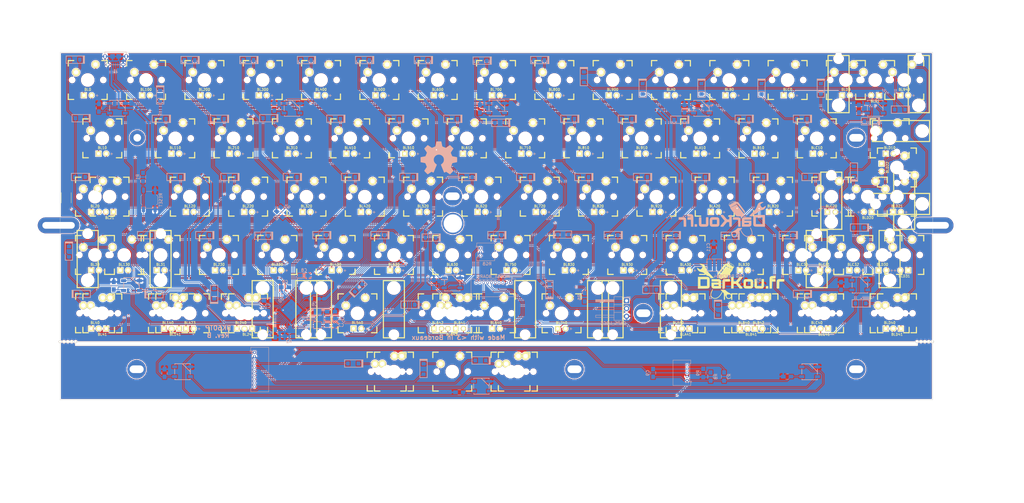
<source format=kicad_pcb>
(kicad_pcb (version 4) (host pcbnew 4.0.7+dfsg1-1)
  (title_block (title DK60TP) (date 2017-10-07) (rev B) (company DarKou))
  (layers (0 F.Cu signal) (31 B.Cu signal) (34 B.Paste user) (35 F.Paste user) (36 B.SilkS user) (37 F.SilkS user) (38 B.Mask user) (39 F.Mask user) (44 Edge.Cuts user))
  (net 0 "")
  (net 1 LED_CATH)
  (net 2 LED_AN)
  (net 3 XTAL1)
  (net 4 GND)
  (net 5 XTAL2)
  (net 6 VCC)
  (net 7 "Net-(C8-Pad1)")
  (net 8 "Net-(C9-Pad1)")
  (net 9 Col0)
  (net 10 "Net-(DK0-Pad1)")
  (net 11 "Net-(DK1-Pad1)")
  (net 12 "Net-(DK2-Pad1)")
  (net 13 "Net-(DK3-Pad1)")
  (net 14 "Net-(DK4-Pad1)")
  (net 15 Col6)
  (net 16 "Net-(DK6-Pad1)")
  (net 17 Col1)
  (net 18 "Net-(DK10-Pad1)")
  (net 19 "Net-(DK11-Pad1)")
  (net 20 "Net-(DK12-Pad1)")
  (net 21 "Net-(DK13-Pad1)")
  (net 22 "Net-(DK14-Pad1)")
  (net 23 Col2)
  (net 24 "Net-(DK20-Pad1)")
  (net 25 "Net-(DK21-Pad1)")
  (net 26 "Net-(DK22-Pad1)")
  (net 27 "Net-(DK23-Pad1)")
  (net 28 "Net-(DK24-Pad1)")
  (net 29 Col3)
  (net 30 "Net-(DK30-Pad1)")
  (net 31 "Net-(DK31-Pad1)")
  (net 32 "Net-(DK32-Pad1)")
  (net 33 "Net-(DK33-Pad1)")
  (net 34 /TRACKPOINT/Col3)
  (net 35 "Net-(DK34-Pad1)")
  (net 36 Col4)
  (net 37 "Net-(DK40-Pad1)")
  (net 38 "Net-(DK41-Pad1)")
  (net 39 "Net-(DK42-Pad1)")
  (net 40 "Net-(DK43-Pad1)")
  (net 41 /TRACKPOINT/Col4)
  (net 42 "Net-(DK44-Pad1)")
  (net 43 Col5)
  (net 44 "Net-(DK50-Pad1)")
  (net 45 "Net-(DK51-Pad1)")
  (net 46 "Net-(DK52-Pad1)")
  (net 47 "Net-(DK53-Pad1)")
  (net 48 "Net-(DK54-Pad1)")
  (net 49 "Net-(DK61-Pad1)")
  (net 50 "Net-(DK62-Pad1)")
  (net 51 "Net-(DK63-Pad1)")
  (net 52 "Net-(DK64-Pad1)")
  (net 53 Col7)
  (net 54 "Net-(DK70-Pad1)")
  (net 55 "Net-(DK71-Pad1)")
  (net 56 "Net-(DK72-Pad1)")
  (net 57 "Net-(DK73-Pad1)")
  (net 58 Col8)
  (net 59 "Net-(DK80-Pad1)")
  (net 60 "Net-(DK81-Pad1)")
  (net 61 "Net-(DK82-Pad1)")
  (net 62 "Net-(DK83-Pad1)")
  (net 63 Col9)
  (net 64 "Net-(DK90-Pad1)")
  (net 65 "Net-(DK91-Pad1)")
  (net 66 "Net-(DK92-Pad1)")
  (net 67 "Net-(DK93-Pad1)")
  (net 68 "Net-(DK94-Pad1)")
  (net 69 ColA)
  (net 70 "Net-(DKA0-Pad1)")
  (net 71 "Net-(DKA1-Pad1)")
  (net 72 "Net-(DKA2-Pad1)")
  (net 73 "Net-(DKA3-Pad1)")
  (net 74 "Net-(DKA4-Pad1)")
  (net 75 ColB)
  (net 76 "Net-(DKB0-Pad1)")
  (net 77 "Net-(DKB1-Pad1)")
  (net 78 "Net-(DKB2-Pad1)")
  (net 79 "Net-(DKB3-Pad1)")
  (net 80 "Net-(DKB4-Pad1)")
  (net 81 ColC)
  (net 82 "Net-(DKC1-Pad1)")
  (net 83 "Net-(DKC2-Pad1)")
  (net 84 "Net-(DKC3-Pad1)")
  (net 85 "Net-(DKC4-Pad1)")
  (net 86 ColD)
  (net 87 "Net-(DKD0-Pad1)")
  (net 88 "Net-(DKD1-Pad1)")
  (net 89 "Net-(DKD2-Pad1)")
  (net 90 "Net-(DKD3-Pad1)")
  (net 91 "Net-(DKD4-Pad1)")
  (net 92 "Net-(J1-Pad2)")
  (net 93 "Net-(J1-Pad3)")
  (net 94 DOUT)
  (net 95 Row0)
  (net 96 Row4)
  (net 97 Row1)
  (net 98 Row2)
  (net 99 Row3)
  (net 100 /TRACKPOINT/Row4)
  (net 101 "Net-(KC0-Pad1)")
  (net 102 "Net-(L1-Pad1)")
  (net 103 "Net-(J3-Pad2)")
  (net 104 D5)
  (net 105 D2)
  (net 106 /TRACKPOINT/D5)
  (net 107 /TRACKPOINT/D2)
  (net 108 /TRACKPOINT/RGB)
  (net 109 RESET)
  (net 110 "Net-(R2-Pad2)")
  (net 111 "Net-(R3-Pad1)")
  (net 112 CAPS_LED)
  (net 113 "Net-(J3-Pad1)")
  (net 114 RGB)
  (net 115 "Net-(RGB0-Pad2)")
  (net 116 "Net-(RGB1-Pad2)")
  (net 117 "Net-(RGB2-Pad2)")
  (net 118 "Net-(RGB3-Pad2)")
  (net 119 "Net-(RGB4-Pad2)")
  (net 120 "Net-(RGB5-Pad2)")
  (net 121 "Net-(RGB6-Pad2)")
  (net 122 "Net-(RGB8-Pad2)")
  (net 123 "Net-(RGB10-Pad4)")
  (net 124 BACKLIT)
  (net 125 "Net-(R4-Pad1)")
  (net 126 "Net-(DK74-Pad1)")
  (net 127 /TRACKPOINT/Col8)
  (net 128 "Net-(DK84-Pad1)")
  (module Footprint:Mx_100 (layer F.Cu) (at 192.00125 125.18125)
    (fp_text reference K643 hide)
    (fp_text value K46 hide)
    (pad HOLE np_thru_hole circle (at 0 0) (size 3.9878 3.9878) (drill 3.9878) (layers *.Cu))
    (pad HOLE np_thru_hole circle (at -5.08 0) (size 1.7018 1.7018) (drill 1.7018) (layers *.Cu))
    (pad HOLE np_thru_hole circle (at 5.08 0) (size 1.7018 1.7018) (drill 1.7018) (layers *.Cu))
    (pad 1 thru_hole circle (at -3.81 -2.54 330.95) (size 2.5 2.5) (drill 1.5) (layers *.Cu *.Mask F.SilkS) (net 96 Row4))
    (pad 2 thru_hole circle (at 2.54 -5.08 356.1) (size 2.5 2.5) (drill 1.5) (layers *.Cu *.Mask F.SilkS) (net 52 "Net-(DK64-Pad1)"))
  )
  (module Footprint:Mx_100 (layer F.Cu) (at 211.0425 144.23125)
    (fp_text reference K840 hide)
    (fp_text value RMB hide)
    (pad HOLE np_thru_hole circle (at 0 0) (size 3.9878 3.9878) (drill 3.9878) (layers *.Cu))
    (pad HOLE np_thru_hole circle (at -5.08 0) (size 1.7018 1.7018) (drill 1.7018) (layers *.Cu))
    (pad HOLE np_thru_hole circle (at 5.08 0) (size 1.7018 1.7018) (drill 1.7018) (layers *.Cu))
    (pad 1 thru_hole circle (at -3.81 -2.54 330.95) (size 2.5 2.5) (drill 1.5) (layers *.Cu *.Mask F.SilkS) (net 128 "Net-(DK84-Pad1)"))
    (pad 2 thru_hole circle (at 2.54 -5.08 356.1) (size 2.5 2.5) (drill 1.5) (layers *.Cu *.Mask F.SilkS) (net 100 /TRACKPOINT/Row4))
  )
  (module Footprint:Mx_100 (layer F.Cu) (at 339.65625 106.13125)
    (fp_text reference KD30 hide)
    (fp_text value K3D hide)
    (pad HOLE np_thru_hole circle (at 0 0) (size 3.9878 3.9878) (drill 3.9878) (layers *.Cu))
    (pad HOLE np_thru_hole circle (at -5.08 0) (size 1.7018 1.7018) (drill 1.7018) (layers *.Cu))
    (pad HOLE np_thru_hole circle (at 5.08 0) (size 1.7018 1.7018) (drill 1.7018) (layers *.Cu))
    (pad 1 thru_hole circle (at -3.81 -2.54 330.95) (size 2.5 2.5) (drill 1.5) (layers *.Cu *.Mask F.SilkS) (net 99 Row3))
    (pad 2 thru_hole circle (at 2.54 -5.08 356.1) (size 2.5 2.5) (drill 1.5) (layers *.Cu *.Mask F.SilkS) (net 90 "Net-(DKD3-Pad1)"))
  )
  (module Footprint:Mx_100 (layer F.Cu) (at 320.58 48.98125)
    (fp_text reference KD0 hide)
    (fp_text value K0D hide)
    (pad HOLE np_thru_hole circle (at 0 0) (size 3.9878 3.9878) (drill 3.9878) (layers *.Cu))
    (pad HOLE np_thru_hole circle (at -5.08 0) (size 1.7018 1.7018) (drill 1.7018) (layers *.Cu))
    (pad HOLE np_thru_hole circle (at 5.08 0) (size 1.7018 1.7018) (drill 1.7018) (layers *.Cu))
    (pad 1 thru_hole circle (at -3.81 -2.54 330.95) (size 2.5 2.5) (drill 1.5) (layers *.Cu *.Mask F.SilkS) (net 87 "Net-(DKD0-Pad1)"))
    (pad 2 thru_hole circle (at 2.54 -5.08 356.1) (size 2.5 2.5) (drill 1.5) (layers *.Cu *.Mask F.SilkS) (net 95 Row0))
  )
  (module Footprint:Mx_100 (layer F.Cu) (at 311.08125 125.18125)
    (fp_text reference KC40 hide)
    (fp_text value K4C hide)
    (pad HOLE np_thru_hole circle (at 0 0) (size 3.9878 3.9878) (drill 3.9878) (layers *.Cu))
    (pad HOLE np_thru_hole circle (at -5.08 0) (size 1.7018 1.7018) (drill 1.7018) (layers *.Cu))
    (pad HOLE np_thru_hole circle (at 5.08 0) (size 1.7018 1.7018) (drill 1.7018) (layers *.Cu))
    (pad 1 thru_hole circle (at -3.81 -2.54 330.95) (size 2.5 2.5) (drill 1.5) (layers *.Cu *.Mask F.SilkS) (net 85 "Net-(DKC4-Pad1)"))
    (pad 2 thru_hole circle (at 2.54 -5.08 356.1) (size 2.5 2.5) (drill 1.5) (layers *.Cu *.Mask F.SilkS) (net 96 Row4))
  )
  (module Footprint:Mx_100 (layer F.Cu) (at 306.31875 106.13125)
    (fp_text reference KC31 hide)
    (fp_text value K3C hide)
    (pad HOLE np_thru_hole circle (at 0 0) (size 3.9878 3.9878) (drill 3.9878) (layers *.Cu))
    (pad HOLE np_thru_hole circle (at -5.08 0) (size 1.7018 1.7018) (drill 1.7018) (layers *.Cu))
    (pad HOLE np_thru_hole circle (at 5.08 0) (size 1.7018 1.7018) (drill 1.7018) (layers *.Cu))
    (pad 1 thru_hole circle (at -3.81 -2.54 330.95) (size 2.5 2.5) (drill 1.5) (layers *.Cu *.Mask F.SilkS) (net 84 "Net-(DKC3-Pad1)"))
    (pad 2 thru_hole circle (at 2.54 -5.08 356.1) (size 2.5 2.5) (drill 1.5) (layers *.Cu *.Mask F.SilkS) (net 99 Row3))
  )
  (module Footprint:Mx_100 (layer F.Cu) (at 315.84375 87.08125)
    (fp_text reference KC20 hide)
    (fp_text value K2C hide)
    (pad HOLE np_thru_hole circle (at 0 0) (size 3.9878 3.9878) (drill 3.9878) (layers *.Cu))
    (pad HOLE np_thru_hole circle (at -5.08 0) (size 1.7018 1.7018) (drill 1.7018) (layers *.Cu))
    (pad HOLE np_thru_hole circle (at 5.08 0) (size 1.7018 1.7018) (drill 1.7018) (layers *.Cu))
    (pad 1 thru_hole circle (at -3.81 -2.54 330.95) (size 2.5 2.5) (drill 1.5) (layers *.Cu *.Mask F.SilkS) (net 83 "Net-(DKC2-Pad1)"))
    (pad 2 thru_hole circle (at 2.54 -5.08 356.1) (size 2.5 2.5) (drill 1.5) (layers *.Cu *.Mask F.SilkS) (net 98 Row2))
  )
  (module Footprint:Mx_100 (layer F.Cu) (at 311.08125 68.03125)
    (fp_text reference KC10 hide)
    (fp_text value K1C hide)
    (pad HOLE np_thru_hole circle (at 0 0) (size 3.9878 3.9878) (drill 3.9878) (layers *.Cu))
    (pad HOLE np_thru_hole circle (at -5.08 0) (size 1.7018 1.7018) (drill 1.7018) (layers *.Cu))
    (pad HOLE np_thru_hole circle (at 5.08 0) (size 1.7018 1.7018) (drill 1.7018) (layers *.Cu))
    (pad 1 thru_hole circle (at -3.81 -2.54 330.95) (size 2.5 2.5) (drill 1.5) (layers *.Cu *.Mask F.SilkS) (net 82 "Net-(DKC1-Pad1)"))
    (pad 2 thru_hole circle (at 2.54 -5.08 356.1) (size 2.5 2.5) (drill 1.5) (layers *.Cu *.Mask F.SilkS) (net 97 Row1))
  )
  (module Footprint:Mx_100 (layer F.Cu) (at 301.55625 48.98125)
    (fp_text reference KC0 hide)
    (fp_text value K0C hide)
    (pad HOLE np_thru_hole circle (at 0 0) (size 3.9878 3.9878) (drill 3.9878) (layers *.Cu))
    (pad HOLE np_thru_hole circle (at -5.08 0) (size 1.7018 1.7018) (drill 1.7018) (layers *.Cu))
    (pad HOLE np_thru_hole circle (at 5.08 0) (size 1.7018 1.7018) (drill 1.7018) (layers *.Cu))
    (pad 1 thru_hole circle (at -3.81 -2.54 330.95) (size 2.5 2.5) (drill 1.5) (layers *.Cu *.Mask F.SilkS) (net 101 "Net-(KC0-Pad1)"))
    (pad 2 thru_hole circle (at 2.54 -5.08 356.1) (size 2.5 2.5) (drill 1.5) (layers *.Cu *.Mask F.SilkS) (net 95 Row0))
  )
  (module Footprint:Mx_100 (layer F.Cu) (at 292.03125 125.18125)
    (fp_text reference KB40 hide)
    (fp_text value K4B hide)
    (pad HOLE np_thru_hole circle (at 0 0) (size 3.9878 3.9878) (drill 3.9878) (layers *.Cu))
    (pad HOLE np_thru_hole circle (at -5.08 0) (size 1.7018 1.7018) (drill 1.7018) (layers *.Cu))
    (pad HOLE np_thru_hole circle (at 5.08 0) (size 1.7018 1.7018) (drill 1.7018) (layers *.Cu))
    (pad 1 thru_hole circle (at -3.81 -2.54 330.95) (size 2.5 2.5) (drill 1.5) (layers *.Cu *.Mask F.SilkS) (net 80 "Net-(DKB4-Pad1)"))
    (pad 2 thru_hole circle (at 2.54 -5.08 356.1) (size 2.5 2.5) (drill 1.5) (layers *.Cu *.Mask F.SilkS) (net 96 Row4))
  )
  (module Footprint:Mx_100 (layer F.Cu) (at 287.26875 106.13125)
    (fp_text reference KB30 hide)
    (fp_text value K3B hide)
    (pad HOLE np_thru_hole circle (at 0 0) (size 3.9878 3.9878) (drill 3.9878) (layers *.Cu))
    (pad HOLE np_thru_hole circle (at -5.08 0) (size 1.7018 1.7018) (drill 1.7018) (layers *.Cu))
    (pad HOLE np_thru_hole circle (at 5.08 0) (size 1.7018 1.7018) (drill 1.7018) (layers *.Cu))
    (pad 1 thru_hole circle (at -3.81 -2.54 330.95) (size 2.5 2.5) (drill 1.5) (layers *.Cu *.Mask F.SilkS) (net 79 "Net-(DKB3-Pad1)"))
    (pad 2 thru_hole circle (at 2.54 -5.08 356.1) (size 2.5 2.5) (drill 1.5) (layers *.Cu *.Mask F.SilkS) (net 99 Row3))
  )
  (module Footprint:Mx_100 (layer F.Cu) (at 296.79375 87.08125)
    (fp_text reference KB20 hide)
    (fp_text value K2B hide)
    (pad HOLE np_thru_hole circle (at 0 0) (size 3.9878 3.9878) (drill 3.9878) (layers *.Cu))
    (pad HOLE np_thru_hole circle (at -5.08 0) (size 1.7018 1.7018) (drill 1.7018) (layers *.Cu))
    (pad HOLE np_thru_hole circle (at 5.08 0) (size 1.7018 1.7018) (drill 1.7018) (layers *.Cu))
    (pad 1 thru_hole circle (at -3.81 -2.54 330.95) (size 2.5 2.5) (drill 1.5) (layers *.Cu *.Mask F.SilkS) (net 78 "Net-(DKB2-Pad1)"))
    (pad 2 thru_hole circle (at 2.54 -5.08 356.1) (size 2.5 2.5) (drill 1.5) (layers *.Cu *.Mask F.SilkS) (net 98 Row2))
  )
  (module Footprint:Mx_100 (layer F.Cu) (at 292.03125 68.03125)
    (fp_text reference KB10 hide)
    (fp_text value K1B hide)
    (pad HOLE np_thru_hole circle (at 0 0) (size 3.9878 3.9878) (drill 3.9878) (layers *.Cu))
    (pad HOLE np_thru_hole circle (at -5.08 0) (size 1.7018 1.7018) (drill 1.7018) (layers *.Cu))
    (pad HOLE np_thru_hole circle (at 5.08 0) (size 1.7018 1.7018) (drill 1.7018) (layers *.Cu))
    (pad 1 thru_hole circle (at -3.81 -2.54 330.95) (size 2.5 2.5) (drill 1.5) (layers *.Cu *.Mask F.SilkS) (net 77 "Net-(DKB1-Pad1)"))
    (pad 2 thru_hole circle (at 2.54 -5.08 356.1) (size 2.5 2.5) (drill 1.5) (layers *.Cu *.Mask F.SilkS) (net 97 Row1))
  )
  (module Footprint:Mx_100 (layer F.Cu) (at 282.50625 48.98125)
    (fp_text reference KB0 hide)
    (fp_text value K0B hide)
    (pad HOLE np_thru_hole circle (at 0 0) (size 3.9878 3.9878) (drill 3.9878) (layers *.Cu))
    (pad HOLE np_thru_hole circle (at -5.08 0) (size 1.7018 1.7018) (drill 1.7018) (layers *.Cu))
    (pad HOLE np_thru_hole circle (at 5.08 0) (size 1.7018 1.7018) (drill 1.7018) (layers *.Cu))
    (pad 1 thru_hole circle (at -3.81 -2.54 330.95) (size 2.5 2.5) (drill 1.5) (layers *.Cu *.Mask F.SilkS) (net 76 "Net-(DKB0-Pad1)"))
    (pad 2 thru_hole circle (at 2.54 -5.08 356.1) (size 2.5 2.5) (drill 1.5) (layers *.Cu *.Mask F.SilkS) (net 95 Row0))
  )
  (module Footprint:Mx_100 (layer F.Cu) (at 268.21875 106.13125)
    (fp_text reference KA30 hide)
    (fp_text value K3A hide)
    (pad HOLE np_thru_hole circle (at 0 0) (size 3.9878 3.9878) (drill 3.9878) (layers *.Cu))
    (pad HOLE np_thru_hole circle (at -5.08 0) (size 1.7018 1.7018) (drill 1.7018) (layers *.Cu))
    (pad HOLE np_thru_hole circle (at 5.08 0) (size 1.7018 1.7018) (drill 1.7018) (layers *.Cu))
    (pad 1 thru_hole circle (at -3.81 -2.54 330.95) (size 2.5 2.5) (drill 1.5) (layers *.Cu *.Mask F.SilkS) (net 73 "Net-(DKA3-Pad1)"))
    (pad 2 thru_hole circle (at 2.54 -5.08 356.1) (size 2.5 2.5) (drill 1.5) (layers *.Cu *.Mask F.SilkS) (net 99 Row3))
  )
  (module Footprint:Mx_100 (layer F.Cu) (at 277.74375 87.08125)
    (fp_text reference KA20 hide)
    (fp_text value K2A hide)
    (pad HOLE np_thru_hole circle (at 0 0) (size 3.9878 3.9878) (drill 3.9878) (layers *.Cu))
    (pad HOLE np_thru_hole circle (at -5.08 0) (size 1.7018 1.7018) (drill 1.7018) (layers *.Cu))
    (pad HOLE np_thru_hole circle (at 5.08 0) (size 1.7018 1.7018) (drill 1.7018) (layers *.Cu))
    (pad 1 thru_hole circle (at -3.81 -2.54 330.95) (size 2.5 2.5) (drill 1.5) (layers *.Cu *.Mask F.SilkS) (net 72 "Net-(DKA2-Pad1)"))
    (pad 2 thru_hole circle (at 2.54 -5.08 356.1) (size 2.5 2.5) (drill 1.5) (layers *.Cu *.Mask F.SilkS) (net 98 Row2))
  )
  (module Footprint:Mx_100 (layer F.Cu) (at 272.98125 68.03125)
    (fp_text reference KA10 hide)
    (fp_text value K1A hide)
    (pad HOLE np_thru_hole circle (at 0 0) (size 3.9878 3.9878) (drill 3.9878) (layers *.Cu))
    (pad HOLE np_thru_hole circle (at -5.08 0) (size 1.7018 1.7018) (drill 1.7018) (layers *.Cu))
    (pad HOLE np_thru_hole circle (at 5.08 0) (size 1.7018 1.7018) (drill 1.7018) (layers *.Cu))
    (pad 1 thru_hole circle (at -3.81 -2.54 330.95) (size 2.5 2.5) (drill 1.5) (layers *.Cu *.Mask F.SilkS) (net 71 "Net-(DKA1-Pad1)"))
    (pad 2 thru_hole circle (at 2.54 -5.08 356.1) (size 2.5 2.5) (drill 1.5) (layers *.Cu *.Mask F.SilkS) (net 97 Row1))
  )
  (module Footprint:Mx_100 (layer F.Cu) (at 263.45625 48.98125)
    (fp_text reference KA0 hide)
    (fp_text value K0A hide)
    (pad HOLE np_thru_hole circle (at 0 0) (size 3.9878 3.9878) (drill 3.9878) (layers *.Cu))
    (pad HOLE np_thru_hole circle (at -5.08 0) (size 1.7018 1.7018) (drill 1.7018) (layers *.Cu))
    (pad HOLE np_thru_hole circle (at 5.08 0) (size 1.7018 1.7018) (drill 1.7018) (layers *.Cu))
    (pad 1 thru_hole circle (at -3.81 -2.54 330.95) (size 2.5 2.5) (drill 1.5) (layers *.Cu *.Mask F.SilkS) (net 70 "Net-(DKA0-Pad1)"))
    (pad 2 thru_hole circle (at 2.54 -5.08 356.1) (size 2.5 2.5) (drill 1.5) (layers *.Cu *.Mask F.SilkS) (net 95 Row0))
  )
  (module Footprint:Mx_100 (layer F.Cu) (at 339.65625 48.98125)
    (fp_text reference K940 hide)
    (fp_text value K49 hide)
    (pad HOLE np_thru_hole circle (at 0 0) (size 3.9878 3.9878) (drill 3.9878) (layers *.Cu))
    (pad HOLE np_thru_hole circle (at -5.08 0) (size 1.7018 1.7018) (drill 1.7018) (layers *.Cu))
    (pad HOLE np_thru_hole circle (at 5.08 0) (size 1.7018 1.7018) (drill 1.7018) (layers *.Cu))
    (pad 1 thru_hole circle (at -3.81 -2.54 330.95) (size 2.5 2.5) (drill 1.5) (layers *.Cu *.Mask F.SilkS) (net 68 "Net-(DK94-Pad1)"))
    (pad 2 thru_hole circle (at 2.54 -5.08 356.1) (size 2.5 2.5) (drill 1.5) (layers *.Cu *.Mask F.SilkS) (net 96 Row4))
  )
  (module Footprint:Mx_100 (layer F.Cu) (at 249.16875 106.13125)
    (fp_text reference K930 hide)
    (fp_text value K39 hide)
    (pad HOLE np_thru_hole circle (at 0 0) (size 3.9878 3.9878) (drill 3.9878) (layers *.Cu))
    (pad HOLE np_thru_hole circle (at -5.08 0) (size 1.7018 1.7018) (drill 1.7018) (layers *.Cu))
    (pad HOLE np_thru_hole circle (at 5.08 0) (size 1.7018 1.7018) (drill 1.7018) (layers *.Cu))
    (pad 1 thru_hole circle (at -3.81 -2.54 330.95) (size 2.5 2.5) (drill 1.5) (layers *.Cu *.Mask F.SilkS) (net 67 "Net-(DK93-Pad1)"))
    (pad 2 thru_hole circle (at 2.54 -5.08 356.1) (size 2.5 2.5) (drill 1.5) (layers *.Cu *.Mask F.SilkS) (net 99 Row3))
  )
  (module Footprint:Mx_100 (layer F.Cu) (at 258.69375 87.08125)
    (fp_text reference K920 hide)
    (fp_text value K29 hide)
    (pad HOLE np_thru_hole circle (at 0 0) (size 3.9878 3.9878) (drill 3.9878) (layers *.Cu))
    (pad HOLE np_thru_hole circle (at -5.08 0) (size 1.7018 1.7018) (drill 1.7018) (layers *.Cu))
    (pad HOLE np_thru_hole circle (at 5.08 0) (size 1.7018 1.7018) (drill 1.7018) (layers *.Cu))
    (pad 1 thru_hole circle (at -3.81 -2.54 330.95) (size 2.5 2.5) (drill 1.5) (layers *.Cu *.Mask F.SilkS) (net 66 "Net-(DK92-Pad1)"))
    (pad 2 thru_hole circle (at 2.54 -5.08 356.1) (size 2.5 2.5) (drill 1.5) (layers *.Cu *.Mask F.SilkS) (net 98 Row2))
  )
  (module Footprint:Mx_100 (layer F.Cu) (at 253.93125 68.03125)
    (fp_text reference K910 hide)
    (fp_text value K19 hide)
    (pad HOLE np_thru_hole circle (at 0 0) (size 3.9878 3.9878) (drill 3.9878) (layers *.Cu))
    (pad HOLE np_thru_hole circle (at -5.08 0) (size 1.7018 1.7018) (drill 1.7018) (layers *.Cu))
    (pad HOLE np_thru_hole circle (at 5.08 0) (size 1.7018 1.7018) (drill 1.7018) (layers *.Cu))
    (pad 1 thru_hole circle (at -3.81 -2.54 330.95) (size 2.5 2.5) (drill 1.5) (layers *.Cu *.Mask F.SilkS) (net 65 "Net-(DK91-Pad1)"))
    (pad 2 thru_hole circle (at 2.54 -5.08 356.1) (size 2.5 2.5) (drill 1.5) (layers *.Cu *.Mask F.SilkS) (net 97 Row1))
  )
  (module Footprint:Mx_100 (layer F.Cu) (at 244.40625 48.98125)
    (fp_text reference K900 hide)
    (fp_text value K09 hide)
    (pad HOLE np_thru_hole circle (at 0 0) (size 3.9878 3.9878) (drill 3.9878) (layers *.Cu))
    (pad HOLE np_thru_hole circle (at -5.08 0) (size 1.7018 1.7018) (drill 1.7018) (layers *.Cu))
    (pad HOLE np_thru_hole circle (at 5.08 0) (size 1.7018 1.7018) (drill 1.7018) (layers *.Cu))
    (pad 1 thru_hole circle (at -3.81 -2.54 330.95) (size 2.5 2.5) (drill 1.5) (layers *.Cu *.Mask F.SilkS) (net 64 "Net-(DK90-Pad1)"))
    (pad 2 thru_hole circle (at 2.54 -5.08 356.1) (size 2.5 2.5) (drill 1.5) (layers *.Cu *.Mask F.SilkS) (net 95 Row0))
  )
  (module Footprint:Mx_100 (layer F.Cu) (at 230.11875 106.13125)
    (fp_text reference K830 hide)
    (fp_text value K38 hide)
    (pad HOLE np_thru_hole circle (at 0 0) (size 3.9878 3.9878) (drill 3.9878) (layers *.Cu))
    (pad HOLE np_thru_hole circle (at -5.08 0) (size 1.7018 1.7018) (drill 1.7018) (layers *.Cu))
    (pad HOLE np_thru_hole circle (at 5.08 0) (size 1.7018 1.7018) (drill 1.7018) (layers *.Cu))
    (pad 1 thru_hole circle (at -3.81 -2.54 330.95) (size 2.5 2.5) (drill 1.5) (layers *.Cu *.Mask F.SilkS) (net 62 "Net-(DK83-Pad1)"))
    (pad 2 thru_hole circle (at 2.54 -5.08 356.1) (size 2.5 2.5) (drill 1.5) (layers *.Cu *.Mask F.SilkS) (net 99 Row3))
  )
  (module Footprint:Mx_100 (layer F.Cu) (at 239.64375 87.08125)
    (fp_text reference K820 hide)
    (fp_text value K28 hide)
    (pad HOLE np_thru_hole circle (at 0 0) (size 3.9878 3.9878) (drill 3.9878) (layers *.Cu))
    (pad HOLE np_thru_hole circle (at -5.08 0) (size 1.7018 1.7018) (drill 1.7018) (layers *.Cu))
    (pad HOLE np_thru_hole circle (at 5.08 0) (size 1.7018 1.7018) (drill 1.7018) (layers *.Cu))
    (pad 1 thru_hole circle (at -3.81 -2.54 330.95) (size 2.5 2.5) (drill 1.5) (layers *.Cu *.Mask F.SilkS) (net 61 "Net-(DK82-Pad1)"))
    (pad 2 thru_hole circle (at 2.54 -5.08 356.1) (size 2.5 2.5) (drill 1.5) (layers *.Cu *.Mask F.SilkS) (net 98 Row2))
  )
  (module Footprint:Mx_100 (layer F.Cu) (at 234.88125 68.03125)
    (fp_text reference K810 hide)
    (fp_text value K18 hide)
    (pad HOLE np_thru_hole circle (at 0 0) (size 3.9878 3.9878) (drill 3.9878) (layers *.Cu))
    (pad HOLE np_thru_hole circle (at -5.08 0) (size 1.7018 1.7018) (drill 1.7018) (layers *.Cu))
    (pad HOLE np_thru_hole circle (at 5.08 0) (size 1.7018 1.7018) (drill 1.7018) (layers *.Cu))
    (pad 1 thru_hole circle (at -3.81 -2.54 330.95) (size 2.5 2.5) (drill 1.5) (layers *.Cu *.Mask F.SilkS) (net 60 "Net-(DK81-Pad1)"))
    (pad 2 thru_hole circle (at 2.54 -5.08 356.1) (size 2.5 2.5) (drill 1.5) (layers *.Cu *.Mask F.SilkS) (net 97 Row1))
  )
  (module Footprint:Mx_100 (layer F.Cu) (at 225.35625 48.98125)
    (fp_text reference K800 hide)
    (fp_text value K08 hide)
    (pad HOLE np_thru_hole circle (at 0 0) (size 3.9878 3.9878) (drill 3.9878) (layers *.Cu))
    (pad HOLE np_thru_hole circle (at -5.08 0) (size 1.7018 1.7018) (drill 1.7018) (layers *.Cu))
    (pad HOLE np_thru_hole circle (at 5.08 0) (size 1.7018 1.7018) (drill 1.7018) (layers *.Cu))
    (pad 1 thru_hole circle (at -3.81 -2.54 330.95) (size 2.5 2.5) (drill 1.5) (layers *.Cu *.Mask F.SilkS) (net 59 "Net-(DK80-Pad1)"))
    (pad 2 thru_hole circle (at 2.54 -5.08 356.1) (size 2.5 2.5) (drill 1.5) (layers *.Cu *.Mask F.SilkS) (net 95 Row0))
  )
  (module Footprint:Mx_100 (layer F.Cu) (at 211.06875 106.13125)
    (fp_text reference K730 hide)
    (fp_text value K37 hide)
    (pad HOLE np_thru_hole circle (at 0 0) (size 3.9878 3.9878) (drill 3.9878) (layers *.Cu))
    (pad HOLE np_thru_hole circle (at -5.08 0) (size 1.7018 1.7018) (drill 1.7018) (layers *.Cu))
    (pad HOLE np_thru_hole circle (at 5.08 0) (size 1.7018 1.7018) (drill 1.7018) (layers *.Cu))
    (pad 1 thru_hole circle (at -3.81 -2.54 330.95) (size 2.5 2.5) (drill 1.5) (layers *.Cu *.Mask F.SilkS) (net 57 "Net-(DK73-Pad1)"))
    (pad 2 thru_hole circle (at 2.54 -5.08 356.1) (size 2.5 2.5) (drill 1.5) (layers *.Cu *.Mask F.SilkS) (net 99 Row3))
  )
  (module Footprint:Mx_100 (layer F.Cu) (at 220.59375 87.08125)
    (fp_text reference K720 hide)
    (fp_text value K27 hide)
    (pad HOLE np_thru_hole circle (at 0 0) (size 3.9878 3.9878) (drill 3.9878) (layers *.Cu))
    (pad HOLE np_thru_hole circle (at -5.08 0) (size 1.7018 1.7018) (drill 1.7018) (layers *.Cu))
    (pad HOLE np_thru_hole circle (at 5.08 0) (size 1.7018 1.7018) (drill 1.7018) (layers *.Cu))
    (pad 1 thru_hole circle (at -3.81 -2.54 330.95) (size 2.5 2.5) (drill 1.5) (layers *.Cu *.Mask F.SilkS) (net 56 "Net-(DK72-Pad1)"))
    (pad 2 thru_hole circle (at 2.54 -5.08 356.1) (size 2.5 2.5) (drill 1.5) (layers *.Cu *.Mask F.SilkS) (net 98 Row2))
  )
  (module Footprint:Mx_100 (layer F.Cu) (at 215.83125 68.03125)
    (fp_text reference K710 hide)
    (fp_text value K17 hide)
    (pad HOLE np_thru_hole circle (at 0 0) (size 3.9878 3.9878) (drill 3.9878) (layers *.Cu))
    (pad HOLE np_thru_hole circle (at -5.08 0) (size 1.7018 1.7018) (drill 1.7018) (layers *.Cu))
    (pad HOLE np_thru_hole circle (at 5.08 0) (size 1.7018 1.7018) (drill 1.7018) (layers *.Cu))
    (pad 1 thru_hole circle (at -3.81 -2.54 330.95) (size 2.5 2.5) (drill 1.5) (layers *.Cu *.Mask F.SilkS) (net 55 "Net-(DK71-Pad1)"))
    (pad 2 thru_hole circle (at 2.54 -5.08 356.1) (size 2.5 2.5) (drill 1.5) (layers *.Cu *.Mask F.SilkS) (net 97 Row1))
  )
  (module Footprint:Mx_100 (layer F.Cu) (at 206.30625 48.98125)
    (fp_text reference K700 hide)
    (fp_text value K07 hide)
    (pad HOLE np_thru_hole circle (at 0 0) (size 3.9878 3.9878) (drill 3.9878) (layers *.Cu))
    (pad HOLE np_thru_hole circle (at -5.08 0) (size 1.7018 1.7018) (drill 1.7018) (layers *.Cu))
    (pad HOLE np_thru_hole circle (at 5.08 0) (size 1.7018 1.7018) (drill 1.7018) (layers *.Cu))
    (pad 1 thru_hole circle (at -3.81 -2.54 330.95) (size 2.5 2.5) (drill 1.5) (layers *.Cu *.Mask F.SilkS) (net 54 "Net-(DK70-Pad1)"))
    (pad 2 thru_hole circle (at 2.54 -5.08 356.1) (size 2.5 2.5) (drill 1.5) (layers *.Cu *.Mask F.SilkS) (net 95 Row0))
  )
  (module Footprint:Mx_100 (layer F.Cu) (at 192.01875 106.13125)
    (fp_text reference K630 hide)
    (fp_text value K36 hide)
    (pad HOLE np_thru_hole circle (at 0 0) (size 3.9878 3.9878) (drill 3.9878) (layers *.Cu))
    (pad HOLE np_thru_hole circle (at -5.08 0) (size 1.7018 1.7018) (drill 1.7018) (layers *.Cu))
    (pad HOLE np_thru_hole circle (at 5.08 0) (size 1.7018 1.7018) (drill 1.7018) (layers *.Cu))
    (pad 1 thru_hole circle (at -3.81 -2.54 330.95) (size 2.5 2.5) (drill 1.5) (layers *.Cu *.Mask F.SilkS) (net 51 "Net-(DK63-Pad1)"))
    (pad 2 thru_hole circle (at 2.54 -5.08 356.1) (size 2.5 2.5) (drill 1.5) (layers *.Cu *.Mask F.SilkS) (net 99 Row3))
  )
  (module Footprint:Mx_100 (layer F.Cu) (at 201.54375 87.08125)
    (fp_text reference K620 hide)
    (fp_text value K26 hide)
    (pad HOLE np_thru_hole circle (at 0 0) (size 3.9878 3.9878) (drill 3.9878) (layers *.Cu))
    (pad HOLE np_thru_hole circle (at -5.08 0) (size 1.7018 1.7018) (drill 1.7018) (layers *.Cu))
    (pad HOLE np_thru_hole circle (at 5.08 0) (size 1.7018 1.7018) (drill 1.7018) (layers *.Cu))
    (pad 1 thru_hole circle (at -3.81 -2.54 330.95) (size 2.5 2.5) (drill 1.5) (layers *.Cu *.Mask F.SilkS) (net 50 "Net-(DK62-Pad1)"))
    (pad 2 thru_hole circle (at 2.54 -5.08 356.1) (size 2.5 2.5) (drill 1.5) (layers *.Cu *.Mask F.SilkS) (net 98 Row2))
  )
  (module Footprint:Mx_100 (layer F.Cu) (at 196.78125 68.03125)
    (fp_text reference K610 hide)
    (fp_text value K16 hide)
    (pad HOLE np_thru_hole circle (at 0 0) (size 3.9878 3.9878) (drill 3.9878) (layers *.Cu))
    (pad HOLE np_thru_hole circle (at -5.08 0) (size 1.7018 1.7018) (drill 1.7018) (layers *.Cu))
    (pad HOLE np_thru_hole circle (at 5.08 0) (size 1.7018 1.7018) (drill 1.7018) (layers *.Cu))
    (pad 1 thru_hole circle (at -3.81 -2.54 330.95) (size 2.5 2.5) (drill 1.5) (layers *.Cu *.Mask F.SilkS) (net 49 "Net-(DK61-Pad1)"))
    (pad 2 thru_hole circle (at 2.54 -5.08 356.1) (size 2.5 2.5) (drill 1.5) (layers *.Cu *.Mask F.SilkS) (net 97 Row1))
  )
  (module Footprint:Mx_100 (layer F.Cu) (at 187.25625 48.98125)
    (fp_text reference K600 hide)
    (fp_text value K06 hide)
    (pad HOLE np_thru_hole circle (at 0 0) (size 3.9878 3.9878) (drill 3.9878) (layers *.Cu))
    (pad HOLE np_thru_hole circle (at -5.08 0) (size 1.7018 1.7018) (drill 1.7018) (layers *.Cu))
    (pad HOLE np_thru_hole circle (at 5.08 0) (size 1.7018 1.7018) (drill 1.7018) (layers *.Cu))
    (pad 1 thru_hole circle (at -3.81 -2.54 330.95) (size 2.5 2.5) (drill 1.5) (layers *.Cu *.Mask F.SilkS) (net 16 "Net-(DK6-Pad1)"))
    (pad 2 thru_hole circle (at 2.54 -5.08 356.1) (size 2.5 2.5) (drill 1.5) (layers *.Cu *.Mask F.SilkS) (net 95 Row0))
  )
  (module Footprint:Mx_100 (layer F.Cu) (at 172.96875 106.13125)
    (fp_text reference K530 hide)
    (fp_text value K35 hide)
    (pad HOLE np_thru_hole circle (at 0 0) (size 3.9878 3.9878) (drill 3.9878) (layers *.Cu))
    (pad HOLE np_thru_hole circle (at -5.08 0) (size 1.7018 1.7018) (drill 1.7018) (layers *.Cu))
    (pad HOLE np_thru_hole circle (at 5.08 0) (size 1.7018 1.7018) (drill 1.7018) (layers *.Cu))
    (pad 1 thru_hole circle (at -3.81 -2.54 330.95) (size 2.5 2.5) (drill 1.5) (layers *.Cu *.Mask F.SilkS) (net 47 "Net-(DK53-Pad1)"))
    (pad 2 thru_hole circle (at 2.54 -5.08 356.1) (size 2.5 2.5) (drill 1.5) (layers *.Cu *.Mask F.SilkS) (net 99 Row3))
  )
  (module Footprint:Mx_100 (layer F.Cu) (at 182.49375 87.08125)
    (fp_text reference K520 hide)
    (fp_text value K25 hide)
    (pad HOLE np_thru_hole circle (at 0 0) (size 3.9878 3.9878) (drill 3.9878) (layers *.Cu))
    (pad HOLE np_thru_hole circle (at -5.08 0) (size 1.7018 1.7018) (drill 1.7018) (layers *.Cu))
    (pad HOLE np_thru_hole circle (at 5.08 0) (size 1.7018 1.7018) (drill 1.7018) (layers *.Cu))
    (pad 1 thru_hole circle (at -3.81 -2.54 330.95) (size 2.5 2.5) (drill 1.5) (layers *.Cu *.Mask F.SilkS) (net 46 "Net-(DK52-Pad1)"))
    (pad 2 thru_hole circle (at 2.54 -5.08 356.1) (size 2.5 2.5) (drill 1.5) (layers *.Cu *.Mask F.SilkS) (net 98 Row2))
  )
  (module Footprint:Mx_100 (layer F.Cu) (at 177.73125 68.03125)
    (fp_text reference K510 hide)
    (fp_text value K15 hide)
    (pad HOLE np_thru_hole circle (at 0 0) (size 3.9878 3.9878) (drill 3.9878) (layers *.Cu))
    (pad HOLE np_thru_hole circle (at -5.08 0) (size 1.7018 1.7018) (drill 1.7018) (layers *.Cu))
    (pad HOLE np_thru_hole circle (at 5.08 0) (size 1.7018 1.7018) (drill 1.7018) (layers *.Cu))
    (pad 1 thru_hole circle (at -3.81 -2.54 330.95) (size 2.5 2.5) (drill 1.5) (layers *.Cu *.Mask F.SilkS) (net 45 "Net-(DK51-Pad1)"))
    (pad 2 thru_hole circle (at 2.54 -5.08 356.1) (size 2.5 2.5) (drill 1.5) (layers *.Cu *.Mask F.SilkS) (net 97 Row1))
  )
  (module Footprint:Mx_100 (layer F.Cu) (at 168.20625 48.98125)
    (fp_text reference K500 hide)
    (fp_text value K05 hide)
    (pad HOLE np_thru_hole circle (at 0 0) (size 3.9878 3.9878) (drill 3.9878) (layers *.Cu))
    (pad HOLE np_thru_hole circle (at -5.08 0) (size 1.7018 1.7018) (drill 1.7018) (layers *.Cu))
    (pad HOLE np_thru_hole circle (at 5.08 0) (size 1.7018 1.7018) (drill 1.7018) (layers *.Cu))
    (pad 1 thru_hole circle (at -3.81 -2.54 330.95) (size 2.5 2.5) (drill 1.5) (layers *.Cu *.Mask F.SilkS) (net 44 "Net-(DK50-Pad1)"))
    (pad 2 thru_hole circle (at 2.54 -5.08 356.1) (size 2.5 2.5) (drill 1.5) (layers *.Cu *.Mask F.SilkS) (net 95 Row0))
  )
  (module Footprint:Mx_100 (layer F.Cu) (at 192.01875 144.23125)
    (fp_text reference K440 hide)
    (fp_text value MMB hide)
    (pad HOLE np_thru_hole circle (at 0 0) (size 3.9878 3.9878) (drill 3.9878) (layers *.Cu))
    (pad HOLE np_thru_hole circle (at -5.08 0) (size 1.7018 1.7018) (drill 1.7018) (layers *.Cu))
    (pad HOLE np_thru_hole circle (at 5.08 0) (size 1.7018 1.7018) (drill 1.7018) (layers *.Cu))
    (pad 1 thru_hole circle (at -3.81 -2.54 330.95) (size 2.5 2.5) (drill 1.5) (layers *.Cu *.Mask F.SilkS) (net 42 "Net-(DK44-Pad1)"))
    (pad 2 thru_hole circle (at 2.54 -5.08 356.1) (size 2.5 2.5) (drill 1.5) (layers *.Cu *.Mask F.SilkS) (net 100 /TRACKPOINT/Row4))
  )
  (module Footprint:Mx_100 (layer F.Cu) (at 153.91875 106.13125)
    (fp_text reference K430 hide)
    (fp_text value K34 hide)
    (pad HOLE np_thru_hole circle (at 0 0) (size 3.9878 3.9878) (drill 3.9878) (layers *.Cu))
    (pad HOLE np_thru_hole circle (at -5.08 0) (size 1.7018 1.7018) (drill 1.7018) (layers *.Cu))
    (pad HOLE np_thru_hole circle (at 5.08 0) (size 1.7018 1.7018) (drill 1.7018) (layers *.Cu))
    (pad 1 thru_hole circle (at -3.81 -2.54 330.95) (size 2.5 2.5) (drill 1.5) (layers *.Cu *.Mask F.SilkS) (net 40 "Net-(DK43-Pad1)"))
    (pad 2 thru_hole circle (at 2.54 -5.08 356.1) (size 2.5 2.5) (drill 1.5) (layers *.Cu *.Mask F.SilkS) (net 99 Row3))
  )
  (module Footprint:Mx_100 (layer F.Cu) (at 163.44375 87.08125)
    (fp_text reference K420 hide)
    (fp_text value K24 hide)
    (pad HOLE np_thru_hole circle (at 0 0) (size 3.9878 3.9878) (drill 3.9878) (layers *.Cu))
    (pad HOLE np_thru_hole circle (at -5.08 0) (size 1.7018 1.7018) (drill 1.7018) (layers *.Cu))
    (pad HOLE np_thru_hole circle (at 5.08 0) (size 1.7018 1.7018) (drill 1.7018) (layers *.Cu))
    (pad 1 thru_hole circle (at -3.81 -2.54 330.95) (size 2.5 2.5) (drill 1.5) (layers *.Cu *.Mask F.SilkS) (net 39 "Net-(DK42-Pad1)"))
    (pad 2 thru_hole circle (at 2.54 -5.08 356.1) (size 2.5 2.5) (drill 1.5) (layers *.Cu *.Mask F.SilkS) (net 98 Row2))
  )
  (module Footprint:Mx_100 (layer F.Cu) (at 158.68125 68.03125)
    (fp_text reference K410 hide)
    (fp_text value K14 hide)
    (pad HOLE np_thru_hole circle (at 0 0) (size 3.9878 3.9878) (drill 3.9878) (layers *.Cu))
    (pad HOLE np_thru_hole circle (at -5.08 0) (size 1.7018 1.7018) (drill 1.7018) (layers *.Cu))
    (pad HOLE np_thru_hole circle (at 5.08 0) (size 1.7018 1.7018) (drill 1.7018) (layers *.Cu))
    (pad 1 thru_hole circle (at -3.81 -2.54 330.95) (size 2.5 2.5) (drill 1.5) (layers *.Cu *.Mask F.SilkS) (net 38 "Net-(DK41-Pad1)"))
    (pad 2 thru_hole circle (at 2.54 -5.08 356.1) (size 2.5 2.5) (drill 1.5) (layers *.Cu *.Mask F.SilkS) (net 97 Row1))
  )
  (module Footprint:Mx_100 (layer F.Cu) (at 149.15625 48.98125)
    (fp_text reference K400 hide)
    (fp_text value K04 hide)
    (pad HOLE np_thru_hole circle (at 0 0) (size 3.9878 3.9878) (drill 3.9878) (layers *.Cu))
    (pad HOLE np_thru_hole circle (at -5.08 0) (size 1.7018 1.7018) (drill 1.7018) (layers *.Cu))
    (pad HOLE np_thru_hole circle (at 5.08 0) (size 1.7018 1.7018) (drill 1.7018) (layers *.Cu))
    (pad 1 thru_hole circle (at -3.81 -2.54 330.95) (size 2.5 2.5) (drill 1.5) (layers *.Cu *.Mask F.SilkS) (net 37 "Net-(DK40-Pad1)"))
    (pad 2 thru_hole circle (at 2.54 -5.08 356.1) (size 2.5 2.5) (drill 1.5) (layers *.Cu *.Mask F.SilkS) (net 95 Row0))
  )
  (module Footprint:Mx_100 (layer F.Cu) (at 172.96875 144.23125)
    (fp_text reference K340 hide)
    (fp_text value LMB hide)
    (pad HOLE np_thru_hole circle (at 0 0) (size 3.9878 3.9878) (drill 3.9878) (layers *.Cu))
    (pad HOLE np_thru_hole circle (at -5.08 0) (size 1.7018 1.7018) (drill 1.7018) (layers *.Cu))
    (pad HOLE np_thru_hole circle (at 5.08 0) (size 1.7018 1.7018) (drill 1.7018) (layers *.Cu))
    (pad 1 thru_hole circle (at -3.81 -2.54 330.95) (size 2.5 2.5) (drill 1.5) (layers *.Cu *.Mask F.SilkS) (net 35 "Net-(DK34-Pad1)"))
    (pad 2 thru_hole circle (at 2.54 -5.08 356.1) (size 2.5 2.5) (drill 1.5) (layers *.Cu *.Mask F.SilkS) (net 100 /TRACKPOINT/Row4))
  )
  (module Footprint:Mx_100 (layer F.Cu) (at 134.86875 106.13125)
    (fp_text reference K330 hide)
    (fp_text value K33 hide)
    (pad HOLE np_thru_hole circle (at 0 0) (size 3.9878 3.9878) (drill 3.9878) (layers *.Cu))
    (pad HOLE np_thru_hole circle (at -5.08 0) (size 1.7018 1.7018) (drill 1.7018) (layers *.Cu))
    (pad HOLE np_thru_hole circle (at 5.08 0) (size 1.7018 1.7018) (drill 1.7018) (layers *.Cu))
    (pad 1 thru_hole circle (at -3.81 -2.54 330.95) (size 2.5 2.5) (drill 1.5) (layers *.Cu *.Mask F.SilkS) (net 33 "Net-(DK33-Pad1)"))
    (pad 2 thru_hole circle (at 2.54 -5.08 356.1) (size 2.5 2.5) (drill 1.5) (layers *.Cu *.Mask F.SilkS) (net 99 Row3))
  )
  (module Footprint:Mx_100 (layer F.Cu) (at 144.39375 87.08125)
    (fp_text reference K320 hide)
    (fp_text value K23 hide)
    (pad HOLE np_thru_hole circle (at 0 0) (size 3.9878 3.9878) (drill 3.9878) (layers *.Cu))
    (pad HOLE np_thru_hole circle (at -5.08 0) (size 1.7018 1.7018) (drill 1.7018) (layers *.Cu))
    (pad HOLE np_thru_hole circle (at 5.08 0) (size 1.7018 1.7018) (drill 1.7018) (layers *.Cu))
    (pad 1 thru_hole circle (at -3.81 -2.54 330.95) (size 2.5 2.5) (drill 1.5) (layers *.Cu *.Mask F.SilkS) (net 32 "Net-(DK32-Pad1)"))
    (pad 2 thru_hole circle (at 2.54 -5.08 356.1) (size 2.5 2.5) (drill 1.5) (layers *.Cu *.Mask F.SilkS) (net 98 Row2))
  )
  (module Footprint:Mx_100 (layer F.Cu) (at 139.63125 68.03125)
    (fp_text reference K310 hide)
    (fp_text value K13 hide)
    (pad HOLE np_thru_hole circle (at 0 0) (size 3.9878 3.9878) (drill 3.9878) (layers *.Cu))
    (pad HOLE np_thru_hole circle (at -5.08 0) (size 1.7018 1.7018) (drill 1.7018) (layers *.Cu))
    (pad HOLE np_thru_hole circle (at 5.08 0) (size 1.7018 1.7018) (drill 1.7018) (layers *.Cu))
    (pad 1 thru_hole circle (at -3.81 -2.54 330.95) (size 2.5 2.5) (drill 1.5) (layers *.Cu *.Mask F.SilkS) (net 31 "Net-(DK31-Pad1)"))
    (pad 2 thru_hole circle (at 2.54 -5.08 356.1) (size 2.5 2.5) (drill 1.5) (layers *.Cu *.Mask F.SilkS) (net 97 Row1))
  )
  (module Footprint:Mx_100 (layer F.Cu) (at 130.10625 48.98125)
    (fp_text reference K300 hide)
    (fp_text value K03 hide)
    (pad HOLE np_thru_hole circle (at 0 0) (size 3.9878 3.9878) (drill 3.9878) (layers *.Cu))
    (pad HOLE np_thru_hole circle (at -5.08 0) (size 1.7018 1.7018) (drill 1.7018) (layers *.Cu))
    (pad HOLE np_thru_hole circle (at 5.08 0) (size 1.7018 1.7018) (drill 1.7018) (layers *.Cu))
    (pad 1 thru_hole circle (at -3.81 -2.54 330.95) (size 2.5 2.5) (drill 1.5) (layers *.Cu *.Mask F.SilkS) (net 30 "Net-(DK30-Pad1)"))
    (pad 2 thru_hole circle (at 2.54 -5.08 356.1) (size 2.5 2.5) (drill 1.5) (layers *.Cu *.Mask F.SilkS) (net 95 Row0))
  )
  (module Footprint:Mx_100 (layer F.Cu) (at 115.81875 106.13125)
    (fp_text reference K230 hide)
    (fp_text value K32 hide)
    (pad HOLE np_thru_hole circle (at 0 0) (size 3.9878 3.9878) (drill 3.9878) (layers *.Cu))
    (pad HOLE np_thru_hole circle (at -5.08 0) (size 1.7018 1.7018) (drill 1.7018) (layers *.Cu))
    (pad HOLE np_thru_hole circle (at 5.08 0) (size 1.7018 1.7018) (drill 1.7018) (layers *.Cu))
    (pad 1 thru_hole circle (at -3.81 -2.54 330.95) (size 2.5 2.5) (drill 1.5) (layers *.Cu *.Mask F.SilkS) (net 27 "Net-(DK23-Pad1)"))
    (pad 2 thru_hole circle (at 2.54 -5.08 356.1) (size 2.5 2.5) (drill 1.5) (layers *.Cu *.Mask F.SilkS) (net 99 Row3))
  )
  (module Footprint:Mx_100 (layer F.Cu) (at 125.34375 87.08125)
    (fp_text reference K220 hide)
    (fp_text value K22 hide)
    (pad HOLE np_thru_hole circle (at 0 0) (size 3.9878 3.9878) (drill 3.9878) (layers *.Cu))
    (pad HOLE np_thru_hole circle (at -5.08 0) (size 1.7018 1.7018) (drill 1.7018) (layers *.Cu))
    (pad HOLE np_thru_hole circle (at 5.08 0) (size 1.7018 1.7018) (drill 1.7018) (layers *.Cu))
    (pad 1 thru_hole circle (at -3.81 -2.54 330.95) (size 2.5 2.5) (drill 1.5) (layers *.Cu *.Mask F.SilkS) (net 26 "Net-(DK22-Pad1)"))
    (pad 2 thru_hole circle (at 2.54 -5.08 356.1) (size 2.5 2.5) (drill 1.5) (layers *.Cu *.Mask F.SilkS) (net 98 Row2))
  )
  (module Footprint:Mx_100 (layer F.Cu) (at 120.58125 68.03125)
    (fp_text reference K210 hide)
    (fp_text value K12 hide)
    (pad HOLE np_thru_hole circle (at 0 0) (size 3.9878 3.9878) (drill 3.9878) (layers *.Cu))
    (pad HOLE np_thru_hole circle (at -5.08 0) (size 1.7018 1.7018) (drill 1.7018) (layers *.Cu))
    (pad HOLE np_thru_hole circle (at 5.08 0) (size 1.7018 1.7018) (drill 1.7018) (layers *.Cu))
    (pad 1 thru_hole circle (at -3.81 -2.54 330.95) (size 2.5 2.5) (drill 1.5) (layers *.Cu *.Mask F.SilkS) (net 25 "Net-(DK21-Pad1)"))
    (pad 2 thru_hole circle (at 2.54 -5.08 356.1) (size 2.5 2.5) (drill 1.5) (layers *.Cu *.Mask F.SilkS) (net 97 Row1))
  )
  (module Footprint:Mx_100 (layer F.Cu) (at 111.05625 48.98125)
    (fp_text reference K200 hide)
    (fp_text value K02 hide)
    (pad HOLE np_thru_hole circle (at 0 0) (size 3.9878 3.9878) (drill 3.9878) (layers *.Cu))
    (pad HOLE np_thru_hole circle (at -5.08 0) (size 1.7018 1.7018) (drill 1.7018) (layers *.Cu))
    (pad HOLE np_thru_hole circle (at 5.08 0) (size 1.7018 1.7018) (drill 1.7018) (layers *.Cu))
    (pad 1 thru_hole circle (at -3.81 -2.54 330.95) (size 2.5 2.5) (drill 1.5) (layers *.Cu *.Mask F.SilkS) (net 24 "Net-(DK20-Pad1)"))
    (pad 2 thru_hole circle (at 2.54 -5.08 356.1) (size 2.5 2.5) (drill 1.5) (layers *.Cu *.Mask F.SilkS) (net 95 Row0))
  )
  (module Footprint:Mx_100 (layer F.Cu) (at 101.53125 125.18125)
    (fp_text reference K141 hide)
    (fp_text value K41 hide)
    (pad HOLE np_thru_hole circle (at 0 0) (size 3.9878 3.9878) (drill 3.9878) (layers *.Cu))
    (pad HOLE np_thru_hole circle (at -5.08 0) (size 1.7018 1.7018) (drill 1.7018) (layers *.Cu))
    (pad HOLE np_thru_hole circle (at 5.08 0) (size 1.7018 1.7018) (drill 1.7018) (layers *.Cu))
    (pad 1 thru_hole circle (at -3.81 -2.54 330.95) (size 2.5 2.5) (drill 1.5) (layers *.Cu *.Mask F.SilkS) (net 22 "Net-(DK14-Pad1)"))
    (pad 2 thru_hole circle (at 2.54 -5.08 356.1) (size 2.5 2.5) (drill 1.5) (layers *.Cu *.Mask F.SilkS) (net 96 Row4))
  )
  (module Footprint:Mx_100 (layer F.Cu) (at 96.76875 106.13125)
    (fp_text reference K130 hide)
    (fp_text value K31 hide)
    (pad HOLE np_thru_hole circle (at 0 0) (size 3.9878 3.9878) (drill 3.9878) (layers *.Cu))
    (pad HOLE np_thru_hole circle (at -5.08 0) (size 1.7018 1.7018) (drill 1.7018) (layers *.Cu))
    (pad HOLE np_thru_hole circle (at 5.08 0) (size 1.7018 1.7018) (drill 1.7018) (layers *.Cu))
    (pad 1 thru_hole circle (at -3.81 -2.54 330.95) (size 2.5 2.5) (drill 1.5) (layers *.Cu *.Mask F.SilkS) (net 21 "Net-(DK13-Pad1)"))
    (pad 2 thru_hole circle (at 2.54 -5.08 356.1) (size 2.5 2.5) (drill 1.5) (layers *.Cu *.Mask F.SilkS) (net 99 Row3))
  )
  (module Footprint:Mx_100 (layer F.Cu) (at 106.29375 87.08125)
    (fp_text reference K120 hide)
    (fp_text value K21 hide)
    (pad HOLE np_thru_hole circle (at 0 0) (size 3.9878 3.9878) (drill 3.9878) (layers *.Cu))
    (pad HOLE np_thru_hole circle (at -5.08 0) (size 1.7018 1.7018) (drill 1.7018) (layers *.Cu))
    (pad HOLE np_thru_hole circle (at 5.08 0) (size 1.7018 1.7018) (drill 1.7018) (layers *.Cu))
    (pad 1 thru_hole circle (at -3.81 -2.54 330.95) (size 2.5 2.5) (drill 1.5) (layers *.Cu *.Mask F.SilkS) (net 20 "Net-(DK12-Pad1)"))
    (pad 2 thru_hole circle (at 2.54 -5.08 356.1) (size 2.5 2.5) (drill 1.5) (layers *.Cu *.Mask F.SilkS) (net 98 Row2))
  )
  (module Footprint:Mx_100 (layer F.Cu) (at 101.53125 68.03125)
    (fp_text reference K110 hide)
    (fp_text value K11 hide)
    (pad HOLE np_thru_hole circle (at 0 0) (size 3.9878 3.9878) (drill 3.9878) (layers *.Cu))
    (pad HOLE np_thru_hole circle (at -5.08 0) (size 1.7018 1.7018) (drill 1.7018) (layers *.Cu))
    (pad HOLE np_thru_hole circle (at 5.08 0) (size 1.7018 1.7018) (drill 1.7018) (layers *.Cu))
    (pad 1 thru_hole circle (at -3.81 -2.54 330.95) (size 2.5 2.5) (drill 1.5) (layers *.Cu *.Mask F.SilkS) (net 19 "Net-(DK11-Pad1)"))
    (pad 2 thru_hole circle (at 2.54 -5.08 356.1) (size 2.5 2.5) (drill 1.5) (layers *.Cu *.Mask F.SilkS) (net 97 Row1))
  )
  (module Footprint:Mx_100 (layer F.Cu) (at 92.00625 48.98125)
    (fp_text reference K100 hide)
    (fp_text value K01 hide)
    (pad HOLE np_thru_hole circle (at 0 0) (size 3.9878 3.9878) (drill 3.9878) (layers *.Cu))
    (pad HOLE np_thru_hole circle (at -5.08 0) (size 1.7018 1.7018) (drill 1.7018) (layers *.Cu))
    (pad HOLE np_thru_hole circle (at 5.08 0) (size 1.7018 1.7018) (drill 1.7018) (layers *.Cu))
    (pad 1 thru_hole circle (at -3.81 -2.54 330.95) (size 2.5 2.5) (drill 1.5) (layers *.Cu *.Mask F.SilkS) (net 18 "Net-(DK10-Pad1)"))
    (pad 2 thru_hole circle (at 2.54 -5.08 356.1) (size 2.5 2.5) (drill 1.5) (layers *.Cu *.Mask F.SilkS) (net 95 Row0))
  )
  (module Footprint:Mx_100 (layer F.Cu) (at 72.94875 48.98125)
    (fp_text reference K0 hide)
    (fp_text value K00 hide)
    (pad HOLE np_thru_hole circle (at 0 0) (size 3.9878 3.9878) (drill 3.9878) (layers *.Cu))
    (pad HOLE np_thru_hole circle (at -5.08 0) (size 1.7018 1.7018) (drill 1.7018) (layers *.Cu))
    (pad HOLE np_thru_hole circle (at 5.08 0) (size 1.7018 1.7018) (drill 1.7018) (layers *.Cu))
    (pad 1 thru_hole circle (at -3.81 -2.54 330.95) (size 2.5 2.5) (drill 1.5) (layers *.Cu *.Mask F.SilkS) (net 10 "Net-(DK0-Pad1)"))
    (pad 2 thru_hole circle (at 2.54 -5.08 356.1) (size 2.5 2.5) (drill 1.5) (layers *.Cu *.Mask F.SilkS) (net 95 Row0))
  )
  (module Connectors_Molex:Molex_PicoBlade_53048-0310_03x1.25mm_Angled (layer B.Cu) (at 201.245 103.88125 270)
    (fp_text reference J2 hide)
    (fp_text value RGB (at 5.15 -2.15 360) (layer B.SilkS) (effects (justify mirror)))
    (pad 1 thru_hole rect (at 0 0 270) (size 0.85 0.85) (drill 0.5) (layers *.Cu *.Mask) (net 6 VCC))
    (pad 2 thru_hole circle (at 1.25 0 270) (size 0.85 0.85) (drill 0.5) (layers *.Cu *.Mask) (net 4 GND))
    (pad 3 thru_hole circle (at 2.5 0 270) (size 0.85 0.85) (drill 0.5) (layers *.Cu *.Mask) (net 94 DOUT))
  )
  (module Housings_DFN_QFN:QFN-44-1EP_7x7mm_Pitch0.5mm (layer B.Cu) (at 139.505 124.15625 225)
    (fp_text reference U0 (at 0 4.75 225) (layer B.SilkS) (effects (justify mirror)))
    (fp_text value ATMEGA32U4-MU)
    (pad 1 smd rect (at -3.4 2.5 225) (size 0.7 0.25) (layers B.Cu B.Paste B.Mask) (net 112 CAPS_LED))
    (pad 2 smd rect (at -3.4 2 225) (size 0.7 0.25) (layers B.Cu B.Paste B.Mask) (net 6 VCC))
    (pad 3 smd rect (at -3.4 1.5 225) (size 0.7 0.25) (layers B.Cu B.Paste B.Mask) (net 111 "Net-(R3-Pad1)"))
    (pad 4 smd rect (at -3.4 1 225) (size 0.7 0.25) (layers B.Cu B.Paste B.Mask) (net 125 "Net-(R4-Pad1)"))
    (pad 5 smd rect (at -3.4 0.5 225) (size 0.7 0.25) (layers B.Cu B.Paste B.Mask) (net 4 GND))
    (pad 6 smd rect (at -3.4 0 225) (size 0.7 0.25) (layers B.Cu B.Paste B.Mask) (net 7 "Net-(C8-Pad1)"))
    (pad 7 smd rect (at -3.4 -0.5 225) (size 0.7 0.25) (layers B.Cu B.Paste B.Mask) (net 6 VCC))
    (pad 8 smd rect (at -3.4 -1 225) (size 0.7 0.25) (layers B.Cu B.Paste B.Mask) (net 43 Col5))
    (pad 9 smd rect (at -3.4 -1.5 225) (size 0.7 0.25) (layers B.Cu B.Paste B.Mask) (net 99 Row3))
    (pad 10 smd rect (at -3.4 -2 225) (size 0.7 0.25) (layers B.Cu B.Paste B.Mask) (net 15 Col6))
    (pad 11 smd rect (at -3.4 -2.5 225) (size 0.7 0.25) (layers B.Cu B.Paste B.Mask) (net 53 Col7))
    (pad 12 smd rect (at -2.5 -3.4 135) (size 0.7 0.25) (layers B.Cu B.Paste B.Mask) (net 124 BACKLIT))
    (pad 13 smd rect (at -2 -3.4 135) (size 0.7 0.25) (layers B.Cu B.Paste B.Mask) (net 109 RESET))
    (pad 14 smd rect (at -1.5 -3.4 135) (size 0.7 0.25) (layers B.Cu B.Paste B.Mask) (net 6 VCC))
    (pad 15 smd rect (at -1 -3.4 135) (size 0.7 0.25) (layers B.Cu B.Paste B.Mask) (net 4 GND))
    (pad 16 smd rect (at -0.5 -3.4 135) (size 0.7 0.25) (layers B.Cu B.Paste B.Mask) (net 3 XTAL1))
    (pad 17 smd rect (at 0 -3.4 135) (size 0.7 0.25) (layers B.Cu B.Paste B.Mask) (net 5 XTAL2))
    (pad 18 smd rect (at 0.5 -3.4 135) (size 0.7 0.25) (layers B.Cu B.Paste B.Mask) (net 81 ColC))
    (pad 19 smd rect (at 1 -3.4 135) (size 0.7 0.25) (layers B.Cu B.Paste B.Mask) (net 75 ColB))
    (pad 20 smd rect (at 1.5 -3.4 135) (size 0.7 0.25) (layers B.Cu B.Paste B.Mask) (net 105 D2))
    (pad 21 smd rect (at 2 -3.4 135) (size 0.7 0.25) (layers B.Cu B.Paste B.Mask) (net 69 ColA))
    (pad 22 smd rect (at 2.5 -3.4 135) (size 0.7 0.25) (layers B.Cu B.Paste B.Mask) (net 104 D5))
    (pad 23 smd rect (at 3.4 -2.5 225) (size 0.7 0.25) (layers B.Cu B.Paste B.Mask) (net 4 GND))
    (pad 24 smd rect (at 3.4 -2 225) (size 0.7 0.25) (layers B.Cu B.Paste B.Mask) (net 6 VCC))
    (pad 25 smd rect (at 3.4 -1.5 225) (size 0.7 0.25) (layers B.Cu B.Paste B.Mask) (net 86 ColD))
    (pad 26 smd rect (at 3.4 -1 225) (size 0.7 0.25) (layers B.Cu B.Paste B.Mask) (net 114 RGB))
    (pad 27 smd rect (at 3.4 -0.5 225) (size 0.7 0.25) (layers B.Cu B.Paste B.Mask) (net 96 Row4))
    (pad 28 smd rect (at 3.4 0 225) (size 0.7 0.25) (layers B.Cu B.Paste B.Mask) (net 9 Col0))
    (pad 29 smd rect (at 3.4 0.5 225) (size 0.7 0.25) (layers B.Cu B.Paste B.Mask) (net 17 Col1))
    (pad 30 smd rect (at 3.4 1 225) (size 0.7 0.25) (layers B.Cu B.Paste B.Mask) (net 98 Row2))
    (pad 31 smd rect (at 3.4 1.5 225) (size 0.7 0.25) (layers B.Cu B.Paste B.Mask) (net 23 Col2))
    (pad 32 smd rect (at 3.4 2 225) (size 0.7 0.25) (layers B.Cu B.Paste B.Mask) (net 95 Row0))
    (pad 33 smd rect (at 3.4 2.5 225) (size 0.7 0.25) (layers B.Cu B.Paste B.Mask) (net 110 "Net-(R2-Pad2)"))
    (pad 34 smd rect (at 2.5 3.4 135) (size 0.7 0.25) (layers B.Cu B.Paste B.Mask) (net 6 VCC))
    (pad 35 smd rect (at 2 3.4 135) (size 0.7 0.25) (layers B.Cu B.Paste B.Mask) (net 4 GND))
    (pad 36 smd rect (at 1.5 3.4 135) (size 0.7 0.25) (layers B.Cu B.Paste B.Mask) (net 29 Col3))
    (pad 37 smd rect (at 1 3.4 135) (size 0.7 0.25) (layers B.Cu B.Paste B.Mask) (net 36 Col4))
    (pad 38 smd rect (at 0.5 3.4 135) (size 0.7 0.25) (layers B.Cu B.Paste B.Mask) (net 97 Row1))
    (pad 39 smd rect (at 0 3.4 135) (size 0.7 0.25) (layers B.Cu B.Paste B.Mask) (net 58 Col8))
    (pad 40 smd rect (at -0.5 3.4 135) (size 0.7 0.25) (layers B.Cu B.Paste B.Mask) (net 63 Col9))
    (pad 41 smd rect (at -1 3.4 135) (size 0.7 0.25) (layers B.Cu B.Paste B.Mask))
    (pad 42 smd rect (at -1.5 3.4 135) (size 0.7 0.25) (layers B.Cu B.Paste B.Mask))
    (pad 43 smd rect (at -2 3.4 135) (size 0.7 0.25) (layers B.Cu B.Paste B.Mask) (net 4 GND))
    (pad 44 smd rect (at -2.5 3.4 135) (size 0.7 0.25) (layers B.Cu B.Paste B.Mask) (net 6 VCC))
    (pad 45 smd rect (at 1.93125 -1.93125 225) (size 1.2875 1.2875) (layers B.Cu B.Paste B.Mask) (net 4 GND))
    (pad 45 smd rect (at 1.93125 -0.64375 225) (size 1.2875 1.2875) (layers B.Cu B.Paste B.Mask) (net 4 GND))
    (pad 45 smd rect (at 1.93125 0.64375 225) (size 1.2875 1.2875) (layers B.Cu B.Paste B.Mask) (net 4 GND))
    (pad 45 smd rect (at 1.93125 1.93125 225) (size 1.2875 1.2875) (layers B.Cu B.Paste B.Mask) (net 4 GND))
    (pad 45 smd rect (at 0.64375 -1.93125 225) (size 1.2875 1.2875) (layers B.Cu B.Paste B.Mask) (net 4 GND))
    (pad 45 smd rect (at 0.64375 -0.64375 225) (size 1.2875 1.2875) (layers B.Cu B.Paste B.Mask) (net 4 GND))
    (pad 45 smd rect (at 0.64375 0.64375 225) (size 1.2875 1.2875) (layers B.Cu B.Paste B.Mask) (net 4 GND))
    (pad 45 smd rect (at 0.64375 1.93125 225) (size 1.2875 1.2875) (layers B.Cu B.Paste B.Mask) (net 4 GND))
    (pad 45 smd rect (at -0.64375 -1.93125 225) (size 1.2875 1.2875) (layers B.Cu B.Paste B.Mask) (net 4 GND))
    (pad 45 smd rect (at -0.64375 -0.64375 225) (size 1.2875 1.2875) (layers B.Cu B.Paste B.Mask) (net 4 GND))
    (pad 45 smd rect (at -0.64375 0.64375 225) (size 1.2875 1.2875) (layers B.Cu B.Paste B.Mask) (net 4 GND))
    (pad 45 smd rect (at -0.64375 1.93125 225) (size 1.2875 1.2875) (layers B.Cu B.Paste B.Mask) (net 4 GND))
    (pad 45 smd rect (at -1.93125 -1.93125 225) (size 1.2875 1.2875) (layers B.Cu B.Paste B.Mask) (net 4 GND))
    (pad 45 smd rect (at -1.93125 -0.64375 225) (size 1.2875 1.2875) (layers B.Cu B.Paste B.Mask) (net 4 GND))
    (pad 45 smd rect (at -1.93125 0.64375 225) (size 1.2875 1.2875) (layers B.Cu B.Paste B.Mask) (net 4 GND))
    (pad 45 smd rect (at -1.93125 1.93125 225) (size 1.2875 1.2875) (layers B.Cu B.Paste B.Mask) (net 4 GND))
  )
  (module Footprint:MXST (layer F.Cu) (at 144.3675 125.18125 180)
    (fp_text reference 6.25U_0 hide)
    (fp_text value 6.25U hide)
    (pad "" np_thru_hole circle (at 0 -6.985 180) (size 3.048 3.048) (drill 3.048) (layers *.Cu *.Mask))
    (pad "" np_thru_hole circle (at 0 8.255 180) (size 3.9802 3.9802) (drill 3.9802) (layers *.Cu *.Mask))
  )
  (module Footprint:Mx_125 (layer F.Cu) (at 75.3375 125.18125)
    (fp_text reference K40 hide)
    (fp_text value K40 hide)
    (pad HOLE np_thru_hole circle (at 0 0) (size 3.9878 3.9878) (drill 3.9878) (layers *.Cu))
    (pad HOLE np_thru_hole circle (at -5.08 0) (size 1.7018 1.7018) (drill 1.7018) (layers *.Cu))
    (pad HOLE np_thru_hole circle (at 5.08 0) (size 1.7018 1.7018) (drill 1.7018) (layers *.Cu))
    (pad 1 thru_hole circle (at -3.81 -2.54 330.95) (size 2.5 2.5) (drill 1.5) (layers *.Cu *.Mask F.SilkS) (net 14 "Net-(DK4-Pad1)"))
    (pad 2 thru_hole circle (at 2.54 -5.08 356.1) (size 2.5 2.5) (drill 1.5) (layers *.Cu *.Mask F.SilkS) (net 96 Row4))
  )
  (module Capacitors_SMD:C_0805_HandSoldering (layer B.Cu) (at 152.41375 124.65625)
    (fp_text reference C1 (at 3.25 0) (layer B.SilkS) (effects (justify mirror)))
    (fp_text value 22p)
    (pad 1 smd rect (at -1.25 0) (size 1.5 1.25) (layers B.Cu B.Paste B.Mask) (net 3 XTAL1))
    (pad 2 smd rect (at 1.25 0) (size 1.5 1.25) (layers B.Cu B.Paste B.Mask) (net 4 GND))
  )
  (module Capacitors_SMD:C_0805_HandSoldering (layer B.Cu) (at 152.41375 129.05625)
    (fp_text reference C2 (at 3.25 0) (layer B.SilkS) (effects (justify mirror)))
    (fp_text value 22p)
    (pad 1 smd rect (at -1.25 0) (size 1.5 1.25) (layers B.Cu B.Paste B.Mask) (net 5 XTAL2))
    (pad 2 smd rect (at 1.25 0) (size 1.5 1.25) (layers B.Cu B.Paste B.Mask) (net 4 GND))
  )
  (module Capacitors_SMD:C_0805_HandSoldering (layer B.Cu) (at 137.41375 116.65625 180)
    (fp_text reference C3 (at 0 1.75 180) (layer B.SilkS) (effects (justify mirror)))
    (fp_text value 0.1u)
    (pad 1 smd rect (at -1.25 0 180) (size 1.5 1.25) (layers B.Cu B.Paste B.Mask) (net 6 VCC))
    (pad 2 smd rect (at 1.25 0 180) (size 1.5 1.25) (layers B.Cu B.Paste B.Mask) (net 4 GND))
  )
  (module Capacitors_SMD:C_0805_HandSoldering (layer B.Cu) (at 134.145 131.78125 270)
    (fp_text reference C4 (at 0 1.75 270) (layer B.SilkS) (effects (justify mirror)))
    (fp_text value 0.1u)
    (pad 1 smd rect (at -1.25 0 270) (size 1.5 1.25) (layers B.Cu B.Paste B.Mask) (net 6 VCC))
    (pad 2 smd rect (at 1.25 0 270) (size 1.5 1.25) (layers B.Cu B.Paste B.Mask) (net 4 GND))
  )
  (module Capacitors_SMD:C_0805_HandSoldering (layer B.Cu) (at 152.61375 126.85625 180)
    (fp_text reference C5 (at -3.25 0 180) (layer B.SilkS) (effects (justify mirror)))
    (fp_text value 0.1u)
    (pad 1 smd rect (at -1.25 0 180) (size 1.5 1.25) (layers B.Cu B.Paste B.Mask) (net 6 VCC))
    (pad 2 smd rect (at 1.25 0 180) (size 1.5 1.25) (layers B.Cu B.Paste B.Mask) (net 4 GND))
  )
  (module Capacitors_SMD:C_0805_HandSoldering (layer B.Cu) (at 147.045 120.48125)
    (fp_text reference C6 (at 0 1.75) (layer B.SilkS) (effects (justify mirror)))
    (fp_text value 0.1u)
    (pad 1 smd rect (at -1.25 0) (size 1.5 1.25) (layers B.Cu B.Paste B.Mask) (net 6 VCC))
    (pad 2 smd rect (at 1.25 0) (size 1.5 1.25) (layers B.Cu B.Paste B.Mask) (net 4 GND))
  )
  (module Capacitors_SMD:C_0805_HandSoldering (layer B.Cu) (at 131.745 121.08125)
    (fp_text reference C7 (at 0 1.75) (layer B.SilkS) (effects (justify mirror)))
    (fp_text value 4.7u)
    (pad 1 smd rect (at -1.25 0) (size 1.5 1.25) (layers B.Cu B.Paste B.Mask) (net 6 VCC))
    (pad 2 smd rect (at 1.25 0) (size 1.5 1.25) (layers B.Cu B.Paste B.Mask) (net 4 GND))
  )
  (module Capacitors_SMD:C_0805_HandSoldering (layer B.Cu) (at 143.61375 112.85625)
    (fp_text reference C8 (at 0 -1.75) (layer B.SilkS) (effects (justify mirror)))
    (fp_text value 1u)
    (pad 1 smd rect (at -1.25 0) (size 1.5 1.25) (layers B.Cu B.Paste B.Mask) (net 7 "Net-(C8-Pad1)"))
    (pad 2 smd rect (at 1.25 0) (size 1.5 1.25) (layers B.Cu B.Paste B.Mask) (net 4 GND))
  )
  (module Capacitors_SMD:C_0805_HandSoldering (layer B.Cu) (at 257.605 144.65625 270)
    (fp_text reference C9 (at 0 1.75 270) (layer B.SilkS) (effects (justify mirror)))
    (fp_text value 2.2u)
    (pad 1 smd rect (at -1.25 0 270) (size 1.5 1.25) (layers B.Cu B.Paste B.Mask) (net 8 "Net-(C9-Pad1)"))
    (pad 2 smd rect (at 1.25 0 270) (size 1.5 1.25) (layers B.Cu B.Paste B.Mask) (net 6 VCC))
  )
  (module Capacitors_SMD:C_0805_HandSoldering (layer B.Cu) (at 286.01375 114.65625 180)
    (fp_text reference C10 (at 0 1.75 180) (layer B.SilkS) (effects (justify mirror)))
    (fp_text value 10uF)
    (pad 1 smd rect (at -1.25 0 180) (size 1.5 1.25) (layers B.Cu B.Paste B.Mask) (net 4 GND))
    (pad 2 smd rect (at 1.25 0 180) (size 1.5 1.25) (layers B.Cu B.Paste B.Mask) (net 6 VCC))
  )
  (module Capacitors_SMD:C_0805_HandSoldering (layer B.Cu) (at 277.41375 103.65625 270)
    (fp_text reference C11 (at 0 1.75 270) (layer B.SilkS) (effects (justify mirror)))
    (fp_text value 10uF)
    (pad 1 smd rect (at -1.25 0 270) (size 1.5 1.25) (layers B.Cu B.Paste B.Mask) (net 4 GND))
    (pad 2 smd rect (at 1.25 0 270) (size 1.5 1.25) (layers B.Cu B.Paste B.Mask) (net 2 LED_AN))
  )
  (module Capacitors_SMD:C_0805_HandSoldering (layer B.Cu) (at 186.005 115.65625 90)
    (fp_text reference CRGB0 hide)
    (fp_text value 0.1u hide)
    (pad 1 smd rect (at -1.25 0 90) (size 1.5 1.25) (layers B.Cu B.Paste B.Mask) (net 6 VCC))
    (pad 2 smd rect (at 1.25 0 90) (size 1.5 1.25) (layers B.Cu B.Paste B.Mask) (net 4 GND))
  )
  (module Capacitors_SMD:C_0805_HandSoldering (layer B.Cu) (at 81.445 116.18125 90)
    (fp_text reference CRGB1 hide)
    (fp_text value 0.1u hide)
    (pad 1 smd rect (at -1.25 0 90) (size 1.5 1.25) (layers B.Cu B.Paste B.Mask) (net 6 VCC))
    (pad 2 smd rect (at 1.25 0 90) (size 1.5 1.25) (layers B.Cu B.Paste B.Mask) (net 4 GND))
  )
  (module Capacitors_SMD:C_0805_HandSoldering (layer B.Cu) (at 76.605 58.05625 90)
    (fp_text reference CRGB2 hide)
    (fp_text value 0.1u hide)
    (pad 1 smd rect (at -1.25 0 90) (size 1.5 1.25) (layers B.Cu B.Paste B.Mask) (net 6 VCC))
    (pad 2 smd rect (at 1.25 0 90) (size 1.5 1.25) (layers B.Cu B.Paste B.Mask) (net 4 GND))
  )
  (module Capacitors_SMD:C_0805_HandSoldering (layer B.Cu) (at 133.845 57.78125 90)
    (fp_text reference CRGB3 hide)
    (fp_text value 0.1u hide)
    (pad 1 smd rect (at -1.25 0 90) (size 1.5 1.25) (layers B.Cu B.Paste B.Mask) (net 6 VCC))
    (pad 2 smd rect (at 1.25 0 90) (size 1.5 1.25) (layers B.Cu B.Paste B.Mask) (net 4 GND))
  )
  (module Capacitors_SMD:C_0805_HandSoldering (layer B.Cu) (at 201.045 58.38125 90)
    (fp_text reference CRGB4 hide)
    (fp_text value 0.1u hide)
    (pad 1 smd rect (at -1.25 0 90) (size 1.5 1.25) (layers B.Cu B.Paste B.Mask) (net 6 VCC))
    (pad 2 smd rect (at 1.25 0 90) (size 1.5 1.25) (layers B.Cu B.Paste B.Mask) (net 4 GND))
  )
  (module Capacitors_SMD:C_0805_HandSoldering (layer B.Cu) (at 267.845 58.38125 90)
    (fp_text reference CRGB5 hide)
    (fp_text value 0.1u hide)
    (pad 1 smd rect (at -1.25 0 90) (size 1.5 1.25) (layers B.Cu B.Paste B.Mask) (net 6 VCC))
    (pad 2 smd rect (at 1.25 0 90) (size 1.5 1.25) (layers B.Cu B.Paste B.Mask) (net 4 GND))
  )
  (module Capacitors_SMD:C_0805_HandSoldering (layer B.Cu) (at 324.845 58.38125 90)
    (fp_text reference CRGB6 hide)
    (fp_text value 0.1u hide)
    (pad 1 smd rect (at -1.25 0 90) (size 1.5 1.25) (layers B.Cu B.Paste B.Mask) (net 6 VCC))
    (pad 2 smd rect (at 1.25 0 90) (size 1.5 1.25) (layers B.Cu B.Paste B.Mask) (net 4 GND))
  )
  (module Capacitors_SMD:C_0805_HandSoldering (layer B.Cu) (at 319.005 116.25625 90)
    (fp_text reference CRGB7 hide)
    (fp_text value 0.1u hide)
    (pad 1 smd rect (at -1.25 0 90) (size 1.5 1.25) (layers B.Cu B.Paste B.Mask) (net 6 VCC))
    (pad 2 smd rect (at 1.25 0 90) (size 1.5 1.25) (layers B.Cu B.Paste B.Mask) (net 4 GND))
  )
  (module Capacitors_SMD:C_0805_HandSoldering (layer B.Cu) (at 301.405 145.85625 180)
    (fp_text reference CRGB8 hide)
    (fp_text value 0.1u hide)
    (pad 1 smd rect (at -1.25 0 180) (size 1.5 1.25) (layers B.Cu B.Paste B.Mask) (net 6 VCC))
    (pad 2 smd rect (at 1.25 0 180) (size 1.5 1.25) (layers B.Cu B.Paste B.Mask) (net 4 GND))
  )
  (module Capacitors_SMD:C_0805_HandSoldering (layer B.Cu) (at 194.345 150.98125 180)
    (fp_text reference CRGB9 hide)
    (fp_text value 0.1u hide)
    (pad 1 smd rect (at -1.25 0 180) (size 1.5 1.25) (layers B.Cu B.Paste B.Mask) (net 6 VCC))
    (pad 2 smd rect (at 1.25 0 180) (size 1.5 1.25) (layers B.Cu B.Paste B.Mask) (net 4 GND))
  )
  (module Capacitors_SMD:C_0805_HandSoldering (layer B.Cu) (at 98.03 144.68125 90)
    (fp_text reference CRGB10 hide)
    (fp_text value 0.1u hide)
    (pad 1 smd rect (at -1.25 0 90) (size 1.5 1.25) (layers B.Cu B.Paste B.Mask) (net 6 VCC))
    (pad 2 smd rect (at 1.25 0 90) (size 1.5 1.25) (layers B.Cu B.Paste B.Mask) (net 4 GND))
  )
  (module Footprint:D_SOD123 (layer B.Cu) (at 68.69375 42.3375 180)
    (fp_text reference DK0 hide)
    (fp_text value D00 hide)
    (pad 2 smd rect (at 1.7 0 180) (size 1.2 1.4) (layers B.Cu B.Paste B.Mask) (net 9 Col0))
    (pad 1 smd rect (at -1.7 0 180) (size 1.2 1.4) (layers B.Cu B.Paste B.Mask) (net 10 "Net-(DK0-Pad1)"))
  )
  (module Footprint:D_SOD123 (layer B.Cu) (at 70.61375 61.45625 180)
    (fp_text reference DK1 hide)
    (fp_text value D10 hide)
    (pad 2 smd rect (at 1.7 0 180) (size 1.2 1.4) (layers B.Cu B.Paste B.Mask) (net 9 Col0))
    (pad 1 smd rect (at -1.7 0 180) (size 1.2 1.4) (layers B.Cu B.Paste B.Mask) (net 11 "Net-(DK1-Pad1)"))
  )
  (module Footprint:D_SOD123 (layer B.Cu) (at 70.405 80.65625 180)
    (fp_text reference DK2 hide)
    (fp_text value D20 hide)
    (pad 2 smd rect (at 1.7 0 180) (size 1.2 1.4) (layers B.Cu B.Paste B.Mask) (net 9 Col0))
    (pad 1 smd rect (at -1.7 0 180) (size 1.2 1.4) (layers B.Cu B.Paste B.Mask) (net 12 "Net-(DK2-Pad1)"))
  )
  (module Footprint:D_SOD123 (layer B.Cu) (at 66.805 105.05625 270)
    (fp_text reference DK3 hide)
    (fp_text value D30 hide)
    (pad 2 smd rect (at 1.7 0 270) (size 1.2 1.4) (layers B.Cu B.Paste B.Mask) (net 9 Col0))
    (pad 1 smd rect (at -1.7 0 270) (size 1.2 1.4) (layers B.Cu B.Paste B.Mask) (net 13 "Net-(DK3-Pad1)"))
  )
  (module Footprint:D_SOD123 (layer B.Cu) (at 71.005 118.85625)
    (fp_text reference DK4 hide)
    (fp_text value D40 hide)
    (pad 2 smd rect (at 1.7 0) (size 1.2 1.4) (layers B.Cu B.Paste B.Mask) (net 9 Col0))
    (pad 1 smd rect (at -1.7 0) (size 1.2 1.4) (layers B.Cu B.Paste B.Mask) (net 14 "Net-(DK4-Pad1)"))
  )
  (module Footprint:D_SOD123 (layer B.Cu) (at 182.405 42.45625 180)
    (fp_text reference DK6 hide)
    (fp_text value D60 hide)
    (pad 2 smd rect (at 1.7 0 180) (size 1.2 1.4) (layers B.Cu B.Paste B.Mask) (net 15 Col6))
    (pad 1 smd rect (at -1.7 0 180) (size 1.2 1.4) (layers B.Cu B.Paste B.Mask) (net 16 "Net-(DK6-Pad1)"))
  )
  (module Footprint:D_SOD123 (layer B.Cu) (at 96.61375 54.05625 270)
    (fp_text reference DK10 hide)
    (fp_text value D01 hide)
    (pad 2 smd rect (at 1.7 0 270) (size 1.2 1.4) (layers B.Cu B.Paste B.Mask) (net 17 Col1))
    (pad 1 smd rect (at -1.7 0 270) (size 1.2 1.4) (layers B.Cu B.Paste B.Mask) (net 18 "Net-(DK10-Pad1)"))
  )
  (module Footprint:D_SOD123 (layer B.Cu) (at 96.805 61.65625 180)
    (fp_text reference DK11 hide)
    (fp_text value D11 hide)
    (pad 2 smd rect (at 1.7 0 180) (size 1.2 1.4) (layers B.Cu B.Paste B.Mask) (net 17 Col1))
    (pad 1 smd rect (at -1.7 0 180) (size 1.2 1.4) (layers B.Cu B.Paste B.Mask) (net 19 "Net-(DK11-Pad1)"))
  )
  (module Footprint:D_SOD123 (layer B.Cu) (at 101.605 80.65625 180)
    (fp_text reference DK12 hide)
    (fp_text value D21 hide)
    (pad 2 smd rect (at 1.7 0 180) (size 1.2 1.4) (layers B.Cu B.Paste B.Mask) (net 17 Col1))
    (pad 1 smd rect (at -1.7 0 180) (size 1.2 1.4) (layers B.Cu B.Paste B.Mask) (net 20 "Net-(DK12-Pad1)"))
  )
  (module Footprint:D_SOD123 (layer B.Cu) (at 92.005 99.65625 180)
    (fp_text reference DK13 hide)
    (fp_text value D31 hide)
    (pad 2 smd rect (at 1.7 0 180) (size 1.2 1.4) (layers B.Cu B.Paste B.Mask) (net 17 Col1))
    (pad 1 smd rect (at -1.7 0 180) (size 1.2 1.4) (layers B.Cu B.Paste B.Mask) (net 21 "Net-(DK13-Pad1)"))
  )
  (module Footprint:D_SOD123 (layer B.Cu) (at 94.745 118.98125)
    (fp_text reference DK14 hide)
    (fp_text value D41 hide)
    (pad 2 smd rect (at 1.7 0) (size 1.2 1.4) (layers B.Cu B.Paste B.Mask) (net 17 Col1))
    (pad 1 smd rect (at -1.7 0) (size 1.2 1.4) (layers B.Cu B.Paste B.Mask) (net 22 "Net-(DK14-Pad1)"))
  )
  (module Footprint:D_SOD123 (layer B.Cu) (at 106.205 42.45625 180)
    (fp_text reference DK20 hide)
    (fp_text value D02 hide)
    (pad 2 smd rect (at 1.7 0 180) (size 1.2 1.4) (layers B.Cu B.Paste B.Mask) (net 23 Col2))
    (pad 1 smd rect (at -1.7 0 180) (size 1.2 1.4) (layers B.Cu B.Paste B.Mask) (net 24 "Net-(DK20-Pad1)"))
  )
  (module Footprint:D_SOD123 (layer B.Cu) (at 115.805 61.65625 180)
    (fp_text reference DK21 hide)
    (fp_text value D12 hide)
    (pad 2 smd rect (at 1.7 0 180) (size 1.2 1.4) (layers B.Cu B.Paste B.Mask) (net 23 Col2))
    (pad 1 smd rect (at -1.7 0 180) (size 1.2 1.4) (layers B.Cu B.Paste B.Mask) (net 25 "Net-(DK21-Pad1)"))
  )
  (module Footprint:D_SOD123 (layer B.Cu) (at 119.21375 80.65625 180)
    (fp_text reference DK22 hide)
    (fp_text value D22 hide)
    (pad 2 smd rect (at 1.7 0 180) (size 1.2 1.4) (layers B.Cu B.Paste B.Mask) (net 23 Col2))
    (pad 1 smd rect (at -1.7 0 180) (size 1.2 1.4) (layers B.Cu B.Paste B.Mask) (net 26 "Net-(DK22-Pad1)"))
  )
  (module Footprint:D_SOD123 (layer B.Cu) (at 111.005 99.65625 180)
    (fp_text reference DK23 hide)
    (fp_text value D32 hide)
    (pad 2 smd rect (at 1.7 0 180) (size 1.2 1.4) (layers B.Cu B.Paste B.Mask) (net 23 Col2))
    (pad 1 smd rect (at -1.7 0 180) (size 1.2 1.4) (layers B.Cu B.Paste B.Mask) (net 27 "Net-(DK23-Pad1)"))
  )
  (module Footprint:D_SOD123 (layer B.Cu) (at 114.245 118.78125 90)
    (fp_text reference DK24 hide)
    (fp_text value D42 hide)
    (pad 2 smd rect (at 1.7 0 90) (size 1.2 1.4) (layers B.Cu B.Paste B.Mask) (net 23 Col2))
    (pad 1 smd rect (at -1.7 0 90) (size 1.2 1.4) (layers B.Cu B.Paste B.Mask) (net 28 "Net-(DK24-Pad1)"))
  )
  (module Footprint:D_SOD123 (layer B.Cu) (at 125.405 42.45625 180)
    (fp_text reference DK30 hide)
    (fp_text value D03 hide)
    (pad 2 smd rect (at 1.7 0 180) (size 1.2 1.4) (layers B.Cu B.Paste B.Mask) (net 29 Col3))
    (pad 1 smd rect (at -1.7 0 180) (size 1.2 1.4) (layers B.Cu B.Paste B.Mask) (net 30 "Net-(DK30-Pad1)"))
  )
  (module Footprint:D_SOD123 (layer B.Cu) (at 131.905 61.45625 180)
    (fp_text reference DK31 hide)
    (fp_text value D13 hide)
    (pad 2 smd rect (at 1.7 0 180) (size 1.2 1.4) (layers B.Cu B.Paste B.Mask) (net 29 Col3))
    (pad 1 smd rect (at -1.7 0 180) (size 1.2 1.4) (layers B.Cu B.Paste B.Mask) (net 31 "Net-(DK31-Pad1)"))
  )
  (module Footprint:D_SOD123 (layer B.Cu) (at 139.605 80.65625 180)
    (fp_text reference DK32 hide)
    (fp_text value D23 hide)
    (pad 2 smd rect (at 1.7 0 180) (size 1.2 1.4) (layers B.Cu B.Paste B.Mask) (net 29 Col3))
    (pad 1 smd rect (at -1.7 0 180) (size 1.2 1.4) (layers B.Cu B.Paste B.Mask) (net 32 "Net-(DK32-Pad1)"))
  )
  (module Footprint:D_SOD123 (layer B.Cu) (at 130.205 99.85625 180)
    (fp_text reference DK33 hide)
    (fp_text value D33 hide)
    (pad 2 smd rect (at 1.7 0 180) (size 1.2 1.4) (layers B.Cu B.Paste B.Mask) (net 29 Col3))
    (pad 1 smd rect (at -1.7 0 180) (size 1.2 1.4) (layers B.Cu B.Paste B.Mask) (net 33 "Net-(DK33-Pad1)"))
  )
  (module Footprint:D_SOD123 (layer B.Cu) (at 159.645 141.58125 180)
    (fp_text reference DK34 hide)
    (fp_text value D43 hide)
    (pad 2 smd rect (at 1.7 0 180) (size 1.2 1.4) (layers B.Cu B.Paste B.Mask) (net 34 /TRACKPOINT/Col3))
    (pad 1 smd rect (at -1.7 0 180) (size 1.2 1.4) (layers B.Cu B.Paste B.Mask) (net 35 "Net-(DK34-Pad1)"))
  )
  (module Footprint:D_SOD123 (layer B.Cu) (at 144.205 42.45625 180)
    (fp_text reference DK40 hide)
    (fp_text value D04 hide)
    (pad 2 smd rect (at 1.7 0 180) (size 1.2 1.4) (layers B.Cu B.Paste B.Mask) (net 36 Col4))
    (pad 1 smd rect (at -1.7 0 180) (size 1.2 1.4) (layers B.Cu B.Paste B.Mask) (net 37 "Net-(DK40-Pad1)"))
  )
  (module Footprint:D_SOD123 (layer B.Cu) (at 153.805 61.65625 180)
    (fp_text reference DK41 hide)
    (fp_text value D14 hide)
    (pad 2 smd rect (at 1.7 0 180) (size 1.2 1.4) (layers B.Cu B.Paste B.Mask) (net 36 Col4))
    (pad 1 smd rect (at -1.7 0 180) (size 1.2 1.4) (layers B.Cu B.Paste B.Mask) (net 38 "Net-(DK41-Pad1)"))
  )
  (module Footprint:D_SOD123 (layer B.Cu) (at 158.605 80.65625 180)
    (fp_text reference DK42 hide)
    (fp_text value D24 hide)
    (pad 2 smd rect (at 1.7 0 180) (size 1.2 1.4) (layers B.Cu B.Paste B.Mask) (net 36 Col4))
    (pad 1 smd rect (at -1.7 0 180) (size 1.2 1.4) (layers B.Cu B.Paste B.Mask) (net 39 "Net-(DK42-Pad1)"))
  )
  (module Footprint:D_SOD123 (layer B.Cu) (at 149.205 99.65625 180)
    (fp_text reference DK43 hide)
    (fp_text value D34 hide)
    (pad 2 smd rect (at 1.7 0 180) (size 1.2 1.4) (layers B.Cu B.Paste B.Mask) (net 36 Col4))
    (pad 1 smd rect (at -1.7 0 180) (size 1.2 1.4) (layers B.Cu B.Paste B.Mask) (net 40 "Net-(DK43-Pad1)"))
  )
  (module Footprint:D_SOD123 (layer B.Cu) (at 182.645 143.38125 270)
    (fp_text reference DK44 hide)
    (fp_text value D44 hide)
    (pad 2 smd rect (at 1.7 0 270) (size 1.2 1.4) (layers B.Cu B.Paste B.Mask) (net 41 /TRACKPOINT/Col4))
    (pad 1 smd rect (at -1.7 0 270) (size 1.2 1.4) (layers B.Cu B.Paste B.Mask) (net 42 "Net-(DK44-Pad1)"))
  )
  (module Footprint:D_SOD123 (layer B.Cu) (at 163.205 42.45625 180)
    (fp_text reference DK50 hide)
    (fp_text value D05 hide)
    (pad 2 smd rect (at 1.7 0 180) (size 1.2 1.4) (layers B.Cu B.Paste B.Mask) (net 43 Col5))
    (pad 1 smd rect (at -1.7 0 180) (size 1.2 1.4) (layers B.Cu B.Paste B.Mask) (net 44 "Net-(DK50-Pad1)"))
  )
  (module Footprint:D_SOD123 (layer B.Cu) (at 173.005 61.65625 180)
    (fp_text reference DK51 hide)
    (fp_text value D15 hide)
    (pad 2 smd rect (at 1.7 0 180) (size 1.2 1.4) (layers B.Cu B.Paste B.Mask) (net 43 Col5))
    (pad 1 smd rect (at -1.7 0 180) (size 1.2 1.4) (layers B.Cu B.Paste B.Mask) (net 45 "Net-(DK51-Pad1)"))
  )
  (module Footprint:D_SOD123 (layer B.Cu) (at 177.605 80.65625 180)
    (fp_text reference DK52 hide)
    (fp_text value D25 hide)
    (pad 2 smd rect (at 1.7 0 180) (size 1.2 1.4) (layers B.Cu B.Paste B.Mask) (net 43 Col5))
    (pad 1 smd rect (at -1.7 0 180) (size 1.2 1.4) (layers B.Cu B.Paste B.Mask) (net 46 "Net-(DK52-Pad1)"))
  )
  (module Footprint:D_SOD123 (layer B.Cu) (at 168.205 99.65625 180)
    (fp_text reference DK53 hide)
    (fp_text value D35 hide)
    (pad 2 smd rect (at 1.7 0 180) (size 1.2 1.4) (layers B.Cu B.Paste B.Mask) (net 43 Col5))
    (pad 1 smd rect (at -1.7 0 180) (size 1.2 1.4) (layers B.Cu B.Paste B.Mask) (net 47 "Net-(DK53-Pad1)"))
  )
  (module Footprint:D_SOD123 (layer B.Cu) (at 161.41375 116.85625 45)
    (fp_text reference DK54 hide)
    (fp_text value D45 hide)
    (pad 2 smd rect (at 1.7 0 45) (size 1.2 1.4) (layers B.Cu B.Paste B.Mask) (net 43 Col5))
    (pad 1 smd rect (at -1.7 0 45) (size 1.2 1.4) (layers B.Cu B.Paste B.Mask) (net 48 "Net-(DK54-Pad1)"))
  )
  (module Footprint:D_SOD123 (layer B.Cu) (at 192.005 61.65625 180)
    (fp_text reference DK61 hide)
    (fp_text value D16 hide)
    (pad 2 smd rect (at 1.7 0 180) (size 1.2 1.4) (layers B.Cu B.Paste B.Mask) (net 15 Col6))
    (pad 1 smd rect (at -1.7 0 180) (size 1.2 1.4) (layers B.Cu B.Paste B.Mask) (net 49 "Net-(DK61-Pad1)"))
  )
  (module Footprint:D_SOD123 (layer B.Cu) (at 196.805 80.65625 180)
    (fp_text reference DK62 hide)
    (fp_text value D26 hide)
    (pad 2 smd rect (at 1.7 0 180) (size 1.2 1.4) (layers B.Cu B.Paste B.Mask) (net 15 Col6))
    (pad 1 smd rect (at -1.7 0 180) (size 1.2 1.4) (layers B.Cu B.Paste B.Mask) (net 50 "Net-(DK62-Pad1)"))
  )
  (module Footprint:D_SOD123 (layer B.Cu) (at 184.93 100.45625 180)
    (fp_text reference DK63 hide)
    (fp_text value D36 hide)
    (pad 2 smd rect (at 1.7 0 180) (size 1.2 1.4) (layers B.Cu B.Paste B.Mask) (net 15 Col6))
    (pad 1 smd rect (at -1.7 0 180) (size 1.2 1.4) (layers B.Cu B.Paste B.Mask) (net 51 "Net-(DK63-Pad1)"))
  )
  (module Footprint:D_SOD123 (layer B.Cu) (at 178.045 122.38125 180)
    (fp_text reference DK64 hide)
    (fp_text value D46 hide)
    (pad 2 smd rect (at 1.7 0 180) (size 1.2 1.4) (layers B.Cu B.Paste B.Mask) (net 15 Col6))
    (pad 1 smd rect (at -1.7 0 180) (size 1.2 1.4) (layers B.Cu B.Paste B.Mask) (net 52 "Net-(DK64-Pad1)"))
  )
  (module Footprint:D_SOD123 (layer B.Cu) (at 201.605 42.65625 180)
    (fp_text reference DK70 hide)
    (fp_text value D07 hide)
    (pad 2 smd rect (at 1.7 0 180) (size 1.2 1.4) (layers B.Cu B.Paste B.Mask) (net 53 Col7))
    (pad 1 smd rect (at -1.7 0 180) (size 1.2 1.4) (layers B.Cu B.Paste B.Mask) (net 54 "Net-(DK70-Pad1)"))
  )
  (module Footprint:D_SOD123 (layer B.Cu) (at 207.655 62.95625 180)
    (fp_text reference DK71 hide)
    (fp_text value D17 hide)
    (pad 2 smd rect (at 1.7 0 180) (size 1.2 1.4) (layers B.Cu B.Paste B.Mask) (net 53 Col7))
    (pad 1 smd rect (at -1.7 0 180) (size 1.2 1.4) (layers B.Cu B.Paste B.Mask) (net 55 "Net-(DK71-Pad1)"))
  )
  (module Footprint:D_SOD123 (layer B.Cu) (at 215.805 80.65625 180)
    (fp_text reference DK72 hide)
    (fp_text value D27 hide)
    (pad 2 smd rect (at 1.7 0 180) (size 1.2 1.4) (layers B.Cu B.Paste B.Mask) (net 53 Col7))
    (pad 1 smd rect (at -1.7 0 180) (size 1.2 1.4) (layers B.Cu B.Paste B.Mask) (net 56 "Net-(DK72-Pad1)"))
  )
  (module Footprint:D_SOD123 (layer B.Cu) (at 206.405 99.65625 180)
    (fp_text reference DK73 hide)
    (fp_text value D37 hide)
    (pad 2 smd rect (at 1.7 0 180) (size 1.2 1.4) (layers B.Cu B.Paste B.Mask) (net 53 Col7))
    (pad 1 smd rect (at -1.7 0 180) (size 1.2 1.4) (layers B.Cu B.Paste B.Mask) (net 57 "Net-(DK73-Pad1)"))
  )
  (module Footprint:D_SOD123 (layer B.Cu) (at 220.405 42.45625 180)
    (fp_text reference DK80 hide)
    (fp_text value D08 hide)
    (pad 2 smd rect (at 1.7 0 180) (size 1.2 1.4) (layers B.Cu B.Paste B.Mask) (net 58 Col8))
    (pad 1 smd rect (at -1.7 0 180) (size 1.2 1.4) (layers B.Cu B.Paste B.Mask) (net 59 "Net-(DK80-Pad1)"))
  )
  (module Footprint:D_SOD123 (layer B.Cu) (at 230.205 61.65625 180)
    (fp_text reference DK81 hide)
    (fp_text value D18 hide)
    (pad 2 smd rect (at 1.7 0 180) (size 1.2 1.4) (layers B.Cu B.Paste B.Mask) (net 58 Col8))
    (pad 1 smd rect (at -1.7 0 180) (size 1.2 1.4) (layers B.Cu B.Paste B.Mask) (net 60 "Net-(DK81-Pad1)"))
  )
  (module Footprint:D_SOD123 (layer B.Cu) (at 234.805 80.65625 180)
    (fp_text reference DK82 hide)
    (fp_text value D28 hide)
    (pad 2 smd rect (at 1.7 0 180) (size 1.2 1.4) (layers B.Cu B.Paste B.Mask) (net 58 Col8))
    (pad 1 smd rect (at -1.7 0 180) (size 1.2 1.4) (layers B.Cu B.Paste B.Mask) (net 61 "Net-(DK82-Pad1)"))
  )
  (module Footprint:D_SOD123 (layer B.Cu) (at 228.21375 99.45625)
    (fp_text reference DK83 hide)
    (fp_text value D38 hide)
    (pad 2 smd rect (at 1.7 0) (size 1.2 1.4) (layers B.Cu B.Paste B.Mask) (net 58 Col8))
    (pad 1 smd rect (at -1.7 0) (size 1.2 1.4) (layers B.Cu B.Paste B.Mask) (net 62 "Net-(DK83-Pad1)"))
  )
  (module Footprint:D_SOD123 (layer B.Cu) (at 235.005 48.05625 270)
    (fp_text reference DK90 hide)
    (fp_text value D09 hide)
    (pad 2 smd rect (at 1.7 0 270) (size 1.2 1.4) (layers B.Cu B.Paste B.Mask) (net 63 Col9))
    (pad 1 smd rect (at -1.7 0 270) (size 1.2 1.4) (layers B.Cu B.Paste B.Mask) (net 64 "Net-(DK90-Pad1)"))
  )
  (module Footprint:D_SOD123 (layer B.Cu) (at 249.005 61.65625 180)
    (fp_text reference DK91 hide)
    (fp_text value D19 hide)
    (pad 2 smd rect (at 1.7 0 180) (size 1.2 1.4) (layers B.Cu B.Paste B.Mask) (net 63 Col9))
    (pad 1 smd rect (at -1.7 0 180) (size 1.2 1.4) (layers B.Cu B.Paste B.Mask) (net 65 "Net-(DK91-Pad1)"))
  )
  (module Footprint:D_SOD123 (layer B.Cu) (at 254.005 80.65625 180)
    (fp_text reference DK92 hide)
    (fp_text value D29 hide)
    (pad 2 smd rect (at 1.7 0 180) (size 1.2 1.4) (layers B.Cu B.Paste B.Mask) (net 63 Col9))
    (pad 1 smd rect (at -1.7 0 180) (size 1.2 1.4) (layers B.Cu B.Paste B.Mask) (net 66 "Net-(DK92-Pad1)"))
  )
  (module Footprint:D_SOD123 (layer B.Cu) (at 244.405 99.65625 180)
    (fp_text reference DK93 hide)
    (fp_text value D39 hide)
    (pad 2 smd rect (at 1.7 0 180) (size 1.2 1.4) (layers B.Cu B.Paste B.Mask) (net 63 Col9))
    (pad 1 smd rect (at -1.7 0 180) (size 1.2 1.4) (layers B.Cu B.Paste B.Mask) (net 67 "Net-(DK93-Pad1)"))
  )
  (module Footprint:D_SOD123 (layer B.Cu) (at 338.205 58.65625 180)
    (fp_text reference DK94 hide)
    (fp_text value D49 hide)
    (pad 2 smd rect (at 1.7 0 180) (size 1.2 1.4) (layers B.Cu B.Paste B.Mask) (net 63 Col9))
    (pad 1 smd rect (at -1.7 0 180) (size 1.2 1.4) (layers B.Cu B.Paste B.Mask) (net 68 "Net-(DK94-Pad1)"))
  )
  (module Footprint:D_SOD123 (layer B.Cu) (at 254.205 51.85625 270)
    (fp_text reference DKA0 hide)
    (fp_text value D0A hide)
    (pad 2 smd rect (at 1.7 0 270) (size 1.2 1.4) (layers B.Cu B.Paste B.Mask) (net 69 ColA))
    (pad 1 smd rect (at -1.7 0 270) (size 1.2 1.4) (layers B.Cu B.Paste B.Mask) (net 70 "Net-(DKA0-Pad1)"))
  )
  (module Footprint:D_SOD123 (layer B.Cu) (at 266.155 61.95625 180)
    (fp_text reference DKA1 hide)
    (fp_text value DA1 hide)
    (pad 2 smd rect (at 1.7 0 180) (size 1.2 1.4) (layers B.Cu B.Paste B.Mask) (net 69 ColA))
    (pad 1 smd rect (at -1.7 0 180) (size 1.2 1.4) (layers B.Cu B.Paste B.Mask) (net 71 "Net-(DKA1-Pad1)"))
  )
  (module Footprint:D_SOD123 (layer B.Cu) (at 273.005 80.65625 180)
    (fp_text reference DKA2 hide)
    (fp_text value D2A hide)
    (pad 2 smd rect (at 1.7 0 180) (size 1.2 1.4) (layers B.Cu B.Paste B.Mask) (net 69 ColA))
    (pad 1 smd rect (at -1.7 0 180) (size 1.2 1.4) (layers B.Cu B.Paste B.Mask) (net 72 "Net-(DKA2-Pad1)"))
  )
  (module Footprint:D_SOD123 (layer B.Cu) (at 263.405 99.65625 180)
    (fp_text reference DKA3 hide)
    (fp_text value D3A hide)
    (pad 2 smd rect (at 1.7 0 180) (size 1.2 1.4) (layers B.Cu B.Paste B.Mask) (net 69 ColA))
    (pad 1 smd rect (at -1.7 0 180) (size 1.2 1.4) (layers B.Cu B.Paste B.Mask) (net 73 "Net-(DKA3-Pad1)"))
  )
  (module Footprint:D_SOD123 (layer B.Cu) (at 257.005 117.45625 180)
    (fp_text reference DKA4 hide)
    (fp_text value D4A hide)
    (pad 2 smd rect (at 1.7 0 180) (size 1.2 1.4) (layers B.Cu B.Paste B.Mask) (net 69 ColA))
    (pad 1 smd rect (at -1.7 0 180) (size 1.2 1.4) (layers B.Cu B.Paste B.Mask) (net 74 "Net-(DKA4-Pad1)"))
  )
  (module Footprint:D_SOD123 (layer B.Cu) (at 273.405 51.85625 270)
    (fp_text reference DKB0 hide)
    (fp_text value D0B hide)
    (pad 2 smd rect (at 1.7 0 270) (size 1.2 1.4) (layers B.Cu B.Paste B.Mask) (net 75 ColB))
    (pad 1 smd rect (at -1.7 0 270) (size 1.2 1.4) (layers B.Cu B.Paste B.Mask) (net 76 "Net-(DKB0-Pad1)"))
  )
  (module Footprint:D_SOD123 (layer B.Cu) (at 287.205 61.65625 180)
    (fp_text reference DKB1 hide)
    (fp_text value D1B hide)
    (pad 2 smd rect (at 1.7 0 180) (size 1.2 1.4) (layers B.Cu B.Paste B.Mask) (net 75 ColB))
    (pad 1 smd rect (at -1.7 0 180) (size 1.2 1.4) (layers B.Cu B.Paste B.Mask) (net 77 "Net-(DKB1-Pad1)"))
  )
  (module Footprint:D_SOD123 (layer B.Cu) (at 292.005 80.65625 180)
    (fp_text reference DKB2 hide)
    (fp_text value D2B hide)
    (pad 2 smd rect (at 1.7 0 180) (size 1.2 1.4) (layers B.Cu B.Paste B.Mask) (net 75 ColB))
    (pad 1 smd rect (at -1.7 0 180) (size 1.2 1.4) (layers B.Cu B.Paste B.Mask) (net 78 "Net-(DKB2-Pad1)"))
  )
  (module Footprint:D_SOD123 (layer B.Cu) (at 282.605 99.85625 180)
    (fp_text reference DKB3 hide)
    (fp_text value D3B hide)
    (pad 2 smd rect (at 1.7 0 180) (size 1.2 1.4) (layers B.Cu B.Paste B.Mask) (net 75 ColB))
    (pad 1 smd rect (at -1.7 0 180) (size 1.2 1.4) (layers B.Cu B.Paste B.Mask) (net 79 "Net-(DKB3-Pad1)"))
  )
  (module Footprint:D_SOD123 (layer B.Cu) (at 278.81375 124.05625 270)
    (fp_text reference DKB4 hide)
    (fp_text value D4B hide)
    (pad 2 smd rect (at 1.7 0 270) (size 1.2 1.4) (layers B.Cu B.Paste B.Mask) (net 75 ColB))
    (pad 1 smd rect (at -1.7 0 270) (size 1.2 1.4) (layers B.Cu B.Paste B.Mask) (net 80 "Net-(DKB4-Pad1)"))
  )
  (module Footprint:D_SOD123 (layer B.Cu) (at 306.205 61.65625 180)
    (fp_text reference DKC1 hide)
    (fp_text value D1C hide)
    (pad 2 smd rect (at 1.7 0 180) (size 1.2 1.4) (layers B.Cu B.Paste B.Mask) (net 81 ColC))
    (pad 1 smd rect (at -1.7 0 180) (size 1.2 1.4) (layers B.Cu B.Paste B.Mask) (net 82 "Net-(DKC1-Pad1)"))
  )
  (module Footprint:D_SOD123 (layer B.Cu) (at 309.01375 80.65625 180)
    (fp_text reference DKC2 hide)
    (fp_text value D2C hide)
    (pad 2 smd rect (at 1.7 0 180) (size 1.2 1.4) (layers B.Cu B.Paste B.Mask) (net 81 ColC))
    (pad 1 smd rect (at -1.7 0 180) (size 1.2 1.4) (layers B.Cu B.Paste B.Mask) (net 83 "Net-(DKC2-Pad1)"))
  )
  (module Footprint:D_SOD123 (layer B.Cu) (at 301.605 99.65625 180)
    (fp_text reference DKC3 hide)
    (fp_text value D3C hide)
    (pad 2 smd rect (at 1.7 0 180) (size 1.2 1.4) (layers B.Cu B.Paste B.Mask) (net 81 ColC))
    (pad 1 smd rect (at -1.7 0 180) (size 1.2 1.4) (layers B.Cu B.Paste B.Mask) (net 84 "Net-(DKC3-Pad1)"))
  )
  (module Footprint:D_SOD123 (layer B.Cu) (at 306.205 118.85625 180)
    (fp_text reference DKC4 hide)
    (fp_text value D4C hide)
    (pad 2 smd rect (at 1.7 0 180) (size 1.2 1.4) (layers B.Cu B.Paste B.Mask) (net 81 ColC))
    (pad 1 smd rect (at -1.7 0 180) (size 1.2 1.4) (layers B.Cu B.Paste B.Mask) (net 85 "Net-(DKC4-Pad1)"))
  )
  (module Footprint:D_SOD123 (layer B.Cu) (at 312.41375 51.85625 270)
    (fp_text reference DKD0 hide)
    (fp_text value DKD0 hide)
    (pad 2 smd rect (at 1.7 0 270) (size 1.2 1.4) (layers B.Cu B.Paste B.Mask) (net 86 ColD))
    (pad 1 smd rect (at -1.7 0 270) (size 1.2 1.4) (layers B.Cu B.Paste B.Mask) (net 87 "Net-(DKD0-Pad1)"))
  )
  (module Footprint:D_SOD123 (layer B.Cu) (at 328.405 62.45625 180)
    (fp_text reference DKD1 hide)
    (fp_text value D1D hide)
    (pad 2 smd rect (at 1.7 0 180) (size 1.2 1.4) (layers B.Cu B.Paste B.Mask) (net 86 ColD))
    (pad 1 smd rect (at -1.7 0 180) (size 1.2 1.4) (layers B.Cu B.Paste B.Mask) (net 88 "Net-(DKD1-Pad1)"))
  )
  (module Footprint:D_SOD123 (layer B.Cu) (at 323.21375 78.85625 90)
    (fp_text reference DKD2 hide)
    (fp_text value D2D hide)
    (pad 2 smd rect (at 1.7 0 90) (size 1.2 1.4) (layers B.Cu B.Paste B.Mask) (net 86 ColD))
    (pad 1 smd rect (at -1.7 0 90) (size 1.2 1.4) (layers B.Cu B.Paste B.Mask) (net 89 "Net-(DKD2-Pad1)"))
  )
  (module Footprint:D_SOD123 (layer B.Cu) (at 324.845 97.18125 180)
    (fp_text reference DKD3 hide)
    (fp_text value D3D hide)
    (pad 2 smd rect (at 1.7 0 180) (size 1.2 1.4) (layers B.Cu B.Paste B.Mask) (net 86 ColD))
    (pad 1 smd rect (at -1.7 0 180) (size 1.2 1.4) (layers B.Cu B.Paste B.Mask) (net 90 "Net-(DKD3-Pad1)"))
  )
  (module Footprint:D_SOD123 (layer B.Cu) (at 325.405 121.95625 180)
    (fp_text reference DKD4 hide)
    (fp_text value D4D hide)
    (pad 2 smd rect (at 1.7 0 180) (size 1.2 1.4) (layers B.Cu B.Paste B.Mask) (net 86 ColD))
    (pad 1 smd rect (at -1.7 0 180) (size 1.2 1.4) (layers B.Cu B.Paste B.Mask) (net 91 "Net-(DKD4-Pad1)"))
  )
  (module Footprint:Mx_125 (layer F.Cu) (at 313.4625 125.18125)
    (fp_text reference K4C1 hide)
    (fp_text value K4C hide)
    (pad HOLE np_thru_hole circle (at 0 0) (size 3.9878 3.9878) (drill 3.9878) (layers *.Cu))
    (pad HOLE np_thru_hole circle (at -5.08 0) (size 1.7018 1.7018) (drill 1.7018) (layers *.Cu))
    (pad HOLE np_thru_hole circle (at 5.08 0) (size 1.7018 1.7018) (drill 1.7018) (layers *.Cu))
    (pad 1 thru_hole circle (at -3.81 -2.54 330.95) (size 2.5 2.5) (drill 1.5) (layers *.Cu *.Mask F.SilkS) (net 85 "Net-(DKC4-Pad1)"))
    (pad 2 thru_hole circle (at 2.54 -5.08 356.1) (size 2.5 2.5) (drill 1.5) (layers *.Cu *.Mask F.SilkS) (net 96 Row4))
  )
  (module Footprint:Mx_150 (layer F.Cu) (at 77.71875 68.03125)
    (fp_text reference K10 hide)
    (fp_text value K10 hide)
    (pad HOLE np_thru_hole circle (at 0 0) (size 3.9878 3.9878) (drill 3.9878) (layers *.Cu))
    (pad HOLE np_thru_hole circle (at -5.08 0) (size 1.7018 1.7018) (drill 1.7018) (layers *.Cu))
    (pad HOLE np_thru_hole circle (at 5.08 0) (size 1.7018 1.7018) (drill 1.7018) (layers *.Cu))
    (pad 1 thru_hole circle (at -3.81 -2.54 330.95) (size 2.5 2.5) (drill 1.5) (layers *.Cu *.Mask F.SilkS) (net 11 "Net-(DK1-Pad1)"))
    (pad 2 thru_hole circle (at 2.54 -5.08 356.1) (size 2.5 2.5) (drill 1.5) (layers *.Cu *.Mask F.SilkS) (net 97 Row1))
  )
  (module Footprint:Mx_175 (layer F.Cu) (at 80.07375 87.08125)
    (fp_text reference K20 hide)
    (fp_text value K20 hide)
    (pad HOLE np_thru_hole circle (at 0 0) (size 3.9878 3.9878) (drill 3.9878) (layers *.Cu))
    (pad HOLE np_thru_hole circle (at -5.08 0) (size 1.7018 1.7018) (drill 1.7018) (layers *.Cu))
    (pad HOLE np_thru_hole circle (at 5.08 0) (size 1.7018 1.7018) (drill 1.7018) (layers *.Cu))
    (pad 1 thru_hole circle (at -3.81 -2.54 330.95) (size 2.5 2.5) (drill 1.5) (layers *.Cu *.Mask F.SilkS) (net 12 "Net-(DK2-Pad1)"))
    (pad 2 thru_hole circle (at 2.54 -5.08 356.1) (size 2.5 2.5) (drill 1.5) (layers *.Cu *.Mask F.SilkS) (net 98 Row2))
  )
  (module Footprint:Mx_175_STEPPED (layer F.Cu) (at 75.31125 87.08125)
    (fp_text reference K21 hide)
    (fp_text value K20 hide)
    (pad HOLE np_thru_hole circle (at 0 0) (size 3.9878 3.9878) (drill 3.9878) (layers *.Cu))
    (pad HOLE np_thru_hole circle (at -5.08 0) (size 1.7018 1.7018) (drill 1.7018) (layers *.Cu))
    (pad HOLE np_thru_hole circle (at 5.08 0) (size 1.7018 1.7018) (drill 1.7018) (layers *.Cu))
    (pad 1 thru_hole circle (at -3.81 -2.54 330.95) (size 2.5 2.5) (drill 1.5) (layers *.Cu *.Mask F.SilkS) (net 98 Row2))
    (pad 2 thru_hole circle (at 2.54 -5.08 356.1) (size 2.5 2.5) (drill 1.5) (layers *.Cu *.Mask F.SilkS) (net 12 "Net-(DK2-Pad1)"))
  )
  (module Footprint:Mx_150 (layer F.Cu) (at 77.71875 125.18125)
    (fp_text reference K41 hide)
    (fp_text value K40 hide)
    (pad HOLE np_thru_hole circle (at 0 0) (size 3.9878 3.9878) (drill 3.9878) (layers *.Cu))
    (pad HOLE np_thru_hole circle (at -5.08 0) (size 1.7018 1.7018) (drill 1.7018) (layers *.Cu))
    (pad HOLE np_thru_hole circle (at 5.08 0) (size 1.7018 1.7018) (drill 1.7018) (layers *.Cu))
    (pad 1 thru_hole circle (at -3.81 -2.54 330.95) (size 2.5 2.5) (drill 1.5) (layers *.Cu *.Mask F.SilkS) (net 14 "Net-(DK4-Pad1)"))
    (pad 2 thru_hole circle (at 2.54 -5.08 356.1) (size 2.5 2.5) (drill 1.5) (layers *.Cu *.Mask F.SilkS) (net 96 Row4))
  )
  (module Footprint:Mx_125 (layer F.Cu) (at 99.15 125.18125)
    (fp_text reference K140 hide)
    (fp_text value K41 hide)
    (pad HOLE np_thru_hole circle (at 0 0) (size 3.9878 3.9878) (drill 3.9878) (layers *.Cu))
    (pad HOLE np_thru_hole circle (at -5.08 0) (size 1.7018 1.7018) (drill 1.7018) (layers *.Cu))
    (pad HOLE np_thru_hole circle (at 5.08 0) (size 1.7018 1.7018) (drill 1.7018) (layers *.Cu))
    (pad 1 thru_hole circle (at -3.81 -2.54 330.95) (size 2.5 2.5) (drill 1.5) (layers *.Cu *.Mask F.SilkS) (net 22 "Net-(DK14-Pad1)"))
    (pad 2 thru_hole circle (at 2.54 -5.08 356.1) (size 2.5 2.5) (drill 1.5) (layers *.Cu *.Mask F.SilkS) (net 96 Row4))
  )
  (module Footprint:Mx_125 (layer F.Cu) (at 122.9625 125.18125)
    (fp_text reference K240 hide)
    (fp_text value K42 hide)
    (pad HOLE np_thru_hole circle (at 0 0) (size 3.9878 3.9878) (drill 3.9878) (layers *.Cu))
    (pad HOLE np_thru_hole circle (at -5.08 0) (size 1.7018 1.7018) (drill 1.7018) (layers *.Cu))
    (pad HOLE np_thru_hole circle (at 5.08 0) (size 1.7018 1.7018) (drill 1.7018) (layers *.Cu))
    (pad 1 thru_hole circle (at -3.81 -2.54 330.95) (size 2.5 2.5) (drill 1.5) (layers *.Cu *.Mask F.SilkS) (net 28 "Net-(DK24-Pad1)"))
    (pad 2 thru_hole circle (at 2.54 -5.08 356.1) (size 2.5 2.5) (drill 1.5) (layers *.Cu *.Mask F.SilkS) (net 96 Row4))
  )
  (module Footprint:Mx_150 (layer F.Cu) (at 125.34375 125.18125)
    (fp_text reference K241 hide)
    (fp_text value K42 hide)
    (pad HOLE np_thru_hole circle (at 0 0) (size 3.9878 3.9878) (drill 3.9878) (layers *.Cu))
    (pad HOLE np_thru_hole circle (at -5.08 0) (size 1.7018 1.7018) (drill 1.7018) (layers *.Cu))
    (pad HOLE np_thru_hole circle (at 5.08 0) (size 1.7018 1.7018) (drill 1.7018) (layers *.Cu))
    (pad 1 thru_hole circle (at -3.81 -2.54 330.95) (size 2.5 2.5) (drill 1.5) (layers *.Cu *.Mask F.SilkS) (net 28 "Net-(DK24-Pad1)"))
    (pad 2 thru_hole circle (at 2.54 -5.08 356.1) (size 2.5 2.5) (drill 1.5) (layers *.Cu *.Mask F.SilkS) (net 96 Row4))
  )
  (module Footprint:Mx_125 (layer F.Cu) (at 170.5875 144.23125)
    (fp_text reference K341 hide)
    (fp_text value LMB hide)
    (pad HOLE np_thru_hole circle (at 0 0) (size 3.9878 3.9878) (drill 3.9878) (layers *.Cu))
    (pad HOLE np_thru_hole circle (at -5.08 0) (size 1.7018 1.7018) (drill 1.7018) (layers *.Cu))
    (pad HOLE np_thru_hole circle (at 5.08 0) (size 1.7018 1.7018) (drill 1.7018) (layers *.Cu))
    (pad 1 thru_hole circle (at -3.81 -2.54 330.95) (size 2.5 2.5) (drill 1.5) (layers *.Cu *.Mask F.SilkS) (net 35 "Net-(DK34-Pad1)"))
    (pad 2 thru_hole circle (at 2.54 -5.08 356.1) (size 2.5 2.5) (drill 1.5) (layers *.Cu *.Mask F.SilkS) (net 100 /TRACKPOINT/Row4))
  )
  (module Footprint:Mx_125 (layer F.Cu) (at 265.8375 125.18125)
    (fp_text reference KA40 hide)
    (fp_text value K4A hide)
    (pad HOLE np_thru_hole circle (at 0 0) (size 3.9878 3.9878) (drill 3.9878) (layers *.Cu))
    (pad HOLE np_thru_hole circle (at -5.08 0) (size 1.7018 1.7018) (drill 1.7018) (layers *.Cu))
    (pad HOLE np_thru_hole circle (at 5.08 0) (size 1.7018 1.7018) (drill 1.7018) (layers *.Cu))
    (pad 1 thru_hole circle (at -3.81 -2.54 330.95) (size 2.5 2.5) (drill 1.5) (layers *.Cu *.Mask F.SilkS) (net 74 "Net-(DKA4-Pad1)"))
    (pad 2 thru_hole circle (at 2.54 -5.08 356.1) (size 2.5 2.5) (drill 1.5) (layers *.Cu *.Mask F.SilkS) (net 96 Row4))
  )
  (module Footprint:Mx_150 (layer F.Cu) (at 268.21875 125.18125)
    (fp_text reference KA41 hide)
    (fp_text value K4A hide)
    (pad HOLE np_thru_hole circle (at 0 0) (size 3.9878 3.9878) (drill 3.9878) (layers *.Cu))
    (pad HOLE np_thru_hole circle (at -5.08 0) (size 1.7018 1.7018) (drill 1.7018) (layers *.Cu))
    (pad HOLE np_thru_hole circle (at 5.08 0) (size 1.7018 1.7018) (drill 1.7018) (layers *.Cu))
    (pad 1 thru_hole circle (at -3.81 -2.54 330.95) (size 2.5 2.5) (drill 1.5) (layers *.Cu *.Mask F.SilkS) (net 74 "Net-(DKA4-Pad1)"))
    (pad 2 thru_hole circle (at 2.54 -5.08 356.1) (size 2.5 2.5) (drill 1.5) (layers *.Cu *.Mask F.SilkS) (net 96 Row4))
  )
  (module Footprint:Mx_125 (layer F.Cu) (at 289.65 125.18125)
    (fp_text reference KB41 hide)
    (fp_text value K4B hide)
    (pad HOLE np_thru_hole circle (at 0 0) (size 3.9878 3.9878) (drill 3.9878) (layers *.Cu))
    (pad HOLE np_thru_hole circle (at -5.08 0) (size 1.7018 1.7018) (drill 1.7018) (layers *.Cu))
    (pad HOLE np_thru_hole circle (at 5.08 0) (size 1.7018 1.7018) (drill 1.7018) (layers *.Cu))
    (pad 1 thru_hole circle (at -3.81 -2.54 330.95) (size 2.5 2.5) (drill 1.5) (layers *.Cu *.Mask F.SilkS) (net 80 "Net-(DKB4-Pad1)"))
    (pad 2 thru_hole circle (at 2.54 -5.08 356.1) (size 2.5 2.5) (drill 1.5) (layers *.Cu *.Mask F.SilkS) (net 96 Row4))
  )
  (module Footprint:Mx_150 (layer F.Cu) (at 287.26875 125.18125)
    (fp_text reference KB42 hide)
    (fp_text value K4B hide)
    (pad HOLE np_thru_hole circle (at 0 0) (size 3.9878 3.9878) (drill 3.9878) (layers *.Cu))
    (pad HOLE np_thru_hole circle (at -5.08 0) (size 1.7018 1.7018) (drill 1.7018) (layers *.Cu))
    (pad HOLE np_thru_hole circle (at 5.08 0) (size 1.7018 1.7018) (drill 1.7018) (layers *.Cu))
    (pad 1 thru_hole circle (at -3.81 -2.54 330.95) (size 2.5 2.5) (drill 1.5) (layers *.Cu *.Mask F.SilkS) (net 80 "Net-(DKB4-Pad1)"))
    (pad 2 thru_hole circle (at 2.54 -5.08 356.1) (size 2.5 2.5) (drill 1.5) (layers *.Cu *.Mask F.SilkS) (net 96 Row4))
  )
  (module Footprint:Mx_150 (layer F.Cu) (at 334.89375 68.03125)
    (fp_text reference KD10 hide)
    (fp_text value K1D hide)
    (pad HOLE np_thru_hole circle (at 0 0) (size 3.9878 3.9878) (drill 3.9878) (layers *.Cu))
    (pad HOLE np_thru_hole circle (at -5.08 0) (size 1.7018 1.7018) (drill 1.7018) (layers *.Cu))
    (pad HOLE np_thru_hole circle (at 5.08 0) (size 1.7018 1.7018) (drill 1.7018) (layers *.Cu))
    (pad 1 thru_hole circle (at -3.81 -2.54 330.95) (size 2.5 2.5) (drill 1.5) (layers *.Cu *.Mask F.SilkS) (net 88 "Net-(DKD1-Pad1)"))
    (pad 2 thru_hole circle (at 2.54 -5.08 356.1) (size 2.5 2.5) (drill 1.5) (layers *.Cu *.Mask F.SilkS) (net 97 Row1))
  )
  (module Footprint:Mx_125 (layer F.Cu) (at 337.275 87.08125)
    (fp_text reference KD20 hide)
    (fp_text value K2D hide)
    (pad HOLE np_thru_hole circle (at 0 0) (size 3.9878 3.9878) (drill 3.9878) (layers *.Cu))
    (pad HOLE np_thru_hole circle (at -5.08 0) (size 1.7018 1.7018) (drill 1.7018) (layers *.Cu))
    (pad HOLE np_thru_hole circle (at 5.08 0) (size 1.7018 1.7018) (drill 1.7018) (layers *.Cu))
    (pad 1 thru_hole circle (at -3.81 -2.54 330.95) (size 2.5 2.5) (drill 1.5) (layers *.Cu *.Mask F.SilkS) (net 89 "Net-(DKD2-Pad1)"))
    (pad 2 thru_hole circle (at 2.54 -5.08 356.1) (size 2.5 2.5) (drill 1.5) (layers *.Cu *.Mask F.SilkS) (net 98 Row2))
  )
  (module Footprint:Mx_200 (layer F.Cu) (at 337.24875 77.55625 270)
    (fp_text reference KD22 hide)
    (fp_text value K2D hide)
    (pad HOLE np_thru_hole circle (at 0 0 270) (size 3.9878 3.9878) (drill 3.9878) (layers *.Cu))
    (pad HOLE np_thru_hole circle (at -5.08 0 270) (size 1.7018 1.7018) (drill 1.7018) (layers *.Cu))
    (pad HOLE np_thru_hole circle (at 5.08 0 270) (size 1.7018 1.7018) (drill 1.7018) (layers *.Cu))
    (pad 1 thru_hole circle (at -3.81 -2.54 240.95) (size 2.5 2.5) (drill 1.5) (layers *.Cu *.Mask F.SilkS) (net 89 "Net-(DKD2-Pad1)"))
    (pad 2 thru_hole circle (at 2.54 -5.81 266.1) (size 2.5 2.5) (drill 1.5) (layers *.Cu *.Mask F.SilkS) (net 98 Row2))
  )
  (module Footprint:Mx_175 (layer F.Cu) (at 332.5125 106.13125)
    (fp_text reference KD31 hide)
    (fp_text value K3D hide)
    (pad HOLE np_thru_hole circle (at 0 0) (size 3.9878 3.9878) (drill 3.9878) (layers *.Cu))
    (pad HOLE np_thru_hole circle (at -5.08 0) (size 1.7018 1.7018) (drill 1.7018) (layers *.Cu))
    (pad HOLE np_thru_hole circle (at 5.08 0) (size 1.7018 1.7018) (drill 1.7018) (layers *.Cu))
    (pad 1 thru_hole circle (at -3.81 -2.54 330.95) (size 2.5 2.5) (drill 1.5) (layers *.Cu *.Mask F.SilkS) (net 90 "Net-(DKD3-Pad1)"))
    (pad 2 thru_hole circle (at 2.54 -5.08 356.1) (size 2.5 2.5) (drill 1.5) (layers *.Cu *.Mask F.SilkS) (net 99 Row3))
  )
  (module Footprint:Mx_125 (layer F.Cu) (at 337.275 125.18125)
    (fp_text reference KD40 hide)
    (fp_text value K4D hide)
    (pad HOLE np_thru_hole circle (at 0 0) (size 3.9878 3.9878) (drill 3.9878) (layers *.Cu))
    (pad HOLE np_thru_hole circle (at -5.08 0) (size 1.7018 1.7018) (drill 1.7018) (layers *.Cu))
    (pad HOLE np_thru_hole circle (at 5.08 0) (size 1.7018 1.7018) (drill 1.7018) (layers *.Cu))
    (pad 1 thru_hole circle (at -3.81 -2.54 330.95) (size 2.5 2.5) (drill 1.5) (layers *.Cu *.Mask F.SilkS) (net 91 "Net-(DKD4-Pad1)"))
    (pad 2 thru_hole circle (at 2.54 -5.08 356.1) (size 2.5 2.5) (drill 1.5) (layers *.Cu *.Mask F.SilkS) (net 96 Row4))
  )
  (module Footprint:Mx_150 (layer F.Cu) (at 334.89375 125.18125)
    (fp_text reference KD41 hide)
    (fp_text value K4D hide)
    (pad HOLE np_thru_hole circle (at 0 0) (size 3.9878 3.9878) (drill 3.9878) (layers *.Cu))
    (pad HOLE np_thru_hole circle (at -5.08 0) (size 1.7018 1.7018) (drill 1.7018) (layers *.Cu))
    (pad HOLE np_thru_hole circle (at 5.08 0) (size 1.7018 1.7018) (drill 1.7018) (layers *.Cu))
    (pad 1 thru_hole circle (at -3.81 -2.54 330.95) (size 2.5 2.5) (drill 1.5) (layers *.Cu *.Mask F.SilkS) (net 91 "Net-(DKD4-Pad1)"))
    (pad 2 thru_hole circle (at 2.54 -5.08 356.1) (size 2.5 2.5) (drill 1.5) (layers *.Cu *.Mask F.SilkS) (net 96 Row4))
  )
  (module Footprint:D_SOD123 (layer B.Cu) (at 293.01375 51.85625 270)
    (fp_text reference KDC0 hide)
    (fp_text value D0C hide)
    (pad 2 smd rect (at 1.7 0 270) (size 1.2 1.4) (layers B.Cu B.Paste B.Mask) (net 81 ColC))
    (pad 1 smd rect (at -1.7 0 270) (size 1.2 1.4) (layers B.Cu B.Paste B.Mask) (net 101 "Net-(KC0-Pad1)"))
  )
  (module Footprint:Inductor_Bourn_4mmx4mm (layer B.Cu) (at 277.61375 109.45625 180)
    (fp_text reference L1 hide)
    (fp_text value 4.7uH)
    (pad 1 smd rect (at -1.525 0 180) (size 1.5 3.6) (layers B.Cu B.Paste B.Mask) (net 102 "Net-(L1-Pad1)"))
    (pad 2 smd rect (at 1.525 0 180) (size 1.5 3.6) (layers B.Cu B.Paste B.Mask) (net 2 LED_AN))
  )
  (module LEDs:LED_PLCC_2835 (layer F.Cu) (at 65.93 87.95625 270)
    (fp_text reference LD1 hide)
    (fp_text value CAPS_LED)
    (pad 1 smd rect (at -1.13 0 90) (size 2.2 2.1) (layers F.Cu F.Paste F.Mask) (net 4 GND))
    (pad 2 smd rect (at 1.13 0 90) (size 1.3 2.1) (layers F.Cu F.Paste F.Mask) (net 103 "Net-(J3-Pad2)"))
  )
  (module Footprint:Poker_side_edge_long (layer F.Cu) (at 63.43125 96.45625)
    (fp_text reference MH1 hide)
    (fp_text value MIDDLE_LEFT hide)
    (pad "" thru_hole oval (at 0 0) (size 13.6 5.2) (drill oval 10.6 2.2) (layers *.Cu *.Mask))
  )
  (module Mounting_Holes:MountingHole_2.5mm_Pad (layer F.Cu) (at 89.13125 67.85625)
    (fp_text reference MH2 hide)
    (fp_text value TOP_LEFT)
    (pad 1 thru_hole circle (at 0 0) (size 5 5) (drill 2.5) (layers *.Cu *.Mask))
  )
  (module Footprint:Poker_oval_hole (layer F.Cu) (at 192.13125 86.95625)
    (fp_text reference MH3 hide)
    (fp_text value CENTER hide)
    (pad "" thru_hole circle (at 0 0) (size 6.1 6.1) (drill oval 4.6 2.5) (layers *.Cu *.Mask))
  )
  (module Footprint:Poker_oval_hole (layer F.Cu) (at 254.43125 125.15625)
    (fp_text reference MH4 hide)
    (fp_text value BOTTOM_RIGHT hide)
    (pad "" thru_hole circle (at 0 0) (size 6.1 6.1) (drill oval 4.6 2.5) (layers *.Cu *.Mask))
  )
  (module Footprint:Poker_oval_hole (layer F.Cu) (at 323.98125 67.85625)
    (fp_text reference MH5 hide)
    (fp_text value TOP_RIGHT hide)
    (pad "" thru_hole circle (at 0 0) (size 6.1 6.1) (drill oval 4.6 2.5) (layers *.Cu *.Mask))
  )
  (module Footprint:Poker_side_edge_long (layer F.Cu) (at 348.93125 96.45625)
    (fp_text reference MH6 hide)
    (fp_text value MIDDLE_RIGHT hide)
    (pad "" thru_hole oval (at 0 0) (size 13.6 5.2) (drill oval 10.6 2.2) (layers *.Cu *.Mask))
  )
  (module Mounting_Holes:MountingHole_6mm (layer F.Cu) (at 192.21375 95.85625)
    (fp_text reference MH7 hide)
    (fp_text value TRACKPOINT)
    (pad "" np_thru_hole circle (at 0 0) (size 7 7) (drill 6) (layers *.Cu *.Mask))
  )
  (module Footprint:darkou (layer B.Cu) (at 280.205 94.45625 180)
    (fp_text reference MH8 hide)
    (fp_text value DARKOU-FRONT hide)
  )
  (module Footprint:darkou (layer F.Cu) (at 286.21375 114.65625)
    (fp_text reference MH9 hide)
    (fp_text value DARKOU-BACK hide)
  )
  (module Footprint:OPEN-HARDWARE (layer B.Cu) (at 187.67 74.49625 180)
    (fp_text reference MH10 hide)
    (fp_text value OpenHardware hide)
  )
  (module Footprint:Poker_oval_hole (layer F.Cu) (at 88.93125 143.45625)
    (fp_text reference MH11 hide)
    (fp_text value MB_LEFT hide)
    (pad "" thru_hole circle (at 0 0) (size 6.1 6.1) (drill oval 4.6 2.5) (layers *.Cu *.Mask))
  )
  (module Footprint:Poker_oval_hole (layer F.Cu) (at 231.93125 143.45625)
    (fp_text reference MH12 hide)
    (fp_text value MB_CENTER hide)
    (pad "" thru_hole circle (at 0 0) (size 6.1 6.1) (drill oval 4.6 2.5) (layers *.Cu *.Mask))
  )
  (module Footprint:Poker_oval_hole (layer F.Cu) (at 323.93125 143.45625)
    (fp_text reference MH13 hide)
    (fp_text value MB_RIGHT hide)
    (pad "" thru_hole circle (at 0 0) (size 6.1 6.1) (drill oval 4.6 2.5) (layers *.Cu *.Mask))
  )
  (module Connectors_Molex:Molex_PicoBlade_53048-1010_10x1.25mm_Angled (layer B.Cu) (at 211.045 115.18125 180)
    (fp_text reference P1 hide)
    (fp_text value MOUSE_BOARD (at 5.625 2 180) (layer B.SilkS) (effects (justify mirror)))
    (pad 1 thru_hole rect (at 0 0 180) (size 0.85 0.85) (drill 0.5) (layers *.Cu *.Mask) (net 6 VCC))
    (pad 2 thru_hole circle (at 1.25 0 180) (size 0.85 0.85) (drill 0.5) (layers *.Cu *.Mask) (net 4 GND))
    (pad 3 thru_hole circle (at 2.5 0 180) (size 0.85 0.85) (drill 0.5) (layers *.Cu *.Mask) (net 29 Col3))
    (pad 4 thru_hole circle (at 3.75 0 180) (size 0.85 0.85) (drill 0.5) (layers *.Cu *.Mask) (net 36 Col4))
    (pad 5 thru_hole circle (at 5 0 180) (size 0.85 0.85) (drill 0.5) (layers *.Cu *.Mask) (net 58 Col8))
    (pad 6 thru_hole circle (at 6.25 0 180) (size 0.85 0.85) (drill 0.5) (layers *.Cu *.Mask) (net 104 D5))
    (pad 7 thru_hole circle (at 7.5 0 180) (size 0.85 0.85) (drill 0.5) (layers *.Cu *.Mask) (net 105 D2))
    (pad 8 thru_hole circle (at 8.75 0 180) (size 0.85 0.85) (drill 0.5) (layers *.Cu *.Mask) (net 96 Row4))
    (pad 9 thru_hole circle (at 10 0 180) (size 0.85 0.85) (drill 0.5) (layers *.Cu *.Mask))
    (pad 10 thru_hole circle (at 11.25 0 180) (size 0.85 0.85) (drill 0.5) (layers *.Cu *.Mask) (net 94 DOUT))
  )
  (module Connectors_Molex:Molex_PicoBlade_53048-1010_10x1.25mm_Angled (layer B.Cu) (at 127.43125 137.95625 270)
    (fp_text reference P2 hide)
    (fp_text value MAIN_BOARD)
    (pad 1 thru_hole rect (at 0 0 270) (size 0.85 0.85) (drill 0.5) (layers *.Cu *.Mask) (net 6 VCC))
    (pad 2 thru_hole circle (at 1.25 0 270) (size 0.85 0.85) (drill 0.5) (layers *.Cu *.Mask) (net 4 GND))
    (pad 3 thru_hole circle (at 2.5 0 270) (size 0.85 0.85) (drill 0.5) (layers *.Cu *.Mask) (net 34 /TRACKPOINT/Col3))
    (pad 4 thru_hole circle (at 3.75 0 270) (size 0.85 0.85) (drill 0.5) (layers *.Cu *.Mask) (net 41 /TRACKPOINT/Col4))
    (pad 5 thru_hole circle (at 5 0 270) (size 0.85 0.85) (drill 0.5) (layers *.Cu *.Mask) (net 127 /TRACKPOINT/Col8))
    (pad 6 thru_hole circle (at 6.25 0 270) (size 0.85 0.85) (drill 0.5) (layers *.Cu *.Mask) (net 106 /TRACKPOINT/D5))
    (pad 7 thru_hole circle (at 7.5 0 270) (size 0.85 0.85) (drill 0.5) (layers *.Cu *.Mask) (net 107 /TRACKPOINT/D2))
    (pad 8 thru_hole circle (at 8.75 0 270) (size 0.85 0.85) (drill 0.5) (layers *.Cu *.Mask) (net 100 /TRACKPOINT/Row4))
    (pad 9 thru_hole circle (at 10 0 270) (size 0.85 0.85) (drill 0.5) (layers *.Cu *.Mask))
    (pad 10 thru_hole circle (at 11.25 0 270) (size 0.85 0.85) (drill 0.5) (layers *.Cu *.Mask) (net 108 /TRACKPOINT/RGB))
  )
  (module Connectors_Molex:Molex_PicoBlade_53048-0510_05x1.25mm_Angled (layer B.Cu) (at 268.71875 147.1125 90)
    (fp_text reference P3 hide)
    (fp_text value TRACKPOINT)
    (pad 1 thru_hole rect (at 0 0 90) (size 0.85 0.85) (drill 0.5) (layers *.Cu *.Mask) (net 6 VCC))
    (pad 2 thru_hole circle (at 1.25 0 90) (size 0.85 0.85) (drill 0.5) (layers *.Cu *.Mask) (net 4 GND))
    (pad 3 thru_hole circle (at 2.5 0 90) (size 0.85 0.85) (drill 0.5) (layers *.Cu *.Mask) (net 107 /TRACKPOINT/D2))
    (pad 4 thru_hole circle (at 3.75 0 90) (size 0.85 0.85) (drill 0.5) (layers *.Cu *.Mask) (net 8 "Net-(C9-Pad1)"))
    (pad 5 thru_hole circle (at 5 0 90) (size 0.85 0.85) (drill 0.5) (layers *.Cu *.Mask) (net 106 /TRACKPOINT/D5))
  )
  (module Resistors_SMD:R_0805_HandSoldering (layer B.Cu) (at 91.005 80.65625 270)
    (fp_text reference R1 (at 0 1.7 270) (layer B.SilkS) (effects (justify mirror)))
    (fp_text value 10K)
    (pad 1 smd rect (at -1.35 0 270) (size 1.5 1.3) (layers B.Cu B.Paste B.Mask) (net 6 VCC))
    (pad 2 smd rect (at 1.35 0 270) (size 1.5 1.3) (layers B.Cu B.Paste B.Mask) (net 109 RESET))
  )
  (module Resistors_SMD:R_0805_HandSoldering (layer B.Cu) (at 138.645 132.68125)
    (fp_text reference R2 (at 0 1.7) (layer B.SilkS) (effects (justify mirror)))
    (fp_text value 10K)
    (pad 1 smd rect (at -1.35 0) (size 1.5 1.3) (layers B.Cu B.Paste B.Mask) (net 4 GND))
    (pad 2 smd rect (at 1.35 0) (size 1.5 1.3) (layers B.Cu B.Paste B.Mask) (net 110 "Net-(R2-Pad2)"))
  )
  (module Resistors_SMD:R_0805_HandSoldering (layer B.Cu) (at 135.61375 92.85625 135)
    (fp_text reference R3 (at 0 -1.7 135) (layer B.SilkS) (effects (justify mirror)))
    (fp_text value 22)
    (pad 1 smd rect (at -1.35 0 135) (size 1.5 1.3) (layers B.Cu B.Paste B.Mask) (net 111 "Net-(R3-Pad1)"))
    (pad 2 smd rect (at 1.35 0 135) (size 1.5 1.3) (layers B.Cu B.Paste B.Mask) (net 92 "Net-(J1-Pad2)"))
  )
  (module Resistors_SMD:R_0805_HandSoldering (layer B.Cu) (at 137.005 91.45625 135)
    (fp_text reference R4 (at 0 1.7 135) (layer B.SilkS) (effects (justify mirror)))
    (fp_text value 22)
    (pad 1 smd rect (at -1.35 0 135) (size 1.5 1.3) (layers B.Cu B.Paste B.Mask) (net 125 "Net-(R4-Pad1)"))
    (pad 2 smd rect (at 1.35 0 135) (size 1.5 1.3) (layers B.Cu B.Paste B.Mask) (net 93 "Net-(J1-Pad3)"))
  )
  (module Resistors_SMD:R_0805_HandSoldering (layer B.Cu) (at 292.01375 116.05625 180)
    (fp_text reference R5 (at 0 1.7 180) (layer B.SilkS) (effects (justify mirror)))
    (fp_text value 0.5)
    (pad 1 smd rect (at -1.35 0 180) (size 1.5 1.3) (layers B.Cu B.Paste B.Mask) (net 4 GND))
    (pad 2 smd rect (at 1.35 0 180) (size 1.5 1.3) (layers B.Cu B.Paste B.Mask) (net 1 LED_CATH))
  )
  (module Resistors_SMD:R_0805_HandSoldering (layer B.Cu) (at 235.245 119.98125 270)
    (fp_text reference R6 (at 0 1.7 270) (layer B.SilkS) (effects (justify mirror)))
    (fp_text value R)
    (pad 1 smd rect (at -1.35 0 270) (size 1.5 1.3) (layers B.Cu B.Paste B.Mask) (net 112 CAPS_LED))
    (pad 2 smd rect (at 1.35 0 270) (size 1.5 1.3) (layers B.Cu B.Paste B.Mask) (net 113 "Net-(J3-Pad1)"))
  )
  (module Resistors_SMD:R_0805_HandSoldering (layer B.Cu) (at 280.805 145.85625 90)
    (fp_text reference R7 (at 0 1.7 90) (layer B.SilkS) (effects (justify mirror)))
    (fp_text value 4.7K)
    (pad 1 smd rect (at -1.35 0 90) (size 1.5 1.3) (layers B.Cu B.Paste B.Mask) (net 6 VCC))
    (pad 2 smd rect (at 1.35 0 90) (size 1.5 1.3) (layers B.Cu B.Paste B.Mask) (net 106 /TRACKPOINT/D5))
  )
  (module Resistors_SMD:R_0805_HandSoldering (layer B.Cu) (at 276.405 145.85625 90)
    (fp_text reference R8 (at 0 1.7 90) (layer B.SilkS) (effects (justify mirror)))
    (fp_text value 4.7K)
    (pad 1 smd rect (at -1.35 0 90) (size 1.5 1.3) (layers B.Cu B.Paste B.Mask) (net 6 VCC))
    (pad 2 smd rect (at 1.35 0 90) (size 1.5 1.3) (layers B.Cu B.Paste B.Mask) (net 107 /TRACKPOINT/D2))
  )
  (module Resistors_SMD:R_0805_HandSoldering (layer B.Cu) (at 274.005 144.65625 270)
    (fp_text reference R9 (at 0 1.7 270) (layer B.SilkS) (effects (justify mirror)))
    (fp_text value 100K)
    (pad 1 smd rect (at -1.35 0 270) (size 1.5 1.3) (layers B.Cu B.Paste B.Mask) (net 8 "Net-(C9-Pad1)"))
    (pad 2 smd rect (at 1.35 0 270) (size 1.5 1.3) (layers B.Cu B.Paste B.Mask) (net 4 GND))
  )
  (module Footprint:WS2812B (layer B.Cu) (at 192.005 115.25625)
    (fp_text reference RGB0 hide)
    (fp_text value WS2812B hide)
    (pad 1 smd rect (at -2.577 1.6) (size 1.651 1) (layers B.Cu B.Paste B.Mask) (net 6 VCC))
    (pad 4 smd rect (at 2.577 1.6) (size 1.651 1) (layers B.Cu B.Paste B.Mask) (net 114 RGB))
    (pad 3 smd rect (at 2.577 -1.6) (size 1.651 1) (layers B.Cu B.Paste B.Mask) (net 4 GND))
    (pad 2 smd rect (at -2.577 -1.6) (size 1.651 1) (layers B.Cu B.Paste B.Mask) (net 115 "Net-(RGB0-Pad2)"))
  )
  (module Footprint:WS2812B (layer B.Cu) (at 87.24375 116.13125)
    (fp_text reference RGB1 hide)
    (fp_text value WS2812B hide)
    (pad 1 smd rect (at -2.577 1.6) (size 1.651 1) (layers B.Cu B.Paste B.Mask) (net 6 VCC))
    (pad 4 smd rect (at 2.577 1.6) (size 1.651 1) (layers B.Cu B.Paste B.Mask) (net 115 "Net-(RGB0-Pad2)"))
    (pad 3 smd rect (at 2.577 -1.6) (size 1.651 1) (layers B.Cu B.Paste B.Mask) (net 4 GND))
    (pad 2 smd rect (at -2.577 -1.6) (size 1.651 1) (layers B.Cu B.Paste B.Mask) (net 116 "Net-(RGB1-Pad2)"))
  )
  (module Footprint:WS2812B (layer B.Cu) (at 82.655 58.20625)
    (fp_text reference RGB2 hide)
    (fp_text value WS2812B hide)
    (pad 1 smd rect (at -2.577 1.6) (size 1.651 1) (layers B.Cu B.Paste B.Mask) (net 6 VCC))
    (pad 4 smd rect (at 2.577 1.6) (size 1.651 1) (layers B.Cu B.Paste B.Mask) (net 116 "Net-(RGB1-Pad2)"))
    (pad 3 smd rect (at 2.577 -1.6) (size 1.651 1) (layers B.Cu B.Paste B.Mask) (net 4 GND))
    (pad 2 smd rect (at -2.577 -1.6) (size 1.651 1) (layers B.Cu B.Paste B.Mask) (net 117 "Net-(RGB2-Pad2)"))
  )
  (module Footprint:WS2812B (layer B.Cu) (at 139.655 58.20625)
    (fp_text reference RGB3 hide)
    (fp_text value WS2812B hide)
    (pad 1 smd rect (at -2.577 1.6) (size 1.651 1) (layers B.Cu B.Paste B.Mask) (net 6 VCC))
    (pad 4 smd rect (at 2.577 1.6) (size 1.651 1) (layers B.Cu B.Paste B.Mask) (net 117 "Net-(RGB2-Pad2)"))
    (pad 3 smd rect (at 2.577 -1.6) (size 1.651 1) (layers B.Cu B.Paste B.Mask) (net 4 GND))
    (pad 2 smd rect (at -2.577 -1.6) (size 1.651 1) (layers B.Cu B.Paste B.Mask) (net 118 "Net-(RGB3-Pad2)"))
  )
  (module Footprint:WS2812B (layer B.Cu) (at 206.555 58.15625)
    (fp_text reference RGB4 hide)
    (fp_text value WS2812B hide)
    (pad 1 smd rect (at -2.577 1.6) (size 1.651 1) (layers B.Cu B.Paste B.Mask) (net 6 VCC))
    (pad 4 smd rect (at 2.577 1.6) (size 1.651 1) (layers B.Cu B.Paste B.Mask) (net 118 "Net-(RGB3-Pad2)"))
    (pad 3 smd rect (at 2.577 -1.6) (size 1.651 1) (layers B.Cu B.Paste B.Mask) (net 4 GND))
    (pad 2 smd rect (at -2.577 -1.6) (size 1.651 1) (layers B.Cu B.Paste B.Mask) (net 119 "Net-(RGB4-Pad2)"))
  )
  (module Footprint:WS2812B (layer B.Cu) (at 273.405 58.20625)
    (fp_text reference RGB5 hide)
    (fp_text value WS2812B)
    (pad 1 smd rect (at -2.577 1.6) (size 1.651 1) (layers B.Cu B.Paste B.Mask) (net 6 VCC))
    (pad 4 smd rect (at 2.577 1.6) (size 1.651 1) (layers B.Cu B.Paste B.Mask) (net 119 "Net-(RGB4-Pad2)"))
    (pad 3 smd rect (at 2.577 -1.6) (size 1.651 1) (layers B.Cu B.Paste B.Mask) (net 4 GND))
    (pad 2 smd rect (at -2.577 -1.6) (size 1.651 1) (layers B.Cu B.Paste B.Mask) (net 120 "Net-(RGB5-Pad2)"))
  )
  (module Footprint:WS2812B (layer B.Cu) (at 330.155 58.20625)
    (fp_text reference RGB6 hide)
    (fp_text value WS2812B)
    (pad 1 smd rect (at -2.577 1.6) (size 1.651 1) (layers B.Cu B.Paste B.Mask) (net 6 VCC))
    (pad 4 smd rect (at 2.577 1.6) (size 1.651 1) (layers B.Cu B.Paste B.Mask) (net 120 "Net-(RGB5-Pad2)"))
    (pad 3 smd rect (at 2.577 -1.6) (size 1.651 1) (layers B.Cu B.Paste B.Mask) (net 4 GND))
    (pad 2 smd rect (at -2.577 -1.6) (size 1.651 1) (layers B.Cu B.Paste B.Mask) (net 121 "Net-(RGB6-Pad2)"))
  )
  (module Footprint:WS2812B (layer B.Cu) (at 325.155 115.95625)
    (fp_text reference RGB7 hide)
    (fp_text value WS2812B hide)
    (pad 1 smd rect (at -2.577 1.6) (size 1.651 1) (layers B.Cu B.Paste B.Mask) (net 6 VCC))
    (pad 4 smd rect (at 2.577 1.6) (size 1.651 1) (layers B.Cu B.Paste B.Mask) (net 121 "Net-(RGB6-Pad2)"))
    (pad 3 smd rect (at 2.577 -1.6) (size 1.651 1) (layers B.Cu B.Paste B.Mask) (net 4 GND))
    (pad 2 smd rect (at -2.577 -1.6) (size 1.651 1) (layers B.Cu B.Paste B.Mask) (net 94 DOUT))
  )
  (module Footprint:WS2812B (layer B.Cu) (at 308.73 144.28125)
    (fp_text reference RGB8 hide)
    (fp_text value WS2812B hide)
    (pad 1 smd rect (at -2.577 1.6) (size 1.651 1) (layers B.Cu B.Paste B.Mask) (net 6 VCC))
    (pad 4 smd rect (at 2.577 1.6) (size 1.651 1) (layers B.Cu B.Paste B.Mask) (net 108 /TRACKPOINT/RGB))
    (pad 3 smd rect (at 2.577 -1.6) (size 1.651 1) (layers B.Cu B.Paste B.Mask) (net 4 GND))
    (pad 2 smd rect (at -2.577 -1.6) (size 1.651 1) (layers B.Cu B.Paste B.Mask) (net 122 "Net-(RGB8-Pad2)"))
  )
  (module Footprint:WS2812B (layer B.Cu) (at 201.54375 148.99375)
    (fp_text reference RGB9 hide)
    (fp_text value WS2812B hide)
    (pad 1 smd rect (at -2.577 1.6) (size 1.651 1) (layers B.Cu B.Paste B.Mask) (net 6 VCC))
    (pad 4 smd rect (at 2.577 1.6) (size 1.651 1) (layers B.Cu B.Paste B.Mask) (net 122 "Net-(RGB8-Pad2)"))
    (pad 3 smd rect (at 2.577 -1.6) (size 1.651 1) (layers B.Cu B.Paste B.Mask) (net 4 GND))
    (pad 2 smd rect (at -2.577 -1.6) (size 1.651 1) (layers B.Cu B.Paste B.Mask) (net 123 "Net-(RGB10-Pad4)"))
  )
  (module Footprint:WS2812B (layer B.Cu) (at 103.905 144.25625)
    (fp_text reference RGB10 hide)
    (fp_text value WS2812B hide)
    (pad 1 smd rect (at -2.577 1.6) (size 1.651 1) (layers B.Cu B.Paste B.Mask) (net 6 VCC))
    (pad 4 smd rect (at 2.577 1.6) (size 1.651 1) (layers B.Cu B.Paste B.Mask) (net 123 "Net-(RGB10-Pad4)"))
    (pad 3 smd rect (at 2.577 -1.6) (size 1.651 1) (layers B.Cu B.Paste B.Mask) (net 4 GND))
    (pad 2 smd rect (at -2.577 -1.6) (size 1.651 1) (layers B.Cu B.Paste B.Mask))
  )
  (module Buttons_Switches_SMD:SW_SPST_TL3342 (layer B.Cu) (at 93.05625 88.13125 90)
    (fp_text reference SW1 hide)
    (fp_text value RESET (at 0 3.75 90) (layer B.SilkS) (effects (justify mirror)))
    (pad 1 smd rect (at -3.15 1.9 90) (size 1.7 1) (layers B.Cu B.Paste B.Mask) (net 4 GND))
    (pad 1 smd rect (at 3.15 1.9 90) (size 1.7 1) (layers B.Cu B.Paste B.Mask) (net 4 GND))
    (pad 2 smd rect (at -3.15 -1.9 90) (size 1.7 1) (layers B.Cu B.Paste B.Mask) (net 109 RESET))
    (pad 2 smd rect (at 3.15 -1.9 90) (size 1.7 1) (layers B.Cu B.Paste B.Mask) (net 109 RESET))
  )
  (module Footprint:SOT-23-5 (layer B.Cu) (at 280.81375 115.45625)
    (fp_text reference U1 hide)
    (fp_text value PAM2804 (at -0.05 -2.35) (layer B.SilkS) (effects (justify mirror)))
    (pad 1 smd rect (at -1.1 0.95) (size 1.06 0.65) (layers B.Cu B.Paste B.Mask) (net 124 BACKLIT))
    (pad 2 smd rect (at -1.1 0) (size 1.06 0.65) (layers B.Cu B.Paste B.Mask) (net 4 GND))
    (pad 3 smd rect (at -1.1 -0.95) (size 1.06 0.65) (layers B.Cu B.Paste B.Mask) (net 102 "Net-(L1-Pad1)"))
    (pad 4 smd rect (at 1.1 -0.95) (size 1.06 0.65) (layers B.Cu B.Paste B.Mask) (net 6 VCC))
    (pad 5 smd rect (at 1.1 0.95) (size 1.06 0.65) (layers B.Cu B.Paste B.Mask) (net 1 LED_CATH))
  )
  (module Footprint:Mx_175 (layer F.Cu) (at 313.4625 106.13125)
    (fp_text reference KC32 hide)
    (fp_text value K3C hide)
    (pad HOLE np_thru_hole circle (at 0 0) (size 3.9878 3.9878) (drill 3.9878) (layers *.Cu))
    (pad HOLE np_thru_hole circle (at -5.08 0) (size 1.7018 1.7018) (drill 1.7018) (layers *.Cu))
    (pad HOLE np_thru_hole circle (at 5.08 0) (size 1.7018 1.7018) (drill 1.7018) (layers *.Cu))
    (pad 1 thru_hole circle (at -3.81 -2.54 330.95) (size 2.5 2.5) (drill 1.5) (layers *.Cu *.Mask F.SilkS) (net 84 "Net-(DKC3-Pad1)"))
    (pad 2 thru_hole circle (at 2.54 -5.08 356.1) (size 2.5 2.5) (drill 1.5) (layers *.Cu *.Mask F.SilkS) (net 99 Row3))
  )
  (module Pin_Headers:Pin_Header_Angled_1x03_Pitch2.54mm (layer B.Cu) (at 248.945 121.08125 180)
    (fp_text reference J3 hide)
    (fp_text value CAPS_LOCK (at 4.385 -7.35 180) (layer B.SilkS) (effects (justify mirror)))
    (pad 1 thru_hole rect (at 0 0 180) (size 1.7 1.7) (drill 1) (layers *.Cu *.Mask) (net 113 "Net-(J3-Pad1)"))
    (pad 2 thru_hole oval (at 0 -2.54 180) (size 1.7 1.7) (drill 1) (layers *.Cu *.Mask) (net 103 "Net-(J3-Pad2)"))
    (pad 3 thru_hole oval (at 0 -5.08 180) (size 1.7 1.7) (drill 1) (layers *.Cu *.Mask) (net 4 GND))
  )
  (module Footprint:Mx_200 (layer F.Cu) (at 330.13125 48.98125)
    (fp_text reference KD1 hide)
    (fp_text value K0D hide)
    (pad HOLE np_thru_hole circle (at 0 0) (size 3.9878 3.9878) (drill 3.9878) (layers *.Cu))
    (pad HOLE np_thru_hole circle (at -5.08 0) (size 1.7018 1.7018) (drill 1.7018) (layers *.Cu))
    (pad HOLE np_thru_hole circle (at 5.08 0) (size 1.7018 1.7018) (drill 1.7018) (layers *.Cu))
    (pad 1 thru_hole circle (at -3.81 -2.54 330.95) (size 2.5 2.5) (drill 1.5) (layers *.Cu *.Mask F.SilkS) (net 87 "Net-(DKD0-Pad1)"))
    (pad 2 thru_hole circle (at 2.54 -5.08 356.1) (size 2.5 2.5) (drill 1.5) (layers *.Cu *.Mask F.SilkS) (net 95 Row0))
  )
  (module Footprint:Mx_225 (layer F.Cu) (at 327.75 87.08125)
    (fp_text reference KD21 hide)
    (fp_text value K2D hide)
    (pad HOLE np_thru_hole circle (at 0 0) (size 3.9878 3.9878) (drill 3.9878) (layers *.Cu))
    (pad HOLE np_thru_hole circle (at -5.08 0) (size 1.7018 1.7018) (drill 1.7018) (layers *.Cu))
    (pad HOLE np_thru_hole circle (at 5.08 0) (size 1.7018 1.7018) (drill 1.7018) (layers *.Cu))
    (pad 1 thru_hole circle (at -3.81 -2.54 330.95) (size 2.5 2.5) (drill 1.5) (layers *.Cu *.Mask F.SilkS) (net 89 "Net-(DKD2-Pad1)"))
    (pad 2 thru_hole circle (at 2.54 -5.08 356.1) (size 2.5 2.5) (drill 1.5) (layers *.Cu *.Mask F.SilkS) (net 98 Row2))
  )
  (module Footprint:Mx_275 (layer F.Cu) (at 322.9875 106.13125)
    (fp_text reference KC30 hide)
    (fp_text value K3C hide)
    (pad HOLE np_thru_hole circle (at 0 0) (size 3.9878 3.9878) (drill 3.9878) (layers *.Cu))
    (pad HOLE np_thru_hole circle (at -5.08 0) (size 1.7018 1.7018) (drill 1.7018) (layers *.Cu))
    (pad HOLE np_thru_hole circle (at 5.08 0) (size 1.7018 1.7018) (drill 1.7018) (layers *.Cu))
    (pad 1 thru_hole circle (at -3.81 -2.54 330.95) (size 2.5 2.5) (drill 1.5) (layers *.Cu *.Mask F.SilkS) (net 84 "Net-(DKC3-Pad1)"))
    (pad 2 thru_hole circle (at 2.54 -5.08 356.1) (size 2.5 2.5) (drill 1.5) (layers *.Cu *.Mask F.SilkS) (net 99 Row3))
  )
  (module Footprint:Mx_600 (layer F.Cu) (at 187.25625 125.18125)
    (fp_text reference K640 hide)
    (fp_text value K46 hide)
    (pad HOLE np_thru_hole circle (at 0 0) (size 3.9878 3.9878) (drill 3.9878) (layers *.Cu))
    (pad HOLE np_thru_hole circle (at -5.08 0) (size 1.7018 1.7018) (drill 1.7018) (layers *.Cu))
    (pad HOLE np_thru_hole circle (at 5.08 0) (size 1.7018 1.7018) (drill 1.7018) (layers *.Cu))
    (pad 1 thru_hole circle (at -3.81 -2.54 330.95) (size 2.5 2.5) (drill 1.5) (layers *.Cu *.Mask F.SilkS) (net 52 "Net-(DK64-Pad1)"))
    (pad 2 thru_hole circle (at 2.54 -5.08 356.1) (size 2.5 2.5) (drill 1.5) (layers *.Cu *.Mask F.SilkS) (net 96 Row4))
  )
  (module Footprint:Mx_625 (layer F.Cu) (at 194.4 125.18125)
    (fp_text reference K641 hide)
    (fp_text value K46 hide)
    (pad HOLE np_thru_hole circle (at 0 0) (size 3.9878 3.9878) (drill 3.9878) (layers *.Cu))
    (pad HOLE np_thru_hole circle (at -5.08 0) (size 1.7018 1.7018) (drill 1.7018) (layers *.Cu))
    (pad HOLE np_thru_hole circle (at 5.08 0) (size 1.7018 1.7018) (drill 1.7018) (layers *.Cu))
    (pad 1 thru_hole circle (at -3.81 -2.54 330.95) (size 2.5 2.5) (drill 1.5) (layers *.Cu *.Mask F.SilkS) (net 96 Row4))
    (pad 2 thru_hole circle (at 2.54 -5.08 356.1) (size 2.5 2.5) (drill 1.5) (layers *.Cu *.Mask F.SilkS) (net 52 "Net-(DK64-Pad1)"))
  )
  (module Footprint:Mx_700 (layer F.Cu) (at 206.30625 125.18125)
    (fp_text reference K642 hide)
    (fp_text value K46 hide)
    (pad HOLE np_thru_hole circle (at 0 0) (size 3.9878 3.9878) (drill 3.9878) (layers *.Cu))
    (pad HOLE np_thru_hole circle (at -5.08 0) (size 1.7018 1.7018) (drill 1.7018) (layers *.Cu))
    (pad HOLE np_thru_hole circle (at 5.08 0) (size 1.7018 1.7018) (drill 1.7018) (layers *.Cu))
    (pad 1 thru_hole circle (at -3.81 -2.54 330.95) (size 2.5 2.5) (drill 1.5) (layers *.Cu *.Mask F.SilkS) (net 96 Row4))
    (pad 2 thru_hole circle (at 2.54 -5.08 356.1) (size 2.5 2.5) (drill 1.5) (layers *.Cu *.Mask F.SilkS) (net 52 "Net-(DK64-Pad1)"))
  )
  (module Footprint:Mx_225 (layer F.Cu) (at 84.83625 106.13125)
    (fp_text reference K30 hide)
    (fp_text value K30 hide)
    (pad HOLE np_thru_hole circle (at 0 0) (size 3.9878 3.9878) (drill 3.9878) (layers *.Cu))
    (pad HOLE np_thru_hole circle (at -5.08 0) (size 1.7018 1.7018) (drill 1.7018) (layers *.Cu))
    (pad HOLE np_thru_hole circle (at 5.08 0) (size 1.7018 1.7018) (drill 1.7018) (layers *.Cu))
    (pad 1 thru_hole circle (at -3.81 -2.54 330.95) (size 2.5 2.5) (drill 1.5) (layers *.Cu *.Mask F.SilkS) (net 13 "Net-(DK3-Pad1)"))
    (pad 2 thru_hole circle (at 2.54 -5.08 356.1) (size 2.5 2.5) (drill 1.5) (layers *.Cu *.Mask F.SilkS) (net 99 Row3))
  )
  (module Footprint:Mx_125 (layer F.Cu) (at 75.31125 106.13125)
    (fp_text reference K31 hide)
    (fp_text value K30 hide)
    (pad HOLE np_thru_hole circle (at 0 0) (size 3.9878 3.9878) (drill 3.9878) (layers *.Cu))
    (pad HOLE np_thru_hole circle (at -5.08 0) (size 1.7018 1.7018) (drill 1.7018) (layers *.Cu))
    (pad HOLE np_thru_hole circle (at 5.08 0) (size 1.7018 1.7018) (drill 1.7018) (layers *.Cu))
    (pad 1 thru_hole circle (at -3.81 -2.54 330.95) (size 2.5 2.5) (drill 1.5) (layers *.Cu *.Mask F.SilkS) (net 13 "Net-(DK3-Pad1)"))
    (pad 2 thru_hole circle (at 2.54 -5.08 356.1) (size 2.5 2.5) (drill 1.5) (layers *.Cu *.Mask F.SilkS) (net 99 Row3))
  )
  (module Footprint:MXST (layer F.Cu) (at 318.19875 48.98125)
    (fp_text reference BACKSPACE_0 hide)
    (fp_text value BACKSPACE hide)
    (pad "" np_thru_hole circle (at 0 -6.985) (size 3.048 3.048) (drill 3.048) (layers *.Cu *.Mask))
    (pad "" np_thru_hole circle (at 0 8.255) (size 3.9802 3.9802) (drill 3.9802) (layers *.Cu *.Mask))
  )
  (module Footprint:MXST (layer F.Cu) (at 344.3925 48.98125)
    (fp_text reference BACKSPACE_1 hide)
    (fp_text value BACKSPACE hide)
    (pad "" np_thru_hole circle (at 0 -6.985) (size 3.048 3.048) (drill 3.048) (layers *.Cu *.Mask))
    (pad "" np_thru_hole circle (at 0 8.255) (size 3.9802 3.9802) (drill 3.9802) (layers *.Cu *.Mask))
  )
  (module Footprint:MXST (layer F.Cu) (at 315.8175 87.08125)
    (fp_text reference ENTER_ANSI_0 hide)
    (fp_text value ENTER_ANSI hide)
    (pad "" np_thru_hole circle (at 0 -6.985) (size 3.048 3.048) (drill 3.048) (layers *.Cu *.Mask))
    (pad "" np_thru_hole circle (at 0 8.255) (size 3.9802 3.9802) (drill 3.9802) (layers *.Cu *.Mask))
  )
  (module Footprint:MXST (layer F.Cu) (at 339.63 87.08125)
    (fp_text reference ENTER_ANSI_1 hide)
    (fp_text value ENTER_ANSI hide)
    (pad "" np_thru_hole circle (at 0 -6.985) (size 3.048 3.048) (drill 3.048) (layers *.Cu *.Mask))
    (pad "" np_thru_hole circle (at 0 8.255) (size 3.9802 3.9802) (drill 3.9802) (layers *.Cu *.Mask))
  )
  (module Footprint:MXST (layer F.Cu) (at 337.24875 65.65 90)
    (fp_text reference ENTER_ISO_0 hide)
    (fp_text value ENTER_ISO hide)
    (pad "" np_thru_hole circle (at 0 -6.985 90) (size 3.048 3.048) (drill 3.048) (layers *.Cu *.Mask))
    (pad "" np_thru_hole circle (at 0 8.255 90) (size 3.9802 3.9802) (drill 3.9802) (layers *.Cu *.Mask))
  )
  (module Footprint:MXST (layer F.Cu) (at 337.24875 89.4625 90)
    (fp_text reference ENTER_ISO_1 hide)
    (fp_text value ENTER_ISO hide)
    (pad "" np_thru_hole circle (at 0 -6.985 90) (size 3.048 3.048) (drill 3.048) (layers *.Cu *.Mask))
    (pad "" np_thru_hole circle (at 0 8.255 90) (size 3.9802 3.9802) (drill 3.9802) (layers *.Cu *.Mask))
  )
  (module Footprint:MXST (layer F.Cu) (at 72.93 106.13125)
    (fp_text reference L_SHIFT_0 hide)
    (fp_text value L_SHIFT hide)
    (pad "" np_thru_hole circle (at 0 -6.985) (size 3.048 3.048) (drill 3.048) (layers *.Cu *.Mask))
    (pad "" np_thru_hole circle (at 0 8.255) (size 3.9802 3.9802) (drill 3.9802) (layers *.Cu *.Mask))
  )
  (module Footprint:MXST (layer F.Cu) (at 96.7425 106.13125)
    (fp_text reference L_SHIFT_1 hide)
    (fp_text value L_SHIFT hide)
    (pad "" np_thru_hole circle (at 0 -6.985) (size 3.048 3.048) (drill 3.048) (layers *.Cu *.Mask))
    (pad "" np_thru_hole circle (at 0 8.255) (size 3.9802 3.9802) (drill 3.9802) (layers *.Cu *.Mask))
  )
  (module Footprint:MXST (layer F.Cu) (at 311.055 106.13125)
    (fp_text reference R_SHIFT_0 hide)
    (fp_text value R_SHIFT hide)
    (pad "" np_thru_hole circle (at 0 -6.985) (size 3.048 3.048) (drill 3.048) (layers *.Cu *.Mask))
    (pad "" np_thru_hole circle (at 0 8.255) (size 3.9802 3.9802) (drill 3.9802) (layers *.Cu *.Mask))
  )
  (module Footprint:MXST (layer F.Cu) (at 334.8675 106.13125)
    (fp_text reference R_SHIFT_1 hide)
    (fp_text value R_SHIFT hide)
    (pad "" np_thru_hole circle (at 0 -6.985) (size 3.048 3.048) (drill 3.048) (layers *.Cu *.Mask))
    (pad "" np_thru_hole circle (at 0 8.255) (size 3.9802 3.9802) (drill 3.9802) (layers *.Cu *.Mask))
  )
  (module Footprint:MXST (layer F.Cu) (at 244.38 125.18125 180)
    (fp_text reference 6-6.25U_0 hide)
    (fp_text value 6U/6.25U hide)
    (pad "" np_thru_hole circle (at 0 -6.985 180) (size 3.048 3.048) (drill 3.048) (layers *.Cu *.Mask))
    (pad "" np_thru_hole circle (at 0 8.255 180) (size 3.9802 3.9802) (drill 3.9802) (layers *.Cu *.Mask))
  )
  (module Footprint:MXST (layer F.Cu) (at 149.13 125.18125 180)
    (fp_text reference 6-7U_0 hide)
    (fp_text value 6U/7U hide)
    (pad "" np_thru_hole circle (at 0 -6.985 180) (size 3.048 3.048) (drill 3.048) (layers *.Cu *.Mask))
    (pad "" np_thru_hole circle (at 0 8.255 180) (size 3.9802 3.9802) (drill 3.9802) (layers *.Cu *.Mask))
  )
  (module Footprint:MXST (layer F.Cu) (at 263.43 125.18125 180)
    (fp_text reference 7U_0 hide)
    (fp_text value 7U hide)
    (pad "" np_thru_hole circle (at 0 -6.985 180) (size 3.048 3.048) (drill 3.048) (layers *.Cu *.Mask))
    (pad "" np_thru_hole circle (at 0 8.255 180) (size 3.9802 3.9802) (drill 3.9802) (layers *.Cu *.Mask))
  )
  (module Footprint:D_SOD123 (layer B.Cu) (at 223.745 117.28125 90)
    (fp_text reference DK74 hide)
    (fp_text value D47 hide)
    (pad 2 smd rect (at 1.7 0 90) (size 1.2 1.4) (layers B.Cu B.Paste B.Mask) (net 53 Col7))
    (pad 1 smd rect (at -1.7 0 90) (size 1.2 1.4) (layers B.Cu B.Paste B.Mask) (net 126 "Net-(DK74-Pad1)"))
  )
  (module Footprint:D_SOD123 (layer B.Cu) (at 201.245 140.58125 180)
    (fp_text reference DK84 hide)
    (fp_text value D48 hide)
    (pad 2 smd rect (at 1.7 0 180) (size 1.2 1.4) (layers B.Cu B.Paste B.Mask) (net 127 /TRACKPOINT/Col8))
    (pad 1 smd rect (at -1.7 0 180) (size 1.2 1.4) (layers B.Cu B.Paste B.Mask) (net 128 "Net-(DK84-Pad1)"))
  )
  (module Footprint:Mx_125 (layer F.Cu) (at 213.42375 144.23125)
    (fp_text reference K841 hide)
    (fp_text value RMB hide)
    (pad HOLE np_thru_hole circle (at 0 0) (size 3.9878 3.9878) (drill 3.9878) (layers *.Cu))
    (pad HOLE np_thru_hole circle (at -5.08 0) (size 1.7018 1.7018) (drill 1.7018) (layers *.Cu))
    (pad HOLE np_thru_hole circle (at 5.08 0) (size 1.7018 1.7018) (drill 1.7018) (layers *.Cu))
    (pad 1 thru_hole circle (at -3.81 -2.54 330.95) (size 2.5 2.5) (drill 1.5) (layers *.Cu *.Mask F.SilkS) (net 128 "Net-(DK84-Pad1)"))
    (pad 2 thru_hole circle (at 2.54 -5.08 356.1) (size 2.5 2.5) (drill 1.5) (layers *.Cu *.Mask F.SilkS) (net 100 /TRACKPOINT/Row4))
  )
  (module Footprint:MXST (layer F.Cu) (at 215.81375 125.18125 180)
    (fp_text reference SPC_R_SPLIT_0 hide)
    (fp_text value SPC_275_0 hide)
    (pad "" np_thru_hole circle (at 0 -6.985 180) (size 3.048 3.048) (drill 3.048) (layers *.Cu *.Mask))
    (pad "" np_thru_hole circle (at 0 8.255 180) (size 3.9802 3.9802) (drill 3.9802) (layers *.Cu *.Mask))
  )
  (module Footprint:MXST (layer F.Cu) (at 172.95125 125.18125 180)
    (fp_text reference SPC_275_0 hide)
    (fp_text value SPC_275_0 hide)
    (pad "" np_thru_hole circle (at 0 -6.985 180) (size 3.048 3.048) (drill 3.048) (layers *.Cu *.Mask))
    (pad "" np_thru_hole circle (at 0 8.255 180) (size 3.9802 3.9802) (drill 3.9802) (layers *.Cu *.Mask))
  )
  (module Crystals:Crystal_SMD_0603-2pin_6.0x3.5mm (layer B.Cu) (at 148.01375 126.85625 270)
    (fp_text reference Y1 (at 0 2.95 270) (layer B.SilkS) (effects (justify mirror)))
    (fp_text value Crystal hide)
    (pad 1 smd rect (at -2.2 0 270) (size 1.9 2.5) (layers B.Cu B.Paste B.Mask) (net 3 XTAL1))
    (pad 2 smd rect (at 2.2 0 270) (size 1.9 2.5) (layers B.Cu B.Paste B.Mask) (net 5 XTAL2))
  )
  (module Footprint:Mx_225 (layer F.Cu) (at 161.045 125.18125)
    (fp_text reference K540 hide)
    (fp_text value K45 hide)
    (pad HOLE np_thru_hole circle (at 0 0) (size 3.9878 3.9878) (drill 3.9878) (layers *.Cu))
    (pad HOLE np_thru_hole circle (at -5.08 0) (size 1.7018 1.7018) (drill 1.7018) (layers *.Cu))
    (pad HOLE np_thru_hole circle (at 5.08 0) (size 1.7018 1.7018) (drill 1.7018) (layers *.Cu))
    (pad 1 thru_hole circle (at -3.81 -2.54 330.95) (size 2.5 2.5) (drill 1.5) (layers *.Cu *.Mask F.SilkS) (net 48 "Net-(DK54-Pad1)"))
    (pad 2 thru_hole circle (at 2.54 -5.08 356.1) (size 2.5 2.5) (drill 1.5) (layers *.Cu *.Mask F.SilkS) (net 96 Row4))
  )
  (module Footprint:Mx_275 (layer F.Cu) (at 227.72 125.18125)
    (fp_text reference K740 hide)
    (fp_text value K47 hide)
    (pad HOLE np_thru_hole circle (at 0 0) (size 3.9878 3.9878) (drill 3.9878) (layers *.Cu))
    (pad HOLE np_thru_hole circle (at -5.08 0) (size 1.7018 1.7018) (drill 1.7018) (layers *.Cu))
    (pad HOLE np_thru_hole circle (at 5.08 0) (size 1.7018 1.7018) (drill 1.7018) (layers *.Cu))
    (pad 1 thru_hole circle (at -3.81 -2.54 330.95) (size 2.5 2.5) (drill 1.5) (layers *.Cu *.Mask F.SilkS) (net 126 "Net-(DK74-Pad1)"))
    (pad 2 thru_hole circle (at 2.54 -5.08 356.1) (size 2.5 2.5) (drill 1.5) (layers *.Cu *.Mask F.SilkS) (net 96 Row4))
  )
  (module Footprint:MXST (layer F.Cu) (at 239.62625 125.18125 180)
    (fp_text reference SPC_R_SPLIT_1 hide)
    (fp_text value SPC_275_1 hide)
    (pad "" np_thru_hole circle (at 0 -6.985 180) (size 3.048 3.048) (drill 3.048) (layers *.Cu *.Mask))
    (pad "" np_thru_hole circle (at 0 8.255 180) (size 3.9802 3.9802) (drill 3.9802) (layers *.Cu *.Mask))
  )
  (module Footprint:Micro_USB_Hand (layer B.Cu) (at 82.045 43.98125 180)
    (fp_text reference J1 (at 0 -2.05 180) (layer B.SilkS) (effects (justify mirror)))
    (fp_text value USB_mini_micro_B)
    (pad 6 smd rect (at -1 2.7 180) (size 1.5 1.5) (layers B.Cu B.Paste B.Mask) (net 4 GND))
    (pad 6 thru_hole oval (at -3.45 2.7 180) (size 1 1.55) (drill oval 0.5 1.15) (layers *.Cu *.Mask) (net 4 GND))
    (pad 6 thru_hole oval (at -2.5 0.05 180) (size 1.25 0.95) (drill oval 0.85 0.55) (layers *.Cu *.Mask) (net 4 GND))
    (pad 3 smd rect (at 0 0 180) (size 0.4 1.35) (layers B.Cu B.Paste B.Mask) (net 93 "Net-(J1-Pad3)"))
    (pad 4 smd rect (at -0.65 0 180) (size 0.4 1.35) (layers B.Cu B.Paste B.Mask))
    (pad 5 smd rect (at -1.3 0 180) (size 0.4 1.35) (layers B.Cu B.Paste B.Mask) (net 4 GND))
    (pad 2 smd rect (at 0.65 0 180) (size 0.4 1.35) (layers B.Cu B.Paste B.Mask) (net 92 "Net-(J1-Pad2)"))
    (pad 1 smd rect (at 1.3 0 180) (size 0.4 1.35) (layers B.Cu B.Paste B.Mask) (net 6 VCC))
    (pad 6 thru_hole oval (at 2.5 0 180) (size 1.25 0.95) (drill oval 0.85 0.55) (layers *.Cu *.Mask) (net 4 GND))
    (pad 6 thru_hole oval (at 3.45 2.7 180) (size 1 1.55) (drill oval 0.5 1.15) (layers *.Cu *.Mask) (net 4 GND))
    (pad 6 smd rect (at 1 2.7 180) (size 1.5 1.5) (layers B.Cu B.Paste B.Mask) (net 4 GND))
  )
  (module Footprint:BreakHoles_small (layer F.Cu) (at 348.905 134.45625 270)
    (fp_text reference M2)
    (fp_text value MISC)
    (pad "" np_thru_hole circle (at 0 5.08 270) (size 0.8 0.8) (drill 0.7) (layers *.Cu *.Mask F.SilkS))
    (pad "" np_thru_hole circle (at 0 3.81 270) (size 0.8 0.8) (drill 0.7) (layers *.Cu *.Mask F.SilkS))
    (pad "" np_thru_hole circle (at 0 0 270) (size 0.8 0.8) (drill 0.7) (layers *.Cu *.Mask F.SilkS))
    (pad "" np_thru_hole circle (at 0 1.27 270) (size 0.8 0.8) (drill 0.7) (layers *.Cu *.Mask F.SilkS))
    (pad "" np_thru_hole circle (at 0 2.54 270) (size 0.8 0.8) (drill 0.7) (layers *.Cu *.Mask F.SilkS))
  )
  (module Footprint:BreakHoles_small (layer F.Cu) (at 63.905 134.45625 90)
    (fp_text reference M1)
    (fp_text value MISC)
    (pad "" np_thru_hole circle (at 0 5.08 90) (size 0.8 0.8) (drill 0.7) (layers *.Cu *.Mask F.SilkS))
    (pad "" np_thru_hole circle (at 0 3.81 90) (size 0.8 0.8) (drill 0.7) (layers *.Cu *.Mask F.SilkS))
    (pad "" np_thru_hole circle (at 0 0 90) (size 0.8 0.8) (drill 0.7) (layers *.Cu *.Mask F.SilkS))
    (pad "" np_thru_hole circle (at 0 1.27 90) (size 0.8 0.8) (drill 0.7) (layers *.Cu *.Mask F.SilkS))
    (pad "" np_thru_hole circle (at 0 2.54 90) (size 0.8 0.8) (drill 0.7) (layers *.Cu *.Mask F.SilkS))
  )
  (module Footprint:LED_TH_BIVAR (layer F.Cu) (at 158.68125 73.03125)
    (fp_text reference BL410 (at 0 -1.9) (layer F.SilkS) (effects (font (size 0.8 0.8))))
    (fp_text value LED hide)
    (fp_text user + (at 3.048 0) (layer B.SilkS) (effects (justify mirror)))
    (pad 1 thru_hole rect (at -1.27 0) (size 1.7 1.7) (drill 1) (layers *.Cu *.Mask F.SilkS) (net 1 LED_CATH))
    (pad 2 thru_hole circle (at 1.27 0) (size 1.7 1.7) (drill 1) (layers *.Cu *.Mask F.SilkS) (net 2 LED_AN))
  )
  (module Footprint:LED_TH_BIVAR (layer F.Cu) (at 191.845 130.18125 180)
    (fp_text reference BL643 (at 0 -1.9 180) (layer F.SilkS) (effects (font (size 0.8 0.8))))
    (fp_text value LED hide)
    (fp_text user + (at 3.048 0 180) (layer B.SilkS) (effects (justify mirror)))
    (pad 1 thru_hole rect (at -1.27 0 180) (size 1.7 1.7) (drill 1) (layers *.Cu *.Mask F.SilkS) (net 1 LED_CATH))
    (pad 2 thru_hole circle (at 1.27 0 180) (size 1.7 1.7) (drill 1) (layers *.Cu *.Mask F.SilkS) (net 2 LED_AN))
  )
  (module Footprint:LED_TH_BIVAR (layer F.Cu) (at 227.72 130.18125)
    (fp_text reference BL740 (at 0 -1.9) (layer F.SilkS) (effects (font (size 0.8 0.8))))
    (fp_text value LED hide)
    (fp_text user + (at 3.048 0) (layer B.SilkS) (effects (justify mirror)))
    (pad 1 thru_hole rect (at -1.27 0) (size 1.7 1.7) (drill 1) (layers *.Cu *.Mask F.SilkS) (net 1 LED_CATH))
    (pad 2 thru_hole circle (at 1.27 0) (size 1.7 1.7) (drill 1) (layers *.Cu *.Mask F.SilkS) (net 2 LED_AN))
  )
  (module Footprint:LED_TH_BIVAR (layer F.Cu) (at 161.045 130.18125)
    (fp_text reference BL540 (at 0 -1.9) (layer F.SilkS) (effects (font (size 0.8 0.8))))
    (fp_text value LED hide)
    (fp_text user + (at 3.048 0) (layer B.SilkS) (effects (justify mirror)))
    (pad 1 thru_hole rect (at -1.27 0) (size 1.7 1.7) (drill 1) (layers *.Cu *.Mask F.SilkS) (net 1 LED_CATH))
    (pad 2 thru_hole circle (at 1.27 0) (size 1.7 1.7) (drill 1) (layers *.Cu *.Mask F.SilkS) (net 2 LED_AN))
  )
  (module Footprint:LED_TH_BIVAR (layer F.Cu) (at 337.275 130.18125 180)
    (fp_text reference BLD41 (at 0 -1.9 180) (layer F.SilkS) (effects (font (size 0.8 0.8))))
    (fp_text value LED hide)
    (fp_text user + (at 3.048 0 180) (layer B.SilkS) (effects (justify mirror)))
    (pad 1 thru_hole rect (at -1.27 0 180) (size 1.7 1.7) (drill 1) (layers *.Cu *.Mask F.SilkS) (net 1 LED_CATH))
    (pad 2 thru_hole circle (at 1.27 0 180) (size 1.7 1.7) (drill 1) (layers *.Cu *.Mask F.SilkS) (net 2 LED_AN))
  )
  (module Footprint:LED_TH_BIVAR (layer F.Cu) (at 334.89375 130.18125)
    (fp_text reference BLD40 (at 0 -1.9) (layer F.SilkS) (effects (font (size 0.8 0.8))))
    (fp_text value LED hide)
    (fp_text user + (at 3.048 0) (layer B.SilkS) (effects (justify mirror)))
    (pad 1 thru_hole rect (at -1.27 0) (size 1.7 1.7) (drill 1) (layers *.Cu *.Mask F.SilkS) (net 1 LED_CATH))
    (pad 2 thru_hole circle (at 1.27 0) (size 1.7 1.7) (drill 1) (layers *.Cu *.Mask F.SilkS) (net 2 LED_AN))
  )
  (module Footprint:LED_TH_BIVAR (layer F.Cu) (at 339.65625 111.13125 180)
    (fp_text reference BLD31 (at 0 -1.9 180) (layer F.SilkS) (effects (font (size 0.8 0.8))))
    (fp_text value LED hide)
    (fp_text user + (at 3.048 0 180) (layer B.SilkS) (effects (justify mirror)))
    (pad 1 thru_hole rect (at -1.27 0 180) (size 1.7 1.7) (drill 1) (layers *.Cu *.Mask F.SilkS) (net 1 LED_CATH))
    (pad 2 thru_hole circle (at 1.27 0 180) (size 1.7 1.7) (drill 1) (layers *.Cu *.Mask F.SilkS) (net 2 LED_AN))
  )
  (module Footprint:LED_TH_BIVAR (layer F.Cu) (at 332.5125 111.13125)
    (fp_text reference BLD30 (at 0 -1.9) (layer F.SilkS) (effects (font (size 0.8 0.8))))
    (fp_text value LED hide)
    (fp_text user + (at 3.048 0) (layer B.SilkS) (effects (justify mirror)))
    (pad 1 thru_hole rect (at -1.27 0) (size 1.7 1.7) (drill 1) (layers *.Cu *.Mask F.SilkS) (net 1 LED_CATH))
    (pad 2 thru_hole circle (at 1.27 0) (size 1.7 1.7) (drill 1) (layers *.Cu *.Mask F.SilkS) (net 2 LED_AN))
  )
  (module Footprint:LED_TH_BIVAR (layer F.Cu) (at 332.24875 77.55625 270)
    (fp_text reference BLD22 (at 0 -1.9 270) (layer F.SilkS) (effects (font (size 0.8 0.8))))
    (fp_text value LED hide)
    (fp_text user + (at 3.048 0 270) (layer B.SilkS) (effects (justify mirror)))
    (pad 1 thru_hole rect (at -1.27 0 270) (size 1.7 1.7) (drill 1) (layers *.Cu *.Mask F.SilkS) (net 1 LED_CATH))
    (pad 2 thru_hole circle (at 1.27 0 270) (size 1.7 1.7) (drill 1) (layers *.Cu *.Mask F.SilkS) (net 2 LED_AN))
  )
  (module Footprint:LED_TH_BIVAR (layer F.Cu) (at 337.275 92.08125)
    (fp_text reference BLD21 (at 0 -1.9) (layer F.SilkS) (effects (font (size 0.8 0.8))))
    (fp_text value LED hide)
    (fp_text user + (at 3.048 0) (layer B.SilkS) (effects (justify mirror)))
    (pad 1 thru_hole rect (at -1.27 0) (size 1.7 1.7) (drill 1) (layers *.Cu *.Mask F.SilkS) (net 1 LED_CATH))
    (pad 2 thru_hole circle (at 1.27 0) (size 1.7 1.7) (drill 1) (layers *.Cu *.Mask F.SilkS) (net 2 LED_AN))
  )
  (module Footprint:LED_TH_BIVAR (layer F.Cu) (at 327.75 92.08125 180)
    (fp_text reference BLD20 (at 0 -1.9 180) (layer F.SilkS) (effects (font (size 0.8 0.8))))
    (fp_text value LED hide)
    (fp_text user + (at 3.048 0 180) (layer B.SilkS) (effects (justify mirror)))
    (pad 1 thru_hole rect (at -1.27 0 180) (size 1.7 1.7) (drill 1) (layers *.Cu *.Mask F.SilkS) (net 1 LED_CATH))
    (pad 2 thru_hole circle (at 1.27 0 180) (size 1.7 1.7) (drill 1) (layers *.Cu *.Mask F.SilkS) (net 2 LED_AN))
  )
  (module Footprint:LED_TH_BIVAR (layer F.Cu) (at 334.89375 73.03125)
    (fp_text reference BLD10 (at 0 -1.9) (layer F.SilkS) (effects (font (size 0.8 0.8))))
    (fp_text value LED hide)
    (fp_text user + (at 3.048 0) (layer B.SilkS) (effects (justify mirror)))
    (pad 1 thru_hole rect (at -1.27 0) (size 1.7 1.7) (drill 1) (layers *.Cu *.Mask F.SilkS) (net 1 LED_CATH))
    (pad 2 thru_hole circle (at 1.27 0) (size 1.7 1.7) (drill 1) (layers *.Cu *.Mask F.SilkS) (net 2 LED_AN))
  )
  (module Footprint:LED_TH_BIVAR (layer F.Cu) (at 330.13125 53.98125 180)
    (fp_text reference BLD1 (at 0 -1.9 180) (layer F.SilkS) (effects (font (size 0.8 0.8))))
    (fp_text value LED hide)
    (fp_text user + (at 3.048 0 180) (layer B.SilkS) (effects (justify mirror)))
    (pad 1 thru_hole rect (at -1.27 0 180) (size 1.7 1.7) (drill 1) (layers *.Cu *.Mask F.SilkS) (net 1 LED_CATH))
    (pad 2 thru_hole circle (at 1.27 0 180) (size 1.7 1.7) (drill 1) (layers *.Cu *.Mask F.SilkS) (net 2 LED_AN))
  )
  (module Footprint:LED_TH_BIVAR (layer F.Cu) (at 320.60625 53.98125)
    (fp_text reference BLD0 (at 0 -1.9) (layer F.SilkS) (effects (font (size 0.8 0.8))))
    (fp_text value LED hide)
    (fp_text user + (at 3.048 0) (layer B.SilkS) (effects (justify mirror)))
    (pad 1 thru_hole rect (at -1.27 0) (size 1.7 1.7) (drill 1) (layers *.Cu *.Mask F.SilkS) (net 1 LED_CATH))
    (pad 2 thru_hole circle (at 1.27 0) (size 1.7 1.7) (drill 1) (layers *.Cu *.Mask F.SilkS) (net 2 LED_AN))
  )
  (module Footprint:LED_TH_BIVAR (layer F.Cu) (at 313.4625 130.18125 180)
    (fp_text reference BLC41 (at 0 -1.9 180) (layer F.SilkS) (effects (font (size 0.8 0.8))))
    (fp_text value LED hide)
    (fp_text user + (at 3.048 0 180) (layer B.SilkS) (effects (justify mirror)))
    (pad 1 thru_hole rect (at -1.27 0 180) (size 1.7 1.7) (drill 1) (layers *.Cu *.Mask F.SilkS) (net 1 LED_CATH))
    (pad 2 thru_hole circle (at 1.27 0 180) (size 1.7 1.7) (drill 1) (layers *.Cu *.Mask F.SilkS) (net 2 LED_AN))
  )
  (module Footprint:LED_TH_BIVAR (layer F.Cu) (at 311.08125 130.18125)
    (fp_text reference BLC40 (at 0 -1.9) (layer F.SilkS) (effects (font (size 0.8 0.8))))
    (fp_text value LED hide)
    (fp_text user + (at 3.048 0) (layer B.SilkS) (effects (justify mirror)))
    (pad 1 thru_hole rect (at -1.27 0) (size 1.7 1.7) (drill 1) (layers *.Cu *.Mask F.SilkS) (net 1 LED_CATH))
    (pad 2 thru_hole circle (at 1.27 0) (size 1.7 1.7) (drill 1) (layers *.Cu *.Mask F.SilkS) (net 2 LED_AN))
  )
  (module Footprint:LED_TH_BIVAR (layer F.Cu) (at 322.9875 111.13125)
    (fp_text reference BLC32 (at 0 -1.9) (layer F.SilkS) (effects (font (size 0.8 0.8))))
    (fp_text value LED hide)
    (fp_text user + (at 3.048 0) (layer B.SilkS) (effects (justify mirror)))
    (pad 1 thru_hole rect (at -1.27 0) (size 1.7 1.7) (drill 1) (layers *.Cu *.Mask F.SilkS) (net 1 LED_CATH))
    (pad 2 thru_hole circle (at 1.27 0) (size 1.7 1.7) (drill 1) (layers *.Cu *.Mask F.SilkS) (net 2 LED_AN))
  )
  (module Footprint:LED_TH_BIVAR (layer F.Cu) (at 313.4625 111.13125)
    (fp_text reference BLC31 (at 0 -1.9) (layer F.SilkS) (effects (font (size 0.8 0.8))))
    (fp_text value LED hide)
    (fp_text user + (at 3.048 0) (layer B.SilkS) (effects (justify mirror)))
    (pad 1 thru_hole rect (at -1.27 0) (size 1.7 1.7) (drill 1) (layers *.Cu *.Mask F.SilkS) (net 1 LED_CATH))
    (pad 2 thru_hole circle (at 1.27 0) (size 1.7 1.7) (drill 1) (layers *.Cu *.Mask F.SilkS) (net 2 LED_AN))
  )
  (module Footprint:LED_TH_BIVAR (layer F.Cu) (at 306.31875 111.13125)
    (fp_text reference BLC30 (at 0 -1.9) (layer F.SilkS) (effects (font (size 0.8 0.8))))
    (fp_text value LED hide)
    (fp_text user + (at 3.048 0) (layer B.SilkS) (effects (justify mirror)))
    (pad 1 thru_hole rect (at -1.27 0) (size 1.7 1.7) (drill 1) (layers *.Cu *.Mask F.SilkS) (net 1 LED_CATH))
    (pad 2 thru_hole circle (at 1.27 0) (size 1.7 1.7) (drill 1) (layers *.Cu *.Mask F.SilkS) (net 2 LED_AN))
  )
  (module Footprint:LED_TH_BIVAR (layer F.Cu) (at 315.84375 92.08125)
    (fp_text reference BLC20 (at 0 -1.9) (layer F.SilkS) (effects (font (size 0.8 0.8))))
    (fp_text value LED hide)
    (fp_text user + (at 3.048 0) (layer B.SilkS) (effects (justify mirror)))
    (pad 1 thru_hole rect (at -1.27 0) (size 1.7 1.7) (drill 1) (layers *.Cu *.Mask F.SilkS) (net 1 LED_CATH))
    (pad 2 thru_hole circle (at 1.27 0) (size 1.7 1.7) (drill 1) (layers *.Cu *.Mask F.SilkS) (net 2 LED_AN))
  )
  (module Footprint:LED_TH_BIVAR (layer F.Cu) (at 311.08125 73.03125)
    (fp_text reference BLC10 (at 0 -1.9) (layer F.SilkS) (effects (font (size 0.8 0.8))))
    (fp_text value LED hide)
    (fp_text user + (at 3.048 0) (layer B.SilkS) (effects (justify mirror)))
    (pad 1 thru_hole rect (at -1.27 0) (size 1.7 1.7) (drill 1) (layers *.Cu *.Mask F.SilkS) (net 1 LED_CATH))
    (pad 2 thru_hole circle (at 1.27 0) (size 1.7 1.7) (drill 1) (layers *.Cu *.Mask F.SilkS) (net 2 LED_AN))
  )
  (module Footprint:LED_TH_BIVAR (layer F.Cu) (at 301.55625 53.98125)
    (fp_text reference BLC0 (at 0 -1.9) (layer F.SilkS) (effects (font (size 0.8 0.8))))
    (fp_text value LED hide)
    (fp_text user + (at 3.048 0) (layer B.SilkS) (effects (justify mirror)))
    (pad 1 thru_hole rect (at -1.27 0) (size 1.7 1.7) (drill 1) (layers *.Cu *.Mask F.SilkS) (net 1 LED_CATH))
    (pad 2 thru_hole circle (at 1.27 0) (size 1.7 1.7) (drill 1) (layers *.Cu *.Mask F.SilkS) (net 2 LED_AN))
  )
  (module Footprint:LED_TH_BIVAR (layer F.Cu) (at 292.03125 130.18125)
    (fp_text reference BLB42 (at 0 -1.9) (layer F.SilkS) (effects (font (size 0.8 0.8))))
    (fp_text value LED hide)
    (fp_text user + (at 3.048 0) (layer B.SilkS) (effects (justify mirror)))
    (pad 1 thru_hole rect (at -1.27 0) (size 1.7 1.7) (drill 1) (layers *.Cu *.Mask F.SilkS) (net 1 LED_CATH))
    (pad 2 thru_hole circle (at 1.27 0) (size 1.7 1.7) (drill 1) (layers *.Cu *.Mask F.SilkS) (net 2 LED_AN))
  )
  (module Footprint:LED_TH_BIVAR (layer F.Cu) (at 289.65 130.18125 180)
    (fp_text reference BLB41 (at 0 -1.9 180) (layer F.SilkS) (effects (font (size 0.8 0.8))))
    (fp_text value LED hide)
    (fp_text user + (at 3.048 0 180) (layer B.SilkS) (effects (justify mirror)))
    (pad 1 thru_hole rect (at -1.27 0 180) (size 1.7 1.7) (drill 1) (layers *.Cu *.Mask F.SilkS) (net 1 LED_CATH))
    (pad 2 thru_hole circle (at 1.27 0 180) (size 1.7 1.7) (drill 1) (layers *.Cu *.Mask F.SilkS) (net 2 LED_AN))
  )
  (module Footprint:LED_TH_BIVAR (layer F.Cu) (at 287.26875 130.18125)
    (fp_text reference BLB40 (at 0 -1.9) (layer F.SilkS) (effects (font (size 0.8 0.8))))
    (fp_text value LED hide)
    (fp_text user + (at 3.048 0) (layer B.SilkS) (effects (justify mirror)))
    (pad 1 thru_hole rect (at -1.27 0) (size 1.7 1.7) (drill 1) (layers *.Cu *.Mask F.SilkS) (net 1 LED_CATH))
    (pad 2 thru_hole circle (at 1.27 0) (size 1.7 1.7) (drill 1) (layers *.Cu *.Mask F.SilkS) (net 2 LED_AN))
  )
  (module Footprint:LED_TH_BIVAR (layer F.Cu) (at 287.26875 111.13125)
    (fp_text reference BLB30 (at 0 -1.9) (layer F.SilkS) (effects (font (size 0.8 0.8))))
    (fp_text value LED hide)
    (fp_text user + (at 3.048 0) (layer B.SilkS) (effects (justify mirror)))
    (pad 1 thru_hole rect (at -1.27 0) (size 1.7 1.7) (drill 1) (layers *.Cu *.Mask F.SilkS) (net 1 LED_CATH))
    (pad 2 thru_hole circle (at 1.27 0) (size 1.7 1.7) (drill 1) (layers *.Cu *.Mask F.SilkS) (net 2 LED_AN))
  )
  (module Footprint:LED_TH_BIVAR (layer F.Cu) (at 296.79375 92.08125)
    (fp_text reference BLB20 (at 0 -1.9) (layer F.SilkS) (effects (font (size 0.8 0.8))))
    (fp_text value LED hide)
    (fp_text user + (at 3.048 0) (layer B.SilkS) (effects (justify mirror)))
    (pad 1 thru_hole rect (at -1.27 0) (size 1.7 1.7) (drill 1) (layers *.Cu *.Mask F.SilkS) (net 1 LED_CATH))
    (pad 2 thru_hole circle (at 1.27 0) (size 1.7 1.7) (drill 1) (layers *.Cu *.Mask F.SilkS) (net 2 LED_AN))
  )
  (module Footprint:LED_TH_BIVAR (layer F.Cu) (at 292.03125 73.03125)
    (fp_text reference BLB10 (at 0 -1.9) (layer F.SilkS) (effects (font (size 0.8 0.8))))
    (fp_text value LED hide)
    (fp_text user + (at 3.048 0) (layer B.SilkS) (effects (justify mirror)))
    (pad 1 thru_hole rect (at -1.27 0) (size 1.7 1.7) (drill 1) (layers *.Cu *.Mask F.SilkS) (net 1 LED_CATH))
    (pad 2 thru_hole circle (at 1.27 0) (size 1.7 1.7) (drill 1) (layers *.Cu *.Mask F.SilkS) (net 2 LED_AN))
  )
  (module Footprint:LED_TH_BIVAR (layer F.Cu) (at 282.50625 53.98125)
    (fp_text reference BLB0 (at 0 -1.9) (layer F.SilkS) (effects (font (size 0.8 0.8))))
    (fp_text value LED hide)
    (fp_text user + (at 3.048 0) (layer B.SilkS) (effects (justify mirror)))
    (pad 1 thru_hole rect (at -1.27 0) (size 1.7 1.7) (drill 1) (layers *.Cu *.Mask F.SilkS) (net 1 LED_CATH))
    (pad 2 thru_hole circle (at 1.27 0) (size 1.7 1.7) (drill 1) (layers *.Cu *.Mask F.SilkS) (net 2 LED_AN))
  )
  (module Footprint:LED_TH_BIVAR (layer F.Cu) (at 268.21875 130.18125 180)
    (fp_text reference BLA41 (at 0 -1.9 180) (layer F.SilkS) (effects (font (size 0.8 0.8))))
    (fp_text value LED hide)
    (fp_text user + (at 3.048 0 180) (layer B.SilkS) (effects (justify mirror)))
    (pad 1 thru_hole rect (at -1.27 0 180) (size 1.7 1.7) (drill 1) (layers *.Cu *.Mask F.SilkS) (net 1 LED_CATH))
    (pad 2 thru_hole circle (at 1.27 0 180) (size 1.7 1.7) (drill 1) (layers *.Cu *.Mask F.SilkS) (net 2 LED_AN))
  )
  (module Footprint:LED_TH_BIVAR (layer F.Cu) (at 265.8375 130.18125)
    (fp_text reference BLA40 (at 0 -1.9) (layer F.SilkS) (effects (font (size 0.8 0.8))))
    (fp_text value LED hide)
    (fp_text user + (at 3.048 0) (layer B.SilkS) (effects (justify mirror)))
    (pad 1 thru_hole rect (at -1.27 0) (size 1.7 1.7) (drill 1) (layers *.Cu *.Mask F.SilkS) (net 1 LED_CATH))
    (pad 2 thru_hole circle (at 1.27 0) (size 1.7 1.7) (drill 1) (layers *.Cu *.Mask F.SilkS) (net 2 LED_AN))
  )
  (module Footprint:LED_TH_BIVAR (layer F.Cu) (at 268.21875 111.13125)
    (fp_text reference BLA30 (at 0 -1.9) (layer F.SilkS) (effects (font (size 0.8 0.8))))
    (fp_text value LED hide)
    (fp_text user + (at 3.048 0) (layer B.SilkS) (effects (justify mirror)))
    (pad 1 thru_hole rect (at -1.27 0) (size 1.7 1.7) (drill 1) (layers *.Cu *.Mask F.SilkS) (net 1 LED_CATH))
    (pad 2 thru_hole circle (at 1.27 0) (size 1.7 1.7) (drill 1) (layers *.Cu *.Mask F.SilkS) (net 2 LED_AN))
  )
  (module Footprint:LED_TH_BIVAR (layer F.Cu) (at 277.74375 92.08125)
    (fp_text reference BLA20 (at 0 -1.9) (layer F.SilkS) (effects (font (size 0.8 0.8))))
    (fp_text value LED hide)
    (fp_text user + (at 3.048 0) (layer B.SilkS) (effects (justify mirror)))
    (pad 1 thru_hole rect (at -1.27 0) (size 1.7 1.7) (drill 1) (layers *.Cu *.Mask F.SilkS) (net 1 LED_CATH))
    (pad 2 thru_hole circle (at 1.27 0) (size 1.7 1.7) (drill 1) (layers *.Cu *.Mask F.SilkS) (net 2 LED_AN))
  )
  (module Footprint:LED_TH_BIVAR (layer F.Cu) (at 272.98125 73.03125)
    (fp_text reference BLA10 (at 0 -1.9) (layer F.SilkS) (effects (font (size 0.8 0.8))))
    (fp_text value LED hide)
    (fp_text user + (at 3.048 0) (layer B.SilkS) (effects (justify mirror)))
    (pad 1 thru_hole rect (at -1.27 0) (size 1.7 1.7) (drill 1) (layers *.Cu *.Mask F.SilkS) (net 1 LED_CATH))
    (pad 2 thru_hole circle (at 1.27 0) (size 1.7 1.7) (drill 1) (layers *.Cu *.Mask F.SilkS) (net 2 LED_AN))
  )
  (module Footprint:LED_TH_BIVAR (layer F.Cu) (at 263.45625 53.98125)
    (fp_text reference BLA0 (at 0 -1.9) (layer F.SilkS) (effects (font (size 0.8 0.8))))
    (fp_text value LED hide)
    (fp_text user + (at 3.048 0) (layer B.SilkS) (effects (justify mirror)))
    (pad 1 thru_hole rect (at -1.27 0) (size 1.7 1.7) (drill 1) (layers *.Cu *.Mask F.SilkS) (net 1 LED_CATH))
    (pad 2 thru_hole circle (at 1.27 0) (size 1.7 1.7) (drill 1) (layers *.Cu *.Mask F.SilkS) (net 2 LED_AN))
  )
  (module Footprint:LED_TH_BIVAR (layer F.Cu) (at 339.65625 53.98125)
    (fp_text reference BL940 (at 0 -1.9) (layer F.SilkS) (effects (font (size 0.8 0.8))))
    (fp_text value LED hide)
    (fp_text user + (at 3.048 0) (layer B.SilkS) (effects (justify mirror)))
    (pad 1 thru_hole rect (at -1.27 0) (size 1.7 1.7) (drill 1) (layers *.Cu *.Mask F.SilkS) (net 1 LED_CATH))
    (pad 2 thru_hole circle (at 1.27 0) (size 1.7 1.7) (drill 1) (layers *.Cu *.Mask F.SilkS) (net 2 LED_AN))
  )
  (module Footprint:LED_TH_BIVAR (layer F.Cu) (at 249.16875 111.13125)
    (fp_text reference BL930 (at 0 -1.9) (layer F.SilkS) (effects (font (size 0.8 0.8))))
    (fp_text value LED hide)
    (fp_text user + (at 3.048 0) (layer B.SilkS) (effects (justify mirror)))
    (pad 1 thru_hole rect (at -1.27 0) (size 1.7 1.7) (drill 1) (layers *.Cu *.Mask F.SilkS) (net 1 LED_CATH))
    (pad 2 thru_hole circle (at 1.27 0) (size 1.7 1.7) (drill 1) (layers *.Cu *.Mask F.SilkS) (net 2 LED_AN))
  )
  (module Footprint:LED_TH_BIVAR (layer F.Cu) (at 258.69375 92.08125)
    (fp_text reference BL920 (at 0 -1.9) (layer F.SilkS) (effects (font (size 0.8 0.8))))
    (fp_text value LED hide)
    (fp_text user + (at 3.048 0) (layer B.SilkS) (effects (justify mirror)))
    (pad 1 thru_hole rect (at -1.27 0) (size 1.7 1.7) (drill 1) (layers *.Cu *.Mask F.SilkS) (net 1 LED_CATH))
    (pad 2 thru_hole circle (at 1.27 0) (size 1.7 1.7) (drill 1) (layers *.Cu *.Mask F.SilkS) (net 2 LED_AN))
  )
  (module Footprint:LED_TH_BIVAR (layer F.Cu) (at 253.93125 73.03125)
    (fp_text reference BL910 (at 0 -1.9) (layer F.SilkS) (effects (font (size 0.8 0.8))))
    (fp_text value LED hide)
    (fp_text user + (at 3.048 0) (layer B.SilkS) (effects (justify mirror)))
    (pad 1 thru_hole rect (at -1.27 0) (size 1.7 1.7) (drill 1) (layers *.Cu *.Mask F.SilkS) (net 1 LED_CATH))
    (pad 2 thru_hole circle (at 1.27 0) (size 1.7 1.7) (drill 1) (layers *.Cu *.Mask F.SilkS) (net 2 LED_AN))
  )
  (module Footprint:LED_TH_BIVAR (layer F.Cu) (at 244.40625 53.98125)
    (fp_text reference BL900 (at 0 -1.9) (layer F.SilkS) (effects (font (size 0.8 0.8))))
    (fp_text value LED hide)
    (fp_text user + (at 3.048 0) (layer B.SilkS) (effects (justify mirror)))
    (pad 1 thru_hole rect (at -1.27 0) (size 1.7 1.7) (drill 1) (layers *.Cu *.Mask F.SilkS) (net 1 LED_CATH))
    (pad 2 thru_hole circle (at 1.27 0) (size 1.7 1.7) (drill 1) (layers *.Cu *.Mask F.SilkS) (net 2 LED_AN))
  )
  (module Footprint:LED_TH_BIVAR (layer F.Cu) (at 230.11875 111.13125)
    (fp_text reference BL830 (at 0 -1.9) (layer F.SilkS) (effects (font (size 0.8 0.8))))
    (fp_text value LED hide)
    (fp_text user + (at 3.048 0) (layer B.SilkS) (effects (justify mirror)))
    (pad 1 thru_hole rect (at -1.27 0) (size 1.7 1.7) (drill 1) (layers *.Cu *.Mask F.SilkS) (net 1 LED_CATH))
    (pad 2 thru_hole circle (at 1.27 0) (size 1.7 1.7) (drill 1) (layers *.Cu *.Mask F.SilkS) (net 2 LED_AN))
  )
  (module Footprint:LED_TH_BIVAR (layer F.Cu) (at 239.64375 92.08125)
    (fp_text reference BL820 (at 0 -1.9) (layer F.SilkS) (effects (font (size 0.8 0.8))))
    (fp_text value LED hide)
    (fp_text user + (at 3.048 0) (layer B.SilkS) (effects (justify mirror)))
    (pad 1 thru_hole rect (at -1.27 0) (size 1.7 1.7) (drill 1) (layers *.Cu *.Mask F.SilkS) (net 1 LED_CATH))
    (pad 2 thru_hole circle (at 1.27 0) (size 1.7 1.7) (drill 1) (layers *.Cu *.Mask F.SilkS) (net 2 LED_AN))
  )
  (module Footprint:LED_TH_BIVAR (layer F.Cu) (at 234.88125 73.03125)
    (fp_text reference BL810 (at 0 -1.9) (layer F.SilkS) (effects (font (size 0.8 0.8))))
    (fp_text value LED hide)
    (fp_text user + (at 3.048 0) (layer B.SilkS) (effects (justify mirror)))
    (pad 1 thru_hole rect (at -1.27 0) (size 1.7 1.7) (drill 1) (layers *.Cu *.Mask F.SilkS) (net 1 LED_CATH))
    (pad 2 thru_hole circle (at 1.27 0) (size 1.7 1.7) (drill 1) (layers *.Cu *.Mask F.SilkS) (net 2 LED_AN))
  )
  (module Footprint:LED_TH_BIVAR (layer F.Cu) (at 225.35625 53.98125)
    (fp_text reference BL800 (at 0 -1.9) (layer F.SilkS) (effects (font (size 0.8 0.8))))
    (fp_text value LED hide)
    (fp_text user + (at 3.048 0) (layer B.SilkS) (effects (justify mirror)))
    (pad 1 thru_hole rect (at -1.27 0) (size 1.7 1.7) (drill 1) (layers *.Cu *.Mask F.SilkS) (net 1 LED_CATH))
    (pad 2 thru_hole circle (at 1.27 0) (size 1.7 1.7) (drill 1) (layers *.Cu *.Mask F.SilkS) (net 2 LED_AN))
  )
  (module Footprint:LED_TH_BIVAR (layer F.Cu) (at 211.06875 111.13125)
    (fp_text reference BL750 (at 0 -1.9) (layer F.SilkS) (effects (font (size 0.8 0.8))))
    (fp_text value LED hide)
    (fp_text user + (at 3.048 0) (layer B.SilkS) (effects (justify mirror)))
    (pad 1 thru_hole rect (at -1.27 0) (size 1.7 1.7) (drill 1) (layers *.Cu *.Mask F.SilkS) (net 1 LED_CATH))
    (pad 2 thru_hole circle (at 1.27 0) (size 1.7 1.7) (drill 1) (layers *.Cu *.Mask F.SilkS) (net 2 LED_AN))
  )
  (module Footprint:LED_TH_BIVAR (layer F.Cu) (at 220.59375 92.08125)
    (fp_text reference BL720 (at 0 -1.9) (layer F.SilkS) (effects (font (size 0.8 0.8))))
    (fp_text value LED hide)
    (fp_text user + (at 3.048 0) (layer B.SilkS) (effects (justify mirror)))
    (pad 1 thru_hole rect (at -1.27 0) (size 1.7 1.7) (drill 1) (layers *.Cu *.Mask F.SilkS) (net 1 LED_CATH))
    (pad 2 thru_hole circle (at 1.27 0) (size 1.7 1.7) (drill 1) (layers *.Cu *.Mask F.SilkS) (net 2 LED_AN))
  )
  (module Footprint:LED_TH_BIVAR (layer F.Cu) (at 215.83125 73.03125)
    (fp_text reference BL710 (at 0 -1.9) (layer F.SilkS) (effects (font (size 0.8 0.8))))
    (fp_text value LED hide)
    (fp_text user + (at 3.048 0) (layer B.SilkS) (effects (justify mirror)))
    (pad 1 thru_hole rect (at -1.27 0) (size 1.7 1.7) (drill 1) (layers *.Cu *.Mask F.SilkS) (net 1 LED_CATH))
    (pad 2 thru_hole circle (at 1.27 0) (size 1.7 1.7) (drill 1) (layers *.Cu *.Mask F.SilkS) (net 2 LED_AN))
  )
  (module Footprint:LED_TH_BIVAR (layer F.Cu) (at 206.30625 53.98125)
    (fp_text reference BL700 (at 0 -1.9) (layer F.SilkS) (effects (font (size 0.8 0.8))))
    (fp_text value LED hide)
    (fp_text user + (at 3.048 0) (layer B.SilkS) (effects (justify mirror)))
    (pad 1 thru_hole rect (at -1.27 0) (size 1.7 1.7) (drill 1) (layers *.Cu *.Mask F.SilkS) (net 1 LED_CATH))
    (pad 2 thru_hole circle (at 1.27 0) (size 1.7 1.7) (drill 1) (layers *.Cu *.Mask F.SilkS) (net 2 LED_AN))
  )
  (module Footprint:LED_TH_BIVAR (layer F.Cu) (at 187.25625 130.18125)
    (fp_text reference BL642 (at 0 -1.9) (layer F.SilkS) (effects (font (size 0.8 0.8))))
    (fp_text value LED hide)
    (fp_text user + (at 3.048 0) (layer B.SilkS) (effects (justify mirror)))
    (pad 1 thru_hole rect (at -1.27 0) (size 1.7 1.7) (drill 1) (layers *.Cu *.Mask F.SilkS) (net 1 LED_CATH))
    (pad 2 thru_hole circle (at 1.27 0) (size 1.7 1.7) (drill 1) (layers *.Cu *.Mask F.SilkS) (net 2 LED_AN))
  )
  (module Footprint:LED_TH_BIVAR (layer F.Cu) (at 194.4 130.18125)
    (fp_text reference BL641 (at 0 -1.9) (layer F.SilkS) (effects (font (size 0.8 0.8))))
    (fp_text value LED hide)
    (fp_text user + (at 3.048 0) (layer B.SilkS) (effects (justify mirror)))
    (pad 1 thru_hole rect (at -1.27 0) (size 1.7 1.7) (drill 1) (layers *.Cu *.Mask F.SilkS) (net 1 LED_CATH))
    (pad 2 thru_hole circle (at 1.27 0) (size 1.7 1.7) (drill 1) (layers *.Cu *.Mask F.SilkS) (net 2 LED_AN))
  )
  (module Footprint:LED_TH_BIVAR (layer F.Cu) (at 206.30625 130.18125)
    (fp_text reference BL640 (at 0 -1.9) (layer F.SilkS) (effects (font (size 0.8 0.8))))
    (fp_text value LED hide)
    (fp_text user + (at 3.048 0) (layer B.SilkS) (effects (justify mirror)))
    (pad 1 thru_hole rect (at -1.27 0) (size 1.7 1.7) (drill 1) (layers *.Cu *.Mask F.SilkS) (net 1 LED_CATH))
    (pad 2 thru_hole circle (at 1.27 0) (size 1.7 1.7) (drill 1) (layers *.Cu *.Mask F.SilkS) (net 2 LED_AN))
  )
  (module Footprint:LED_TH_BIVAR (layer F.Cu) (at 192.01875 111.13125)
    (fp_text reference BL630 (at 0 -1.9) (layer F.SilkS) (effects (font (size 0.8 0.8))))
    (fp_text value LED hide)
    (fp_text user + (at 3.048 0) (layer B.SilkS) (effects (justify mirror)))
    (pad 1 thru_hole rect (at -1.27 0) (size 1.7 1.7) (drill 1) (layers *.Cu *.Mask F.SilkS) (net 1 LED_CATH))
    (pad 2 thru_hole circle (at 1.27 0) (size 1.7 1.7) (drill 1) (layers *.Cu *.Mask F.SilkS) (net 2 LED_AN))
  )
  (module Footprint:LED_TH_BIVAR (layer F.Cu) (at 201.54375 92.08125)
    (fp_text reference BL620 (at 0 -1.9) (layer F.SilkS) (effects (font (size 0.8 0.8))))
    (fp_text value LED hide)
    (fp_text user + (at 3.048 0) (layer B.SilkS) (effects (justify mirror)))
    (pad 1 thru_hole rect (at -1.27 0) (size 1.7 1.7) (drill 1) (layers *.Cu *.Mask F.SilkS) (net 1 LED_CATH))
    (pad 2 thru_hole circle (at 1.27 0) (size 1.7 1.7) (drill 1) (layers *.Cu *.Mask F.SilkS) (net 2 LED_AN))
  )
  (module Footprint:LED_TH_BIVAR (layer F.Cu) (at 196.78125 73.03125)
    (fp_text reference BL610 (at 0 -1.9) (layer F.SilkS) (effects (font (size 0.8 0.8))))
    (fp_text value LED hide)
    (fp_text user + (at 3.048 0) (layer B.SilkS) (effects (justify mirror)))
    (pad 1 thru_hole rect (at -1.27 0) (size 1.7 1.7) (drill 1) (layers *.Cu *.Mask F.SilkS) (net 1 LED_CATH))
    (pad 2 thru_hole circle (at 1.27 0) (size 1.7 1.7) (drill 1) (layers *.Cu *.Mask F.SilkS) (net 2 LED_AN))
  )
  (module Footprint:LED_TH_BIVAR (layer F.Cu) (at 187.25625 53.98125)
    (fp_text reference BL600 (at 0 -1.9) (layer F.SilkS) (effects (font (size 0.8 0.8))))
    (fp_text value LED hide)
    (fp_text user + (at 3.048 0) (layer B.SilkS) (effects (justify mirror)))
    (pad 1 thru_hole rect (at -1.27 0) (size 1.7 1.7) (drill 1) (layers *.Cu *.Mask F.SilkS) (net 1 LED_CATH))
    (pad 2 thru_hole circle (at 1.27 0) (size 1.7 1.7) (drill 1) (layers *.Cu *.Mask F.SilkS) (net 2 LED_AN))
  )
  (module Footprint:LED_TH_BIVAR (layer F.Cu) (at 172.96875 111.13125)
    (fp_text reference BL530 (at 0 -1.9) (layer F.SilkS) (effects (font (size 0.8 0.8))))
    (fp_text value LED hide)
    (fp_text user + (at 3.048 0) (layer B.SilkS) (effects (justify mirror)))
    (pad 1 thru_hole rect (at -1.27 0) (size 1.7 1.7) (drill 1) (layers *.Cu *.Mask F.SilkS) (net 1 LED_CATH))
    (pad 2 thru_hole circle (at 1.27 0) (size 1.7 1.7) (drill 1) (layers *.Cu *.Mask F.SilkS) (net 2 LED_AN))
  )
  (module Footprint:LED_TH_BIVAR (layer F.Cu) (at 182.49375 92.08125)
    (fp_text reference BL520 (at 0 -1.9) (layer F.SilkS) (effects (font (size 0.8 0.8))))
    (fp_text value LED hide)
    (fp_text user + (at 3.048 0) (layer B.SilkS) (effects (justify mirror)))
    (pad 1 thru_hole rect (at -1.27 0) (size 1.7 1.7) (drill 1) (layers *.Cu *.Mask F.SilkS) (net 1 LED_CATH))
    (pad 2 thru_hole circle (at 1.27 0) (size 1.7 1.7) (drill 1) (layers *.Cu *.Mask F.SilkS) (net 2 LED_AN))
  )
  (module Footprint:LED_TH_BIVAR (layer F.Cu) (at 177.73125 73.03125)
    (fp_text reference BL510 (at 0 -1.9) (layer F.SilkS) (effects (font (size 0.8 0.8))))
    (fp_text value LED hide)
    (fp_text user + (at 3.048 0) (layer B.SilkS) (effects (justify mirror)))
    (pad 1 thru_hole rect (at -1.27 0) (size 1.7 1.7) (drill 1) (layers *.Cu *.Mask F.SilkS) (net 1 LED_CATH))
    (pad 2 thru_hole circle (at 1.27 0) (size 1.7 1.7) (drill 1) (layers *.Cu *.Mask F.SilkS) (net 2 LED_AN))
  )
  (module Footprint:LED_TH_BIVAR (layer F.Cu) (at 168.20625 53.98125)
    (fp_text reference BL500 (at 0 -1.9) (layer F.SilkS) (effects (font (size 0.8 0.8))))
    (fp_text value LED hide)
    (fp_text user + (at 3.048 0) (layer B.SilkS) (effects (justify mirror)))
    (pad 1 thru_hole rect (at -1.27 0) (size 1.7 1.7) (drill 1) (layers *.Cu *.Mask F.SilkS) (net 1 LED_CATH))
    (pad 2 thru_hole circle (at 1.27 0) (size 1.7 1.7) (drill 1) (layers *.Cu *.Mask F.SilkS) (net 2 LED_AN))
  )
  (module Footprint:LED_TH_BIVAR (layer F.Cu) (at 153.91875 111.13125)
    (fp_text reference BL430 (at 0 -1.9) (layer F.SilkS) (effects (font (size 0.8 0.8))))
    (fp_text value LED hide)
    (fp_text user + (at 3.048 0) (layer B.SilkS) (effects (justify mirror)))
    (pad 1 thru_hole rect (at -1.27 0) (size 1.7 1.7) (drill 1) (layers *.Cu *.Mask F.SilkS) (net 1 LED_CATH))
    (pad 2 thru_hole circle (at 1.27 0) (size 1.7 1.7) (drill 1) (layers *.Cu *.Mask F.SilkS) (net 2 LED_AN))
  )
  (module Footprint:LED_TH_BIVAR (layer F.Cu) (at 163.44375 92.08125)
    (fp_text reference BL420 (at 0 -1.9) (layer F.SilkS) (effects (font (size 0.8 0.8))))
    (fp_text value LED hide)
    (fp_text user + (at 3.048 0) (layer B.SilkS) (effects (justify mirror)))
    (pad 1 thru_hole rect (at -1.27 0) (size 1.7 1.7) (drill 1) (layers *.Cu *.Mask F.SilkS) (net 1 LED_CATH))
    (pad 2 thru_hole circle (at 1.27 0) (size 1.7 1.7) (drill 1) (layers *.Cu *.Mask F.SilkS) (net 2 LED_AN))
  )
  (module Footprint:LED_TH_BIVAR (layer F.Cu) (at 149.15625 53.98125)
    (fp_text reference BL400 (at 0 -1.9) (layer F.SilkS) (effects (font (size 0.8 0.8))))
    (fp_text value LED hide)
    (fp_text user + (at 3.048 0) (layer B.SilkS) (effects (justify mirror)))
    (pad 1 thru_hole rect (at -1.27 0) (size 1.7 1.7) (drill 1) (layers *.Cu *.Mask F.SilkS) (net 1 LED_CATH))
    (pad 2 thru_hole circle (at 1.27 0) (size 1.7 1.7) (drill 1) (layers *.Cu *.Mask F.SilkS) (net 2 LED_AN))
  )
  (module Footprint:LED_TH_BIVAR (layer F.Cu) (at 134.86875 111.13125)
    (fp_text reference BL330 (at 0 -1.9) (layer F.SilkS) (effects (font (size 0.8 0.8))))
    (fp_text value LED hide)
    (fp_text user + (at 3.048 0) (layer B.SilkS) (effects (justify mirror)))
    (pad 1 thru_hole rect (at -1.27 0) (size 1.7 1.7) (drill 1) (layers *.Cu *.Mask F.SilkS) (net 1 LED_CATH))
    (pad 2 thru_hole circle (at 1.27 0) (size 1.7 1.7) (drill 1) (layers *.Cu *.Mask F.SilkS) (net 2 LED_AN))
  )
  (module Footprint:LED_TH_BIVAR (layer F.Cu) (at 144.39375 92.08125)
    (fp_text reference BL320 (at 0 -1.9) (layer F.SilkS) (effects (font (size 0.8 0.8))))
    (fp_text value LED hide)
    (fp_text user + (at 3.048 0) (layer B.SilkS) (effects (justify mirror)))
    (pad 1 thru_hole rect (at -1.27 0) (size 1.7 1.7) (drill 1) (layers *.Cu *.Mask F.SilkS) (net 1 LED_CATH))
    (pad 2 thru_hole circle (at 1.27 0) (size 1.7 1.7) (drill 1) (layers *.Cu *.Mask F.SilkS) (net 2 LED_AN))
  )
  (module Footprint:LED_TH_BIVAR (layer F.Cu) (at 139.63125 73.03125)
    (fp_text reference BL310 (at 0 -1.9) (layer F.SilkS) (effects (font (size 0.8 0.8))))
    (fp_text value LED hide)
    (fp_text user + (at 3.048 0) (layer B.SilkS) (effects (justify mirror)))
    (pad 1 thru_hole rect (at -1.27 0) (size 1.7 1.7) (drill 1) (layers *.Cu *.Mask F.SilkS) (net 1 LED_CATH))
    (pad 2 thru_hole circle (at 1.27 0) (size 1.7 1.7) (drill 1) (layers *.Cu *.Mask F.SilkS) (net 2 LED_AN))
  )
  (module Footprint:LED_TH_BIVAR (layer F.Cu) (at 130.10625 53.98125)
    (fp_text reference BL300 (at 0 -1.9) (layer F.SilkS) (effects (font (size 0.8 0.8))))
    (fp_text value LED hide)
    (fp_text user + (at 3.048 0) (layer B.SilkS) (effects (justify mirror)))
    (pad 1 thru_hole rect (at -1.27 0) (size 1.7 1.7) (drill 1) (layers *.Cu *.Mask F.SilkS) (net 1 LED_CATH))
    (pad 2 thru_hole circle (at 1.27 0) (size 1.7 1.7) (drill 1) (layers *.Cu *.Mask F.SilkS) (net 2 LED_AN))
  )
  (module Footprint:LED_TH_BIVAR (layer F.Cu) (at 125.34375 130.18125 180)
    (fp_text reference BL241 (at 0 -1.9 180) (layer F.SilkS) (effects (font (size 0.8 0.8))))
    (fp_text value LED hide)
    (fp_text user + (at 3.048 0 180) (layer B.SilkS) (effects (justify mirror)))
    (pad 1 thru_hole rect (at -1.27 0 180) (size 1.7 1.7) (drill 1) (layers *.Cu *.Mask F.SilkS) (net 1 LED_CATH))
    (pad 2 thru_hole circle (at 1.27 0 180) (size 1.7 1.7) (drill 1) (layers *.Cu *.Mask F.SilkS) (net 2 LED_AN))
  )
  (module Footprint:LED_TH_BIVAR (layer F.Cu) (at 122.9625 130.18125)
    (fp_text reference BL240 (at 0 -1.9) (layer F.SilkS) (effects (font (size 0.8 0.8))))
    (fp_text value LED hide)
    (fp_text user + (at 3.048 0) (layer B.SilkS) (effects (justify mirror)))
    (pad 1 thru_hole rect (at -1.27 0) (size 1.7 1.7) (drill 1) (layers *.Cu *.Mask F.SilkS) (net 1 LED_CATH))
    (pad 2 thru_hole circle (at 1.27 0) (size 1.7 1.7) (drill 1) (layers *.Cu *.Mask F.SilkS) (net 2 LED_AN))
  )
  (module Footprint:LED_TH_BIVAR (layer F.Cu) (at 115.81875 111.13125)
    (fp_text reference BL230 (at 0 -1.9) (layer F.SilkS) (effects (font (size 0.8 0.8))))
    (fp_text value LED hide)
    (fp_text user + (at 3.048 0) (layer B.SilkS) (effects (justify mirror)))
    (pad 1 thru_hole rect (at -1.27 0) (size 1.7 1.7) (drill 1) (layers *.Cu *.Mask F.SilkS) (net 1 LED_CATH))
    (pad 2 thru_hole circle (at 1.27 0) (size 1.7 1.7) (drill 1) (layers *.Cu *.Mask F.SilkS) (net 2 LED_AN))
  )
  (module Footprint:LED_TH_BIVAR (layer F.Cu) (at 125.34375 92.08125)
    (fp_text reference BL220 (at 0 -1.9) (layer F.SilkS) (effects (font (size 0.8 0.8))))
    (fp_text value LED hide)
    (fp_text user + (at 3.048 0) (layer B.SilkS) (effects (justify mirror)))
    (pad 1 thru_hole rect (at -1.27 0) (size 1.7 1.7) (drill 1) (layers *.Cu *.Mask F.SilkS) (net 1 LED_CATH))
    (pad 2 thru_hole circle (at 1.27 0) (size 1.7 1.7) (drill 1) (layers *.Cu *.Mask F.SilkS) (net 2 LED_AN))
  )
  (module Footprint:LED_TH_BIVAR (layer F.Cu) (at 120.58125 73.03125)
    (fp_text reference BL210 (at 0 -1.9) (layer F.SilkS) (effects (font (size 0.8 0.8))))
    (fp_text value LED hide)
    (fp_text user + (at 3.048 0) (layer B.SilkS) (effects (justify mirror)))
    (pad 1 thru_hole rect (at -1.27 0) (size 1.7 1.7) (drill 1) (layers *.Cu *.Mask F.SilkS) (net 1 LED_CATH))
    (pad 2 thru_hole circle (at 1.27 0) (size 1.7 1.7) (drill 1) (layers *.Cu *.Mask F.SilkS) (net 2 LED_AN))
  )
  (module Footprint:LED_TH_BIVAR (layer F.Cu) (at 111.05625 53.98125)
    (fp_text reference BL200 (at 0 -1.9) (layer F.SilkS) (effects (font (size 0.8 0.8))))
    (fp_text value LED hide)
    (fp_text user + (at 3.048 0) (layer B.SilkS) (effects (justify mirror)))
    (pad 1 thru_hole rect (at -1.27 0) (size 1.7 1.7) (drill 1) (layers *.Cu *.Mask F.SilkS) (net 1 LED_CATH))
    (pad 2 thru_hole circle (at 1.27 0) (size 1.7 1.7) (drill 1) (layers *.Cu *.Mask F.SilkS) (net 2 LED_AN))
  )
  (module Footprint:LED_TH_BIVAR (layer F.Cu) (at 101.53125 130.18125 180)
    (fp_text reference BL141 (at 0 -1.9 180) (layer F.SilkS) (effects (font (size 0.8 0.8))))
    (fp_text value LED hide)
    (fp_text user + (at 3.048 0 180) (layer B.SilkS) (effects (justify mirror)))
    (pad 1 thru_hole rect (at -1.27 0 180) (size 1.7 1.7) (drill 1) (layers *.Cu *.Mask F.SilkS) (net 1 LED_CATH))
    (pad 2 thru_hole circle (at 1.27 0 180) (size 1.7 1.7) (drill 1) (layers *.Cu *.Mask F.SilkS) (net 2 LED_AN))
  )
  (module Footprint:LED_TH_BIVAR (layer F.Cu) (at 99.15 130.18125)
    (fp_text reference BL140 (at 0 -1.9) (layer F.SilkS) (effects (font (size 0.8 0.8))))
    (fp_text value LED hide)
    (fp_text user + (at 3.048 0) (layer B.SilkS) (effects (justify mirror)))
    (pad 1 thru_hole rect (at -1.27 0) (size 1.7 1.7) (drill 1) (layers *.Cu *.Mask F.SilkS) (net 1 LED_CATH))
    (pad 2 thru_hole circle (at 1.27 0) (size 1.7 1.7) (drill 1) (layers *.Cu *.Mask F.SilkS) (net 2 LED_AN))
  )
  (module Footprint:LED_TH_BIVAR (layer F.Cu) (at 84.8625 111.13125)
    (fp_text reference BL130 (at 0 -1.9) (layer F.SilkS) (effects (font (size 0.8 0.8))))
    (fp_text value LED hide)
    (fp_text user + (at 3.048 0) (layer B.SilkS) (effects (justify mirror)))
    (pad 1 thru_hole rect (at -1.27 0) (size 1.7 1.7) (drill 1) (layers *.Cu *.Mask F.SilkS) (net 1 LED_CATH))
    (pad 2 thru_hole circle (at 1.27 0) (size 1.7 1.7) (drill 1) (layers *.Cu *.Mask F.SilkS) (net 2 LED_AN))
  )
  (module Footprint:LED_TH_BIVAR (layer F.Cu) (at 106.29375 92.08125)
    (fp_text reference BL120 (at 0 -1.9) (layer F.SilkS) (effects (font (size 0.8 0.8))))
    (fp_text value LED hide)
    (fp_text user + (at 3.048 0) (layer B.SilkS) (effects (justify mirror)))
    (pad 1 thru_hole rect (at -1.27 0) (size 1.7 1.7) (drill 1) (layers *.Cu *.Mask F.SilkS) (net 1 LED_CATH))
    (pad 2 thru_hole circle (at 1.27 0) (size 1.7 1.7) (drill 1) (layers *.Cu *.Mask F.SilkS) (net 2 LED_AN))
  )
  (module Footprint:LED_TH_BIVAR (layer F.Cu) (at 101.53125 73.03125)
    (fp_text reference BL110 (at 0 -1.9) (layer F.SilkS) (effects (font (size 0.8 0.8))))
    (fp_text value LED hide)
    (fp_text user + (at 3.048 0) (layer B.SilkS) (effects (justify mirror)))
    (pad 1 thru_hole rect (at -1.27 0) (size 1.7 1.7) (drill 1) (layers *.Cu *.Mask F.SilkS) (net 1 LED_CATH))
    (pad 2 thru_hole circle (at 1.27 0) (size 1.7 1.7) (drill 1) (layers *.Cu *.Mask F.SilkS) (net 2 LED_AN))
  )
  (module Footprint:LED_TH_BIVAR (layer F.Cu) (at 92.00625 53.98125)
    (fp_text reference BL100 (at 0 -1.9) (layer F.SilkS) (effects (font (size 0.8 0.8))))
    (fp_text value LED hide)
    (fp_text user + (at 3.048 0) (layer B.SilkS) (effects (justify mirror)))
    (pad 1 thru_hole rect (at -1.27 0) (size 1.7 1.7) (drill 1) (layers *.Cu *.Mask F.SilkS) (net 1 LED_CATH))
    (pad 2 thru_hole circle (at 1.27 0) (size 1.7 1.7) (drill 1) (layers *.Cu *.Mask F.SilkS) (net 2 LED_AN))
  )
  (module Footprint:LED_TH_BIVAR (layer F.Cu) (at 77.71875 130.18125 180)
    (fp_text reference BL41 (at 0 -1.9 180) (layer F.SilkS) (effects (font (size 0.8 0.8))))
    (fp_text value LED hide)
    (fp_text user + (at 3.048 0 180) (layer B.SilkS) (effects (justify mirror)))
    (pad 1 thru_hole rect (at -1.27 0 180) (size 1.7 1.7) (drill 1) (layers *.Cu *.Mask F.SilkS) (net 1 LED_CATH))
    (pad 2 thru_hole circle (at 1.27 0 180) (size 1.7 1.7) (drill 1) (layers *.Cu *.Mask F.SilkS) (net 2 LED_AN))
  )
  (module Footprint:LED_TH_BIVAR (layer F.Cu) (at 75.3375 130.18125)
    (fp_text reference BL40 (at 0 -1.9) (layer F.SilkS) (effects (font (size 0.8 0.8))))
    (fp_text value LED hide)
    (fp_text user + (at 3.048 0) (layer B.SilkS) (effects (justify mirror)))
    (pad 1 thru_hole rect (at -1.27 0) (size 1.7 1.7) (drill 1) (layers *.Cu *.Mask F.SilkS) (net 1 LED_CATH))
    (pad 2 thru_hole circle (at 1.27 0) (size 1.7 1.7) (drill 1) (layers *.Cu *.Mask F.SilkS) (net 2 LED_AN))
  )
  (module Footprint:LED_TH_BIVAR (layer F.Cu) (at 96.76875 111.13125)
    (fp_text reference BL31 (at 0 -1.9) (layer F.SilkS) (effects (font (size 0.8 0.8))))
    (fp_text value LED hide)
    (fp_text user + (at 3.048 0) (layer B.SilkS) (effects (justify mirror)))
    (pad 1 thru_hole rect (at -1.27 0) (size 1.7 1.7) (drill 1) (layers *.Cu *.Mask F.SilkS) (net 1 LED_CATH))
    (pad 2 thru_hole circle (at 1.27 0) (size 1.7 1.7) (drill 1) (layers *.Cu *.Mask F.SilkS) (net 2 LED_AN))
  )
  (module Footprint:LED_TH_BIVAR (layer F.Cu) (at 75.3375 111.13125)
    (fp_text reference BL30 (at 0 -1.9) (layer F.SilkS) (effects (font (size 0.8 0.8))))
    (fp_text value LED hide)
    (fp_text user + (at 3.048 0) (layer B.SilkS) (effects (justify mirror)))
    (pad 1 thru_hole rect (at -1.27 0) (size 1.7 1.7) (drill 1) (layers *.Cu *.Mask F.SilkS) (net 1 LED_CATH))
    (pad 2 thru_hole circle (at 1.27 0) (size 1.7 1.7) (drill 1) (layers *.Cu *.Mask F.SilkS) (net 2 LED_AN))
  )
  (module Footprint:LED_TH_BIVAR (layer F.Cu) (at 80.1 92.08125 180)
    (fp_text reference BL21 (at 0 -1.9 180) (layer F.SilkS) (effects (font (size 0.8 0.8))))
    (fp_text value LED hide)
    (fp_text user + (at 3.048 0 180) (layer B.SilkS) (effects (justify mirror)))
    (pad 1 thru_hole rect (at -1.27 0 180) (size 1.7 1.7) (drill 1) (layers *.Cu *.Mask F.SilkS) (net 1 LED_CATH))
    (pad 2 thru_hole circle (at 1.27 0 180) (size 1.7 1.7) (drill 1) (layers *.Cu *.Mask F.SilkS) (net 2 LED_AN))
  )
  (module Footprint:LED_TH_BIVAR (layer F.Cu) (at 75.3375 92.08125)
    (fp_text reference BL20 (at 0 -1.9) (layer F.SilkS) (effects (font (size 0.8 0.8))))
    (fp_text value LED hide)
    (fp_text user + (at 3.048 0) (layer B.SilkS) (effects (justify mirror)))
    (pad 1 thru_hole rect (at -1.27 0) (size 1.7 1.7) (drill 1) (layers *.Cu *.Mask F.SilkS) (net 1 LED_CATH))
    (pad 2 thru_hole circle (at 1.27 0) (size 1.7 1.7) (drill 1) (layers *.Cu *.Mask F.SilkS) (net 2 LED_AN))
  )
  (module Footprint:LED_TH_BIVAR (layer F.Cu) (at 77.71875 73.03125)
    (fp_text reference BL10 (at 0 -1.9) (layer F.SilkS) (effects (font (size 0.8 0.8))))
    (fp_text value LED hide)
    (fp_text user + (at 3.048 0) (layer B.SilkS) (effects (justify mirror)))
    (pad 1 thru_hole rect (at -1.27 0) (size 1.7 1.7) (drill 1) (layers *.Cu *.Mask F.SilkS) (net 1 LED_CATH))
    (pad 2 thru_hole circle (at 1.27 0) (size 1.7 1.7) (drill 1) (layers *.Cu *.Mask F.SilkS) (net 2 LED_AN))
  )
  (module Footprint:LED_TH_BIVAR (layer F.Cu) (at 72.95625 53.98125)
    (fp_text reference BL0 (at 0 -1.9) (layer F.SilkS) (effects (font (size 0.8 0.8))))
    (fp_text value LED hide)
    (fp_text user + (at 3.048 0) (layer B.SilkS) (effects (justify mirror)))
    (pad 1 thru_hole rect (at -1.27 0) (size 1.7 1.7) (drill 1) (layers *.Cu *.Mask F.SilkS) (net 1 LED_CATH))
    (pad 2 thru_hole circle (at 1.27 0) (size 1.7 1.7) (drill 1) (layers *.Cu *.Mask F.SilkS) (net 2 LED_AN))
  )
  (module Footprint:Mx_150 (layer F.Cu) (at 106.27625 125.18125)
    (fp_text reference K142 hide)
    (fp_text value K41 hide)
    (pad HOLE np_thru_hole circle (at 0 0) (size 3.9878 3.9878) (drill 3.9878) (layers *.Cu))
    (pad HOLE np_thru_hole circle (at -5.08 0) (size 1.7018 1.7018) (drill 1.7018) (layers *.Cu))
    (pad HOLE np_thru_hole circle (at 5.08 0) (size 1.7018 1.7018) (drill 1.7018) (layers *.Cu))
    (pad 1 thru_hole circle (at -3.81 -2.54 330.95) (size 2.5 2.5) (drill 1.5) (layers *.Cu *.Mask F.SilkS) (net 96 Row4))
    (pad 2 thru_hole circle (at 2.54 -5.08 356.1) (size 2.5 2.5) (drill 1.5) (layers *.Cu *.Mask F.SilkS) (net 22 "Net-(DK14-Pad1)"))
  )
  (module Footprint:MXST (layer F.Cu) (at 130.08875 125.18125 180)
    (fp_text reference 7U_LEFT_0 hide)
    (fp_text value 7U_LEFT_0 hide)
    (pad "" np_thru_hole circle (at 0 -6.985 180) (size 3.048 3.048) (drill 3.048) (layers *.Cu *.Mask))
    (pad "" np_thru_hole circle (at 0 8.255 180) (size 3.9802 3.9802) (drill 3.9802) (layers *.Cu *.Mask))
  )
  (module Footprint:LED_TH_BIVAR (layer F.Cu) (at 106.295 130.18125)
    (fp_text reference BL423 (at 0 -1.9) (layer F.SilkS) (effects (font (size 0.8 0.8))))
    (fp_text value LED hide)
    (fp_text user + (at 3.048 0) (layer B.SilkS) (effects (justify mirror)))
    (pad 1 thru_hole rect (at -1.27 0) (size 1.7 1.7) (drill 1) (layers *.Cu *.Mask F.SilkS) (net 1 LED_CATH))
    (pad 2 thru_hole circle (at 1.27 0) (size 1.7 1.7) (drill 1) (layers *.Cu *.Mask F.SilkS) (net 2 LED_AN))
  )
  (gr_line (start 69.045 134.58125) (end 343.845 134.58125) (angle 90) (layer Edge.Cuts) (width 0.1))
  (gr_line (start 69.045 135.58125) (end 69.045 134.58125) (angle 90) (layer Edge.Cuts) (width 0.1))
  (gr_line (start 343.845 135.58125) (end 69.045 135.58125) (angle 90) (layer Edge.Cuts) (width 0.1))
  (gr_line (start 343.845 134.58125) (end 343.845 135.58125) (angle 90) (layer Edge.Cuts) (width 0.1))
  (gr_line (start 63.925 153.46125) (end 63.925 39.94125) (angle 90) (layer Edge.Cuts) (width 0.1))
  (gr_line (start 348.935 153.46125) (end 63.925 153.46125) (angle 90) (layer Edge.Cuts) (width 0.1))
  (gr_line (start 348.935 39.94125) (end 348.935 153.46125) (angle 90) (layer Edge.Cuts) (width 0.1))
  (gr_line (start 63.925 39.94125) (end 348.935 39.94125) (angle 90) (layer Edge.Cuts) (width 0.1))
  (gr_text "DK60TP\nRev. B" (at 115.545 131.18125) (layer B.SilkS) (effects (font (size 1.5 1.5) (thickness 0.3)) (justify mirror)))
  (gr_text "Made with <3 in Bordeaux" (at 194.045 133.08125) (layer B.SilkS) (effects (font (size 1.5 1.5) (thickness 0.3)) (justify mirror)))
  (segment (start 226.45 130.18125) (end 226.45 131.931248) (width 0.25) (layer F.Cu) (net 1))
  (segment (start 218.756398 128.65625) (end 222.031396 131.931248) (width 0.25) (layer F.Cu) (net 1))
  (segment (start 222.031396 131.931248) (end 226.45 131.931248) (width 0.25) (layer F.Cu) (net 1))
  (segment (start 105.045 128.88125) (end 105.045 130.16125) (width 0.25) (layer F.Cu) (net 1))
  (segment (start 105.045 130.16125) (end 105.025 130.18125) (width 0.25) (layer F.Cu) (net 1))
  (segment (start 102.745 128.88125) (end 102.745 130.125) (width 0.25) (layer F.Cu) (net 1))
  (segment (start 102.745 130.125) (end 102.80125 130.18125) (width 0.25) (layer F.Cu) (net 1))
  (segment (start 97.88 128.88125) (end 97.88 130.18125) (width 0.25) (layer F.Cu) (net 1))
  (segment (start 84.845 126.58125) (end 84.845 127.68125) (width 0.25) (layer B.Cu) (net 1))
  (segment (start 82.345 130.18125) (end 78.98875 130.18125) (width 0.25) (layer B.Cu) (net 1))
  (segment (start 84.845 127.68125) (end 82.345 130.18125) (width 0.25) (layer B.Cu) (net 1))
  (segment (start 79.045 128.88125) (end 79.045 130.125) (width 0.25) (layer F.Cu) (net 1))
  (segment (start 79.045 130.125) (end 78.98875 130.18125) (width 0.25) (layer F.Cu) (net 1))
  (segment (start 97.88 128.88125) (end 79.045 128.88125) (width 0.25) (layer F.Cu) (net 1))
  (segment (start 79.045 128.88125) (end 74.0675 128.88125) (width 0.25) (layer F.Cu) (net 1))
  (segment (start 102.745 128.88125) (end 97.88 128.88125) (width 0.25) (layer F.Cu) (net 1))
  (segment (start 121.645 128.88125) (end 105.045 128.88125) (width 0.25) (layer F.Cu) (net 1))
  (segment (start 105.045 128.88125) (end 102.745 128.88125) (width 0.25) (layer F.Cu) (net 1))
  (segment (start 126.61375 128.88125) (end 121.645 128.88125) (width 0.25) (layer F.Cu) (net 1))
  (segment (start 126.61375 128.88125) (end 126.61375 130.18125) (width 0.25) (layer F.Cu) (net 1))
  (segment (start 76.627354 122.506252) (end 83.427354 122.506252) (width 0.25) (layer F.Cu) (net 1))
  (segment (start 83.427354 122.506252) (end 84.845 123.923898) (width 0.25) (layer F.Cu) (net 1))
  (via (at 84.845 126.58125) (size 0.6) (drill 0.4) (layers F.Cu B.Cu) (net 1))
  (segment (start 84.845 123.923898) (end 84.845 126.58125) (width 0.25) (layer F.Cu) (net 1))
  (segment (start 291.61375 128.65625) (end 290.92 128.65625) (width 0.25) (layer F.Cu) (net 1))
  (segment (start 290.92 130.18125) (end 290.92 128.65625) (width 0.25) (layer F.Cu) (net 1))
  (segment (start 338.38625 53.98125) (end 338.38625 53.14) (width 0.25) (layer F.Cu) (net 1))
  (segment (start 338.38625 53.14) (end 338.177502 52.931252) (width 0.25) (layer F.Cu) (net 1))
  (segment (start 331.645 52.931252) (end 331.40125 53.175002) (width 0.25) (layer F.Cu) (net 1))
  (segment (start 338.177502 52.931252) (end 331.645 52.931252) (width 0.25) (layer F.Cu) (net 1))
  (segment (start 331.40125 53.175002) (end 331.40125 53.98125) (width 0.25) (layer F.Cu) (net 1))
  (segment (start 200.545 90.78125) (end 196.681398 90.78125) (width 0.25) (layer F.Cu) (net 1))
  (segment (start 196.531392 90.631244) (end 181.395006 90.631244) (width 0.25) (layer F.Cu) (net 1))
  (segment (start 196.681398 90.78125) (end 196.531392 90.631244) (width 0.25) (layer F.Cu) (net 1))
  (segment (start 219.345 90.78125) (end 219.345 92.06) (width 0.25) (layer F.Cu) (net 1))
  (segment (start 219.345 92.06) (end 219.32375 92.08125) (width 0.25) (layer F.Cu) (net 1))
  (segment (start 238.345 90.78125) (end 238.345 92.0525) (width 0.25) (layer F.Cu) (net 1))
  (segment (start 238.345 92.0525) (end 238.37375 92.08125) (width 0.25) (layer F.Cu) (net 1))
  (segment (start 257.445 90.78125) (end 257.445 92.06) (width 0.25) (layer F.Cu) (net 1))
  (segment (start 257.445 92.06) (end 257.42375 92.08125) (width 0.25) (layer F.Cu) (net 1))
  (segment (start 276.445 90.78125) (end 276.445 92.0525) (width 0.25) (layer F.Cu) (net 1))
  (segment (start 276.445 92.0525) (end 276.47375 92.08125) (width 0.25) (layer F.Cu) (net 1))
  (segment (start 284.945 90.78125) (end 284.845 90.78125) (width 0.25) (layer F.Cu) (net 1))
  (segment (start 285.045 90.88125) (end 284.945 90.78125) (width 0.25) (layer F.Cu) (net 1))
  (via (at 285.045 90.88125) (size 0.6) (drill 0.4) (layers F.Cu B.Cu) (net 1))
  (segment (start 295.445 90.78125) (end 295.445 92.0025) (width 0.25) (layer F.Cu) (net 1))
  (segment (start 295.445 92.0025) (end 295.52375 92.08125) (width 0.25) (layer F.Cu) (net 1))
  (segment (start 292.245 94.48125) (end 292.245 90.98125) (width 0.25) (layer B.Cu) (net 1))
  (segment (start 292.445 90.78125) (end 293.245 90.78125) (width 0.25) (layer F.Cu) (net 1))
  (segment (start 292.245 90.98125) (end 292.445 90.78125) (width 0.25) (layer F.Cu) (net 1))
  (via (at 292.245 90.98125) (size 0.6) (drill 0.4) (layers F.Cu B.Cu) (net 1))
  (segment (start 314.345 90.78125) (end 327.72 90.78125) (width 0.25) (layer F.Cu) (net 1))
  (segment (start 327.72 90.78125) (end 329.02 92.08125) (width 0.25) (layer F.Cu) (net 1))
  (segment (start 327.72 90.78125) (end 329.02 92.08125) (width 0.25) (layer F.Cu) (net 1))
  (segment (start 200.245 90.78125) (end 200.545 90.78125) (width 0.25) (layer F.Cu) (net 1))
  (segment (start 200.545 90.78125) (end 219.345 90.78125) (width 0.25) (layer F.Cu) (net 1))
  (segment (start 219.345 90.78125) (end 238.345 90.78125) (width 0.25) (layer F.Cu) (net 1))
  (segment (start 238.345 90.78125) (end 257.445 90.78125) (width 0.25) (layer F.Cu) (net 1))
  (segment (start 257.445 90.78125) (end 276.445 90.78125) (width 0.25) (layer F.Cu) (net 1))
  (segment (start 276.445 90.78125) (end 284.845 90.78125) (width 0.25) (layer F.Cu) (net 1))
  (segment (start 284.845 90.78125) (end 293.245 90.78125) (width 0.25) (layer F.Cu) (net 1))
  (segment (start 293.245 90.78125) (end 295.445 90.78125) (width 0.25) (layer F.Cu) (net 1))
  (segment (start 295.445 90.78125) (end 314.345 90.78125) (width 0.25) (layer F.Cu) (net 1))
  (segment (start 314.345 90.78125) (end 314.57375 90.78125) (width 0.25) (layer F.Cu) (net 1))
  (segment (start 181.395006 90.631244) (end 181.245 90.78125) (width 0.25) (layer F.Cu) (net 1))
  (segment (start 105.045 90.78125) (end 105.045 92.06) (width 0.25) (layer F.Cu) (net 1))
  (segment (start 105.045 92.06) (end 105.02375 92.08125) (width 0.25) (layer F.Cu) (net 1))
  (segment (start 124.045 90.78125) (end 124.045 92.0525) (width 0.25) (layer F.Cu) (net 1))
  (segment (start 124.045 92.0525) (end 124.07375 92.08125) (width 0.25) (layer F.Cu) (net 1))
  (segment (start 143.145 90.78125) (end 143.145 92.06) (width 0.25) (layer F.Cu) (net 1))
  (segment (start 143.145 92.06) (end 143.12375 92.08125) (width 0.25) (layer F.Cu) (net 1))
  (segment (start 162.145 90.78125) (end 162.145 92.0525) (width 0.25) (layer F.Cu) (net 1))
  (segment (start 162.145 92.0525) (end 162.17375 92.08125) (width 0.25) (layer F.Cu) (net 1))
  (segment (start 181.245 90.78125) (end 181.245 92.06) (width 0.25) (layer F.Cu) (net 1))
  (segment (start 181.245 92.06) (end 181.22375 92.08125) (width 0.25) (layer F.Cu) (net 1))
  (segment (start 80.445 90.78125) (end 105.045 90.78125) (width 0.25) (layer F.Cu) (net 1))
  (segment (start 105.045 90.78125) (end 124.045 90.78125) (width 0.25) (layer F.Cu) (net 1))
  (segment (start 124.045 90.78125) (end 143.145 90.78125) (width 0.25) (layer F.Cu) (net 1))
  (segment (start 143.145 90.78125) (end 162.145 90.78125) (width 0.25) (layer F.Cu) (net 1))
  (segment (start 162.145 90.78125) (end 181.245 90.78125) (width 0.25) (layer F.Cu) (net 1))
  (segment (start 74.0675 90.78125) (end 80.445 90.78125) (width 0.25) (layer F.Cu) (net 1))
  (segment (start 80.445 90.78125) (end 81.345 90.78125) (width 0.25) (layer F.Cu) (net 1))
  (segment (start 100.245 71.78125) (end 100.245 73.015) (width 0.25) (layer F.Cu) (net 1))
  (segment (start 100.245 73.015) (end 100.26125 73.03125) (width 0.25) (layer F.Cu) (net 1))
  (segment (start 119.445 71.78125) (end 119.445 72.8975) (width 0.25) (layer F.Cu) (net 1))
  (segment (start 119.445 72.8975) (end 119.31125 73.03125) (width 0.25) (layer F.Cu) (net 1))
  (segment (start 138.445 71.78125) (end 138.445 72.9475) (width 0.25) (layer F.Cu) (net 1))
  (segment (start 138.445 72.9475) (end 138.36125 73.03125) (width 0.25) (layer F.Cu) (net 1))
  (segment (start 157.445 71.78125) (end 157.445 72.9975) (width 0.25) (layer F.Cu) (net 1))
  (segment (start 157.445 72.9975) (end 157.41125 73.03125) (width 0.25) (layer F.Cu) (net 1))
  (segment (start 176.445 71.78125) (end 176.445 73.015) (width 0.25) (layer F.Cu) (net 1))
  (segment (start 176.445 73.015) (end 176.46125 73.03125) (width 0.25) (layer F.Cu) (net 1))
  (segment (start 178.345 52.68125) (end 178.745 52.68125) (width 0.25) (layer B.Cu) (net 1))
  (segment (start 186.845 60.78125) (end 186.845 71.78125) (width 0.25) (layer B.Cu) (net 1))
  (segment (start 178.745 52.68125) (end 186.845 60.78125) (width 0.25) (layer B.Cu) (net 1))
  (segment (start 186.845 71.78125) (end 187.545 71.78125) (width 0.25) (layer F.Cu) (net 1))
  (via (at 186.845 71.78125) (size 0.6) (drill 0.4) (layers F.Cu B.Cu) (net 1))
  (segment (start 195.445 71.78125) (end 195.445 72.965) (width 0.25) (layer F.Cu) (net 1))
  (segment (start 195.445 72.965) (end 195.51125 73.03125) (width 0.25) (layer F.Cu) (net 1))
  (segment (start 214.545 71.78125) (end 214.545 73.015) (width 0.25) (layer F.Cu) (net 1))
  (segment (start 214.545 73.015) (end 214.56125 73.03125) (width 0.25) (layer F.Cu) (net 1))
  (segment (start 233.545 71.78125) (end 233.545 72.965) (width 0.25) (layer F.Cu) (net 1))
  (segment (start 233.545 72.965) (end 233.61125 73.03125) (width 0.25) (layer F.Cu) (net 1))
  (segment (start 252.645 71.78125) (end 252.645 73.015) (width 0.25) (layer F.Cu) (net 1))
  (segment (start 252.645 73.015) (end 252.66125 73.03125) (width 0.25) (layer F.Cu) (net 1))
  (segment (start 271.645 71.78125) (end 271.645 72.965) (width 0.25) (layer F.Cu) (net 1))
  (segment (start 271.645 72.965) (end 271.71125 73.03125) (width 0.25) (layer F.Cu) (net 1))
  (via (at 282.345 71.78125) (size 0.6) (drill 0.4) (layers F.Cu B.Cu) (net 1))
  (segment (start 285.045 74.48125) (end 282.345 71.78125) (width 0.25) (layer B.Cu) (net 1))
  (segment (start 290.745 71.78125) (end 290.745 73.015) (width 0.25) (layer F.Cu) (net 1))
  (segment (start 290.745 73.015) (end 290.76125 73.03125) (width 0.25) (layer F.Cu) (net 1))
  (segment (start 309.745 71.78125) (end 309.745 72.965) (width 0.25) (layer F.Cu) (net 1))
  (segment (start 309.745 72.965) (end 309.81125 73.03125) (width 0.25) (layer F.Cu) (net 1))
  (segment (start 333.62375 71.78125) (end 333.62375 73.03125) (width 0.25) (layer F.Cu) (net 1))
  (segment (start 76.44875 71.78125) (end 100.245 71.78125) (width 0.25) (layer F.Cu) (net 1))
  (segment (start 100.245 71.78125) (end 119.445 71.78125) (width 0.25) (layer F.Cu) (net 1))
  (segment (start 119.445 71.78125) (end 138.445 71.78125) (width 0.25) (layer F.Cu) (net 1))
  (segment (start 138.445 71.78125) (end 157.445 71.78125) (width 0.25) (layer F.Cu) (net 1))
  (segment (start 157.445 71.78125) (end 176.445 71.78125) (width 0.25) (layer F.Cu) (net 1))
  (segment (start 176.445 71.78125) (end 187.545 71.78125) (width 0.25) (layer F.Cu) (net 1))
  (segment (start 187.545 71.78125) (end 195.445 71.78125) (width 0.25) (layer F.Cu) (net 1))
  (segment (start 195.445 71.78125) (end 214.545 71.78125) (width 0.25) (layer F.Cu) (net 1))
  (segment (start 214.545 71.78125) (end 233.545 71.78125) (width 0.25) (layer F.Cu) (net 1))
  (segment (start 233.545 71.78125) (end 252.645 71.78125) (width 0.25) (layer F.Cu) (net 1))
  (segment (start 252.645 71.78125) (end 271.645 71.78125) (width 0.25) (layer F.Cu) (net 1))
  (segment (start 271.645 71.78125) (end 282.345 71.78125) (width 0.25) (layer F.Cu) (net 1))
  (segment (start 282.345 71.78125) (end 290.745 71.78125) (width 0.25) (layer F.Cu) (net 1))
  (segment (start 290.745 71.78125) (end 309.745 71.78125) (width 0.25) (layer F.Cu) (net 1))
  (segment (start 309.745 71.78125) (end 333.62375 71.78125) (width 0.25) (layer F.Cu) (net 1))
  (segment (start 90.745 52.68125) (end 90.745 53.9725) (width 0.25) (layer F.Cu) (net 1))
  (segment (start 90.745 53.9725) (end 90.73625 53.98125) (width 0.25) (layer F.Cu) (net 1))
  (segment (start 109.745 52.68125) (end 109.745 53.94) (width 0.25) (layer F.Cu) (net 1))
  (segment (start 109.745 53.94) (end 109.78625 53.98125) (width 0.25) (layer F.Cu) (net 1))
  (segment (start 128.745 52.68125) (end 128.745 53.89) (width 0.25) (layer F.Cu) (net 1))
  (segment (start 128.745 53.89) (end 128.83625 53.98125) (width 0.25) (layer F.Cu) (net 1))
  (segment (start 147.845 52.68125) (end 147.845 53.94) (width 0.25) (layer F.Cu) (net 1))
  (segment (start 147.845 53.94) (end 147.88625 53.98125) (width 0.25) (layer F.Cu) (net 1))
  (segment (start 167.045 52.68125) (end 167.045 53.8725) (width 0.25) (layer F.Cu) (net 1))
  (segment (start 167.045 53.8725) (end 166.93625 53.98125) (width 0.25) (layer F.Cu) (net 1))
  (via (at 178.345 52.68125) (size 0.6) (drill 0.4) (layers F.Cu B.Cu) (net 1))
  (segment (start 185.945 52.68125) (end 185.945 53.94) (width 0.25) (layer F.Cu) (net 1))
  (segment (start 185.945 53.94) (end 185.98625 53.98125) (width 0.25) (layer F.Cu) (net 1))
  (segment (start 204.945 52.68125) (end 204.945 53.89) (width 0.25) (layer F.Cu) (net 1))
  (segment (start 204.945 53.89) (end 205.03625 53.98125) (width 0.25) (layer F.Cu) (net 1))
  (segment (start 224.145 52.68125) (end 224.145 53.9225) (width 0.25) (layer F.Cu) (net 1))
  (segment (start 224.145 53.9225) (end 224.08625 53.98125) (width 0.25) (layer F.Cu) (net 1))
  (segment (start 243.145 52.68125) (end 243.145 53.9725) (width 0.25) (layer F.Cu) (net 1))
  (segment (start 243.145 53.9725) (end 243.13625 53.98125) (width 0.25) (layer F.Cu) (net 1))
  (segment (start 262.245 52.68125) (end 262.245 53.9225) (width 0.25) (layer F.Cu) (net 1))
  (segment (start 262.245 53.9225) (end 262.18625 53.98125) (width 0.25) (layer F.Cu) (net 1))
  (segment (start 281.145 52.68125) (end 281.145 53.89) (width 0.25) (layer F.Cu) (net 1))
  (segment (start 281.145 53.89) (end 281.23625 53.98125) (width 0.25) (layer F.Cu) (net 1))
  (segment (start 300.245 52.68125) (end 300.245 53.94) (width 0.25) (layer F.Cu) (net 1))
  (segment (start 300.245 53.94) (end 300.28625 53.98125) (width 0.25) (layer F.Cu) (net 1))
  (segment (start 71.61375 52.68125) (end 90.745 52.68125) (width 0.25) (layer F.Cu) (net 1))
  (segment (start 90.745 52.68125) (end 109.745 52.68125) (width 0.25) (layer F.Cu) (net 1))
  (segment (start 109.745 52.68125) (end 128.745 52.68125) (width 0.25) (layer F.Cu) (net 1))
  (segment (start 128.745 52.68125) (end 147.845 52.68125) (width 0.25) (layer F.Cu) (net 1))
  (segment (start 147.845 52.68125) (end 167.045 52.68125) (width 0.25) (layer F.Cu) (net 1))
  (segment (start 167.045 52.68125) (end 178.345 52.68125) (width 0.25) (layer F.Cu) (net 1))
  (segment (start 178.345 52.68125) (end 185.945 52.68125) (width 0.25) (layer F.Cu) (net 1))
  (segment (start 185.945 52.68125) (end 204.945 52.68125) (width 0.25) (layer F.Cu) (net 1))
  (segment (start 204.945 52.68125) (end 224.145 52.68125) (width 0.25) (layer F.Cu) (net 1))
  (segment (start 224.145 52.68125) (end 243.145 52.68125) (width 0.25) (layer F.Cu) (net 1))
  (segment (start 243.145 52.68125) (end 262.245 52.68125) (width 0.25) (layer F.Cu) (net 1))
  (segment (start 262.245 52.68125) (end 281.145 52.68125) (width 0.25) (layer F.Cu) (net 1))
  (segment (start 281.145 52.68125) (end 300.245 52.68125) (width 0.25) (layer F.Cu) (net 1))
  (segment (start 300.245 52.68125) (end 318.03625 52.68125) (width 0.25) (layer F.Cu) (net 1))
  (segment (start 318.03625 52.68125) (end 319.33625 53.98125) (width 0.25) (layer F.Cu) (net 1))
  (segment (start 281.245 53.9725) (end 281.23625 53.98125) (width 0.25) (layer F.Cu) (net 1))
  (segment (start 262.145 53.94) (end 262.18625 53.98125) (width 0.25) (layer F.Cu) (net 1))
  (segment (start 332.545 109.65625) (end 340.72 109.65625) (width 0.25) (layer F.Cu) (net 1))
  (segment (start 340.92625 109.8625) (end 340.92625 111.13125) (width 0.25) (layer F.Cu) (net 1))
  (segment (start 340.72 109.65625) (end 340.92625 109.8625) (width 0.25) (layer F.Cu) (net 1))
  (segment (start 290.945 128.65625) (end 302.52 128.65625) (width 0.25) (layer F.Cu) (net 1))
  (segment (start 302.52 128.65625) (end 302.545 128.68125) (width 0.25) (layer F.Cu) (net 1))
  (segment (start 297.345 109.65625) (end 297.345 116.98125) (width 0.25) (layer B.Cu) (net 1))
  (segment (start 302.545 128.68125) (end 302.52 128.65625) (width 0.25) (layer F.Cu) (net 1))
  (via (at 302.545 128.68125) (size 0.6) (drill 0.4) (layers F.Cu B.Cu) (net 1))
  (segment (start 302.545 122.18125) (end 302.545 128.68125) (width 0.25) (layer B.Cu) (net 1))
  (segment (start 297.345 116.98125) (end 302.545 122.18125) (width 0.25) (layer B.Cu) (net 1))
  (segment (start 297.345 109.65625) (end 297.345 99.58125) (width 0.25) (layer B.Cu) (net 1))
  (segment (start 292.245 94.48125) (end 297.345 99.58125) (width 0.25) (layer B.Cu) (net 1))
  (via (at 297.345 109.65625) (size 0.6) (drill 0.4) (layers F.Cu B.Cu) (net 1))
  (segment (start 304.645 128.68125) (end 304.645 128.65625) (width 0.25) (layer F.Cu) (net 1))
  (segment (start 304.645 128.65625) (end 304.645 128.68125) (width 0.25) (layer F.Cu) (net 1))
  (segment (start 304.645 128.68125) (end 304.645 128.65625) (width 0.25) (layer F.Cu) (net 1))
  (segment (start 254.21375 111.85625) (end 266.22375 111.85625) (width 0.25) (layer F.Cu) (net 1))
  (segment (start 266.22375 111.85625) (end 266.94875 111.13125) (width 0.25) (layer F.Cu) (net 1))
  (segment (start 121.645 128.88125) (end 121.645 130.13375) (width 0.25) (layer F.Cu) (net 1))
  (segment (start 121.645 130.13375) (end 121.6925 130.18125) (width 0.25) (layer F.Cu) (net 1))
  (segment (start 78.98875 130.18125) (end 78.98875 130.225) (width 0.25) (layer B.Cu) (net 1))
  (segment (start 319.445 53.8725) (end 319.33625 53.98125) (width 0.25) (layer F.Cu) (net 1))
  (segment (start 331.40125 53.98125) (end 331.40125 55.425) (width 0.25) (layer B.Cu) (net 1))
  (segment (start 319.33625 53.98125) (end 319.33625 54.0725) (width 0.25) (layer B.Cu) (net 1))
  (segment (start 319.33625 54.0725) (end 320.745 55.48125) (width 0.25) (layer B.Cu) (net 1))
  (segment (start 331.345 55.48125) (end 331.40125 55.425) (width 0.25) (layer B.Cu) (net 1))
  (segment (start 320.745 55.48125) (end 331.345 55.48125) (width 0.25) (layer B.Cu) (net 1))
  (segment (start 285.045 74.48125) (end 285.045 90.88125) (width 0.25) (layer B.Cu) (net 1))
  (segment (start 333.62375 73.03125) (end 333.62375 74.91125) (width 0.25) (layer B.Cu) (net 1))
  (segment (start 333.62375 74.91125) (end 332.24875 76.28625) (width 0.25) (layer B.Cu) (net 1))
  (segment (start 124.145 92.01) (end 124.07375 92.08125) (width 0.25) (layer F.Cu) (net 1))
  (segment (start 81.345 90.78125) (end 81.345 92.05625) (width 0.25) (layer F.Cu) (net 1))
  (segment (start 81.345 92.05625) (end 81.37 92.08125) (width 0.25) (layer F.Cu) (net 1))
  (segment (start 74.0675 90.78125) (end 74.0675 92.08125) (width 0.25) (layer F.Cu) (net 1))
  (segment (start 200.245 90.78125) (end 200.245 92.0525) (width 0.25) (layer F.Cu) (net 1))
  (segment (start 168.845 128.38125) (end 184.031396 128.38125) (width 0.25) (layer B.Cu) (net 1))
  (segment (start 184.031396 128.38125) (end 185.831396 130.18125) (width 0.25) (layer B.Cu) (net 1))
  (segment (start 185.831396 130.18125) (end 185.98625 130.18125) (width 0.25) (layer B.Cu) (net 1))
  (segment (start 249.045 128.78125) (end 228.245 128.78125) (width 0.25) (layer F.Cu) (net 1))
  (segment (start 228.245 128.78125) (end 226.845 130.18125) (width 0.25) (layer F.Cu) (net 1))
  (segment (start 226.845 130.18125) (end 226.45 130.18125) (width 0.25) (layer F.Cu) (net 1))
  (segment (start 226.45 130.18125) (end 226.45 129.57625) (width 0.25) (layer F.Cu) (net 1))
  (segment (start 249.045 128.78125) (end 250.645 130.38125) (width 0.25) (layer F.Cu) (net 1))
  (segment (start 267.21375 128.65625) (end 262.77 128.65625) (width 0.25) (layer F.Cu) (net 1))
  (segment (start 262.77 128.65625) (end 261.045 130.38125) (width 0.25) (layer F.Cu) (net 1))
  (segment (start 261.045 130.38125) (end 260.245 130.38125) (width 0.25) (layer F.Cu) (net 1))
  (via (at 260.245 130.38125) (size 0.6) (drill 0.4) (layers F.Cu B.Cu) (net 1))
  (segment (start 260.245 130.38125) (end 250.645 130.38125) (width 0.25) (layer B.Cu) (net 1))
  (via (at 250.645 130.38125) (size 0.6) (drill 0.4) (layers F.Cu B.Cu) (net 1))
  (segment (start 204.01375 128.65625) (end 218.756398 128.65625) (width 0.25) (layer F.Cu) (net 1))
  (segment (start 193.205 128.65625) (end 193.205 130.10625) (width 0.25) (layer F.Cu) (net 1))
  (segment (start 314.57375 92.08125) (end 314.57375 90.78125) (width 0.25) (layer F.Cu) (net 1))
  (segment (start 159.775 131.58125) (end 165.645 131.58125) (width 0.25) (layer B.Cu) (net 1))
  (segment (start 165.645 131.58125) (end 168.845 128.38125) (width 0.25) (layer B.Cu) (net 1))
  (segment (start 159.775 131.58125) (end 159.775 130.18125) (width 0.25) (layer B.Cu) (net 1))
  (segment (start 185.98625 130.18125) (end 185.445 130.18125) (width 0.25) (layer B.Cu) (net 1))
  (segment (start 269.81375 128.65625) (end 267.21375 128.65625) (width 0.25) (layer F.Cu) (net 1))
  (segment (start 267.21375 128.65625) (end 264.5675 128.65625) (width 0.25) (layer F.Cu) (net 1))
  (segment (start 287.61375 128.65625) (end 269.81375 128.65625) (width 0.25) (layer F.Cu) (net 1))
  (segment (start 269.81375 128.65625) (end 269.48875 128.65625) (width 0.25) (layer F.Cu) (net 1))
  (segment (start 291.61375 128.65625) (end 290.945 128.65625) (width 0.25) (layer F.Cu) (net 1))
  (segment (start 290.945 128.65625) (end 287.61375 128.65625) (width 0.25) (layer F.Cu) (net 1))
  (segment (start 287.61375 128.65625) (end 285.99875 128.65625) (width 0.25) (layer F.Cu) (net 1))
  (segment (start 309.81125 130.18125) (end 309.81125 128.65625) (width 0.25) (layer F.Cu) (net 1))
  (segment (start 309.81125 128.65625) (end 309.81375 128.65625) (width 0.25) (layer F.Cu) (net 1))
  (segment (start 315.61375 128.65625) (end 309.81375 128.65625) (width 0.25) (layer F.Cu) (net 1))
  (segment (start 309.81375 128.65625) (end 304.645 128.65625) (width 0.25) (layer F.Cu) (net 1))
  (segment (start 304.645 128.65625) (end 291.61375 128.65625) (width 0.25) (layer F.Cu) (net 1))
  (segment (start 338.545 130.18125) (end 338.545 128.65625) (width 0.25) (layer F.Cu) (net 1))
  (segment (start 338.545 128.65625) (end 333.41375 128.65625) (width 0.25) (layer F.Cu) (net 1))
  (segment (start 333.62375 128.65625) (end 333.41375 128.65625) (width 0.25) (layer F.Cu) (net 1))
  (segment (start 333.41375 128.65625) (end 315.61375 128.65625) (width 0.25) (layer F.Cu) (net 1))
  (segment (start 315.61375 128.65625) (end 314.7325 128.65625) (width 0.25) (layer F.Cu) (net 1))
  (segment (start 74.0675 92.08125) (end 74.0675 92.0025) (width 0.25) (layer F.Cu) (net 1))
  (segment (start 75.363748 121.242646) (end 76.627354 122.506252) (width 0.25) (layer F.Cu) (net 1))
  (segment (start 75.363748 119.069854) (end 75.363748 121.242646) (width 0.25) (layer F.Cu) (net 1))
  (segment (start 76.157498 118.276104) (end 75.363748 119.069854) (width 0.25) (layer F.Cu) (net 1))
  (segment (start 76.157498 113.399998) (end 76.157498 118.276104) (width 0.25) (layer F.Cu) (net 1))
  (segment (start 74.0675 111.31) (end 76.157498 113.399998) (width 0.25) (layer F.Cu) (net 1))
  (segment (start 74.0675 130.18125) (end 74.0675 128.88125) (width 0.25) (layer F.Cu) (net 1))
  (segment (start 74.0675 111.13125) (end 74.0675 111.31) (width 0.25) (layer F.Cu) (net 1))
  (segment (start 331.2425 111.13125) (end 331.2425 109.65625) (width 0.25) (layer F.Cu) (net 1))
  (segment (start 331.2425 109.65625) (end 331.205 109.65625) (width 0.25) (layer F.Cu) (net 1))
  (segment (start 330.41375 109.65625) (end 332.545 109.65625) (width 0.25) (layer F.Cu) (net 1))
  (segment (start 332.545 109.65625) (end 331.205 109.65625) (width 0.25) (layer F.Cu) (net 1))
  (segment (start 320.81375 109.65625) (end 330.41375 109.65625) (width 0.25) (layer F.Cu) (net 1))
  (segment (start 330.41375 109.65625) (end 331.205 109.65625) (width 0.25) (layer F.Cu) (net 1))
  (segment (start 311.81375 109.65625) (end 320.81375 109.65625) (width 0.25) (layer F.Cu) (net 1))
  (segment (start 320.81375 109.65625) (end 321.7175 109.65625) (width 0.25) (layer F.Cu) (net 1))
  (segment (start 305.04875 111.13125) (end 305.04875 109.65625) (width 0.25) (layer F.Cu) (net 1))
  (segment (start 305.04875 109.65625) (end 305.21375 109.65625) (width 0.25) (layer F.Cu) (net 1))
  (segment (start 297.345 109.65625) (end 305.21375 109.65625) (width 0.25) (layer F.Cu) (net 1))
  (segment (start 305.21375 109.65625) (end 311.81375 109.65625) (width 0.25) (layer F.Cu) (net 1))
  (segment (start 311.81375 109.65625) (end 312.1925 109.65625) (width 0.25) (layer F.Cu) (net 1))
  (segment (start 285.01375 109.65625) (end 297.345 109.65625) (width 0.25) (layer F.Cu) (net 1))
  (segment (start 171.69875 111.13125) (end 171.69875 109.65625) (width 0.25) (layer F.Cu) (net 1))
  (segment (start 171.69875 109.65625) (end 171.61375 109.65625) (width 0.25) (layer F.Cu) (net 1))
  (segment (start 133.59875 111.13125) (end 133.59875 109.65625) (width 0.25) (layer F.Cu) (net 1))
  (segment (start 133.59875 109.65625) (end 133.61375 109.65625) (width 0.25) (layer F.Cu) (net 1))
  (segment (start 114.54875 111.13125) (end 114.54875 109.65625) (width 0.25) (layer F.Cu) (net 1))
  (segment (start 114.54875 109.65625) (end 114.61375 109.65625) (width 0.25) (layer F.Cu) (net 1))
  (segment (start 83.5925 111.13125) (end 83.5925 109.65625) (width 0.25) (layer F.Cu) (net 1))
  (segment (start 83.5925 109.65625) (end 83.61375 109.65625) (width 0.25) (layer F.Cu) (net 1))
  (segment (start 266.94875 111.13125) (end 268.42375 109.65625) (width 0.25) (layer F.Cu) (net 1))
  (segment (start 268.42375 109.65625) (end 285.01375 109.65625) (width 0.25) (layer F.Cu) (net 1))
  (segment (start 285.01375 109.65625) (end 285.99875 109.65625) (width 0.25) (layer F.Cu) (net 1))
  (segment (start 245.61375 109.65625) (end 252.01375 109.65625) (width 0.25) (layer F.Cu) (net 1))
  (segment (start 252.01375 109.65625) (end 254.21375 111.85625) (width 0.25) (layer F.Cu) (net 1))
  (segment (start 227.81375 109.65625) (end 245.61375 109.65625) (width 0.25) (layer F.Cu) (net 1))
  (segment (start 245.61375 109.65625) (end 247.89875 109.65625) (width 0.25) (layer F.Cu) (net 1))
  (segment (start 206.81375 109.65625) (end 227.81375 109.65625) (width 0.25) (layer F.Cu) (net 1))
  (segment (start 227.81375 109.65625) (end 228.84875 109.65625) (width 0.25) (layer F.Cu) (net 1))
  (segment (start 188.21375 109.65625) (end 206.81375 109.65625) (width 0.25) (layer F.Cu) (net 1))
  (segment (start 206.81375 109.65625) (end 209.79875 109.65625) (width 0.25) (layer F.Cu) (net 1))
  (segment (start 151.01375 109.65625) (end 171.61375 109.65625) (width 0.25) (layer F.Cu) (net 1))
  (segment (start 171.61375 109.65625) (end 188.21375 109.65625) (width 0.25) (layer F.Cu) (net 1))
  (segment (start 188.21375 109.65625) (end 190.74875 109.65625) (width 0.25) (layer F.Cu) (net 1))
  (segment (start 114.61375 109.65625) (end 133.61375 109.65625) (width 0.25) (layer F.Cu) (net 1))
  (segment (start 133.61375 109.65625) (end 151.01375 109.65625) (width 0.25) (layer F.Cu) (net 1))
  (segment (start 151.01375 109.65625) (end 152.64875 109.65625) (width 0.25) (layer F.Cu) (net 1))
  (segment (start 94.01375 109.65625) (end 114.61375 109.65625) (width 0.25) (layer F.Cu) (net 1))
  (segment (start 74.12125 109.65625) (end 83.61375 109.65625) (width 0.25) (layer F.Cu) (net 1))
  (segment (start 83.61375 109.65625) (end 94.01375 109.65625) (width 0.25) (layer F.Cu) (net 1))
  (segment (start 94.01375 109.65625) (end 95.49875 109.65625) (width 0.25) (layer F.Cu) (net 1))
  (segment (start 74.0675 111.13125) (end 74.0675 109.71) (width 0.25) (layer F.Cu) (net 1))
  (segment (start 74.0675 109.71) (end 74.12125 109.65625) (width 0.25) (layer F.Cu) (net 1))
  (segment (start 71.61375 52.68125) (end 71.61375 53.90875) (width 0.25) (layer F.Cu) (net 1))
  (segment (start 71.61375 53.90875) (end 71.68625 53.98125) (width 0.25) (layer F.Cu) (net 1))
  (segment (start 281.91375 116.40625) (end 290.31375 116.40625) (width 0.5) (layer B.Cu) (net 1))
  (segment (start 290.31375 116.40625) (end 290.66375 116.05625) (width 0.5) (layer B.Cu) (net 1))
  (segment (start 285.99875 111.13125) (end 285.99875 115.64125) (width 0.5) (layer B.Cu) (net 1))
  (segment (start 285.23375 116.40625) (end 281.91375 116.40625) (width 0.5) (layer B.Cu) (net 1))
  (segment (start 285.99875 115.64125) (end 285.23375 116.40625) (width 0.5) (layer B.Cu) (net 1))
  (segment (start 329.02 92.08125) (end 336.005 92.08125) (width 0.25) (layer F.Cu) (net 1))
  (segment (start 193.205 130.10625) (end 193.13 130.18125) (width 0.25) (layer F.Cu) (net 1))
  (segment (start 185.98625 130.18125) (end 185.98625 129.275) (width 0.25) (layer F.Cu) (net 1))
  (segment (start 185.98625 129.275) (end 186.605 128.65625) (width 0.25) (layer F.Cu) (net 1))
  (segment (start 186.605 128.65625) (end 193.205 128.65625) (width 0.25) (layer F.Cu) (net 1))
  (segment (start 193.205 128.65625) (end 204.01375 128.65625) (width 0.25) (layer F.Cu) (net 1))
  (segment (start 204.01375 128.65625) (end 205.03625 128.65625) (width 0.25) (layer F.Cu) (net 1))
  (segment (start 228.84875 111.13125) (end 228.84875 109.65625) (width 0.25) (layer F.Cu) (net 1))
  (segment (start 73.68 111.13125) (end 74.0675 111.13125) (width 0.5) (layer B.Cu) (net 1))
  (segment (start 314.7325 130.18125) (end 314.7325 128.65625) (width 0.25) (layer F.Cu) (net 1))
  (segment (start 285.99875 130.18125) (end 285.99875 128.65625) (width 0.25) (layer F.Cu) (net 1))
  (segment (start 269.48875 130.18125) (end 269.48875 128.65625) (width 0.25) (layer F.Cu) (net 1))
  (segment (start 264.5675 130.18125) (end 264.5675 128.65625) (width 0.25) (layer F.Cu) (net 1))
  (segment (start 205.03625 130.18125) (end 205.03625 128.65625) (width 0.25) (layer F.Cu) (net 1))
  (segment (start 185.98625 130.18125) (end 185.904998 130.18125) (width 0.5) (layer F.Cu) (net 1))
  (segment (start 333.62375 130.18125) (end 333.62375 128.65625) (width 0.25) (layer F.Cu) (net 1))
  (segment (start 95.49875 111.13125) (end 95.49875 109.65625) (width 0.25) (layer F.Cu) (net 1))
  (segment (start 152.64875 111.13125) (end 152.64875 109.65625) (width 0.25) (layer F.Cu) (net 1))
  (segment (start 190.74875 111.13125) (end 190.74875 109.65625) (width 0.25) (layer F.Cu) (net 1))
  (segment (start 209.79875 111.13125) (end 209.79875 109.65625) (width 0.25) (layer F.Cu) (net 1))
  (segment (start 247.89875 111.13125) (end 247.89875 109.65625) (width 0.25) (layer F.Cu) (net 1))
  (segment (start 285.99875 111.13125) (end 285.99875 109.65625) (width 0.25) (layer F.Cu) (net 1))
  (segment (start 312.1925 111.13125) (end 312.1925 109.65625) (width 0.25) (layer F.Cu) (net 1))
  (segment (start 321.7175 111.13125) (end 321.7175 109.65625) (width 0.25) (layer F.Cu) (net 1))
  (segment (start 333.62375 73.03125) (end 333.58 73.03125) (width 0.25) (layer F.Cu) (net 1))
  (segment (start 76.44875 73.03125) (end 76.44875 71.78125) (width 0.25) (layer F.Cu) (net 1))
  (segment (start 185.98625 130.18125) (end 185.98625 129.875) (width 0.25) (layer F.Cu) (net 1))
  (segment (start 74.0675 130.18125) (end 74.0675 129.79375) (width 0.25) (layer F.Cu) (net 1))
  (segment (start 76.44875 73.03125) (end 76.44875 72.2125) (width 0.25) (layer F.Cu) (net 1))
  (segment (start 224.545 129.48125) (end 208.27625 129.48125) (width 0.25) (layer B.Cu) (net 2))
  (segment (start 225.045 129.98125) (end 225.045 131.38125) (width 0.25) (layer B.Cu) (net 2))
  (segment (start 224.545 129.48125) (end 225.045 129.98125) (width 0.25) (layer B.Cu) (net 2))
  (segment (start 228.99 130.83625) (end 228.045 131.78125) (width 0.25) (layer B.Cu) (net 2))
  (segment (start 228.045 131.78125) (end 225.445 131.78125) (width 0.25) (layer B.Cu) (net 2))
  (segment (start 225.045 131.38125) (end 225.445 131.78125) (width 0.25) (layer B.Cu) (net 2))
  (segment (start 208.27625 129.48125) (end 207.57625 130.18125) (width 0.25) (layer B.Cu) (net 2))
  (segment (start 86.245 125.98125) (end 86.245 131.78125) (width 0.25) (layer B.Cu) (net 2))
  (segment (start 76.81375 122.05625) (end 83.61375 122.05625) (width 0.25) (layer F.Cu) (net 2))
  (segment (start 83.61375 122.05625) (end 86.245 124.6875) (width 0.25) (layer F.Cu) (net 2))
  (via (at 86.245 125.98125) (size 0.6) (drill 0.4) (layers F.Cu B.Cu) (net 2))
  (segment (start 86.245 124.6875) (end 86.245 125.98125) (width 0.25) (layer F.Cu) (net 2))
  (segment (start 136.13875 112.85625) (end 137.07 112.85625) (width 0.25) (layer F.Cu) (net 2))
  (segment (start 137.79501 112.13124) (end 145.158612 112.13124) (width 0.25) (layer F.Cu) (net 2))
  (segment (start 137.07 112.85625) (end 137.79501 112.13124) (width 0.25) (layer F.Cu) (net 2))
  (segment (start 149.445 110.38125) (end 146.908602 110.38125) (width 0.25) (layer F.Cu) (net 2))
  (segment (start 155.145 112.48125) (end 151.545 112.48125) (width 0.25) (layer F.Cu) (net 2))
  (segment (start 151.545 112.48125) (end 149.445 110.38125) (width 0.25) (layer F.Cu) (net 2))
  (segment (start 146.908602 110.38125) (end 145.158612 112.13124) (width 0.25) (layer F.Cu) (net 2))
  (segment (start 155.145 112.48125) (end 155.145 111.175) (width 0.25) (layer F.Cu) (net 2))
  (segment (start 155.145 111.175) (end 155.18875 111.13125) (width 0.25) (layer F.Cu) (net 2))
  (segment (start 193.245 112.48125) (end 193.245 111.175) (width 0.25) (layer F.Cu) (net 2))
  (segment (start 193.245 111.175) (end 193.28875 111.13125) (width 0.25) (layer F.Cu) (net 2))
  (segment (start 212.245 112.48125) (end 212.245 111.225) (width 0.25) (layer F.Cu) (net 2))
  (segment (start 212.245 111.225) (end 212.33875 111.13125) (width 0.25) (layer F.Cu) (net 2))
  (segment (start 231.345 112.48125) (end 231.345 111.175) (width 0.25) (layer F.Cu) (net 2))
  (segment (start 231.345 111.175) (end 231.38875 111.13125) (width 0.25) (layer F.Cu) (net 2))
  (segment (start 193.245 112.48125) (end 212.245 112.48125) (width 0.25) (layer F.Cu) (net 2))
  (segment (start 212.245 112.48125) (end 231.345 112.48125) (width 0.25) (layer F.Cu) (net 2))
  (segment (start 231.345 112.48125) (end 250.045 112.48125) (width 0.25) (layer F.Cu) (net 2))
  (segment (start 250.43875 112.0875) (end 250.43875 111.13125) (width 0.25) (layer F.Cu) (net 2))
  (segment (start 250.045 112.48125) (end 250.43875 112.0875) (width 0.25) (layer F.Cu) (net 2))
  (segment (start 86.245 131.78125) (end 100.295 131.78125) (width 0.25) (layer B.Cu) (net 2))
  (segment (start 76.6075 131.44375) (end 76.945 131.78125) (width 0.25) (layer B.Cu) (net 2))
  (segment (start 76.6075 130.18125) (end 76.6075 131.44375) (width 0.25) (layer B.Cu) (net 2))
  (segment (start 76.945 131.78125) (end 86.245 131.78125) (width 0.25) (layer B.Cu) (net 2))
  (segment (start 100.295 131.78125) (end 100.295 130.215) (width 0.25) (layer B.Cu) (net 2))
  (segment (start 107.445 131.78125) (end 107.565 131.66125) (width 0.25) (layer B.Cu) (net 2))
  (segment (start 107.565 131.66125) (end 107.565 130.18125) (width 0.25) (layer B.Cu) (net 2))
  (segment (start 100.295 131.78125) (end 107.445 131.78125) (width 0.25) (layer B.Cu) (net 2))
  (segment (start 292.21375 131.85625) (end 293.30125 131.85625) (width 0.25) (layer F.Cu) (net 2))
  (segment (start 293.30125 130.18125) (end 293.30125 131.85625) (width 0.25) (layer F.Cu) (net 2))
  (segment (start 70.745 72.38125) (end 70.745 58.68125) (width 0.25) (layer F.Cu) (net 2))
  (segment (start 70.745 58.68125) (end 74.245 55.18125) (width 0.25) (layer F.Cu) (net 2))
  (segment (start 302.82625 53.325002) (end 304.045 52.106252) (width 0.25) (layer B.Cu) (net 2))
  (segment (start 321.87625 52.9125) (end 321.87625 53.98125) (width 0.25) (layer B.Cu) (net 2))
  (segment (start 321.070002 52.106252) (end 321.87625 52.9125) (width 0.25) (layer B.Cu) (net 2))
  (segment (start 304.045 52.106252) (end 321.070002 52.106252) (width 0.25) (layer B.Cu) (net 2))
  (segment (start 302.82625 53.98125) (end 302.82625 53.325002) (width 0.25) (layer B.Cu) (net 2))
  (segment (start 100.295 130.215) (end 100.26125 130.18125) (width 0.25) (layer B.Cu) (net 2))
  (segment (start 107.545 131.85625) (end 107.545 130.20125) (width 0.25) (layer F.Cu) (net 2))
  (segment (start 107.545 130.20125) (end 107.565 130.18125) (width 0.25) (layer F.Cu) (net 2))
  (segment (start 326.48 93.38125) (end 337.245 93.38125) (width 0.25) (layer F.Cu) (net 2))
  (segment (start 337.245 93.38125) (end 338.545 92.08125) (width 0.25) (layer F.Cu) (net 2))
  (segment (start 202.945 93.28125) (end 198.545 93.28125) (width 0.25) (layer F.Cu) (net 2))
  (segment (start 198.545 93.28125) (end 196.344996 91.081246) (width 0.25) (layer F.Cu) (net 2))
  (segment (start 221.845 93.28125) (end 221.845 92.1) (width 0.25) (layer F.Cu) (net 2))
  (segment (start 221.845 92.1) (end 221.86375 92.08125) (width 0.25) (layer F.Cu) (net 2))
  (segment (start 240.845 93.28125) (end 240.845 92.15) (width 0.25) (layer F.Cu) (net 2))
  (segment (start 240.845 92.15) (end 240.91375 92.08125) (width 0.25) (layer F.Cu) (net 2))
  (segment (start 259.945 93.28125) (end 259.945 92.1) (width 0.25) (layer F.Cu) (net 2))
  (segment (start 259.945 92.1) (end 259.96375 92.08125) (width 0.25) (layer F.Cu) (net 2))
  (segment (start 279.045 93.28125) (end 279.045 92.1125) (width 0.25) (layer F.Cu) (net 2))
  (segment (start 279.045 92.1125) (end 279.01375 92.08125) (width 0.25) (layer F.Cu) (net 2))
  (segment (start 202.81375 93.28125) (end 202.945 93.28125) (width 0.25) (layer F.Cu) (net 2))
  (segment (start 202.945 93.28125) (end 221.845 93.28125) (width 0.25) (layer F.Cu) (net 2))
  (segment (start 221.845 93.28125) (end 240.845 93.28125) (width 0.25) (layer F.Cu) (net 2))
  (segment (start 240.845 93.28125) (end 259.945 93.28125) (width 0.25) (layer F.Cu) (net 2))
  (segment (start 259.945 93.28125) (end 279.045 93.28125) (width 0.25) (layer F.Cu) (net 2))
  (segment (start 279.045 93.28125) (end 298.06375 93.28125) (width 0.25) (layer F.Cu) (net 2))
  (segment (start 164.745 93.28125) (end 164.745 92.1125) (width 0.25) (layer F.Cu) (net 2))
  (segment (start 164.745 92.1125) (end 164.71375 92.08125) (width 0.25) (layer F.Cu) (net 2))
  (segment (start 145.645 93.28125) (end 145.645 92.1) (width 0.25) (layer F.Cu) (net 2))
  (segment (start 145.645 92.1) (end 145.66375 92.08125) (width 0.25) (layer F.Cu) (net 2))
  (segment (start 126.645 93.28125) (end 126.645 92.1125) (width 0.25) (layer F.Cu) (net 2))
  (segment (start 126.645 92.1125) (end 126.61375 92.08125) (width 0.25) (layer F.Cu) (net 2))
  (segment (start 126.61375 92.08125) (end 126.61375 98.6125) (width 0.25) (layer B.Cu) (net 2))
  (segment (start 124.01375 101.2125) (end 124.01375 112.45625) (width 0.25) (layer B.Cu) (net 2))
  (segment (start 126.61375 98.6125) (end 124.01375 101.2125) (width 0.25) (layer B.Cu) (net 2))
  (segment (start 107.545 93.28125) (end 107.545 92.1) (width 0.25) (layer F.Cu) (net 2))
  (segment (start 107.545 92.1) (end 107.56375 92.08125) (width 0.25) (layer F.Cu) (net 2))
  (segment (start 88.445 74.28125) (end 88.445 93.28125) (width 0.25) (layer B.Cu) (net 2))
  (via (at 88.445 93.28125) (size 0.6) (drill 0.4) (layers F.Cu B.Cu) (net 2))
  (segment (start 78.845 93.28125) (end 76.6075 93.28125) (width 0.25) (layer F.Cu) (net 2))
  (segment (start 78.845 92.09625) (end 78.845 93.28125) (width 0.25) (layer F.Cu) (net 2))
  (segment (start 78.845 93.28125) (end 88.445 93.28125) (width 0.25) (layer F.Cu) (net 2))
  (segment (start 88.445 93.28125) (end 107.545 93.28125) (width 0.25) (layer F.Cu) (net 2))
  (segment (start 107.545 93.28125) (end 126.645 93.28125) (width 0.25) (layer F.Cu) (net 2))
  (segment (start 126.645 93.28125) (end 145.645 93.28125) (width 0.25) (layer F.Cu) (net 2))
  (segment (start 145.645 93.28125) (end 164.745 93.28125) (width 0.25) (layer F.Cu) (net 2))
  (segment (start 164.745 93.28125) (end 183.76375 93.28125) (width 0.25) (layer F.Cu) (net 2))
  (segment (start 78.845 92.09625) (end 78.83 92.08125) (width 0.25) (layer F.Cu) (net 2))
  (segment (start 79.045 74.28125) (end 79.045 73.0875) (width 0.25) (layer F.Cu) (net 2))
  (segment (start 79.045 73.0875) (end 78.98875 73.03125) (width 0.25) (layer F.Cu) (net 2))
  (via (at 88.445 74.28125) (size 0.6) (drill 0.4) (layers F.Cu B.Cu) (net 2))
  (segment (start 102.845 74.28125) (end 102.845 73.075) (width 0.25) (layer F.Cu) (net 2))
  (segment (start 102.845 73.075) (end 102.80125 73.03125) (width 0.25) (layer F.Cu) (net 2))
  (segment (start 121.945 74.28125) (end 121.945 73.125) (width 0.25) (layer F.Cu) (net 2))
  (segment (start 121.945 73.125) (end 121.85125 73.03125) (width 0.25) (layer F.Cu) (net 2))
  (segment (start 140.845 74.28125) (end 140.845 73.0875) (width 0.25) (layer F.Cu) (net 2))
  (segment (start 140.845 73.0875) (end 140.90125 73.03125) (width 0.25) (layer F.Cu) (net 2))
  (segment (start 159.945 74.28125) (end 159.945 73.0375) (width 0.25) (layer F.Cu) (net 2))
  (segment (start 159.945 73.0375) (end 159.95125 73.03125) (width 0.25) (layer F.Cu) (net 2))
  (segment (start 178.945 74.28125) (end 178.945 73.0875) (width 0.25) (layer F.Cu) (net 2))
  (segment (start 178.945 73.0875) (end 179.00125 73.03125) (width 0.25) (layer F.Cu) (net 2))
  (segment (start 198.045 74.28125) (end 198.045 73.0375) (width 0.25) (layer F.Cu) (net 2))
  (segment (start 198.045 73.0375) (end 198.05125 73.03125) (width 0.25) (layer F.Cu) (net 2))
  (segment (start 217.045 74.28125) (end 217.045 73.0875) (width 0.25) (layer F.Cu) (net 2))
  (segment (start 217.045 73.0875) (end 217.10125 73.03125) (width 0.25) (layer F.Cu) (net 2))
  (segment (start 236.145 74.28125) (end 236.145 73.0375) (width 0.25) (layer F.Cu) (net 2))
  (segment (start 236.145 73.0375) (end 236.15125 73.03125) (width 0.25) (layer F.Cu) (net 2))
  (segment (start 255.245 74.28125) (end 255.245 73.075) (width 0.25) (layer F.Cu) (net 2))
  (segment (start 255.245 73.075) (end 255.20125 73.03125) (width 0.25) (layer F.Cu) (net 2))
  (segment (start 274.245 74.28125) (end 274.245 73.0375) (width 0.25) (layer F.Cu) (net 2))
  (segment (start 274.245 73.0375) (end 274.25125 73.03125) (width 0.25) (layer F.Cu) (net 2))
  (segment (start 293.245 74.28125) (end 293.245 73.0875) (width 0.25) (layer F.Cu) (net 2))
  (segment (start 293.245 73.0875) (end 293.30125 73.03125) (width 0.25) (layer F.Cu) (net 2))
  (segment (start 312.345 74.28125) (end 312.345 73.0375) (width 0.25) (layer F.Cu) (net 2))
  (segment (start 312.345 73.0375) (end 312.35125 73.03125) (width 0.25) (layer F.Cu) (net 2))
  (segment (start 72.645 74.28125) (end 79.045 74.28125) (width 0.25) (layer F.Cu) (net 2))
  (segment (start 79.045 74.28125) (end 88.445 74.28125) (width 0.25) (layer F.Cu) (net 2))
  (segment (start 88.445 74.28125) (end 102.845 74.28125) (width 0.25) (layer F.Cu) (net 2))
  (segment (start 102.845 74.28125) (end 121.945 74.28125) (width 0.25) (layer F.Cu) (net 2))
  (segment (start 121.945 74.28125) (end 140.845 74.28125) (width 0.25) (layer F.Cu) (net 2))
  (segment (start 140.845 74.28125) (end 159.945 74.28125) (width 0.25) (layer F.Cu) (net 2))
  (segment (start 159.945 74.28125) (end 178.945 74.28125) (width 0.25) (layer F.Cu) (net 2))
  (segment (start 178.945 74.28125) (end 198.045 74.28125) (width 0.25) (layer F.Cu) (net 2))
  (segment (start 198.045 74.28125) (end 217.045 74.28125) (width 0.25) (layer F.Cu) (net 2))
  (segment (start 217.045 74.28125) (end 236.145 74.28125) (width 0.25) (layer F.Cu) (net 2))
  (segment (start 236.145 74.28125) (end 255.245 74.28125) (width 0.25) (layer F.Cu) (net 2))
  (segment (start 255.245 74.28125) (end 274.245 74.28125) (width 0.25) (layer F.Cu) (net 2))
  (segment (start 274.245 74.28125) (end 293.245 74.28125) (width 0.25) (layer F.Cu) (net 2))
  (segment (start 293.245 74.28125) (end 312.345 74.28125) (width 0.25) (layer F.Cu) (net 2))
  (segment (start 312.345 74.28125) (end 330.145 74.28125) (width 0.25) (layer F.Cu) (net 2))
  (segment (start 330.145 74.28125) (end 330.745 74.88125) (width 0.25) (layer F.Cu) (net 2))
  (segment (start 70.745 72.38125) (end 72.645 74.28125) (width 0.25) (layer F.Cu) (net 2))
  (segment (start 93.345 55.18125) (end 93.345 54.05) (width 0.25) (layer F.Cu) (net 2))
  (segment (start 93.345 54.05) (end 93.27625 53.98125) (width 0.25) (layer F.Cu) (net 2))
  (segment (start 112.245 55.18125) (end 112.245 54.0625) (width 0.25) (layer F.Cu) (net 2))
  (segment (start 112.245 54.0625) (end 112.32625 53.98125) (width 0.25) (layer F.Cu) (net 2))
  (segment (start 131.345 55.18125) (end 131.345 54.0125) (width 0.25) (layer F.Cu) (net 2))
  (segment (start 131.345 54.0125) (end 131.37625 53.98125) (width 0.25) (layer F.Cu) (net 2))
  (segment (start 150.445 55.18125) (end 150.445 54) (width 0.25) (layer F.Cu) (net 2))
  (segment (start 150.445 54) (end 150.42625 53.98125) (width 0.25) (layer F.Cu) (net 2))
  (segment (start 169.445 55.18125) (end 169.445 54.0125) (width 0.25) (layer F.Cu) (net 2))
  (segment (start 169.445 54.0125) (end 169.47625 53.98125) (width 0.25) (layer F.Cu) (net 2))
  (segment (start 188.545 55.18125) (end 188.545 54) (width 0.25) (layer F.Cu) (net 2))
  (segment (start 188.545 54) (end 188.52625 53.98125) (width 0.25) (layer F.Cu) (net 2))
  (segment (start 207.545 55.18125) (end 207.545 54.0125) (width 0.25) (layer F.Cu) (net 2))
  (segment (start 207.545 54.0125) (end 207.57625 53.98125) (width 0.25) (layer F.Cu) (net 2))
  (segment (start 226.545 55.18125) (end 226.545 54.0625) (width 0.25) (layer F.Cu) (net 2))
  (segment (start 226.545 54.0625) (end 226.62625 53.98125) (width 0.25) (layer F.Cu) (net 2))
  (segment (start 245.645 55.18125) (end 245.645 54.0125) (width 0.25) (layer F.Cu) (net 2))
  (segment (start 245.645 54.0125) (end 245.67625 53.98125) (width 0.25) (layer F.Cu) (net 2))
  (segment (start 264.745 55.18125) (end 264.745 54) (width 0.25) (layer F.Cu) (net 2))
  (segment (start 264.745 54) (end 264.72625 53.98125) (width 0.25) (layer F.Cu) (net 2))
  (segment (start 283.745 55.18125) (end 283.745 54.0125) (width 0.25) (layer F.Cu) (net 2))
  (segment (start 283.745 54.0125) (end 283.77625 53.98125) (width 0.25) (layer F.Cu) (net 2))
  (segment (start 74.245 55.18125) (end 93.345 55.18125) (width 0.25) (layer F.Cu) (net 2))
  (segment (start 93.345 55.18125) (end 112.245 55.18125) (width 0.25) (layer F.Cu) (net 2))
  (segment (start 112.245 55.18125) (end 131.345 55.18125) (width 0.25) (layer F.Cu) (net 2))
  (segment (start 131.345 55.18125) (end 150.445 55.18125) (width 0.25) (layer F.Cu) (net 2))
  (segment (start 150.445 55.18125) (end 169.445 55.18125) (width 0.25) (layer F.Cu) (net 2))
  (segment (start 169.445 55.18125) (end 188.545 55.18125) (width 0.25) (layer F.Cu) (net 2))
  (segment (start 188.545 55.18125) (end 207.545 55.18125) (width 0.25) (layer F.Cu) (net 2))
  (segment (start 207.545 55.18125) (end 226.545 55.18125) (width 0.25) (layer F.Cu) (net 2))
  (segment (start 226.545 55.18125) (end 245.645 55.18125) (width 0.25) (layer F.Cu) (net 2))
  (segment (start 245.645 55.18125) (end 264.745 55.18125) (width 0.25) (layer F.Cu) (net 2))
  (segment (start 264.745 55.18125) (end 283.745 55.18125) (width 0.25) (layer F.Cu) (net 2))
  (segment (start 283.745 55.18125) (end 302.82625 55.18125) (width 0.25) (layer F.Cu) (net 2))
  (segment (start 302.82625 55.18125) (end 302.82625 53.98125) (width 0.25) (layer F.Cu) (net 2))
  (segment (start 74.245 55.18125) (end 74.245 54) (width 0.25) (layer F.Cu) (net 2))
  (segment (start 74.245 54) (end 74.22625 53.98125) (width 0.25) (layer F.Cu) (net 2))
  (segment (start 333.7825 111.13125) (end 333.7825 110.668752) (width 0.25) (layer F.Cu) (net 2))
  (segment (start 333.7825 110.668752) (end 334.345 110.106252) (width 0.25) (layer F.Cu) (net 2))
  (segment (start 338.38625 110.147502) (end 338.38625 111.13125) (width 0.25) (layer F.Cu) (net 2))
  (segment (start 338.345 110.106252) (end 338.38625 110.147502) (width 0.25) (layer F.Cu) (net 2))
  (segment (start 334.345 110.106252) (end 338.345 110.106252) (width 0.25) (layer F.Cu) (net 2))
  (segment (start 331.61375 115.45625) (end 331.61375 112.65625) (width 0.25) (layer F.Cu) (net 2))
  (segment (start 331.645 112.68125) (end 331.645 112.65625) (width 0.25) (layer F.Cu) (net 2))
  (segment (start 331.63875 112.68125) (end 331.645 112.68125) (width 0.25) (layer F.Cu) (net 2))
  (segment (start 331.61375 112.65625) (end 331.63875 112.68125) (width 0.25) (layer F.Cu) (net 2))
  (segment (start 323.81375 112.65625) (end 331.645 112.65625) (width 0.25) (layer F.Cu) (net 2))
  (segment (start 331.645 112.65625) (end 332.57 112.65625) (width 0.25) (layer F.Cu) (net 2))
  (segment (start 332.57 112.65625) (end 333.7825 111.44375) (width 0.25) (layer F.Cu) (net 2))
  (segment (start 333.7825 111.44375) (end 333.7825 111.13125) (width 0.25) (layer F.Cu) (net 2))
  (segment (start 100.445 130.20625) (end 100.42 130.18125) (width 0.25) (layer F.Cu) (net 2))
  (segment (start 107.545 131.85625) (end 124.21375 131.85625) (width 0.25) (layer F.Cu) (net 2))
  (segment (start 124.21375 131.85625) (end 124.2325 131.8375) (width 0.25) (layer F.Cu) (net 2))
  (segment (start 124.2325 131.8375) (end 124.2325 130.18125) (width 0.25) (layer F.Cu) (net 2))
  (segment (start 75.81375 121.05625) (end 76.81375 122.05625) (width 0.25) (layer F.Cu) (net 2))
  (segment (start 75.81375 119.25625) (end 75.81375 121.05625) (width 0.25) (layer F.Cu) (net 2))
  (segment (start 76.6075 118.4625) (end 75.81375 119.25625) (width 0.25) (layer F.Cu) (net 2))
  (segment (start 76.6075 111.13125) (end 76.6075 118.4625) (width 0.25) (layer F.Cu) (net 2))
  (segment (start 322.045 55.031248) (end 328.745 55.031248) (width 0.25) (layer B.Cu) (net 2))
  (segment (start 321.87625 54.862498) (end 321.87625 53.98125) (width 0.25) (layer B.Cu) (net 2))
  (segment (start 322.045 55.031248) (end 321.87625 54.862498) (width 0.25) (layer B.Cu) (net 2))
  (segment (start 328.86125 54.914998) (end 328.86125 53.98125) (width 0.25) (layer B.Cu) (net 2))
  (segment (start 328.745 55.031248) (end 328.86125 54.914998) (width 0.25) (layer B.Cu) (net 2))
  (segment (start 328.86125 53.98125) (end 328.86125 54.114998) (width 0.25) (layer B.Cu) (net 2))
  (segment (start 328.86125 53.98125) (end 328.86125 52.665) (width 0.25) (layer F.Cu) (net 2))
  (segment (start 340.92625 52.5625) (end 340.92625 53.98125) (width 0.25) (layer F.Cu) (net 2))
  (segment (start 340.845 52.48125) (end 340.92625 52.5625) (width 0.25) (layer F.Cu) (net 2))
  (segment (start 329.045 52.48125) (end 340.845 52.48125) (width 0.25) (layer F.Cu) (net 2))
  (segment (start 328.86125 52.665) (end 329.045 52.48125) (width 0.25) (layer F.Cu) (net 2))
  (segment (start 321.87625 53.98125) (end 321.87625 54.3275) (width 0.25) (layer F.Cu) (net 2))
  (segment (start 333.745 78.58125) (end 333.745 75.426398) (width 0.25) (layer B.Cu) (net 2))
  (segment (start 333.745 75.426398) (end 334.690148 74.48125) (width 0.25) (layer B.Cu) (net 2))
  (segment (start 334.690148 74.48125) (end 335.345 74.48125) (width 0.25) (layer B.Cu) (net 2))
  (segment (start 335.345 74.48125) (end 336.16375 73.6625) (width 0.25) (layer B.Cu) (net 2))
  (segment (start 336.16375 73.6625) (end 336.16375 73.03125) (width 0.25) (layer B.Cu) (net 2))
  (segment (start 332.24875 78.82625) (end 333.5 78.82625) (width 0.25) (layer B.Cu) (net 2))
  (segment (start 333.745 75.426398) (end 334.690148 74.48125) (width 0.25) (layer B.Cu) (net 2))
  (segment (start 333.5 78.82625) (end 333.745 78.58125) (width 0.25) (layer B.Cu) (net 2))
  (segment (start 330.745 74.88125) (end 330.745 78.48125) (width 0.25) (layer F.Cu) (net 2))
  (segment (start 331.09 78.82625) (end 332.24875 78.82625) (width 0.25) (layer F.Cu) (net 2))
  (segment (start 330.745 78.48125) (end 331.09 78.82625) (width 0.25) (layer F.Cu) (net 2))
  (segment (start 184.763754 91.081246) (end 183.76375 92.08125) (width 0.25) (layer F.Cu) (net 2))
  (segment (start 196.344996 91.081246) (end 184.763754 91.081246) (width 0.25) (layer F.Cu) (net 2))
  (segment (start 86.1325 111.13125) (end 86.1325 113.08125) (width 0.25) (layer F.Cu) (net 2))
  (segment (start 86.1325 113.08125) (end 86.145 113.08125) (width 0.25) (layer F.Cu) (net 2))
  (segment (start 86.145 113.08125) (end 76.6075 113.08125) (width 0.25) (layer F.Cu) (net 2))
  (segment (start 97.81375 117.05625) (end 90.12 117.05625) (width 0.25) (layer F.Cu) (net 2))
  (segment (start 90.12 117.05625) (end 86.145 113.08125) (width 0.25) (layer F.Cu) (net 2))
  (segment (start 174.23875 111.13125) (end 174.23875 112.48125) (width 0.25) (layer F.Cu) (net 2))
  (segment (start 174.23875 112.48125) (end 174.245 112.48125) (width 0.25) (layer F.Cu) (net 2))
  (segment (start 174.245 112.48125) (end 193.245 112.48125) (width 0.25) (layer F.Cu) (net 2))
  (segment (start 174.245 112.48125) (end 155.145 112.48125) (width 0.25) (layer F.Cu) (net 2))
  (segment (start 163.445 129.331252) (end 167.04059 129.331252) (width 0.25) (layer F.Cu) (net 2))
  (segment (start 167.04059 129.331252) (end 169.990588 126.381254) (width 0.25) (layer F.Cu) (net 2))
  (segment (start 184.345 131.28125) (end 184.72 131.65625) (width 0.25) (layer F.Cu) (net 2))
  (segment (start 184.345 129.38125) (end 184.345 131.28125) (width 0.25) (layer F.Cu) (net 2))
  (segment (start 183.520004 128.556254) (end 184.345 129.38125) (width 0.25) (layer F.Cu) (net 2))
  (segment (start 178.620004 128.556254) (end 183.520004 128.556254) (width 0.25) (layer F.Cu) (net 2))
  (segment (start 176.445004 126.381254) (end 178.620004 128.556254) (width 0.25) (layer F.Cu) (net 2))
  (segment (start 169.990588 126.381254) (end 176.445004 126.381254) (width 0.25) (layer F.Cu) (net 2))
  (segment (start 184.72 131.65625) (end 188.52625 131.65625) (width 0.25) (layer F.Cu) (net 2))
  (segment (start 162.315 130.18125) (end 162.595002 130.18125) (width 0.25) (layer F.Cu) (net 2))
  (segment (start 162.595002 130.18125) (end 163.445 129.331252) (width 0.25) (layer F.Cu) (net 2))
  (segment (start 162.315 130.18125) (end 162.315 130.11125) (width 0.25) (layer F.Cu) (net 2))
  (segment (start 162.315 130.11125) (end 162.845 129.58125) (width 0.25) (layer F.Cu) (net 2))
  (segment (start 162.315 130.18125) (end 162.315 129.51125) (width 0.25) (layer F.Cu) (net 2))
  (segment (start 228.99 130.18125) (end 228.99 130.83625) (width 0.25) (layer B.Cu) (net 2))
  (segment (start 266.81375 128.65625) (end 261.206398 128.65625) (width 0.25) (layer B.Cu) (net 2))
  (segment (start 267.1075 128.95) (end 267.1075 130.18125) (width 0.25) (layer B.Cu) (net 2))
  (segment (start 266.81375 128.65625) (end 267.1075 128.95) (width 0.25) (layer B.Cu) (net 2))
  (segment (start 260.731392 129.131256) (end 230.039994 129.131256) (width 0.25) (layer B.Cu) (net 2))
  (segment (start 230.039994 129.131256) (end 228.99 130.18125) (width 0.25) (layer B.Cu) (net 2))
  (segment (start 261.206398 128.65625) (end 260.731392 129.131256) (width 0.25) (layer B.Cu) (net 2))
  (segment (start 229.59 129.58125) (end 228.99 130.18125) (width 0.25) (layer B.Cu) (net 2))
  (segment (start 269.445 112.58125) (end 265.445 112.58125) (width 0.25) (layer F.Cu) (net 2))
  (segment (start 265.445 112.58125) (end 265.170002 112.306252) (width 0.25) (layer F.Cu) (net 2))
  (segment (start 265.170002 112.306252) (end 252.970002 112.306252) (width 0.25) (layer F.Cu) (net 2))
  (segment (start 252.970002 112.306252) (end 251.795 111.13125) (width 0.25) (layer F.Cu) (net 2))
  (segment (start 251.795 111.13125) (end 250.43875 111.13125) (width 0.25) (layer F.Cu) (net 2))
  (segment (start 307.58875 111.13125) (end 307.58875 112.58125) (width 0.25) (layer F.Cu) (net 2))
  (segment (start 307.58875 112.58125) (end 307.445 112.58125) (width 0.25) (layer F.Cu) (net 2))
  (segment (start 288.245 112.58125) (end 307.445 112.58125) (width 0.25) (layer F.Cu) (net 2))
  (segment (start 307.445 112.58125) (end 307.58875 112.58125) (width 0.25) (layer F.Cu) (net 2))
  (segment (start 269.445 112.58125) (end 288.245 112.58125) (width 0.25) (layer F.Cu) (net 2))
  (segment (start 288.245 112.58125) (end 288.53875 112.58125) (width 0.25) (layer F.Cu) (net 2))
  (segment (start 269.48875 112.58125) (end 269.445 112.58125) (width 0.25) (layer F.Cu) (net 2))
  (segment (start 326.116398 120.18125) (end 328.845 120.18125) (width 0.25) (layer B.Cu) (net 2))
  (segment (start 331.61375 117.4125) (end 331.61375 115.45625) (width 0.25) (layer B.Cu) (net 2))
  (segment (start 328.845 120.18125) (end 331.61375 117.4125) (width 0.25) (layer B.Cu) (net 2))
  (via (at 331.61375 115.45625) (size 0.6) (drill 0.4) (layers F.Cu B.Cu) (net 2))
  (via (at 325.445 131.78125) (size 0.6) (drill 0.4) (layers F.Cu B.Cu) (net 2))
  (segment (start 325.445 131.78125) (end 325.445 120.852648) (width 0.25) (layer B.Cu) (net 2))
  (segment (start 326.116398 120.18125) (end 325.445 120.852648) (width 0.25) (layer B.Cu) (net 2))
  (segment (start 325.445 131.78125) (end 325.445 131.85625) (width 0.25) (layer F.Cu) (net 2))
  (segment (start 325.445 131.85625) (end 325.445 131.78125) (width 0.25) (layer F.Cu) (net 2))
  (segment (start 325.445 131.78125) (end 325.445 131.85625) (width 0.25) (layer F.Cu) (net 2))
  (segment (start 298.06375 92.08125) (end 298.06375 93.28125) (width 0.25) (layer F.Cu) (net 2))
  (segment (start 317.11375 92.08125) (end 326.48 92.08125) (width 0.25) (layer F.Cu) (net 2))
  (segment (start 298.06375 92.08125) (end 311.145 92.08125) (width 0.25) (layer F.Cu) (net 2))
  (segment (start 317.11375 90.85) (end 317.11375 92.08125) (width 0.25) (layer B.Cu) (net 2))
  (segment (start 316.845 90.58125) (end 317.11375 90.85) (width 0.25) (layer B.Cu) (net 2))
  (segment (start 312.845 90.58125) (end 316.845 90.58125) (width 0.25) (layer B.Cu) (net 2))
  (segment (start 311.245 92.18125) (end 312.845 90.58125) (width 0.25) (layer B.Cu) (net 2))
  (via (at 311.245 92.18125) (size 0.6) (drill 0.4) (layers F.Cu B.Cu) (net 2))
  (segment (start 311.145 92.08125) (end 311.245 92.18125) (width 0.25) (layer F.Cu) (net 2))
  (segment (start 190.575 130.18125) (end 190.575 131.65625) (width 0.25) (layer F.Cu) (net 2))
  (segment (start 190.645 131.58625) (end 190.645 131.65625) (width 0.25) (layer F.Cu) (net 2))
  (segment (start 190.575 131.65625) (end 190.645 131.58625) (width 0.25) (layer F.Cu) (net 2))
  (segment (start 188.52625 130.18125) (end 188.52625 131.65625) (width 0.25) (layer F.Cu) (net 2))
  (segment (start 188.52625 131.65625) (end 190.645 131.65625) (width 0.25) (layer F.Cu) (net 2))
  (segment (start 190.645 131.65625) (end 194.41375 131.65625) (width 0.25) (layer F.Cu) (net 2))
  (segment (start 162.645 130.18125) (end 162.315 130.18125) (width 0.25) (layer F.Cu) (net 2))
  (segment (start 162.715 129.78125) (end 162.315 130.18125) (width 0.25) (layer F.Cu) (net 2))
  (segment (start 312.01375 131.85625) (end 325.445 131.85625) (width 0.25) (layer F.Cu) (net 2))
  (segment (start 325.445 131.85625) (end 336.16375 131.85625) (width 0.25) (layer F.Cu) (net 2))
  (segment (start 292.21375 131.85625) (end 312.01375 131.85625) (width 0.25) (layer F.Cu) (net 2))
  (segment (start 312.01375 131.85625) (end 312.35125 131.85625) (width 0.25) (layer F.Cu) (net 2))
  (segment (start 288.01375 131.85625) (end 292.21375 131.85625) (width 0.25) (layer F.Cu) (net 2))
  (segment (start 267.1075 130.18125) (end 267.1075 131.35875) (width 0.25) (layer F.Cu) (net 2))
  (segment (start 267.1075 131.35875) (end 267.605 131.85625) (width 0.25) (layer F.Cu) (net 2))
  (segment (start 267.605 131.85625) (end 288.01375 131.85625) (width 0.25) (layer F.Cu) (net 2))
  (segment (start 288.01375 131.85625) (end 288.53875 131.85625) (width 0.25) (layer F.Cu) (net 2))
  (segment (start 194.41375 131.65625) (end 207.57625 131.65625) (width 0.25) (layer F.Cu) (net 2))
  (segment (start 194.41375 131.65625) (end 195.67 131.65625) (width 0.25) (layer F.Cu) (net 2))
  (segment (start 288.53875 111.13125) (end 288.53875 112.58125) (width 0.25) (layer F.Cu) (net 2))
  (segment (start 202.81375 92.08125) (end 202.81375 93.28125) (width 0.25) (layer F.Cu) (net 2))
  (segment (start 314.7325 111.13125) (end 314.7325 112.575) (width 0.25) (layer F.Cu) (net 2))
  (segment (start 324.2575 112.65625) (end 324.2575 111.13125) (width 0.25) (layer F.Cu) (net 2))
  (segment (start 314.81375 112.65625) (end 323.81375 112.65625) (width 0.25) (layer F.Cu) (net 2))
  (segment (start 323.81375 112.65625) (end 324.2575 112.65625) (width 0.25) (layer F.Cu) (net 2))
  (segment (start 314.7325 112.575) (end 314.81375 112.65625) (width 0.25) (layer F.Cu) (net 2))
  (segment (start 307.58875 111.13125) (end 307.58875 110.48125) (width 0.25) (layer B.Cu) (net 2))
  (segment (start 307.58875 110.48125) (end 308.41375 109.65625) (width 0.25) (layer B.Cu) (net 2))
  (segment (start 314.7325 110.175) (end 314.7325 111.13125) (width 0.25) (layer B.Cu) (net 2))
  (segment (start 314.21375 109.65625) (end 314.7325 110.175) (width 0.25) (layer B.Cu) (net 2))
  (segment (start 308.41375 109.65625) (end 314.21375 109.65625) (width 0.25) (layer B.Cu) (net 2))
  (segment (start 269.48875 111.13125) (end 269.48875 112.58125) (width 0.25) (layer F.Cu) (net 2))
  (segment (start 136.13875 111.13125) (end 136.13875 112.85625) (width 0.25) (layer F.Cu) (net 2))
  (segment (start 136.13875 112.85625) (end 123.61375 112.85625) (width 0.25) (layer F.Cu) (net 2))
  (segment (start 116.01375 112.85625) (end 123.61375 112.85625) (width 0.25) (layer F.Cu) (net 2))
  (segment (start 123.61375 112.85625) (end 124.01375 112.45625) (width 0.25) (layer F.Cu) (net 2))
  (via (at 124.01375 112.45625) (size 0.6) (drill 0.4) (layers F.Cu B.Cu) (net 2))
  (segment (start 99.61375 112.85625) (end 116.01375 112.85625) (width 0.25) (layer F.Cu) (net 2))
  (segment (start 116.01375 112.85625) (end 117.21375 112.85625) (width 0.25) (layer F.Cu) (net 2))
  (segment (start 117.08875 112.73125) (end 117.08875 111.13125) (width 0.25) (layer F.Cu) (net 2))
  (segment (start 117.21375 112.85625) (end 117.08875 112.73125) (width 0.25) (layer F.Cu) (net 2))
  (segment (start 98.03875 111.13125) (end 98.03875 111.28125) (width 0.25) (layer F.Cu) (net 2))
  (segment (start 98.03875 111.28125) (end 99.61375 112.85625) (width 0.25) (layer F.Cu) (net 2))
  (segment (start 99.61375 112.85625) (end 99.61375 115.25625) (width 0.25) (layer F.Cu) (net 2))
  (segment (start 97.81375 117.05625) (end 99.61375 115.25625) (width 0.25) (layer F.Cu) (net 2))
  (segment (start 76.6075 111.13125) (end 76.6075 113.08125) (width 0.25) (layer F.Cu) (net 2))
  (segment (start 183.76375 93.28125) (end 183.76375 92.08125) (width 0.25) (layer F.Cu) (net 2))
  (segment (start 76.6075 92.08125) (end 76.6075 93.28125) (width 0.25) (layer F.Cu) (net 2))
  (segment (start 277.41375 104.90625) (end 277.66375 104.90625) (width 0.5) (layer B.Cu) (net 2))
  (segment (start 277.66375 104.90625) (end 276.08875 106.48125) (width 0.5) (layer B.Cu) (net 2))
  (segment (start 276.08875 106.48125) (end 276.08875 109.45625) (width 0.5) (layer B.Cu) (net 2))
  (segment (start 276.08875 109.45625) (end 271.16375 109.45625) (width 0.5) (layer B.Cu) (net 2))
  (segment (start 271.16375 109.45625) (end 269.48875 111.13125) (width 0.5) (layer B.Cu) (net 2))
  (segment (start 269.68875 111.33125) (end 269.48875 111.13125) (width 0.5) (layer B.Cu) (net 2))
  (segment (start 326.48 92.08125) (end 326.48 93.38125) (width 0.25) (layer F.Cu) (net 2))
  (segment (start 195.67 130.18125) (end 195.67 131.65625) (width 0.25) (layer F.Cu) (net 2))
  (segment (start 207.57625 130.18125) (end 207.57625 131.65625) (width 0.25) (layer F.Cu) (net 2))
  (segment (start 288.53875 130.18125) (end 288.53875 131.85625) (width 0.25) (layer F.Cu) (net 2))
  (segment (start 312.35125 130.18125) (end 312.35125 131.85625) (width 0.25) (layer F.Cu) (net 2))
  (segment (start 336.16375 130.18125) (end 336.16375 131.85625) (width 0.25) (layer F.Cu) (net 2))
  (segment (start 98.03875 111.13125) (end 98.28 111.13125) (width 0.25) (layer F.Cu) (net 2))
  (segment (start 317.11375 92.08125) (end 317.11375 92.165) (width 0.25) (layer F.Cu) (net 2))
  (segment (start 338.545 92.08125) (end 338.545 92.51625) (width 0.25) (layer F.Cu) (net 2))
  (segment (start 267.1075 129.35875) (end 267.1075 130.18125) (width 0.25) (layer B.Cu) (net 2))
  (segment (start 312.35125 73.2025) (end 312.35125 73.03125) (width 0.25) (layer F.Cu) (net 2))
  (segment (start 142.81375 126.806248) (end 147.020002 126.806248) (width 0.25) (layer B.Cu) (net 3))
  (segment (start 148.01375 125.8125) (end 148.01375 124.65625) (width 0.25) (layer B.Cu) (net 3))
  (segment (start 147.020002 126.806248) (end 148.01375 125.8125) (width 0.25) (layer B.Cu) (net 3))
  (segment (start 148.01375 124.65625) (end 151.16375 124.65625) (width 0.25) (layer B.Cu) (net 3))
  (segment (start 142.262716 126.20686) (end 142.262716 126.255214) (width 0.25) (layer B.Cu) (net 3))
  (segment (start 142.262716 126.255214) (end 142.81375 126.806248) (width 0.25) (layer B.Cu) (net 3))
  (segment (start 148.21375 124.65625) (end 149.21375 124.65625) (width 0.25) (layer B.Cu) (net 3))
  (segment (start 149.21375 125.45625) (end 149.21375 124.65625) (width 0.25) (layer B.Cu) (net 3))
  (segment (start 142.262716 126.20686) (end 142.262716 126.213966) (width 0.25) (layer B.Cu) (net 3))
  (segment (start 132.995 121.08125) (end 132.995 121.994852) (width 0.25) (layer B.Cu) (net 4))
  (segment (start 133.606396 122.606248) (end 135.12657 122.606248) (width 0.25) (layer B.Cu) (net 4))
  (segment (start 135.12657 122.606248) (end 135.686623 123.166301) (width 0.25) (layer B.Cu) (net 4))
  (segment (start 132.995 121.994852) (end 133.606396 122.606248) (width 0.25) (layer B.Cu) (net 4))
  (segment (start 324.845 57.13125) (end 322.795 57.13125) (width 0.25) (layer B.Cu) (net 4))
  (segment (start 322.445 56.38125) (end 322.945 56.38125) (width 0.25) (layer F.Cu) (net 4))
  (segment (start 322.245 56.58125) (end 322.445 56.38125) (width 0.25) (layer F.Cu) (net 4))
  (via (at 322.245 56.58125) (size 0.6) (drill 0.4) (layers F.Cu B.Cu) (net 4))
  (segment (start 322.795 57.13125) (end 322.245 56.58125) (width 0.25) (layer B.Cu) (net 4))
  (segment (start 142.198292 120.685142) (end 141.55561 121.327824) (width 0.25) (layer B.Cu) (net 4))
  (segment (start 142.198292 119.125348) (end 142.198292 120.685142) (width 0.25) (layer B.Cu) (net 4))
  (segment (start 140.745004 117.67206) (end 142.198292 119.125348) (width 0.25) (layer B.Cu) (net 4))
  (segment (start 144.61375 111.65625) (end 141.570004 111.65625) (width 0.25) (layer B.Cu) (net 4))
  (segment (start 140.745004 112.48125) (end 140.745004 117.67206) (width 0.25) (layer B.Cu) (net 4))
  (segment (start 141.570004 111.65625) (end 140.745004 112.48125) (width 0.25) (layer B.Cu) (net 4))
  (segment (start 138.515051 120.337873) (end 138.515051 120.267165) (width 0.25) (layer B.Cu) (net 4))
  (segment (start 138.515051 120.267165) (end 136.16375 117.915864) (width 0.25) (layer B.Cu) (net 4))
  (segment (start 136.16375 117.915864) (end 136.16375 116.65625) (width 0.25) (layer B.Cu) (net 4))
  (segment (start 268.71875 145.8625) (end 273.86125 145.8625) (width 0.25) (layer B.Cu) (net 4))
  (segment (start 273.86125 145.8625) (end 274.005 146.00625) (width 0.25) (layer B.Cu) (net 4))
  (segment (start 84.295 43.98125) (end 84.345 43.93125) (width 0.25) (layer B.Cu) (net 4))
  (segment (start 140.4154 122.33545) (end 140.618694 122.33545) (width 0.25) (layer B.Cu) (net 4))
  (segment (start 140.618694 122.33545) (end 141.55561 121.398534) (width 0.25) (layer B.Cu) (net 4))
  (segment (start 151.36375 126.85625) (end 151.46375 126.85625) (width 0.25) (layer B.Cu) (net 4))
  (segment (start 151.46375 126.85625) (end 153.66375 129.05625) (width 0.25) (layer B.Cu) (net 4))
  (segment (start 151.36375 126.85625) (end 151.41375 126.85625) (width 0.25) (layer B.Cu) (net 4))
  (segment (start 151.41375 126.85625) (end 153.61375 124.65625) (width 0.25) (layer B.Cu) (net 4))
  (segment (start 153.61375 124.65625) (end 153.66375 124.65625) (width 0.25) (layer B.Cu) (net 4))
  (segment (start 135.723801 123.166301) (end 136.71375 124.15625) (width 0.25) (layer B.Cu) (net 4))
  (segment (start 136.71375 124.15625) (end 136.7738 124.15625) (width 0.25) (layer B.Cu) (net 4))
  (via (at 136.7738 124.15625) (size 0.6) (drill 0.4) (layers F.Cu B.Cu) (net 4))
  (segment (start 136.7738 124.15625) (end 136.81375 124.1163) (width 0.25) (layer F.Cu) (net 4))
  (segment (start 136.81375 124.1163) (end 136.81375 124.05625) (width 0.25) (layer F.Cu) (net 4))
  (segment (start 144.86375 112.85625) (end 144.86375 111.90625) (width 0.25) (layer B.Cu) (net 4))
  (segment (start 144.86375 111.90625) (end 144.61375 111.65625) (width 0.25) (layer B.Cu) (net 4))
  (segment (start 145.555 113.25625) (end 145.555 112.7975) (width 0.25) (layer B.Cu) (net 4))
  (segment (start 89.82075 114.53125) (end 89.53875 114.53125) (width 0.25) (layer B.Cu) (net 4))
  (segment (start 142.61627 125.853306) (end 142.610806 125.853306) (width 0.25) (layer B.Cu) (net 4))
  (segment (start 142.610806 125.853306) (end 141.82415 125.06665) (width 0.25) (layer B.Cu) (net 4))
  (segment (start 141.82415 125.06665) (end 141.3258 125.06665) (width 0.25) (layer B.Cu) (net 4))
  (segment (start 148.46375 120.45625) (end 148.26375 120.25625) (width 0.25) (layer B.Cu) (net 4))
  (segment (start 148.81375 120.25625) (end 148.26375 120.25625) (width 0.25) (layer B.Cu) (net 4))
  (segment (start 141.55561 121.398534) (end 141.55561 121.327824) (width 0.25) (layer B.Cu) (net 4))
  (segment (start 293.41375 116.00625) (end 293.36375 116.05625) (width 0.5) (layer B.Cu) (net 4))
  (segment (start 66.01375 86.7425) (end 65.93 86.82625) (width 0.75) (layer F.Cu) (net 4))
  (segment (start 136.555 116.55625) (end 136.555 116.9975) (width 0.25) (layer B.Cu) (net 4))
  (segment (start 136.7738 124.15625) (end 139.505 126.88745) (width 0.25) (layer B.Cu) (net 4))
  (segment (start 142.61627 125.853306) (end 142.602056 125.853306) (width 0.25) (layer B.Cu) (net 4))
  (segment (start 142.61627 125.853306) (end 142.61627 125.86752) (width 0.25) (layer B.Cu) (net 4))
  (segment (start 142.61627 125.86752) (end 142.805 126.05625) (width 0.25) (layer B.Cu) (net 4))
  (segment (start 142.805 126.05625) (end 142.61627 125.853306) (width 0.25) (layer B.Cu) (net 4))
  (segment (start 136.555 116.55625) (end 136.405 116.55625) (width 0.25) (layer B.Cu) (net 4))
  (segment (start 138.868604 128.32818) (end 138.868604 128.292646) (width 0.25) (layer B.Cu) (net 4))
  (segment (start 138.868604 128.292646) (end 139.505 127.65625) (width 0.25) (layer B.Cu) (net 4))
  (segment (start 139.505 127.65625) (end 139.505 126.88745) (width 0.25) (layer B.Cu) (net 4))
  (segment (start 135.686623 123.166301) (end 135.715051 123.166301) (width 0.25) (layer B.Cu) (net 4))
  (segment (start 135.715051 123.166301) (end 136.705 124.15625) (width 0.25) (layer B.Cu) (net 4))
  (segment (start 136.705 124.15625) (end 136.7738 124.15625) (width 0.25) (layer B.Cu) (net 4))
  (segment (start 140.4154 122.33545) (end 140.4154 122.167514) (width 0.25) (layer B.Cu) (net 4))
  (segment (start 140.4154 122.167514) (end 138.550405 120.302519) (width 0.25) (layer B.Cu) (net 4))
  (segment (start 138.550405 120.302519) (end 138.515051 120.337873) (width 0.25) (layer B.Cu) (net 4))
  (segment (start 89.82075 114.53125) (end 89.82075 114.6405) (width 0.25) (layer B.Cu) (net 4))
  (segment (start 327.305 114.35625) (end 327.732 114.35625) (width 0.25) (layer B.Cu) (net 4))
  (segment (start 203.7925 147.39375) (end 204.12075 147.39375) (width 0.25) (layer B.Cu) (net 4))
  (segment (start 89.82075 114.53125) (end 89.82075 114.872) (width 0.25) (layer B.Cu) (net 4))
  (segment (start 268.8625 146.00625) (end 268.71875 145.8625) (width 0.25) (layer B.Cu) (net 4))
  (segment (start 274.155 145.85625) (end 274.005 146.00625) (width 0.25) (layer B.Cu) (net 4))
  (segment (start 300.14875 145.8625) (end 300.155 145.85625) (width 0.25) (layer B.Cu) (net 4))
  (segment (start 204.12075 147.39375) (end 203.8675 147.39375) (width 0.25) (layer B.Cu) (net 4))
  (segment (start 142.627354 127.25625) (end 147.12 127.25625) (width 0.25) (layer B.Cu) (net 5))
  (segment (start 147.12 127.25625) (end 148.01375 128.15) (width 0.25) (layer B.Cu) (net 5))
  (segment (start 148.01375 128.15) (end 148.01375 129.05625) (width 0.25) (layer B.Cu) (net 5))
  (segment (start 148.01375 129.05625) (end 151.16375 129.05625) (width 0.25) (layer B.Cu) (net 5))
  (segment (start 141.909163 126.560413) (end 141.931517 126.560413) (width 0.25) (layer B.Cu) (net 5))
  (segment (start 141.931517 126.560413) (end 142.627354 127.25625) (width 0.25) (layer B.Cu) (net 5))
  (segment (start 141.909163 126.560413) (end 141.917913 126.560413) (width 0.25) (layer B.Cu) (net 5))
  (segment (start 211.045 114.38125) (end 211.045 115.18125) (width 0.25) (layer F.Cu) (net 6))
  (segment (start 211.944996 113.481254) (end 211.045 114.38125) (width 0.25) (layer F.Cu) (net 6))
  (segment (start 191.003 115.28125) (end 196.245 115.28125) (width 0.25) (layer B.Cu) (net 6))
  (segment (start 196.245 115.28125) (end 198.945 112.58125) (width 0.25) (layer B.Cu) (net 6))
  (segment (start 198.945 112.58125) (end 198.945 105.48125) (width 0.25) (layer B.Cu) (net 6))
  (segment (start 201.245 103.88125) (end 200.545 103.88125) (width 0.25) (layer B.Cu) (net 6))
  (segment (start 191.003 115.28125) (end 189.428 116.85625) (width 0.25) (layer B.Cu) (net 6))
  (segment (start 200.545 103.88125) (end 198.945 105.48125) (width 0.25) (layer B.Cu) (net 6))
  (segment (start 257.31375 108.1125) (end 257.31375 108.15625) (width 0.5) (layer B.Cu) (net 6))
  (segment (start 258.205 107.265) (end 258.205 98.665) (width 0.75) (layer B.Cu) (net 6))
  (segment (start 266.61375 90.25625) (end 266.61375 79.45625) (width 0.75) (layer B.Cu) (net 6))
  (segment (start 258.205 98.665) (end 266.61375 90.25625) (width 0.75) (layer B.Cu) (net 6))
  (segment (start 258.205 107.265) (end 257.31375 108.15625) (width 0.75) (layer B.Cu) (net 6))
  (segment (start 257.545 107.88125) (end 257.31375 108.1125) (width 0.5) (layer B.Cu) (net 6))
  (segment (start 251.745 113.68125) (end 257.545 107.88125) (width 0.25) (layer B.Cu) (net 6))
  (segment (start 251.745 113.68125) (end 257.545 107.88125) (width 0.25) (layer B.Cu) (net 6))
  (segment (start 211.944996 113.481254) (end 236.345004 113.481254) (width 0.25) (layer F.Cu) (net 6))
  (segment (start 236.345004 113.481254) (end 236.545 113.68125) (width 0.25) (layer F.Cu) (net 6))
  (segment (start 236.545 113.68125) (end 251.745 113.68125) (width 0.25) (layer B.Cu) (net 6))
  (via (at 236.545 113.68125) (size 0.6) (drill 0.4) (layers F.Cu B.Cu) (net 6))
  (segment (start 138.515051 127.974627) (end 138.515051 128.011199) (width 0.25) (layer B.Cu) (net 6))
  (segment (start 138.515051 128.011199) (end 138.045 128.48125) (width 0.25) (layer B.Cu) (net 6))
  (segment (start 137.195 130.53125) (end 134.145 130.53125) (width 0.25) (layer B.Cu) (net 6))
  (segment (start 138.045 129.68125) (end 137.195 130.53125) (width 0.25) (layer B.Cu) (net 6))
  (segment (start 138.045 128.48125) (end 138.045 129.68125) (width 0.25) (layer B.Cu) (net 6))
  (segment (start 145.345008 112.581242) (end 137.981406 112.581242) (width 0.25) (layer F.Cu) (net 6))
  (segment (start 136.881398 113.68125) (end 135.445 113.68125) (width 0.25) (layer F.Cu) (net 6))
  (segment (start 137.981406 112.581242) (end 136.881398 113.68125) (width 0.25) (layer F.Cu) (net 6))
  (segment (start 149.258604 110.831252) (end 147.094998 110.831252) (width 0.25) (layer F.Cu) (net 6))
  (segment (start 147.094998 110.831252) (end 145.345008 112.581242) (width 0.25) (layer F.Cu) (net 6))
  (segment (start 151.358604 112.931252) (end 151.145 112.717648) (width 0.25) (layer F.Cu) (net 6))
  (segment (start 151.145 112.717648) (end 151.145 113.28125) (width 0.25) (layer F.Cu) (net 6))
  (segment (start 178.945 112.931252) (end 151.358604 112.931252) (width 0.25) (layer F.Cu) (net 6))
  (segment (start 151.145 112.717648) (end 149.258604 110.831252) (width 0.25) (layer F.Cu) (net 6))
  (segment (start 178.945 112.931252) (end 183.795002 112.931252) (width 0.25) (layer F.Cu) (net 6))
  (segment (start 183.795002 112.931252) (end 184.045 113.18125) (width 0.25) (layer F.Cu) (net 6))
  (via (at 184.045 113.18125) (size 0.6) (drill 0.4) (layers F.Cu B.Cu) (net 6))
  (segment (start 184.045 113.18125) (end 184.045 115.18125) (width 0.25) (layer B.Cu) (net 6))
  (segment (start 184.045 115.18125) (end 184.345 115.48125) (width 0.25) (layer B.Cu) (net 6))
  (segment (start 184.045 113.18125) (end 184.045 115.18125) (width 0.25) (layer B.Cu) (net 6))
  (segment (start 184.045 115.18125) (end 184.345 115.48125) (width 0.25) (layer B.Cu) (net 6))
  (segment (start 184.345 115.48125) (end 184.645 115.78125) (width 0.25) (layer B.Cu) (net 6))
  (segment (start 184.645 115.78125) (end 187.645 115.78125) (width 0.25) (layer B.Cu) (net 6))
  (segment (start 165.97 128.25625) (end 178.945 115.28125) (width 0.25) (layer B.Cu) (net 6))
  (segment (start 178.945 115.28125) (end 178.945 113.28125) (width 0.25) (layer B.Cu) (net 6))
  (segment (start 178.945 112.931252) (end 178.945 113.28125) (width 0.25) (layer F.Cu) (net 6))
  (via (at 178.945 113.28125) (size 0.6) (drill 0.4) (layers F.Cu B.Cu) (net 6))
  (segment (start 152.945 116.88125) (end 152.945 115.08125) (width 0.25) (layer B.Cu) (net 6))
  (segment (start 152.945 115.08125) (end 151.145 113.28125) (width 0.25) (layer B.Cu) (net 6))
  (via (at 151.145 113.28125) (size 0.6) (drill 0.4) (layers F.Cu B.Cu) (net 6))
  (segment (start 93.558602 128.73125) (end 131.095 128.73125) (width 0.25) (layer B.Cu) (net 6))
  (segment (start 87.394998 118.10625) (end 87.394998 122.567646) (width 0.25) (layer B.Cu) (net 6))
  (segment (start 87.394998 122.567646) (end 93.558602 128.73125) (width 0.25) (layer B.Cu) (net 6))
  (segment (start 131.095 128.73125) (end 132.895 130.53125) (width 0.25) (layer B.Cu) (net 6))
  (segment (start 132.895 130.53125) (end 134.145 130.53125) (width 0.25) (layer B.Cu) (net 6))
  (segment (start 119.845 116.88125) (end 124.645 121.68125) (width 0.25) (layer B.Cu) (net 6))
  (segment (start 128.845 121.68125) (end 129.445 121.08125) (width 0.25) (layer B.Cu) (net 6))
  (segment (start 124.645 121.68125) (end 128.845 121.68125) (width 0.25) (layer B.Cu) (net 6))
  (segment (start 130.495 121.08125) (end 129.445 121.08125) (width 0.25) (layer B.Cu) (net 6))
  (segment (start 130.517796 121.08125) (end 131.617796 122.18125) (width 0.25) (layer B.Cu) (net 6))
  (segment (start 131.617796 122.18125) (end 132.545 122.18125) (width 0.25) (layer B.Cu) (net 6))
  (segment (start 269.245 58.78125) (end 314.172204 58.78125) (width 0.25) (layer F.Cu) (net 6))
  (segment (start 314.172204 58.78125) (end 316.072208 60.681254) (width 0.25) (layer F.Cu) (net 6))
  (segment (start 258.845 58.78125) (end 269.245 58.78125) (width 0.5) (layer F.Cu) (net 6))
  (segment (start 202.445 58.78125) (end 258.845 58.78125) (width 0.75) (layer F.Cu) (net 6))
  (segment (start 138.645 58.08125) (end 200.345 58.08125) (width 0.75) (layer F.Cu) (net 6))
  (segment (start 200.345 58.08125) (end 201.045 58.78125) (width 0.75) (layer F.Cu) (net 6))
  (segment (start 78.445 59.30625) (end 78.445 58.98125) (width 0.25) (layer B.Cu) (net 6))
  (segment (start 79.350024 58.076226) (end 83.139976 58.076226) (width 0.25) (layer B.Cu) (net 6))
  (segment (start 78.445 58.98125) (end 79.350024 58.076226) (width 0.25) (layer B.Cu) (net 6))
  (segment (start 138.645 58.08125) (end 138.645 58.076226) (width 0.75) (layer F.Cu) (net 6))
  (segment (start 146.595 119.43125) (end 150.395 119.43125) (width 0.25) (layer B.Cu) (net 6))
  (segment (start 150.395 119.43125) (end 152.945 116.88125) (width 0.25) (layer B.Cu) (net 6))
  (segment (start 145.795 120.48125) (end 145.795 120.23125) (width 0.25) (layer B.Cu) (net 6))
  (segment (start 145.795 120.23125) (end 146.595 119.43125) (width 0.25) (layer B.Cu) (net 6))
  (segment (start 140.848286 119.984536) (end 140.848286 119.684536) (width 0.25) (layer B.Cu) (net 6))
  (segment (start 139.245 118.08125) (end 139.245 117.2375) (width 0.25) (layer B.Cu) (net 6))
  (segment (start 140.848286 119.684536) (end 139.245 118.08125) (width 0.25) (layer B.Cu) (net 6))
  (segment (start 139.245 117.2375) (end 138.66375 116.65625) (width 0.25) (layer B.Cu) (net 6))
  (segment (start 135.445 113.68125) (end 135.845 113.68125) (width 0.25) (layer B.Cu) (net 6))
  (segment (start 135.845 113.68125) (end 138.145 115.98125) (width 0.25) (layer B.Cu) (net 6))
  (segment (start 119.87 113.65625) (end 135.42 113.65625) (width 0.5) (layer F.Cu) (net 6))
  (segment (start 135.42 113.65625) (end 135.445 113.68125) (width 0.5) (layer F.Cu) (net 6))
  (segment (start 119.87 113.65625) (end 119.845 113.68125) (width 0.5) (layer F.Cu) (net 6))
  (via (at 135.445 113.68125) (size 0.6) (drill 0.4) (layers F.Cu B.Cu) (net 6))
  (segment (start 138.145 115.9875) (end 138.145 115.98125) (width 0.25) (layer B.Cu) (net 6))
  (segment (start 138.66375 116.50625) (end 138.145 115.9875) (width 0.25) (layer B.Cu) (net 6))
  (segment (start 138.17 116.65625) (end 137.245 117.58125) (width 0.25) (layer B.Cu) (net 6))
  (segment (start 137.245 118.360716) (end 138.868604 119.98432) (width 0.25) (layer B.Cu) (net 6))
  (segment (start 137.245 117.58125) (end 137.245 118.360716) (width 0.25) (layer B.Cu) (net 6))
  (segment (start 130.495 121.08125) (end 130.517796 121.08125) (width 0.25) (layer B.Cu) (net 6))
  (segment (start 132.545 122.18125) (end 133.42 123.05625) (width 0.25) (layer B.Cu) (net 6))
  (segment (start 119.845 113.68125) (end 119.845 116.88125) (width 0.25) (layer B.Cu) (net 6))
  (via (at 119.845 113.68125) (size 0.6) (drill 0.4) (layers F.Cu B.Cu) (net 6))
  (segment (start 119.845 113.68125) (end 119.845 113.65625) (width 0.25) (layer F.Cu) (net 6))
  (segment (start 119.845 113.65625) (end 119.845 113.68125) (width 0.25) (layer F.Cu) (net 6))
  (segment (start 119.845 113.68125) (end 119.845 113.65625) (width 0.25) (layer F.Cu) (net 6))
  (segment (start 133.42 123.05625) (end 134.81375 123.05625) (width 0.25) (layer B.Cu) (net 6))
  (segment (start 133.895 130.53125) (end 134.145 130.53125) (width 0.25) (layer B.Cu) (net 6))
  (segment (start 326.245 59.98125) (end 320.317796 59.98125) (width 0.25) (layer F.Cu) (net 6))
  (segment (start 320.317796 59.98125) (end 319.617792 60.681254) (width 0.25) (layer F.Cu) (net 6))
  (segment (start 319.617792 60.681254) (end 316.072208 60.681254) (width 0.25) (layer F.Cu) (net 6))
  (segment (start 326.245 59.63125) (end 326.245 59.98125) (width 0.25) (layer B.Cu) (net 6))
  (via (at 326.245 59.98125) (size 0.6) (drill 0.4) (layers F.Cu B.Cu) (net 6))
  (segment (start 195.595 150.98125) (end 195.595 152.006248) (width 0.25) (layer B.Cu) (net 6))
  (segment (start 195.545 151.98125) (end 195.545 152.006248) (width 0.25) (layer B.Cu) (net 6))
  (segment (start 195.570002 151.98125) (end 195.545 151.98125) (width 0.25) (layer B.Cu) (net 6))
  (segment (start 195.595 152.006248) (end 195.570002 151.98125) (width 0.25) (layer B.Cu) (net 6))
  (segment (start 107.905 137.95625) (end 104.205 141.65625) (width 0.25) (layer B.Cu) (net 6))
  (segment (start 112.205 137.95625) (end 107.905 137.95625) (width 0.25) (layer B.Cu) (net 6))
  (segment (start 104.205 149.811102) (end 106.400146 152.006248) (width 0.25) (layer B.Cu) (net 6))
  (segment (start 106.400146 152.006248) (end 195.545 152.006248) (width 0.25) (layer B.Cu) (net 6))
  (segment (start 104.205 141.65625) (end 104.205 149.811102) (width 0.25) (layer B.Cu) (net 6))
  (segment (start 195.545 152.006248) (end 265.420002 152.006248) (width 0.25) (layer B.Cu) (net 6))
  (segment (start 265.445 151.98125) (end 268.71875 148.7075) (width 0.25) (layer F.Cu) (net 6))
  (via (at 265.445 151.98125) (size 0.6) (drill 0.4) (layers F.Cu B.Cu) (net 6))
  (segment (start 268.71875 148.7075) (end 268.71875 147.1125) (width 0.25) (layer F.Cu) (net 6))
  (segment (start 265.420002 152.006248) (end 265.445 151.98125) (width 0.25) (layer B.Cu) (net 6))
  (segment (start 198.96675 150.59375) (end 195.9825 150.59375) (width 0.25) (layer B.Cu) (net 6))
  (segment (start 195.9825 150.59375) (end 195.595 150.98125) (width 0.25) (layer B.Cu) (net 6))
  (segment (start 258.52 108.85625) (end 257.545 107.88125) (width 0.5) (layer F.Cu) (net 6))
  (segment (start 282.11375 108.85625) (end 282.21375 108.75625) (width 0.5) (layer F.Cu) (net 6))
  (segment (start 258.52 108.85625) (end 282.11375 108.85625) (width 0.5) (layer F.Cu) (net 6))
  (via (at 257.545 107.88125) (size 0.6) (drill 0.4) (layers F.Cu B.Cu) (net 6))
  (segment (start 319.005 117.50625) (end 305.77 117.50625) (width 0.25) (layer B.Cu) (net 6))
  (segment (start 302.41375 114.15) (end 302.41375 108.85625) (width 0.25) (layer B.Cu) (net 6))
  (segment (start 305.77 117.50625) (end 302.41375 114.15) (width 0.25) (layer B.Cu) (net 6))
  (segment (start 157.01375 128.25625) (end 165.97 128.25625) (width 0.25) (layer B.Cu) (net 6))
  (segment (start 157.01375 128.25625) (end 155.21375 126.45625) (width 0.25) (layer B.Cu) (net 6))
  (segment (start 135.445 59.03125) (end 135.445 58.18125) (width 0.25) (layer B.Cu) (net 6))
  (via (at 135.445 58.18125) (size 0.6) (drill 0.4) (layers F.Cu B.Cu) (net 6))
  (segment (start 135.445 58.18125) (end 135.445 58.076226) (width 0.25) (layer F.Cu) (net 6))
  (segment (start 135.445 58.076226) (end 135.445 58.18125) (width 0.25) (layer F.Cu) (net 6))
  (segment (start 135.445 58.18125) (end 135.445 58.076226) (width 0.25) (layer F.Cu) (net 6))
  (segment (start 88.150024 58.076226) (end 83.139976 58.076226) (width 0.75) (layer B.Cu) (net 6))
  (segment (start 83.139976 58.076226) (end 83.045 57.98125) (width 0.75) (layer B.Cu) (net 6))
  (segment (start 88.150024 58.076226) (end 135.445 58.076226) (width 0.75) (layer F.Cu) (net 6))
  (segment (start 135.445 58.076226) (end 138.645 58.076226) (width 0.75) (layer F.Cu) (net 6))
  (segment (start 92.845 62.771202) (end 88.150024 58.076226) (width 0.75) (layer B.Cu) (net 6))
  (segment (start 92.845 76.78125) (end 92.845 62.771202) (width 0.75) (layer B.Cu) (net 6))
  (segment (start 92.845 62.771202) (end 88.150024 58.076226) (width 0.75) (layer B.Cu) (net 6))
  (via (at 88.150024 58.076226) (size 0.6) (drill 0.4) (layers F.Cu B.Cu) (net 6))
  (segment (start 92.845 76.78125) (end 92.845 77.46625) (width 0.25) (layer B.Cu) (net 6))
  (segment (start 92.845 77.46625) (end 91.005 79.30625) (width 0.25) (layer B.Cu) (net 6))
  (via (at 92.845 76.78125) (size 0.6) (drill 0.4) (layers F.Cu B.Cu) (net 6))
  (segment (start 92.845 76.78125) (end 92.845 76.85625) (width 0.75) (layer F.Cu) (net 6))
  (segment (start 92.845 76.85625) (end 92.845 76.78125) (width 0.75) (layer F.Cu) (net 6))
  (segment (start 92.845 76.78125) (end 92.845 76.85625) (width 0.75) (layer F.Cu) (net 6))
  (segment (start 262.21375 62.15) (end 262.21375 75.05625) (width 0.75) (layer B.Cu) (net 6))
  (via (at 258.845 58.78125) (size 0.6) (drill 0.4) (layers F.Cu B.Cu) (net 6))
  (segment (start 258.845 58.78125) (end 262.21375 62.15) (width 0.75) (layer B.Cu) (net 6))
  (segment (start 262.21375 75.05625) (end 266.61375 79.45625) (width 0.75) (layer B.Cu) (net 6))
  (via (at 269.245 58.78125) (size 0.6) (drill 0.4) (layers F.Cu B.Cu) (net 6))
  (segment (start 269.245 58.78125) (end 269.245 59.63125) (width 0.25) (layer B.Cu) (net 6))
  (segment (start 202.445 59.63125) (end 202.445 58.78125) (width 0.25) (layer B.Cu) (net 6))
  (via (at 202.445 58.78125) (size 0.6) (drill 0.4) (layers F.Cu B.Cu) (net 6))
  (segment (start 202.445 58.78125) (end 201.045 58.78125) (width 0.75) (layer F.Cu) (net 6))
  (segment (start 83.045 57.98125) (end 83.045 52.971202) (width 0.75) (layer B.Cu) (net 6))
  (segment (start 81.045 50.98125) (end 80.694998 50.631248) (width 0.75) (layer B.Cu) (net 6))
  (segment (start 81.045 50.98125) (end 81.055048 50.98125) (width 0.75) (layer B.Cu) (net 6))
  (segment (start 80.694998 50.631248) (end 80.694998 45.38125) (width 0.75) (layer B.Cu) (net 6))
  (segment (start 80.694998 45.38125) (end 80.694998 44.831248) (width 0.5) (layer B.Cu) (net 6))
  (segment (start 80.694998 44.831248) (end 80.694998 44.031252) (width 0.25) (layer B.Cu) (net 6))
  (segment (start 83.045 52.971202) (end 81.055048 50.98125) (width 0.75) (layer B.Cu) (net 6))
  (segment (start 86.658604 116.631252) (end 82.994998 116.631252) (width 0.25) (layer B.Cu) (net 6))
  (segment (start 82.845 116.78125) (end 82.845 117.45625) (width 0.25) (layer B.Cu) (net 6))
  (segment (start 82.994998 116.631252) (end 82.845 116.78125) (width 0.25) (layer B.Cu) (net 6))
  (segment (start 87.394998 117.367646) (end 87.394998 118.10625) (width 0.25) (layer B.Cu) (net 6))
  (segment (start 86.658604 116.631252) (end 87.394998 117.367646) (width 0.25) (layer B.Cu) (net 6))
  (via (at 87.045 117.756252) (size 0.6) (drill 0.4) (layers F.Cu B.Cu) (net 6))
  (segment (start 87.394998 118.10625) (end 87.045 117.756252) (width 0.25) (layer B.Cu) (net 6))
  (segment (start 98.09495 117.756252) (end 87.045 117.756252) (width 0.5) (layer F.Cu) (net 6))
  (segment (start 102.194952 113.65625) (end 98.09495 117.756252) (width 0.5) (layer F.Cu) (net 6))
  (segment (start 106.01375 113.65625) (end 102.194952 113.65625) (width 0.5) (layer F.Cu) (net 6))
  (segment (start 80.694998 44.031252) (end 80.745 43.98125) (width 0.25) (layer B.Cu) (net 6))
  (segment (start 80.745 43.98125) (end 80.745 44.48125) (width 0.25) (layer B.Cu) (net 6))
  (segment (start 76.605 59.30625) (end 78.445 59.30625) (width 0.25) (layer B.Cu) (net 6))
  (segment (start 78.445 59.30625) (end 79.578 59.30625) (width 0.25) (layer B.Cu) (net 6))
  (segment (start 79.578 59.30625) (end 80.078 59.80625) (width 0.25) (layer B.Cu) (net 6))
  (segment (start 92.845 76.85625) (end 107.21375 76.85625) (width 0.75) (layer F.Cu) (net 6))
  (segment (start 134.81375 123.05625) (end 134.845 123.0875) (width 0.25) (layer B.Cu) (net 6))
  (segment (start 84.39175 117.45625) (end 82.845 117.45625) (width 0.25) (layer B.Cu) (net 6))
  (segment (start 82.845 117.45625) (end 81.47 117.45625) (width 0.25) (layer B.Cu) (net 6))
  (segment (start 81.47 117.45625) (end 81.445 117.43125) (width 0.25) (layer B.Cu) (net 6))
  (segment (start 187.645 115.78125) (end 187.645 116.90625) (width 0.25) (layer B.Cu) (net 6))
  (segment (start 187.645 115.78125) (end 187.645 116.90625) (width 0.25) (layer B.Cu) (net 6))
  (segment (start 186.005 116.90625) (end 187.645 116.90625) (width 0.25) (layer B.Cu) (net 6))
  (segment (start 187.645 116.90625) (end 189.378 116.90625) (width 0.25) (layer B.Cu) (net 6))
  (segment (start 189.378 116.90625) (end 189.428 116.85625) (width 0.25) (layer B.Cu) (net 6))
  (segment (start 324.845 59.63125) (end 326.245 59.63125) (width 0.25) (layer B.Cu) (net 6))
  (segment (start 326.245 59.63125) (end 327.403 59.63125) (width 0.25) (layer B.Cu) (net 6))
  (segment (start 327.403 59.63125) (end 327.578 59.80625) (width 0.25) (layer B.Cu) (net 6))
  (segment (start 267.845 59.63125) (end 269.245 59.63125) (width 0.25) (layer B.Cu) (net 6))
  (segment (start 269.245 59.63125) (end 270.653 59.63125) (width 0.25) (layer B.Cu) (net 6))
  (segment (start 270.653 59.63125) (end 270.828 59.80625) (width 0.25) (layer B.Cu) (net 6))
  (segment (start 79.853 59.58125) (end 80.078 59.80625) (width 0.25) (layer B.Cu) (net 6))
  (segment (start 76.88 59.58125) (end 76.605 59.30625) (width 0.25) (layer B.Cu) (net 6))
  (segment (start 133.845 59.03125) (end 135.445 59.03125) (width 0.25) (layer B.Cu) (net 6))
  (segment (start 135.445 59.03125) (end 136.303 59.03125) (width 0.25) (layer B.Cu) (net 6))
  (segment (start 136.303 59.03125) (end 137.078 59.80625) (width 0.25) (layer B.Cu) (net 6))
  (segment (start 201.045 59.63125) (end 202.445 59.63125) (width 0.25) (layer B.Cu) (net 6))
  (segment (start 202.445 59.63125) (end 203.853 59.63125) (width 0.25) (layer B.Cu) (net 6))
  (segment (start 203.853 59.63125) (end 203.978 59.75625) (width 0.25) (layer B.Cu) (net 6))
  (segment (start 154.81375 126.05625) (end 145.12 126.05625) (width 0.25) (layer F.Cu) (net 6))
  (segment (start 144.845 126.18125) (end 143.645 126.18125) (width 0.25) (layer B.Cu) (net 6))
  (segment (start 145.045 125.98125) (end 144.845 126.18125) (width 0.25) (layer B.Cu) (net 6))
  (via (at 145.045 125.98125) (size 0.6) (drill 0.4) (layers F.Cu B.Cu) (net 6))
  (segment (start 145.12 126.05625) (end 145.045 125.98125) (width 0.25) (layer F.Cu) (net 6))
  (segment (start 143.445 125.98125) (end 143.445 125.97493) (width 0.25) (layer B.Cu) (net 6))
  (segment (start 143.645 126.18125) (end 143.445 125.98125) (width 0.25) (layer B.Cu) (net 6))
  (segment (start 142.969823 125.499753) (end 143.445 125.97493) (width 0.25) (layer B.Cu) (net 6))
  (segment (start 154.81375 126.05625) (end 155.21375 126.45625) (width 0.25) (layer F.Cu) (net 6))
  (segment (start 154.81375 126.85625) (end 153.86375 126.85625) (width 0.25) (layer B.Cu) (net 6))
  (segment (start 155.21375 126.45625) (end 154.81375 126.85625) (width 0.25) (layer B.Cu) (net 6))
  (via (at 155.21375 126.45625) (size 0.6) (drill 0.4) (layers F.Cu B.Cu) (net 6))
  (segment (start 138.66375 116.65625) (end 138.66375 116.50625) (width 0.25) (layer B.Cu) (net 6))
  (segment (start 113.21375 91.45625) (end 106.01375 98.65625) (width 0.75) (layer B.Cu) (net 6))
  (segment (start 113.21375 82.85625) (end 113.21375 91.45625) (width 0.75) (layer B.Cu) (net 6))
  (segment (start 110.41375 80.05625) (end 113.21375 82.85625) (width 0.75) (layer B.Cu) (net 6))
  (segment (start 106.01375 113.65625) (end 106.01375 98.65625) (width 0.75) (layer B.Cu) (net 6))
  (via (at 106.01375 113.65625) (size 0.6) (drill 0.4) (layers F.Cu B.Cu) (net 6))
  (segment (start 257.605 145.90625) (end 266.66375 145.90625) (width 0.25) (layer B.Cu) (net 6))
  (segment (start 266.66375 145.90625) (end 267.87 147.1125) (width 0.25) (layer B.Cu) (net 6))
  (segment (start 267.87 147.1125) (end 268.71875 147.1125) (width 0.25) (layer B.Cu) (net 6))
  (segment (start 107.21375 76.85625) (end 110.41375 80.05625) (width 0.75) (layer F.Cu) (net 6))
  (via (at 110.41375 80.05625) (size 0.6) (drill 0.4) (layers F.Cu B.Cu) (net 6))
  (via (at 302.41375 108.85625) (size 0.6) (drill 0.4) (layers F.Cu B.Cu) (net 6))
  (segment (start 302.41375 108.85625) (end 302.41375 108.75625) (width 0.25) (layer F.Cu) (net 6))
  (segment (start 302.41375 108.75625) (end 302.41375 108.85625) (width 0.25) (layer F.Cu) (net 6))
  (segment (start 302.41375 108.85625) (end 302.41375 108.75625) (width 0.25) (layer F.Cu) (net 6))
  (segment (start 84.39175 117.45625) (end 84.66675 117.73125) (width 0.25) (layer B.Cu) (net 6))
  (segment (start 134.81375 123.05625) (end 134.845 123.0875) (width 0.25) (layer B.Cu) (net 6))
  (segment (start 134.845 123.0875) (end 135.277354 123.519854) (width 0.25) (layer B.Cu) (net 6))
  (segment (start 135.277354 123.519854) (end 135.33307 123.519854) (width 0.25) (layer B.Cu) (net 6))
  (segment (start 138.61375 116.65625) (end 138.66375 116.65625) (width 0.25) (layer B.Cu) (net 6))
  (segment (start 106.01375 113.65625) (end 119.845 113.65625) (width 0.75) (layer F.Cu) (net 6))
  (segment (start 145.76375 120.25625) (end 144.112106 120.25625) (width 0.25) (layer B.Cu) (net 6))
  (segment (start 144.112106 120.25625) (end 142.262716 122.10564) (width 0.25) (layer B.Cu) (net 6))
  (segment (start 266.61375 79.45625) (end 262.21375 75.05625) (width 0.75) (layer B.Cu) (net 6))
  (segment (start 282.21375 108.75625) (end 302.41375 108.75625) (width 0.25) (layer F.Cu) (net 6))
  (segment (start 140.848286 119.984536) (end 140.494949 120.337873) (width 0.25) (layer B.Cu) (net 6))
  (segment (start 281.91375 114.50625) (end 284.61375 114.50625) (width 0.5) (layer B.Cu) (net 6))
  (segment (start 284.61375 114.50625) (end 284.76375 114.65625) (width 0.5) (layer B.Cu) (net 6))
  (via (at 282.21375 108.75625) (size 0.6) (drill 0.4) (layers F.Cu B.Cu) (net 6))
  (segment (start 282.21375 114.05625) (end 282.21375 108.75625) (width 0.5) (layer B.Cu) (net 6))
  (segment (start 281.91375 114.35625) (end 282.21375 114.05625) (width 0.5) (layer B.Cu) (net 6))
  (segment (start 281.91375 114.35625) (end 281.91375 114.50625) (width 0.5) (layer B.Cu) (net 6))
  (segment (start 139.055 116.55625) (end 138.91375 116.55625) (width 0.25) (layer B.Cu) (net 6))
  (segment (start 189.378 116.90625) (end 189.428 116.85625) (width 0.5) (layer B.Cu) (net 6))
  (segment (start 189.378 116.90625) (end 189.428 116.85625) (width 0.5) (layer B.Cu) (net 6))
  (segment (start 139.055 116.55625) (end 138.905 116.55625) (width 0.25) (layer B.Cu) (net 6))
  (segment (start 268.71875 147.1125) (end 268.71875 147.4925) (width 0.25) (layer F.Cu) (net 6))
  (segment (start 189.378 116.90625) (end 189.428 116.85625) (width 0.25) (layer B.Cu) (net 6))
  (segment (start 327.578 59.80625) (end 327.578 60.22925) (width 0.25) (layer B.Cu) (net 6))
  (segment (start 186.255 116.90625) (end 186.055 116.90625) (width 0.25) (layer B.Cu) (net 6))
  (segment (start 280.805 147.20625) (end 301.305 147.20625) (width 0.25) (layer B.Cu) (net 6))
  (segment (start 301.305 147.20625) (end 302.655 145.85625) (width 0.25) (layer B.Cu) (net 6))
  (segment (start 276.405 147.20625) (end 280.805 147.20625) (width 0.25) (layer B.Cu) (net 6))
  (segment (start 268.71875 147.1125) (end 276.31125 147.1125) (width 0.25) (layer B.Cu) (net 6))
  (segment (start 276.31125 147.1125) (end 276.405 147.20625) (width 0.25) (layer B.Cu) (net 6))
  (segment (start 302.655 145.85625) (end 306.098 145.85625) (width 0.25) (layer B.Cu) (net 6))
  (segment (start 306.098 145.85625) (end 306.123 145.83125) (width 0.25) (layer B.Cu) (net 6))
  (segment (start 198.90425 150.65625) (end 198.96675 150.59375) (width 0.25) (layer B.Cu) (net 6))
  (segment (start 127.43125 137.95625) (end 112.205 137.95625) (width 0.25) (layer B.Cu) (net 6))
  (segment (start 112.205 137.95625) (end 98.905 137.95625) (width 0.25) (layer B.Cu) (net 6))
  (segment (start 97.055 145.90625) (end 98.005 145.90625) (width 0.25) (layer B.Cu) (net 6))
  (segment (start 95.605 144.45625) (end 97.055 145.90625) (width 0.25) (layer B.Cu) (net 6))
  (segment (start 95.605 141.25625) (end 95.605 144.45625) (width 0.25) (layer B.Cu) (net 6))
  (segment (start 98.905 137.95625) (end 95.605 141.25625) (width 0.25) (layer B.Cu) (net 6))
  (segment (start 98.005 145.90625) (end 101.2605 145.90625) (width 0.25) (layer B.Cu) (net 6))
  (segment (start 101.2605 145.90625) (end 101.3355 145.83125) (width 0.25) (layer B.Cu) (net 6))
  (segment (start 319.005 117.50625) (end 322.528 117.50625) (width 0.25) (layer B.Cu) (net 6))
  (segment (start 322.528 117.50625) (end 322.578 117.55625) (width 0.25) (layer B.Cu) (net 6))
  (segment (start 327.528 59.75625) (end 327.578 59.80625) (width 0.25) (layer B.Cu) (net 6))
  (segment (start 77.105 59.80625) (end 76.605 59.30625) (width 0.25) (layer B.Cu) (net 6))
  (segment (start 142.341791 121.178041) (end 142.341791 121.248751) (width 0.25) (layer B.Cu) (net 7))
  (segment (start 141.195006 117.485664) (end 142.648294 118.938952) (width 0.25) (layer B.Cu) (net 7))
  (segment (start 142.648294 118.938952) (end 142.648294 120.871538) (width 0.25) (layer B.Cu) (net 7))
  (segment (start 142.648294 120.871538) (end 142.341791 121.178041) (width 0.25) (layer B.Cu) (net 7))
  (segment (start 141.195006 117.485664) (end 142.648294 118.938952) (width 0.25) (layer B.Cu) (net 7))
  (segment (start 142.36375 112.85625) (end 141.820006 112.85625) (width 0.25) (layer B.Cu) (net 7))
  (segment (start 141.820006 112.85625) (end 141.195006 113.48125) (width 0.25) (layer B.Cu) (net 7))
  (segment (start 141.195006 113.48125) (end 141.195006 117.485664) (width 0.25) (layer B.Cu) (net 7))
  (segment (start 142.341791 121.248751) (end 141.873809 121.716733) (width 0.25) (layer B.Cu) (net 7))
  (segment (start 141.873809 121.716733) (end 141.909163 121.752087) (width 0.25) (layer B.Cu) (net 7))
  (segment (start 141.944517 121.716733) (end 141.909163 121.752087) (width 0.25) (layer B.Cu) (net 7))
  (segment (start 257.605 143.40625) (end 268.675 143.40625) (width 0.25) (layer B.Cu) (net 8))
  (segment (start 268.675 143.40625) (end 268.71875 143.3625) (width 0.25) (layer B.Cu) (net 8))
  (segment (start 274.005 143.30625) (end 268.775 143.30625) (width 0.25) (layer B.Cu) (net 8))
  (segment (start 268.775 143.30625) (end 268.71875 143.3625) (width 0.25) (layer B.Cu) (net 8))
  (segment (start 93.745858 128.281248) (end 132.745002 128.281248) (width 0.25) (layer B.Cu) (net 9))
  (segment (start 133.295002 127.731248) (end 135.993604 127.731248) (width 0.25) (layer B.Cu) (net 9))
  (segment (start 132.745002 128.281248) (end 133.295002 127.731248) (width 0.25) (layer B.Cu) (net 9))
  (segment (start 88.845 123.38125) (end 88.845 123.38039) (width 0.25) (layer B.Cu) (net 9))
  (segment (start 93.745858 128.281248) (end 88.845 123.38039) (width 0.25) (layer B.Cu) (net 9))
  (segment (start 87.845 122.38125) (end 88.845 123.38125) (width 0.25) (layer B.Cu) (net 9))
  (segment (start 66.21375 101.45625) (end 75.01375 101.45625) (width 0.25) (layer B.Cu) (net 9))
  (segment (start 75.01375 101.45625) (end 75.81375 100.65625) (width 0.25) (layer B.Cu) (net 9))
  (segment (start 75.81375 100.65625) (end 75.81375 97.05) (width 0.25) (layer B.Cu) (net 9))
  (segment (start 75.81375 97.05) (end 74.345 95.58125) (width 0.25) (layer B.Cu) (net 9))
  (segment (start 68.705 89.94125) (end 74.345 95.58125) (width 0.25) (layer B.Cu) (net 9))
  (segment (start 74.345 95.58125) (end 75.81375 97.05) (width 0.25) (layer B.Cu) (net 9))
  (segment (start 76.845 116.18125) (end 86.845 116.18125) (width 0.25) (layer B.Cu) (net 9))
  (segment (start 87.845 117.18125) (end 87.845 122.38125) (width 0.25) (layer B.Cu) (net 9))
  (segment (start 86.845 116.18125) (end 87.845 117.18125) (width 0.25) (layer B.Cu) (net 9))
  (segment (start 66.21375 101.45625) (end 65.605 102.065) (width 0.25) (layer B.Cu) (net 9))
  (segment (start 65.605 102.065) (end 65.605 105.55625) (width 0.25) (layer B.Cu) (net 9))
  (segment (start 75.81375 100.65625) (end 75.01375 101.45625) (width 0.25) (layer B.Cu) (net 9))
  (segment (start 65.605 105.55625) (end 66.805 106.75625) (width 0.25) (layer B.Cu) (net 9))
  (segment (start 65.605 105.55625) (end 66.805 106.75625) (width 0.25) (layer B.Cu) (net 9))
  (segment (start 135.993604 127.731248) (end 137.100837 126.624015) (width 0.25) (layer B.Cu) (net 9))
  (segment (start 137.100837 126.624015) (end 137.100837 126.560413) (width 0.25) (layer B.Cu) (net 9))
  (segment (start 74.17 118.85625) (end 72.705 118.85625) (width 0.25) (layer B.Cu) (net 9))
  (segment (start 76.845 116.18125) (end 74.17 118.85625) (width 0.25) (layer B.Cu) (net 9))
  (segment (start 68.705 80.65625) (end 68.705 89.94125) (width 0.25) (layer B.Cu) (net 9))
  (segment (start 68.705 80.65625) (end 68.705 80.765) (width 0.25) (layer B.Cu) (net 9))
  (segment (start 68.91375 61.45625) (end 68.91375 80.4475) (width 0.25) (layer B.Cu) (net 9))
  (segment (start 68.91375 80.4475) (end 68.705 80.65625) (width 0.25) (layer B.Cu) (net 9))
  (segment (start 66.405 42.92625) (end 66.405 58.9475) (width 0.25) (layer B.Cu) (net 9))
  (segment (start 66.405 58.9475) (end 68.91375 61.45625) (width 0.25) (layer B.Cu) (net 9))
  (segment (start 66.405 42.92625) (end 66.99375 42.3375) (width 0.25) (layer B.Cu) (net 9))
  (segment (start 66.805 106.75625) (end 66.805 112.95625) (width 0.25) (layer B.Cu) (net 9))
  (segment (start 66.805 112.95625) (end 72.705 118.85625) (width 0.25) (layer B.Cu) (net 9))
  (segment (start 70.39375 42.3375) (end 70.39375 45.19375) (width 0.25) (layer B.Cu) (net 10))
  (segment (start 70.39375 45.19375) (end 69.14625 46.44125) (width 0.25) (layer B.Cu) (net 10))
  (segment (start 73.90875 65.49125) (end 73.90875 63.05125) (width 0.25) (layer B.Cu) (net 11))
  (segment (start 73.90875 63.05125) (end 72.31375 61.45625) (width 0.25) (layer B.Cu) (net 11))
  (segment (start 74.505 64.895) (end 73.90875 65.49125) (width 0.25) (layer B.Cu) (net 11))
  (segment (start 77.85125 82.00125) (end 77.85125 82.95375) (width 0.25) (layer B.Cu) (net 12))
  (segment (start 77.85125 82.95375) (end 76.26375 84.54125) (width 0.25) (layer B.Cu) (net 12))
  (segment (start 72.105 80.65625) (end 76.50625 80.65625) (width 0.25) (layer B.Cu) (net 12))
  (segment (start 76.50625 80.65625) (end 77.85125 82.00125) (width 0.25) (layer B.Cu) (net 12))
  (segment (start 71.50125 103.59125) (end 81.02625 103.59125) (width 0.25) (layer B.Cu) (net 13))
  (segment (start 66.805 103.35625) (end 66.805 102.646252) (width 0.25) (layer B.Cu) (net 13))
  (segment (start 70.970002 101.906252) (end 71.50125 102.4375) (width 0.25) (layer B.Cu) (net 13))
  (segment (start 67.545 101.906252) (end 70.970002 101.906252) (width 0.25) (layer B.Cu) (net 13))
  (segment (start 66.805 102.646252) (end 67.545 101.906252) (width 0.25) (layer B.Cu) (net 13))
  (segment (start 71.50125 102.4375) (end 71.50125 103.59125) (width 0.25) (layer B.Cu) (net 13))
  (segment (start 71.26625 103.35625) (end 71.50125 103.59125) (width 0.25) (layer B.Cu) (net 13))
  (segment (start 71.5275 122.64125) (end 73.90875 122.64125) (width 0.25) (layer B.Cu) (net 14))
  (segment (start 69.305 118.85625) (end 69.305 120.41875) (width 0.25) (layer B.Cu) (net 14))
  (segment (start 69.305 120.41875) (end 71.5275 122.64125) (width 0.25) (layer B.Cu) (net 14))
  (segment (start 151.200333 122.353121) (end 144.136557 122.353121) (width 0.25) (layer B.Cu) (net 15))
  (segment (start 144.136557 122.353121) (end 143.323377 123.166301) (width 0.25) (layer B.Cu) (net 15))
  (segment (start 175.645 107.58125) (end 179.105 107.58125) (width 0.25) (layer F.Cu) (net 15))
  (segment (start 164.897204 108.65625) (end 174.57 108.65625) (width 0.25) (layer B.Cu) (net 15))
  (segment (start 175.445 107.78125) (end 175.645 107.58125) (width 0.25) (layer F.Cu) (net 15))
  (via (at 175.445 107.78125) (size 0.6) (drill 0.4) (layers F.Cu B.Cu) (net 15))
  (segment (start 174.57 108.65625) (end 175.445 107.78125) (width 0.25) (layer B.Cu) (net 15))
  (segment (start 182.445 104.24125) (end 179.105 107.58125) (width 0.25) (layer F.Cu) (net 15))
  (via (at 182.445 104.24125) (size 0.6) (drill 0.4) (layers F.Cu B.Cu) (net 15))
  (segment (start 151.200333 122.353121) (end 164.897204 108.65625) (width 0.25) (layer B.Cu) (net 15))
  (segment (start 186.005 85.45625) (end 186.005 95.52125) (width 0.25) (layer B.Cu) (net 15))
  (segment (start 183.23 98.29625) (end 183.23 100.45625) (width 0.25) (layer B.Cu) (net 15))
  (segment (start 186.005 95.52125) (end 183.23 98.29625) (width 0.25) (layer B.Cu) (net 15))
  (segment (start 182.445 104.24125) (end 182.445 115.48125) (width 0.25) (layer B.Cu) (net 15))
  (segment (start 176.345 121.58125) (end 176.345 122.38125) (width 0.25) (layer B.Cu) (net 15))
  (segment (start 182.445 115.48125) (end 176.345 121.58125) (width 0.25) (layer B.Cu) (net 15))
  (segment (start 182.445 104.24125) (end 183.23 103.45625) (width 0.25) (layer B.Cu) (net 15))
  (segment (start 183.23 100.45625) (end 183.23 103.45625) (width 0.25) (layer B.Cu) (net 15))
  (segment (start 143.323377 123.166301) (end 143.323377 123.146623) (width 0.25) (layer B.Cu) (net 15))
  (segment (start 183.23 101.03125) (end 183.23 100.45625) (width 0.25) (layer B.Cu) (net 15))
  (segment (start 195.105 80.65625) (end 190.805 80.65625) (width 0.25) (layer B.Cu) (net 15))
  (segment (start 190.805 80.65625) (end 186.005 85.45625) (width 0.25) (layer B.Cu) (net 15))
  (segment (start 190.305 61.65625) (end 190.305 75.85625) (width 0.25) (layer B.Cu) (net 15))
  (segment (start 190.305 75.85625) (end 195.105 80.65625) (width 0.25) (layer B.Cu) (net 15))
  (segment (start 180.705 42.45625) (end 180.705 52.05625) (width 0.25) (layer B.Cu) (net 15))
  (segment (start 180.705 52.05625) (end 190.305 61.65625) (width 0.25) (layer B.Cu) (net 15))
  (segment (start 184.105 42.45625) (end 184.105 45.7825) (width 0.25) (layer B.Cu) (net 16))
  (segment (start 184.105 45.7825) (end 183.44625 46.44125) (width 0.25) (layer B.Cu) (net 16))
  (segment (start 96.445 118.98125) (end 97.508602 118.98125) (width 0.25) (layer B.Cu) (net 17))
  (segment (start 99.308602 117.18125) (end 109.345 117.18125) (width 0.25) (layer B.Cu) (net 17))
  (segment (start 97.508602 118.98125) (end 99.308602 117.18125) (width 0.25) (layer B.Cu) (net 17))
  (segment (start 96.445 118.98125) (end 96.445 118.38125) (width 0.25) (layer B.Cu) (net 17))
  (segment (start 109.345 117.18125) (end 112.245 120.08125) (width 0.25) (layer B.Cu) (net 17))
  (segment (start 135.672898 127.281246) (end 136.747284 126.20686) (width 0.25) (layer B.Cu) (net 17))
  (segment (start 112.245 120.08125) (end 112.245 123.28125) (width 0.25) (layer B.Cu) (net 17))
  (segment (start 112.245 123.28125) (end 116.794996 127.831246) (width 0.25) (layer B.Cu) (net 17))
  (segment (start 133.108606 127.281246) (end 135.672898 127.281246) (width 0.25) (layer B.Cu) (net 17))
  (segment (start 132.558606 127.831246) (end 133.108606 127.281246) (width 0.25) (layer B.Cu) (net 17))
  (segment (start 116.794996 127.831246) (end 132.558606 127.831246) (width 0.25) (layer B.Cu) (net 17))
  (segment (start 93.055002 115.591252) (end 96.445 118.98125) (width 0.25) (layer B.Cu) (net 17))
  (segment (start 90.305 100.965) (end 88.405 102.865) (width 0.25) (layer B.Cu) (net 17))
  (segment (start 90.305 99.65625) (end 90.305 100.965) (width 0.25) (layer B.Cu) (net 17))
  (segment (start 88.405 108.819852) (end 93.055002 113.469854) (width 0.25) (layer B.Cu) (net 17))
  (segment (start 88.405 102.865) (end 88.405 108.819852) (width 0.25) (layer B.Cu) (net 17))
  (segment (start 93.055002 113.469854) (end 93.055002 115.591252) (width 0.25) (layer B.Cu) (net 17))
  (segment (start 96.61375 55.75625) (end 96.61375 60.1475) (width 0.25) (layer B.Cu) (net 17))
  (segment (start 96.61375 60.1475) (end 95.105 61.65625) (width 0.25) (layer B.Cu) (net 17))
  (segment (start 136.747284 126.20686) (end 136.747284 126.213966) (width 0.25) (layer B.Cu) (net 17))
  (segment (start 136.782638 126.242214) (end 136.747284 126.20686) (width 0.25) (layer B.Cu) (net 17))
  (segment (start 94.605 61.15625) (end 95.105 61.65625) (width 0.25) (layer B.Cu) (net 17))
  (segment (start 99.905 80.65625) (end 99.905 80.55625) (width 0.25) (layer B.Cu) (net 17))
  (segment (start 99.905 80.65625) (end 99.905 90.05625) (width 0.25) (layer B.Cu) (net 17))
  (segment (start 99.905 90.05625) (end 90.305 99.65625) (width 0.25) (layer B.Cu) (net 17))
  (segment (start 95.105 61.65625) (end 95.105 75.85625) (width 0.25) (layer B.Cu) (net 17))
  (segment (start 95.105 75.85625) (end 99.905 80.65625) (width 0.25) (layer B.Cu) (net 17))
  (segment (start 95.005 61.55625) (end 95.105 61.65625) (width 0.25) (layer B.Cu) (net 17))
  (segment (start 88.19625 46.44125) (end 93.39875 46.44125) (width 0.25) (layer B.Cu) (net 18))
  (segment (start 95.21375 50.95625) (end 96.61375 52.35625) (width 0.25) (layer B.Cu) (net 18))
  (segment (start 95.21375 48.25625) (end 95.21375 50.95625) (width 0.25) (layer B.Cu) (net 18))
  (segment (start 93.39875 46.44125) (end 95.21375 48.25625) (width 0.25) (layer B.Cu) (net 18))
  (segment (start 98.505 61.65625) (end 98.505 64.7075) (width 0.25) (layer B.Cu) (net 19))
  (segment (start 98.505 64.7075) (end 97.72125 65.49125) (width 0.25) (layer B.Cu) (net 19))
  (segment (start 103.305 80.65625) (end 103.305 83.72) (width 0.25) (layer B.Cu) (net 20))
  (segment (start 103.305 83.72) (end 102.48375 84.54125) (width 0.25) (layer B.Cu) (net 20))
  (segment (start 93.705 99.65625) (end 93.705 102.845) (width 0.25) (layer B.Cu) (net 21))
  (segment (start 93.705 102.845) (end 92.95875 103.59125) (width 0.25) (layer B.Cu) (net 21))
  (segment (start 97.72125 122.64125) (end 97.72125 119.405) (width 0.25) (layer B.Cu) (net 22))
  (segment (start 107.595002 117.631252) (end 108.81625 118.8525) (width 0.25) (layer B.Cu) (net 22))
  (segment (start 99.494998 117.631252) (end 107.595002 117.631252) (width 0.25) (layer B.Cu) (net 22))
  (segment (start 97.72125 119.405) (end 99.494998 117.631252) (width 0.25) (layer B.Cu) (net 22))
  (segment (start 108.81625 118.8525) (end 108.81625 120.10125) (width 0.25) (layer B.Cu) (net 22))
  (segment (start 98.785 122.64125) (end 97.72125 122.64125) (width 0.25) (layer B.Cu) (net 22))
  (segment (start 95.34 122.64125) (end 97.72125 122.64125) (width 0.25) (layer B.Cu) (net 22))
  (segment (start 95.34 122.64125) (end 94.99875 122.64125) (width 0.25) (layer B.Cu) (net 22))
  (segment (start 94.99875 122.64125) (end 93.11375 120.75625) (width 0.25) (layer B.Cu) (net 22))
  (segment (start 93.11375 120.75625) (end 93.11375 119.65625) (width 0.25) (layer B.Cu) (net 22))
  (segment (start 129.745 123.28125) (end 132.372204 123.28125) (width 0.25) (layer B.Cu) (net 23))
  (segment (start 132.994998 123.904044) (end 132.994998 125.582646) (width 0.25) (layer B.Cu) (net 23))
  (segment (start 132.372204 123.28125) (end 132.994998 123.904044) (width 0.25) (layer B.Cu) (net 23))
  (segment (start 124.145 122.68125) (end 128.945 122.68125) (width 0.25) (layer F.Cu) (net 23))
  (segment (start 129.645 123.38125) (end 129.745 123.28125) (width 0.25) (layer B.Cu) (net 23))
  (via (at 129.645 123.38125) (size 0.6) (drill 0.4) (layers F.Cu B.Cu) (net 23))
  (segment (start 128.945 122.68125) (end 129.645 123.38125) (width 0.25) (layer F.Cu) (net 23))
  (segment (start 114.245 117.08125) (end 115.445 117.08125) (width 0.25) (layer B.Cu) (net 23))
  (segment (start 118.845 120.48125) (end 121.945 120.48125) (width 0.25) (layer F.Cu) (net 23))
  (segment (start 118.745 120.38125) (end 118.845 120.48125) (width 0.25) (layer F.Cu) (net 23))
  (via (at 118.745 120.38125) (size 0.6) (drill 0.4) (layers F.Cu B.Cu) (net 23))
  (segment (start 115.445 117.08125) (end 118.745 120.38125) (width 0.25) (layer B.Cu) (net 23))
  (segment (start 121.945 120.48125) (end 124.145 122.68125) (width 0.25) (layer F.Cu) (net 23))
  (segment (start 114.245 117.08125) (end 114.245 115.58125) (width 0.25) (layer B.Cu) (net 23))
  (segment (start 114.245 115.58125) (end 109.305 110.64125) (width 0.25) (layer B.Cu) (net 23))
  (segment (start 132.994998 125.582646) (end 133.718604 126.306252) (width 0.25) (layer B.Cu) (net 23))
  (segment (start 114.81375 89.45625) (end 114.81375 94.1475) (width 0.25) (layer B.Cu) (net 23))
  (segment (start 114.81375 94.1475) (end 109.305 99.65625) (width 0.25) (layer B.Cu) (net 23))
  (segment (start 117.61375 86.25625) (end 117.61375 86.65625) (width 0.25) (layer F.Cu) (net 23))
  (via (at 114.81375 89.45625) (size 0.6) (drill 0.4) (layers F.Cu B.Cu) (net 23))
  (segment (start 117.61375 86.65625) (end 114.81375 89.45625) (width 0.25) (layer F.Cu) (net 23))
  (segment (start 114.105 61.65625) (end 114.105 77.2475) (width 0.25) (layer B.Cu) (net 23))
  (segment (start 114.105 77.2475) (end 117.51375 80.65625) (width 0.25) (layer B.Cu) (net 23))
  (segment (start 117.51375 80.65625) (end 117.51375 86.15625) (width 0.25) (layer B.Cu) (net 23))
  (segment (start 117.51375 86.15625) (end 117.61375 86.25625) (width 0.25) (layer B.Cu) (net 23))
  (via (at 117.61375 86.25625) (size 0.6) (drill 0.4) (layers F.Cu B.Cu) (net 23))
  (segment (start 133.718604 126.306252) (end 134.805 126.306252) (width 0.25) (layer B.Cu) (net 23))
  (segment (start 135.233678 126.306252) (end 136.040177 125.499753) (width 0.25) (layer B.Cu) (net 23))
  (segment (start 133.718604 126.306252) (end 134.805 126.306252) (width 0.25) (layer B.Cu) (net 23))
  (segment (start 134.805 126.306252) (end 135.233678 126.306252) (width 0.25) (layer B.Cu) (net 23))
  (segment (start 109.305 99.65625) (end 109.305 99.55625) (width 0.25) (layer B.Cu) (net 23))
  (segment (start 109.305 110.64125) (end 109.305 99.65625) (width 0.25) (layer B.Cu) (net 23))
  (segment (start 104.505 42.45625) (end 104.505 52.05625) (width 0.25) (layer B.Cu) (net 23))
  (segment (start 104.505 52.05625) (end 114.105 61.65625) (width 0.25) (layer B.Cu) (net 23))
  (segment (start 107.905 42.45625) (end 107.905 45.7825) (width 0.25) (layer B.Cu) (net 24))
  (segment (start 107.905 45.7825) (end 107.24625 46.44125) (width 0.25) (layer B.Cu) (net 24))
  (segment (start 117.505 61.65625) (end 117.505 64.7575) (width 0.25) (layer B.Cu) (net 25))
  (segment (start 117.505 64.7575) (end 116.77125 65.49125) (width 0.25) (layer B.Cu) (net 25))
  (segment (start 120.91375 80.65625) (end 120.91375 83.92125) (width 0.25) (layer B.Cu) (net 26))
  (segment (start 120.91375 83.92125) (end 121.53375 84.54125) (width 0.25) (layer B.Cu) (net 26))
  (segment (start 122.305 83.77) (end 121.53375 84.54125) (width 0.25) (layer B.Cu) (net 26))
  (segment (start 112.705 99.65625) (end 112.705 102.895) (width 0.25) (layer B.Cu) (net 27))
  (segment (start 112.705 102.895) (end 112.00875 103.59125) (width 0.25) (layer B.Cu) (net 27))
  (segment (start 114.245 120.48125) (end 116.9925 120.48125) (width 0.25) (layer B.Cu) (net 28))
  (segment (start 116.9925 120.48125) (end 119.1525 122.64125) (width 0.25) (layer B.Cu) (net 28))
  (segment (start 121.53375 122.64125) (end 119.1525 122.64125) (width 0.25) (layer B.Cu) (net 28))
  (segment (start 214.631396 113.031252) (end 209.294998 113.031252) (width 0.25) (layer B.Cu) (net 29))
  (segment (start 208.545 113.78125) (end 208.545 115.18125) (width 0.25) (layer B.Cu) (net 29))
  (segment (start 209.294998 113.031252) (end 208.545 113.78125) (width 0.25) (layer B.Cu) (net 29))
  (segment (start 141.48875 76.18125) (end 223.945 76.18125) (width 0.25) (layer F.Cu) (net 29))
  (segment (start 229.045 81.28125) (end 229.045 89.38125) (width 0.25) (layer B.Cu) (net 29))
  (segment (start 225.245 77.48125) (end 229.045 81.28125) (width 0.25) (layer B.Cu) (net 29))
  (via (at 225.245 77.48125) (size 0.6) (drill 0.4) (layers F.Cu B.Cu) (net 29))
  (segment (start 223.945 76.18125) (end 225.245 77.48125) (width 0.25) (layer F.Cu) (net 29))
  (segment (start 141.48875 76.18125) (end 138.81375 78.85625) (width 0.25) (layer F.Cu) (net 29))
  (segment (start 141.48875 76.18125) (end 138.81375 78.85625) (width 0.25) (layer F.Cu) (net 29))
  (segment (start 218.095002 109.567646) (end 218.095002 100.331248) (width 0.25) (layer B.Cu) (net 29))
  (segment (start 214.631396 113.031252) (end 218.095002 109.567646) (width 0.25) (layer B.Cu) (net 29))
  (segment (start 218.095002 100.331248) (end 229.045 89.38125) (width 0.25) (layer B.Cu) (net 29))
  (segment (start 137.905 79.765) (end 138.81375 78.85625) (width 0.25) (layer B.Cu) (net 29))
  (via (at 138.81375 78.85625) (size 0.6) (drill 0.4) (layers F.Cu B.Cu) (net 29))
  (segment (start 137.905 80.65625) (end 137.905 79.765) (width 0.25) (layer B.Cu) (net 29))
  (segment (start 127.01375 109.465) (end 134.105 116.55625) (width 0.25) (layer B.Cu) (net 29))
  (segment (start 128.505 99.85625) (end 128.505 99.965) (width 0.25) (layer B.Cu) (net 29))
  (segment (start 128.505 99.965) (end 127.01375 101.45625) (width 0.25) (layer B.Cu) (net 29))
  (segment (start 127.01375 101.45625) (end 127.01375 109.465) (width 0.25) (layer B.Cu) (net 29))
  (segment (start 134.105 116.55625) (end 134.105 117.65625) (width 0.25) (layer B.Cu) (net 29))
  (segment (start 134.105 116.55625) (end 134.105 117.65625) (width 0.25) (layer B.Cu) (net 29))
  (segment (start 134.105 117.65625) (end 134.105 120.87757) (width 0.25) (layer B.Cu) (net 29))
  (segment (start 134.105 120.87757) (end 136.040177 122.812747) (width 0.25) (layer B.Cu) (net 29))
  (segment (start 128.405 99.95625) (end 128.505 99.85625) (width 0.25) (layer B.Cu) (net 29))
  (segment (start 130.205 61.45625) (end 130.205 72.95625) (width 0.25) (layer B.Cu) (net 29))
  (segment (start 130.205 72.95625) (end 137.905 80.65625) (width 0.25) (layer B.Cu) (net 29))
  (segment (start 123.705 42.45625) (end 123.705 54.95625) (width 0.25) (layer B.Cu) (net 29))
  (segment (start 123.705 54.95625) (end 130.205 61.45625) (width 0.25) (layer B.Cu) (net 29))
  (segment (start 137.905 80.65625) (end 137.905 90.45625) (width 0.25) (layer B.Cu) (net 29))
  (segment (start 137.905 90.45625) (end 128.505 99.85625) (width 0.25) (layer B.Cu) (net 29))
  (segment (start 127.105 42.45625) (end 127.105 45.6325) (width 0.25) (layer B.Cu) (net 30))
  (segment (start 127.105 45.6325) (end 126.29625 46.44125) (width 0.25) (layer B.Cu) (net 30))
  (segment (start 133.605 61.45625) (end 133.605 63.275) (width 0.25) (layer B.Cu) (net 31))
  (segment (start 133.605 63.275) (end 135.82125 65.49125) (width 0.25) (layer B.Cu) (net 31))
  (segment (start 136.505 64.8075) (end 135.82125 65.49125) (width 0.25) (layer B.Cu) (net 31))
  (segment (start 141.305 80.65625) (end 141.305 83.82) (width 0.25) (layer B.Cu) (net 32))
  (segment (start 141.305 83.82) (end 140.58375 84.54125) (width 0.25) (layer B.Cu) (net 32))
  (segment (start 131.905 99.85625) (end 131.905 102.745) (width 0.25) (layer B.Cu) (net 33))
  (segment (start 131.905 102.745) (end 131.05875 103.59125) (width 0.25) (layer B.Cu) (net 33))
  (segment (start 157.945 141.58125) (end 129.081398 141.58125) (width 0.25) (layer B.Cu) (net 34))
  (segment (start 127.956398 140.45625) (end 127.43125 140.45625) (width 0.25) (layer B.Cu) (net 34))
  (segment (start 129.081398 141.58125) (end 127.956398 140.45625) (width 0.25) (layer B.Cu) (net 34))
  (segment (start 166.7775 141.69125) (end 161.455 141.69125) (width 0.25) (layer B.Cu) (net 35))
  (segment (start 161.455 141.69125) (end 161.345 141.58125) (width 0.25) (layer B.Cu) (net 35))
  (segment (start 166.7775 141.69125) (end 169.15875 141.69125) (width 0.25) (layer B.Cu) (net 35))
  (segment (start 214.445 112.58125) (end 207.945 112.58125) (width 0.25) (layer B.Cu) (net 36))
  (segment (start 207.295 113.23125) (end 207.295 115.18125) (width 0.25) (layer B.Cu) (net 36))
  (segment (start 207.945 112.58125) (end 207.295 113.23125) (width 0.25) (layer B.Cu) (net 36))
  (segment (start 160.045 76.98125) (end 222.045 76.98125) (width 0.25) (layer F.Cu) (net 36))
  (segment (start 228.594998 83.531248) (end 228.594998 89.194854) (width 0.25) (layer B.Cu) (net 36))
  (segment (start 222.045 76.98125) (end 228.594998 83.531248) (width 0.25) (layer B.Cu) (net 36))
  (via (at 222.045 76.98125) (size 0.6) (drill 0.4) (layers F.Cu B.Cu) (net 36))
  (segment (start 160.045 76.98125) (end 158.045 78.98125) (width 0.25) (layer F.Cu) (net 36))
  (segment (start 217.645 108.18125) (end 217.645 100.144852) (width 0.25) (layer B.Cu) (net 36))
  (segment (start 217.645 100.144852) (end 228.594998 89.194854) (width 0.25) (layer B.Cu) (net 36))
  (segment (start 131.363748 109.869854) (end 131.363748 113.1786) (width 0.25) (layer B.Cu) (net 36))
  (segment (start 131.363748 113.1786) (end 134.555002 116.369854) (width 0.25) (layer B.Cu) (net 36))
  (segment (start 214.445 112.58125) (end 217.645 109.38125) (width 0.25) (layer B.Cu) (net 36))
  (segment (start 217.645 109.38125) (end 217.645 108.18125) (width 0.25) (layer B.Cu) (net 36))
  (segment (start 217.645 108.18125) (end 217.645 109.38125) (width 0.25) (layer B.Cu) (net 36))
  (segment (start 156.905 80.65625) (end 156.905 80.12125) (width 0.25) (layer B.Cu) (net 36))
  (segment (start 156.905 80.12125) (end 158.045 78.98125) (width 0.25) (layer B.Cu) (net 36))
  (via (at 158.045 78.98125) (size 0.6) (drill 0.4) (layers F.Cu B.Cu) (net 36))
  (segment (start 136.805 108.65625) (end 132.577352 108.65625) (width 0.25) (layer B.Cu) (net 36))
  (segment (start 132.577352 108.65625) (end 131.363748 109.869854) (width 0.25) (layer B.Cu) (net 36))
  (segment (start 137.605 107.85625) (end 142.81375 107.85625) (width 0.25) (layer F.Cu) (net 36))
  (segment (start 147.505 103.165) (end 147.505 99.65625) (width 0.25) (layer B.Cu) (net 36))
  (segment (start 147.41375 103.25625) (end 147.505 103.165) (width 0.25) (layer B.Cu) (net 36))
  (via (at 147.41375 103.25625) (size 0.6) (drill 0.4) (layers F.Cu B.Cu) (net 36))
  (segment (start 142.81375 107.85625) (end 147.41375 103.25625) (width 0.25) (layer F.Cu) (net 36))
  (segment (start 156.905 80.65625) (end 156.905 80.165) (width 0.25) (layer B.Cu) (net 36))
  (segment (start 137.205 108.25625) (end 136.805 108.65625) (width 0.25) (layer B.Cu) (net 36))
  (via (at 137.205 108.25625) (size 0.6) (drill 0.4) (layers F.Cu B.Cu) (net 36))
  (segment (start 137.605 107.85625) (end 137.205 108.25625) (width 0.25) (layer F.Cu) (net 36))
  (segment (start 134.555002 116.369854) (end 134.555002 120.691174) (width 0.25) (layer B.Cu) (net 36))
  (segment (start 134.555002 120.691174) (end 136.323022 122.459194) (width 0.25) (layer B.Cu) (net 36))
  (segment (start 136.323022 122.459194) (end 136.39373 122.459194) (width 0.25) (layer B.Cu) (net 36))
  (segment (start 156.905 80.65625) (end 156.905 90.25625) (width 0.25) (layer B.Cu) (net 36))
  (segment (start 156.905 90.25625) (end 147.505 99.65625) (width 0.25) (layer B.Cu) (net 36))
  (segment (start 152.105 61.65625) (end 152.105 75.85625) (width 0.25) (layer B.Cu) (net 36))
  (segment (start 152.105 75.85625) (end 156.905 80.65625) (width 0.25) (layer B.Cu) (net 36))
  (segment (start 142.505 42.45625) (end 142.505 52.05625) (width 0.25) (layer B.Cu) (net 36))
  (segment (start 142.505 52.05625) (end 152.105 61.65625) (width 0.25) (layer B.Cu) (net 36))
  (segment (start 145.905 42.45625) (end 145.905 45.8825) (width 0.25) (layer B.Cu) (net 37))
  (segment (start 145.905 45.8825) (end 145.34625 46.44125) (width 0.25) (layer B.Cu) (net 37))
  (segment (start 155.505 61.65625) (end 155.505 64.8575) (width 0.25) (layer B.Cu) (net 38))
  (segment (start 155.505 64.8575) (end 154.87125 65.49125) (width 0.25) (layer B.Cu) (net 38))
  (segment (start 160.305 80.65625) (end 160.305 83.87) (width 0.25) (layer B.Cu) (net 39))
  (segment (start 160.305 83.87) (end 159.63375 84.54125) (width 0.25) (layer B.Cu) (net 39))
  (segment (start 150.905 99.65625) (end 150.905 102.795) (width 0.25) (layer B.Cu) (net 40))
  (segment (start 150.905 102.795) (end 150.10875 103.59125) (width 0.25) (layer B.Cu) (net 40))
  (segment (start 182.645 145.08125) (end 182.145 145.08125) (width 0.25) (layer B.Cu) (net 41))
  (segment (start 182.145 145.08125) (end 179.645 147.58125) (width 0.25) (layer B.Cu) (net 41))
  (segment (start 134.445 147.58125) (end 128.57 141.70625) (width 0.25) (layer B.Cu) (net 41))
  (segment (start 179.645 147.58125) (end 134.445 147.58125) (width 0.25) (layer B.Cu) (net 41))
  (segment (start 128.57 141.70625) (end 127.43125 141.70625) (width 0.25) (layer B.Cu) (net 41))
  (segment (start 188.20875 141.69125) (end 182.655 141.69125) (width 0.25) (layer B.Cu) (net 42))
  (segment (start 182.655 141.69125) (end 182.645 141.68125) (width 0.25) (layer B.Cu) (net 42))
  (segment (start 161.645 116.58125) (end 154.945 116.58125) (width 0.25) (layer F.Cu) (net 43))
  (segment (start 154.945 116.58125) (end 155.322204 116.958454) (width 0.25) (layer B.Cu) (net 43))
  (via (at 154.945 116.58125) (size 0.6) (drill 0.4) (layers F.Cu B.Cu) (net 43))
  (segment (start 150.827541 121.453117) (end 143.622347 121.453117) (width 0.25) (layer B.Cu) (net 43))
  (segment (start 150.827541 121.453117) (end 155.322204 116.958454) (width 0.25) (layer B.Cu) (net 43))
  (segment (start 143.622347 121.453117) (end 142.61627 122.459194) (width 0.25) (layer B.Cu) (net 43))
  (segment (start 164.663752 107.616906) (end 164.663752 101.094854) (width 0.25) (layer B.Cu) (net 43))
  (segment (start 164.663752 101.094854) (end 166.102356 99.65625) (width 0.25) (layer B.Cu) (net 43))
  (segment (start 166.102356 99.65625) (end 166.505 99.65625) (width 0.25) (layer B.Cu) (net 43))
  (segment (start 175.905 80.65625) (end 175.905 85.02125) (width 0.25) (layer B.Cu) (net 43))
  (segment (start 173.945 86.98125) (end 173.945 92.21625) (width 0.25) (layer B.Cu) (net 43))
  (segment (start 175.905 85.02125) (end 173.945 86.98125) (width 0.25) (layer B.Cu) (net 43))
  (segment (start 162.615832 115.654168) (end 162.572082 115.654168) (width 0.25) (layer B.Cu) (net 43))
  (segment (start 162.572082 115.654168) (end 161.645 116.58125) (width 0.25) (layer B.Cu) (net 43))
  (via (at 161.645 116.58125) (size 0.6) (drill 0.4) (layers F.Cu B.Cu) (net 43))
  (segment (start 155.322204 116.958454) (end 164.663752 107.616906) (width 0.25) (layer B.Cu) (net 43))
  (segment (start 142.61627 122.459194) (end 142.61627 122.45373) (width 0.25) (layer B.Cu) (net 43))
  (segment (start 171.305 61.65625) (end 171.305 68.9475) (width 0.25) (layer B.Cu) (net 43))
  (segment (start 175.905 76.9475) (end 175.905 80.65625) (width 0.25) (layer B.Cu) (net 43))
  (segment (start 174.81375 75.85625) (end 175.905 76.9475) (width 0.25) (layer B.Cu) (net 43))
  (segment (start 174.81375 72.45625) (end 174.81375 75.85625) (width 0.25) (layer B.Cu) (net 43))
  (segment (start 171.305 68.9475) (end 174.81375 72.45625) (width 0.25) (layer B.Cu) (net 43))
  (segment (start 166.405 99.75625) (end 166.505 99.65625) (width 0.25) (layer B.Cu) (net 43))
  (segment (start 171.305 61.65625) (end 171.305 61.35625) (width 0.25) (layer B.Cu) (net 43))
  (segment (start 173.945 92.21625) (end 166.505 99.65625) (width 0.25) (layer B.Cu) (net 43))
  (segment (start 161.505 42.45625) (end 161.505 51.85625) (width 0.25) (layer B.Cu) (net 43))
  (segment (start 161.505 51.85625) (end 171.305 61.65625) (width 0.25) (layer B.Cu) (net 43))
  (segment (start 164.905 42.45625) (end 164.905 45.9325) (width 0.25) (layer B.Cu) (net 44))
  (segment (start 164.905 45.9325) (end 164.39625 46.44125) (width 0.25) (layer B.Cu) (net 44))
  (segment (start 174.705 61.65625) (end 174.705 64.7075) (width 0.25) (layer B.Cu) (net 45))
  (segment (start 174.705 64.7075) (end 173.92125 65.49125) (width 0.25) (layer B.Cu) (net 45))
  (segment (start 179.305 80.65625) (end 179.305 83.92) (width 0.25) (layer B.Cu) (net 46))
  (segment (start 179.305 83.92) (end 178.68375 84.54125) (width 0.25) (layer B.Cu) (net 46))
  (segment (start 169.905 99.65625) (end 169.905 102.845) (width 0.25) (layer B.Cu) (net 47))
  (segment (start 169.905 102.845) (end 169.15875 103.59125) (width 0.25) (layer B.Cu) (net 47))
  (segment (start 157.235 122.64125) (end 157.235 121.035) (width 0.25) (layer B.Cu) (net 48))
  (segment (start 157.235 121.035) (end 160.211668 118.058332) (width 0.25) (layer B.Cu) (net 48))
  (segment (start 193.705 61.65625) (end 193.705 64.7575) (width 0.25) (layer B.Cu) (net 49))
  (segment (start 193.705 64.7575) (end 192.97125 65.49125) (width 0.25) (layer B.Cu) (net 49))
  (segment (start 198.505 80.65625) (end 198.505 83.77) (width 0.25) (layer B.Cu) (net 50))
  (segment (start 198.505 83.77) (end 197.73375 84.54125) (width 0.25) (layer B.Cu) (net 50))
  (segment (start 186.63 100.45625) (end 186.63 102.0125) (width 0.25) (layer B.Cu) (net 51))
  (segment (start 186.63 102.0125) (end 188.20875 103.59125) (width 0.25) (layer B.Cu) (net 51))
  (segment (start 208.84625 120.10125) (end 196.94 120.10125) (width 0.25) (layer F.Cu) (net 52))
  (segment (start 208.84625 118.88) (end 208.84625 120.10125) (width 0.25) (layer F.Cu) (net 52))
  (segment (start 208.84625 120.10125) (end 208.84625 119.3825) (width 0.25) (layer F.Cu) (net 52))
  (segment (start 196.94 118.88625) (end 196.94 120.10125) (width 0.25) (layer F.Cu) (net 52))
  (segment (start 194.54125 120.10125) (end 193.365 120.10125) (width 0.25) (layer B.Cu) (net 52))
  (segment (start 193.365 120.10125) (end 191.495002 118.231252) (width 0.25) (layer B.Cu) (net 52))
  (segment (start 179.745 120.517648) (end 179.745 122.38125) (width 0.25) (layer B.Cu) (net 52))
  (segment (start 181.631396 118.631252) (end 179.745 120.517648) (width 0.25) (layer B.Cu) (net 52))
  (segment (start 187.231396 118.631252) (end 181.631396 118.631252) (width 0.25) (layer B.Cu) (net 52))
  (segment (start 187.631396 118.231252) (end 187.231396 118.631252) (width 0.25) (layer B.Cu) (net 52))
  (segment (start 191.495002 118.231252) (end 187.631396 118.231252) (width 0.25) (layer B.Cu) (net 52))
  (segment (start 179.745 122.38125) (end 183.18625 122.38125) (width 0.25) (layer B.Cu) (net 52))
  (segment (start 183.18625 122.38125) (end 183.44625 122.64125) (width 0.25) (layer B.Cu) (net 52))
  (segment (start 182.945 122.14) (end 183.44625 122.64125) (width 0.25) (layer B.Cu) (net 52))
  (segment (start 194.54125 120.10125) (end 194.365 120.10125) (width 0.25) (layer F.Cu) (net 52))
  (segment (start 196.94 120.10125) (end 194.54125 120.10125) (width 0.25) (layer B.Cu) (net 52))
  (segment (start 196.94 120.10125) (end 196.94 119.32125) (width 0.25) (layer B.Cu) (net 52))
  (segment (start 211.645 103.08125) (end 219.045 103.08125) (width 0.25) (layer F.Cu) (net 53))
  (segment (start 221.745 105.78125) (end 221.745 108.38125) (width 0.25) (layer F.Cu) (net 53))
  (segment (start 219.045 103.08125) (end 221.745 105.78125) (width 0.25) (layer F.Cu) (net 53))
  (segment (start 179.845 108.756246) (end 221.370004 108.756246) (width 0.25) (layer F.Cu) (net 53))
  (segment (start 221.370004 108.756246) (end 221.745 108.38125) (width 0.25) (layer F.Cu) (net 53))
  (segment (start 221.745 108.38125) (end 221.745 113.58125) (width 0.25) (layer B.Cu) (net 53))
  (via (at 221.745 108.38125) (size 0.6) (drill 0.4) (layers F.Cu B.Cu) (net 53))
  (segment (start 221.745 113.58125) (end 223.745 115.58125) (width 0.25) (layer B.Cu) (net 53))
  (segment (start 207.005 90.92125) (end 207.005 97.35625) (width 0.25) (layer B.Cu) (net 53))
  (segment (start 207.005 97.35625) (end 204.705 99.65625) (width 0.25) (layer B.Cu) (net 53))
  (segment (start 206.045 101.48125) (end 204.705 100.14125) (width 0.25) (layer B.Cu) (net 53))
  (via (at 206.045 101.48125) (size 0.6) (drill 0.4) (layers F.Cu B.Cu) (net 53))
  (segment (start 210.045 101.48125) (end 206.045 101.48125) (width 0.25) (layer F.Cu) (net 53))
  (segment (start 211.645 103.08125) (end 210.045 101.48125) (width 0.25) (layer F.Cu) (net 53))
  (segment (start 204.705 100.14125) (end 204.705 99.65625) (width 0.25) (layer B.Cu) (net 53))
  (segment (start 144.393661 122.803123) (end 143.67693 123.519854) (width 0.25) (layer B.Cu) (net 53))
  (segment (start 151.386729 122.803123) (end 165.0836 109.106252) (width 0.25) (layer B.Cu) (net 53))
  (segment (start 144.393661 122.803123) (end 151.386729 122.803123) (width 0.25) (layer B.Cu) (net 53))
  (segment (start 176.145 108.28125) (end 179.370004 108.28125) (width 0.25) (layer F.Cu) (net 53))
  (segment (start 179.370004 108.28125) (end 179.845 108.756246) (width 0.25) (layer F.Cu) (net 53))
  (segment (start 165.0836 109.106252) (end 175.319998 109.106252) (width 0.25) (layer B.Cu) (net 53))
  (via (at 176.145 108.28125) (size 0.6) (drill 0.4) (layers F.Cu B.Cu) (net 53))
  (segment (start 175.319998 109.106252) (end 176.145 108.28125) (width 0.25) (layer B.Cu) (net 53))
  (segment (start 214.105 80.65625) (end 214.105 83.82125) (width 0.25) (layer B.Cu) (net 53))
  (segment (start 214.105 83.82125) (end 207.005 90.92125) (width 0.25) (layer B.Cu) (net 53))
  (segment (start 205.955 62.95625) (end 202.02 62.95625) (width 0.25) (layer B.Cu) (net 53))
  (segment (start 199.645 60.58125) (end 199.645 42.91625) (width 0.25) (layer B.Cu) (net 53))
  (segment (start 202.02 62.95625) (end 199.645 60.58125) (width 0.25) (layer B.Cu) (net 53))
  (segment (start 199.645 42.91625) (end 199.905 42.65625) (width 0.25) (layer B.Cu) (net 53))
  (segment (start 143.67693 123.519854) (end 143.750146 123.519854) (width 0.25) (layer B.Cu) (net 53))
  (segment (start 205.955 62.95625) (end 205.955 72.50625) (width 0.25) (layer B.Cu) (net 53))
  (segment (start 205.955 72.50625) (end 214.105 80.65625) (width 0.25) (layer B.Cu) (net 53))
  (segment (start 203.305 42.65625) (end 203.305 45.6325) (width 0.25) (layer B.Cu) (net 54))
  (segment (start 203.305 45.6325) (end 202.49625 46.44125) (width 0.25) (layer B.Cu) (net 54))
  (segment (start 209.355 62.95625) (end 209.48625 62.95625) (width 0.25) (layer B.Cu) (net 55))
  (segment (start 209.48625 62.95625) (end 212.02125 65.49125) (width 0.25) (layer B.Cu) (net 55))
  (segment (start 212.705 64.8075) (end 212.02125 65.49125) (width 0.25) (layer B.Cu) (net 55))
  (segment (start 217.505 80.65625) (end 217.505 83.82) (width 0.25) (layer B.Cu) (net 56))
  (segment (start 217.505 83.82) (end 216.78375 84.54125) (width 0.25) (layer B.Cu) (net 56))
  (segment (start 208.105 99.65625) (end 208.105 102.745) (width 0.25) (layer B.Cu) (net 57))
  (segment (start 208.105 102.745) (end 207.25875 103.59125) (width 0.25) (layer B.Cu) (net 57))
  (segment (start 206.045 115.18125) (end 206.045 116.18125) (width 0.25) (layer F.Cu) (net 58))
  (segment (start 211.481398 119.48125) (end 217.145 119.48125) (width 0.25) (layer F.Cu) (net 58))
  (segment (start 209.631396 117.631248) (end 211.481398 119.48125) (width 0.25) (layer F.Cu) (net 58))
  (segment (start 207.494998 117.631248) (end 209.631396 117.631248) (width 0.25) (layer F.Cu) (net 58))
  (segment (start 206.045 116.18125) (end 207.494998 117.631248) (width 0.25) (layer F.Cu) (net 58))
  (segment (start 234.145 114.88125) (end 221.745 114.88125) (width 0.25) (layer F.Cu) (net 58))
  (segment (start 221.745 114.88125) (end 217.145 119.48125) (width 0.25) (layer F.Cu) (net 58))
  (segment (start 234.145 114.88125) (end 238.045 110.98125) (width 0.25) (layer B.Cu) (net 58))
  (via (at 234.145 114.88125) (size 0.6) (drill 0.4) (layers F.Cu B.Cu) (net 58))
  (segment (start 135.645 115.554046) (end 135.645 118.38125) (width 0.25) (layer F.Cu) (net 58))
  (segment (start 138.167802 113.031244) (end 135.645 115.554046) (width 0.25) (layer F.Cu) (net 58))
  (segment (start 147.345 111.78125) (end 150.019998 109.106252) (width 0.25) (layer B.Cu) (net 58))
  (via (at 147.345 111.78125) (size 0.6) (drill 0.4) (layers F.Cu B.Cu) (net 58))
  (segment (start 146.095006 113.031244) (end 147.345 111.78125) (width 0.25) (layer F.Cu) (net 58))
  (segment (start 138.167802 113.031244) (end 146.095006 113.031244) (width 0.25) (layer F.Cu) (net 58))
  (segment (start 135.645 118.38125) (end 135.645 120.29625) (width 0.25) (layer B.Cu) (net 58))
  (via (at 135.645 118.38125) (size 0.6) (drill 0.4) (layers F.Cu B.Cu) (net 58))
  (segment (start 135.645 120.29625) (end 137.100837 121.752087) (width 0.25) (layer B.Cu) (net 58))
  (segment (start 135.645 120.29625) (end 135.705 120.35625) (width 0.25) (layer B.Cu) (net 58))
  (segment (start 171.863752 75.762498) (end 171.863752 90.498896) (width 0.25) (layer B.Cu) (net 58))
  (segment (start 225.245 75.38125) (end 228.505 75.38125) (width 0.25) (layer B.Cu) (net 58))
  (via (at 225.245 75.38125) (size 0.6) (drill 0.4) (layers F.Cu B.Cu) (net 58))
  (segment (start 171.863752 75.762498) (end 172.245 75.38125) (width 0.25) (layer B.Cu) (net 58))
  (segment (start 172.245 75.38125) (end 225.245 75.38125) (width 0.25) (layer F.Cu) (net 58))
  (via (at 172.245 75.38125) (size 0.6) (drill 0.4) (layers F.Cu B.Cu) (net 58))
  (segment (start 163.763748 107.244114) (end 163.763748 98.5989) (width 0.25) (layer B.Cu) (net 58))
  (segment (start 161.90161 109.106252) (end 163.763748 107.244114) (width 0.25) (layer B.Cu) (net 58))
  (segment (start 150.019998 109.106252) (end 161.90161 109.106252) (width 0.25) (layer B.Cu) (net 58))
  (segment (start 171.863752 90.498896) (end 163.763748 98.5989) (width 0.25) (layer B.Cu) (net 58))
  (segment (start 238.045 98.68125) (end 230.68875 98.68125) (width 0.25) (layer B.Cu) (net 58))
  (segment (start 230.68875 98.68125) (end 229.91375 99.45625) (width 0.25) (layer B.Cu) (net 58))
  (segment (start 238.045 110.98125) (end 238.045 98.68125) (width 0.25) (layer B.Cu) (net 58))
  (segment (start 238.045 98.68125) (end 238.045 96.09625) (width 0.25) (layer B.Cu) (net 58))
  (segment (start 233.105 80.65625) (end 233.105 91.15625) (width 0.25) (layer B.Cu) (net 58))
  (segment (start 238.045 96.09625) (end 233.105 91.15625) (width 0.25) (layer B.Cu) (net 58))
  (segment (start 135.705 120.35625) (end 135.805 120.45625) (width 0.25) (layer B.Cu) (net 58))
  (segment (start 135.805 120.45625) (end 135.81375 120.45625) (width 0.25) (layer B.Cu) (net 58))
  (segment (start 135.81375 120.45625) (end 135.81375 120.465) (width 0.25) (layer B.Cu) (net 58))
  (segment (start 137.100837 121.752087) (end 135.81375 120.465) (width 0.25) (layer B.Cu) (net 58))
  (segment (start 135.81375 120.465) (end 135.705 120.35625) (width 0.25) (layer B.Cu) (net 58))
  (segment (start 233.105 80.65625) (end 233.105 80.75625) (width 0.25) (layer B.Cu) (net 58))
  (segment (start 228.505 61.65625) (end 228.505 75.38125) (width 0.25) (layer B.Cu) (net 58))
  (segment (start 228.505 75.38125) (end 228.505 76.05625) (width 0.25) (layer B.Cu) (net 58))
  (segment (start 228.505 76.05625) (end 233.105 80.65625) (width 0.25) (layer B.Cu) (net 58))
  (segment (start 218.705 42.45625) (end 218.705 51.85625) (width 0.25) (layer B.Cu) (net 58))
  (segment (start 218.705 51.85625) (end 228.505 61.65625) (width 0.25) (layer B.Cu) (net 58))
  (segment (start 222.105 42.45625) (end 222.105 45.8825) (width 0.25) (layer B.Cu) (net 59))
  (segment (start 222.105 45.8825) (end 221.54625 46.44125) (width 0.25) (layer B.Cu) (net 59))
  (segment (start 231.905 61.65625) (end 231.905 64.6575) (width 0.25) (layer B.Cu) (net 60))
  (segment (start 231.905 64.6575) (end 231.07125 65.49125) (width 0.25) (layer B.Cu) (net 60))
  (segment (start 236.505 80.65625) (end 236.505 83.87) (width 0.25) (layer B.Cu) (net 61))
  (segment (start 236.505 83.87) (end 235.83375 84.54125) (width 0.25) (layer B.Cu) (net 61))
  (segment (start 226.51375 99.45625) (end 226.51375 103.38625) (width 0.25) (layer B.Cu) (net 62))
  (segment (start 226.51375 103.38625) (end 226.30875 103.59125) (width 0.25) (layer B.Cu) (net 62))
  (segment (start 227.105 102.795) (end 226.30875 103.59125) (width 0.25) (layer B.Cu) (net 62))
  (segment (start 147.145004 113.481246) (end 138.354198 113.481246) (width 0.25) (layer F.Cu) (net 63))
  (segment (start 136.405 115.430444) (end 136.405 119.25625) (width 0.25) (layer F.Cu) (net 63))
  (segment (start 138.354198 113.481246) (end 136.405 115.430444) (width 0.25) (layer F.Cu) (net 63))
  (segment (start 148.245 112.38125) (end 151.069996 109.556254) (width 0.25) (layer B.Cu) (net 63))
  (segment (start 151.069996 109.556254) (end 162.088006 109.556254) (width 0.25) (layer B.Cu) (net 63))
  (via (at 148.245 112.38125) (size 0.6) (drill 0.4) (layers F.Cu B.Cu) (net 63))
  (segment (start 147.145004 113.481246) (end 148.245 112.38125) (width 0.25) (layer F.Cu) (net 63))
  (segment (start 332.41375 51.65625) (end 237.405 51.65625) (width 0.25) (layer B.Cu) (net 63))
  (segment (start 336.505 55.7475) (end 332.41375 51.65625) (width 0.25) (layer B.Cu) (net 63))
  (segment (start 172.313754 80.956246) (end 172.313754 90.685292) (width 0.25) (layer B.Cu) (net 63))
  (segment (start 164.21375 98.785296) (end 164.21375 107.43051) (width 0.25) (layer B.Cu) (net 63))
  (segment (start 172.313754 90.685292) (end 164.21375 98.785296) (width 0.25) (layer B.Cu) (net 63))
  (segment (start 162.088006 109.556254) (end 164.21375 107.43051) (width 0.25) (layer B.Cu) (net 63))
  (segment (start 162.088006 109.556254) (end 164.21375 107.43051) (width 0.25) (layer B.Cu) (net 63))
  (segment (start 246.045 78.98125) (end 174.28875 78.98125) (width 0.25) (layer F.Cu) (net 63))
  (segment (start 174.28875 78.98125) (end 172.61375 80.65625) (width 0.25) (layer F.Cu) (net 63))
  (segment (start 247.305 78.44125) (end 246.585 78.44125) (width 0.25) (layer F.Cu) (net 63))
  (segment (start 246.585 78.44125) (end 246.045 78.98125) (width 0.25) (layer F.Cu) (net 63))
  (segment (start 247.305 61.65625) (end 247.305 78.44125) (width 0.25) (layer B.Cu) (net 63))
  (via (at 247.305 78.44125) (size 0.6) (drill 0.4) (layers F.Cu B.Cu) (net 63))
  (segment (start 247.305 78.44125) (end 249.52 80.65625) (width 0.25) (layer B.Cu) (net 63))
  (segment (start 137.383682 121.398534) (end 136.405 120.419852) (width 0.25) (layer B.Cu) (net 63))
  (via (at 136.405 119.25625) (size 0.6) (drill 0.4) (layers F.Cu B.Cu) (net 63))
  (segment (start 136.405 120.419852) (end 136.405 119.25625) (width 0.25) (layer B.Cu) (net 63))
  (segment (start 172.61375 80.65625) (end 172.313754 80.956246) (width 0.25) (layer B.Cu) (net 63))
  (via (at 172.61375 80.65625) (size 0.6) (drill 0.4) (layers F.Cu B.Cu) (net 63))
  (segment (start 249.52 80.65625) (end 252.305 80.65625) (width 0.25) (layer B.Cu) (net 63))
  (segment (start 336.505 58.65625) (end 336.505 55.7475) (width 0.25) (layer B.Cu) (net 63))
  (segment (start 137.45439 121.398534) (end 137.383682 121.398534) (width 0.25) (layer B.Cu) (net 63))
  (segment (start 235.005 49.75625) (end 235.505 49.75625) (width 0.25) (layer B.Cu) (net 63))
  (segment (start 235.505 49.75625) (end 237.405 51.65625) (width 0.25) (layer B.Cu) (net 63))
  (segment (start 235.005 49.75625) (end 235.005 49.45625) (width 0.25) (layer B.Cu) (net 63))
  (segment (start 235.005 49.75625) (end 235.405 49.75625) (width 0.25) (layer B.Cu) (net 63))
  (segment (start 235.405 49.75625) (end 247.305 61.65625) (width 0.25) (layer B.Cu) (net 63))
  (segment (start 252.305 80.65625) (end 252.305 90.05625) (width 0.25) (layer B.Cu) (net 63))
  (segment (start 252.305 90.05625) (end 242.705 99.65625) (width 0.25) (layer B.Cu) (net 63))
  (segment (start 240.59625 46.44125) (end 235.09 46.44125) (width 0.25) (layer B.Cu) (net 64))
  (segment (start 235.09 46.44125) (end 235.005 46.35625) (width 0.25) (layer B.Cu) (net 64))
  (segment (start 241.305 45.7325) (end 240.59625 46.44125) (width 0.25) (layer B.Cu) (net 64))
  (segment (start 250.705 61.65625) (end 250.705 64.9075) (width 0.25) (layer B.Cu) (net 65))
  (segment (start 250.705 64.9075) (end 250.12125 65.49125) (width 0.25) (layer B.Cu) (net 65))
  (segment (start 255.705 80.65625) (end 255.705 83.72) (width 0.25) (layer B.Cu) (net 66))
  (segment (start 255.705 83.72) (end 254.88375 84.54125) (width 0.25) (layer B.Cu) (net 66))
  (segment (start 246.105 99.65625) (end 246.105 102.845) (width 0.25) (layer B.Cu) (net 67))
  (segment (start 246.105 102.845) (end 245.35875 103.59125) (width 0.25) (layer B.Cu) (net 67))
  (segment (start 335.84625 46.44125) (end 335.84625 47.0975) (width 0.25) (layer B.Cu) (net 68))
  (segment (start 335.84625 47.0975) (end 336.805 48.05625) (width 0.25) (layer B.Cu) (net 68))
  (segment (start 336.805 55.25625) (end 339.905 58.35625) (width 0.25) (layer B.Cu) (net 68))
  (segment (start 336.805 48.05625) (end 336.805 55.25625) (width 0.25) (layer B.Cu) (net 68))
  (segment (start 339.905 58.35625) (end 339.905 58.65625) (width 0.25) (layer B.Cu) (net 68))
  (via (at 255.305 115.48125) (size 0.6) (drill 0.4) (layers F.Cu B.Cu) (net 69))
  (segment (start 245.945 120.08125) (end 247.845 118.18125) (width 0.25) (layer F.Cu) (net 69))
  (segment (start 252.605 118.18125) (end 247.845 118.18125) (width 0.25) (layer F.Cu) (net 69))
  (segment (start 252.605 118.18125) (end 255.305 115.48125) (width 0.25) (layer F.Cu) (net 69))
  (segment (start 180.156398 127.65625) (end 208.67 127.65625) (width 0.25) (layer F.Cu) (net 69))
  (segment (start 242.345 120.08125) (end 245.945 120.08125) (width 0.25) (layer F.Cu) (net 69))
  (segment (start 234.545 127.88125) (end 242.345 120.08125) (width 0.25) (layer F.Cu) (net 69))
  (segment (start 223.845 127.88125) (end 234.545 127.88125) (width 0.25) (layer F.Cu) (net 69))
  (segment (start 222.545 126.58125) (end 223.845 127.88125) (width 0.25) (layer F.Cu) (net 69))
  (segment (start 209.745 126.58125) (end 222.545 126.58125) (width 0.25) (layer F.Cu) (net 69))
  (segment (start 208.67 127.65625) (end 209.745 126.58125) (width 0.25) (layer F.Cu) (net 69))
  (segment (start 255.305 115.48125) (end 255.305 117.45625) (width 0.25) (layer B.Cu) (net 69))
  (segment (start 166.295006 127.531244) (end 154.894994 127.531244) (width 0.25) (layer F.Cu) (net 69))
  (segment (start 140.905 128.72125) (end 140.905 129.15625) (width 0.25) (layer F.Cu) (net 69))
  (segment (start 142.945 126.68125) (end 140.905 128.72125) (width 0.25) (layer F.Cu) (net 69))
  (segment (start 169.845 123.98125) (end 166.295006 127.531244) (width 0.25) (layer F.Cu) (net 69))
  (segment (start 176.481398 123.98125) (end 169.845 123.98125) (width 0.25) (layer F.Cu) (net 69))
  (segment (start 180.156398 127.65625) (end 176.481398 123.98125) (width 0.25) (layer F.Cu) (net 69))
  (segment (start 140.905 128.35625) (end 140.905 129.15625) (width 0.25) (layer B.Cu) (net 69))
  (segment (start 140.523377 127.974627) (end 140.905 128.35625) (width 0.25) (layer B.Cu) (net 69))
  (via (at 140.905 129.15625) (size 0.6) (drill 0.4) (layers F.Cu B.Cu) (net 69))
  (segment (start 154.894994 127.531244) (end 154.045 126.68125) (width 0.25) (layer F.Cu) (net 69))
  (segment (start 154.045 126.68125) (end 142.945 126.68125) (width 0.25) (layer F.Cu) (net 69))
  (segment (start 255.305 117.45625) (end 255.305 114.12125) (width 0.25) (layer B.Cu) (net 69))
  (segment (start 255.305 114.12125) (end 261.245 108.18125) (width 0.25) (layer B.Cu) (net 69))
  (segment (start 261.245 108.18125) (end 261.245 100.11625) (width 0.25) (layer B.Cu) (net 69))
  (segment (start 261.245 100.11625) (end 261.705 99.65625) (width 0.25) (layer B.Cu) (net 69))
  (segment (start 254.97 117.45625) (end 255.305 117.45625) (width 0.25) (layer B.Cu) (net 69))
  (segment (start 254.81375 117.45625) (end 255.305 117.45625) (width 0.25) (layer B.Cu) (net 69))
  (segment (start 255.305 117.45625) (end 255.305 117.765) (width 0.25) (layer B.Cu) (net 69))
  (segment (start 140.494949 127.974627) (end 140.523377 127.974627) (width 0.25) (layer B.Cu) (net 69))
  (segment (start 254.205 53.55625) (end 256.055 53.55625) (width 0.25) (layer B.Cu) (net 69))
  (segment (start 256.055 53.55625) (end 264.455 61.95625) (width 0.25) (layer B.Cu) (net 69))
  (segment (start 264.455 61.95625) (end 264.455 73.80625) (width 0.25) (layer B.Cu) (net 69))
  (segment (start 264.455 73.80625) (end 271.305 80.65625) (width 0.25) (layer B.Cu) (net 69))
  (segment (start 271.305 80.65625) (end 271.305 90.05625) (width 0.25) (layer B.Cu) (net 69))
  (segment (start 271.305 90.05625) (end 261.705 99.65625) (width 0.25) (layer B.Cu) (net 69))
  (segment (start 259.64625 46.44125) (end 257.92 46.44125) (width 0.25) (layer B.Cu) (net 70))
  (segment (start 257.92 46.44125) (end 254.205 50.15625) (width 0.25) (layer B.Cu) (net 70))
  (segment (start 260.305 45.7825) (end 259.64625 46.44125) (width 0.25) (layer B.Cu) (net 70))
  (segment (start 267.855 61.95625) (end 267.855 64.175) (width 0.25) (layer B.Cu) (net 71))
  (segment (start 267.855 64.175) (end 269.17125 65.49125) (width 0.25) (layer B.Cu) (net 71))
  (segment (start 269.905 64.7575) (end 269.17125 65.49125) (width 0.25) (layer B.Cu) (net 71))
  (segment (start 274.705 80.65625) (end 274.705 83.77) (width 0.25) (layer B.Cu) (net 72))
  (segment (start 274.705 83.77) (end 273.93375 84.54125) (width 0.25) (layer B.Cu) (net 72))
  (segment (start 265.105 99.65625) (end 265.105 102.895) (width 0.25) (layer B.Cu) (net 73))
  (segment (start 265.105 102.895) (end 264.40875 103.59125) (width 0.25) (layer B.Cu) (net 73))
  (segment (start 258.705 117.45625) (end 258.705 121.35625) (width 0.25) (layer B.Cu) (net 74))
  (segment (start 259.99 122.64125) (end 262.0275 122.64125) (width 0.25) (layer B.Cu) (net 74))
  (segment (start 258.705 121.35625) (end 259.99 122.64125) (width 0.25) (layer B.Cu) (net 74))
  (segment (start 262.0275 122.64125) (end 260.99 122.64125) (width 0.25) (layer F.Cu) (net 74))
  (segment (start 262.0275 122.64125) (end 264.40875 122.64125) (width 0.25) (layer B.Cu) (net 74))
  (segment (start 250.645 127.38125) (end 250.645 120.98125) (width 0.25) (layer B.Cu) (net 75))
  (segment (start 249.794998 128.231252) (end 250.645 127.38125) (width 0.25) (layer B.Cu) (net 75))
  (segment (start 250.645 120.98125) (end 251.845 119.78125) (width 0.25) (layer B.Cu) (net 75))
  (segment (start 256.945 114.88125) (end 256.945 118.78125) (width 0.25) (layer B.Cu) (net 75))
  (segment (start 251.845 119.78125) (end 250.645 120.98125) (width 0.25) (layer B.Cu) (net 75))
  (segment (start 255.945 119.78125) (end 251.845 119.78125) (width 0.25) (layer B.Cu) (net 75))
  (segment (start 256.945 118.78125) (end 255.945 119.78125) (width 0.25) (layer B.Cu) (net 75))
  (segment (start 256.945 114.88125) (end 258.57 113.25625) (width 0.25) (layer B.Cu) (net 75))
  (segment (start 221.695002 128.231252) (end 249.794998 128.231252) (width 0.25) (layer B.Cu) (net 75))
  (segment (start 219.445 128.18125) (end 219.645 127.98125) (width 0.25) (layer B.Cu) (net 75))
  (via (at 219.445 128.18125) (size 0.6) (drill 0.4) (layers F.Cu B.Cu) (net 75))
  (segment (start 219.370002 128.106252) (end 219.445 128.18125) (width 0.25) (layer F.Cu) (net 75))
  (segment (start 219.370002 128.106252) (end 179.970002 128.106252) (width 0.25) (layer F.Cu) (net 75))
  (segment (start 221.695002 128.231252) (end 221.445 127.98125) (width 0.25) (layer B.Cu) (net 75))
  (segment (start 221.445 127.98125) (end 219.645 127.98125) (width 0.25) (layer B.Cu) (net 75))
  (segment (start 166.667798 128.431248) (end 154.522202 128.431248) (width 0.25) (layer F.Cu) (net 75))
  (segment (start 144.444996 127.581254) (end 143.37 128.65625) (width 0.25) (layer F.Cu) (net 75))
  (segment (start 153.672208 127.581254) (end 144.444996 127.581254) (width 0.25) (layer F.Cu) (net 75))
  (segment (start 154.522202 128.431248) (end 153.672208 127.581254) (width 0.25) (layer F.Cu) (net 75))
  (segment (start 166.667798 128.431248) (end 169.617796 125.48125) (width 0.25) (layer F.Cu) (net 75))
  (segment (start 177.345 125.48125) (end 179.970002 128.106252) (width 0.25) (layer F.Cu) (net 75))
  (segment (start 169.617796 125.48125) (end 177.345 125.48125) (width 0.25) (layer F.Cu) (net 75))
  (segment (start 143.37 128.65625) (end 142.41375 128.65625) (width 0.25) (layer F.Cu) (net 75))
  (segment (start 142.41375 128.65625) (end 142.41375 128.479214) (width 0.25) (layer B.Cu) (net 75))
  (via (at 142.41375 128.65625) (size 0.6) (drill 0.4) (layers F.Cu B.Cu) (net 75))
  (segment (start 142.41375 128.479214) (end 141.202056 127.26752) (width 0.25) (layer B.Cu) (net 75))
  (segment (start 258.57 113.25625) (end 264.32 113.25625) (width 0.25) (layer B.Cu) (net 75))
  (segment (start 264.32 113.25625) (end 268.32 117.25625) (width 0.25) (layer B.Cu) (net 75))
  (segment (start 268.32 117.25625) (end 276.345 117.25625) (width 0.25) (layer B.Cu) (net 75))
  (segment (start 276.345 117.25625) (end 276.345 123.2875) (width 0.25) (layer B.Cu) (net 75))
  (segment (start 276.345 123.2875) (end 278.81375 125.75625) (width 0.25) (layer B.Cu) (net 75))
  (segment (start 276.345 117.25625) (end 280.81375 117.25625) (width 0.25) (layer B.Cu) (net 75))
  (segment (start 285.505 61.65625) (end 285.505 71.14125) (width 0.25) (layer B.Cu) (net 75))
  (segment (start 290.305 75.94125) (end 290.305 80.65625) (width 0.25) (layer B.Cu) (net 75))
  (segment (start 285.505 71.14125) (end 290.305 75.94125) (width 0.25) (layer B.Cu) (net 75))
  (segment (start 290.305 80.65625) (end 290.305 90.45625) (width 0.25) (layer B.Cu) (net 75))
  (segment (start 290.305 90.45625) (end 280.905 99.85625) (width 0.25) (layer B.Cu) (net 75))
  (segment (start 280.905 117.165) (end 280.81375 117.25625) (width 0.25) (layer B.Cu) (net 75))
  (segment (start 280.905 99.85625) (end 280.905 117.165) (width 0.25) (layer B.Cu) (net 75))
  (segment (start 273.405 53.55625) (end 275.11375 53.55625) (width 0.25) (layer B.Cu) (net 75))
  (segment (start 283.21375 61.65625) (end 285.505 61.65625) (width 0.25) (layer B.Cu) (net 75))
  (segment (start 275.11375 53.55625) (end 283.21375 61.65625) (width 0.25) (layer B.Cu) (net 75))
  (segment (start 141.202056 127.26752) (end 141.21627 127.26752) (width 0.25) (layer B.Cu) (net 75))
  (segment (start 278.69625 46.44125) (end 277.12 46.44125) (width 0.25) (layer B.Cu) (net 76))
  (segment (start 277.12 46.44125) (end 273.405 50.15625) (width 0.25) (layer B.Cu) (net 76))
  (segment (start 278.61125 46.35625) (end 278.69625 46.44125) (width 0.25) (layer B.Cu) (net 76))
  (segment (start 279.305 45.8325) (end 278.69625 46.44125) (width 0.25) (layer B.Cu) (net 76))
  (segment (start 288.905 61.65625) (end 288.905 64.8075) (width 0.25) (layer B.Cu) (net 77))
  (segment (start 288.905 64.8075) (end 288.22125 65.49125) (width 0.25) (layer B.Cu) (net 77))
  (segment (start 293.705 80.65625) (end 293.705 83.82) (width 0.25) (layer B.Cu) (net 78))
  (segment (start 293.705 83.82) (end 292.98375 84.54125) (width 0.25) (layer B.Cu) (net 78))
  (segment (start 284.305 99.85625) (end 284.305 102.745) (width 0.25) (layer B.Cu) (net 79))
  (segment (start 284.305 102.745) (end 283.45875 103.59125) (width 0.25) (layer B.Cu) (net 79))
  (segment (start 278.81375 122.35625) (end 283.17375 122.35625) (width 0.25) (layer B.Cu) (net 80))
  (segment (start 283.17375 122.35625) (end 283.45875 122.64125) (width 0.25) (layer B.Cu) (net 80))
  (segment (start 284.105 121.995) (end 283.45875 122.64125) (width 0.25) (layer B.Cu) (net 80))
  (segment (start 285.84 122.64125) (end 283.45875 122.64125) (width 0.25) (layer B.Cu) (net 80))
  (segment (start 288.22125 122.64125) (end 285.84 122.64125) (width 0.25) (layer B.Cu) (net 80))
  (segment (start 198.358604 93.731252) (end 294.480002 93.731252) (width 0.25) (layer F.Cu) (net 81))
  (segment (start 294.480002 93.731252) (end 297.405 96.65625) (width 0.25) (layer F.Cu) (net 81))
  (segment (start 198.358604 93.731252) (end 196.1586 91.531248) (width 0.25) (layer F.Cu) (net 81))
  (segment (start 166.481402 127.981246) (end 154.708598 127.981246) (width 0.25) (layer F.Cu) (net 81))
  (segment (start 143.894998 127.131252) (end 143.045 127.98125) (width 0.25) (layer F.Cu) (net 81))
  (segment (start 153.858604 127.131252) (end 143.894998 127.131252) (width 0.25) (layer F.Cu) (net 81))
  (segment (start 154.708598 127.981246) (end 153.858604 127.131252) (width 0.25) (layer F.Cu) (net 81))
  (segment (start 181.063752 114.962498) (end 181.063752 98.562498) (width 0.25) (layer B.Cu) (net 81))
  (segment (start 188.095002 91.531248) (end 196.1586 91.531248) (width 0.25) (layer F.Cu) (net 81))
  (segment (start 184.345 95.28125) (end 188.095002 91.531248) (width 0.25) (layer F.Cu) (net 81))
  (via (at 184.345 95.28125) (size 0.6) (drill 0.4) (layers F.Cu B.Cu) (net 81))
  (segment (start 181.063752 98.562498) (end 184.345 95.28125) (width 0.25) (layer B.Cu) (net 81))
  (segment (start 297.405 96.65625) (end 299.905 99.15625) (width 0.25) (layer B.Cu) (net 81))
  (via (at 297.405 96.65625) (size 0.6) (drill 0.4) (layers F.Cu B.Cu) (net 81))
  (segment (start 181.063752 114.962498) (end 171.245 124.78125) (width 0.25) (layer B.Cu) (net 81))
  (via (at 171.245 124.78125) (size 0.6) (drill 0.4) (layers F.Cu B.Cu) (net 81))
  (segment (start 169.681398 124.78125) (end 171.245 124.78125) (width 0.25) (layer F.Cu) (net 81))
  (segment (start 166.481402 127.981246) (end 169.681398 124.78125) (width 0.25) (layer F.Cu) (net 81))
  (segment (start 142.97 128.05625) (end 142.768602 128.05625) (width 0.25) (layer B.Cu) (net 81))
  (segment (start 142.768602 128.05625) (end 141.590964 126.878612) (width 0.25) (layer B.Cu) (net 81))
  (via (at 143.045 127.98125) (size 0.6) (drill 0.4) (layers F.Cu B.Cu) (net 81))
  (segment (start 143.045 127.98125) (end 142.97 128.05625) (width 0.25) (layer B.Cu) (net 81))
  (segment (start 304.505 76.25625) (end 304.505 95.05625) (width 0.25) (layer B.Cu) (net 81))
  (segment (start 304.505 95.05625) (end 299.905 99.65625) (width 0.25) (layer B.Cu) (net 81))
  (segment (start 304.505 61.65625) (end 304.505 76.25625) (width 0.25) (layer B.Cu) (net 81))
  (segment (start 304.505 76.25625) (end 304.505 77.8475) (width 0.25) (layer B.Cu) (net 81))
  (segment (start 304.505 77.8475) (end 307.31375 80.65625) (width 0.25) (layer B.Cu) (net 81))
  (segment (start 293.01375 53.55625) (end 293.01375 54.05625) (width 0.25) (layer B.Cu) (net 81))
  (segment (start 293.01375 54.05625) (end 300.61375 61.65625) (width 0.25) (layer B.Cu) (net 81))
  (segment (start 300.61375 61.65625) (end 304.505 61.65625) (width 0.25) (layer B.Cu) (net 81))
  (segment (start 141.590964 126.878612) (end 141.55561 126.913966) (width 0.25) (layer B.Cu) (net 81))
  (segment (start 141.55561 126.913966) (end 141.562716 126.913966) (width 0.25) (layer B.Cu) (net 81))
  (segment (start 299.905 99.15625) (end 299.905 99.65625) (width 0.25) (layer B.Cu) (net 81))
  (segment (start 299.905 99.65625) (end 299.905 114.25625) (width 0.25) (layer B.Cu) (net 81))
  (segment (start 299.905 114.25625) (end 304.505 118.85625) (width 0.25) (layer B.Cu) (net 81))
  (segment (start 307.905 61.65625) (end 307.905 64.8575) (width 0.25) (layer B.Cu) (net 82))
  (segment (start 307.905 64.8575) (end 307.27125 65.49125) (width 0.25) (layer B.Cu) (net 82))
  (segment (start 310.71375 80.65625) (end 310.71375 83.22125) (width 0.25) (layer B.Cu) (net 83))
  (segment (start 310.71375 83.22125) (end 312.03375 84.54125) (width 0.25) (layer B.Cu) (net 83))
  (segment (start 312.705 83.87) (end 312.03375 84.54125) (width 0.25) (layer B.Cu) (net 83))
  (segment (start 309.6525 103.59125) (end 319.1775 103.59125) (width 0.25) (layer F.Cu) (net 84))
  (segment (start 302.50875 103.59125) (end 309.6525 103.59125) (width 0.25) (layer F.Cu) (net 84))
  (segment (start 303.305 99.65625) (end 303.305 102.795) (width 0.25) (layer B.Cu) (net 84))
  (segment (start 303.305 102.795) (end 302.50875 103.59125) (width 0.25) (layer B.Cu) (net 84))
  (segment (start 309.6525 122.64125) (end 307.27125 122.64125) (width 0.25) (layer B.Cu) (net 85))
  (segment (start 307.905 118.85625) (end 307.905 122.0075) (width 0.25) (layer B.Cu) (net 85))
  (segment (start 307.905 122.0075) (end 307.27125 122.64125) (width 0.25) (layer B.Cu) (net 85))
  (segment (start 197.358604 127.931248) (end 210.095002 127.931248) (width 0.25) (layer B.Cu) (net 86))
  (segment (start 196.508602 128.78125) (end 197.358604 127.931248) (width 0.25) (layer B.Cu) (net 86))
  (segment (start 219.570002 127.306252) (end 220.845 128.58125) (width 0.25) (layer F.Cu) (net 86))
  (segment (start 220.845 128.58125) (end 220.845 128.78125) (width 0.25) (layer F.Cu) (net 86))
  (via (at 220.845 128.78125) (size 0.6) (drill 0.4) (layers F.Cu B.Cu) (net 86))
  (segment (start 210.719998 127.306252) (end 219.570002 127.306252) (width 0.25) (layer F.Cu) (net 86))
  (segment (start 210.095002 127.931248) (end 210.645 127.38125) (width 0.25) (layer B.Cu) (net 86))
  (via (at 210.645 127.38125) (size 0.6) (drill 0.4) (layers F.Cu B.Cu) (net 86))
  (segment (start 210.645 127.38125) (end 210.719998 127.306252) (width 0.25) (layer F.Cu) (net 86))
  (segment (start 220.944996 128.681254) (end 220.845 128.78125) (width 0.25) (layer B.Cu) (net 86))
  (segment (start 220.845 128.78125) (end 220.944996 128.681254) (width 0.25) (layer B.Cu) (net 86))
  (segment (start 138.105177 127.621073) (end 136.945 128.78125) (width 0.25) (layer B.Cu) (net 86))
  (segment (start 137.945 130.58125) (end 140.445 130.58125) (width 0.25) (layer F.Cu) (net 86))
  (segment (start 136.945 129.58125) (end 137.945 130.58125) (width 0.25) (layer F.Cu) (net 86))
  (via (at 136.945 129.58125) (size 0.6) (drill 0.4) (layers F.Cu B.Cu) (net 86))
  (segment (start 136.945 128.78125) (end 136.945 129.58125) (width 0.25) (layer B.Cu) (net 86))
  (segment (start 138.161497 127.621073) (end 138.105177 127.621073) (width 0.25) (layer B.Cu) (net 86))
  (segment (start 166.854194 128.88125) (end 154.335806 128.88125) (width 0.25) (layer F.Cu) (net 86))
  (segment (start 144.631392 128.031256) (end 143.281398 129.38125) (width 0.25) (layer F.Cu) (net 86))
  (segment (start 141.645 129.38125) (end 143.281398 129.38125) (width 0.25) (layer F.Cu) (net 86))
  (segment (start 141.645 129.38125) (end 140.445 130.58125) (width 0.25) (layer F.Cu) (net 86))
  (segment (start 166.854194 128.88125) (end 169.804192 125.931252) (width 0.25) (layer F.Cu) (net 86))
  (segment (start 176.895002 125.931252) (end 178.545 127.58125) (width 0.25) (layer F.Cu) (net 86))
  (via (at 178.545 127.58125) (size 0.6) (drill 0.4) (layers F.Cu B.Cu) (net 86))
  (segment (start 169.804192 125.931252) (end 176.895002 125.931252) (width 0.25) (layer F.Cu) (net 86))
  (segment (start 178.894998 127.931248) (end 178.545 127.58125) (width 0.25) (layer B.Cu) (net 86))
  (segment (start 184.217792 127.931248) (end 185.067794 128.78125) (width 0.25) (layer B.Cu) (net 86))
  (segment (start 185.067794 128.78125) (end 196.508602 128.78125) (width 0.25) (layer B.Cu) (net 86))
  (segment (start 178.894998 127.931248) (end 184.217792 127.931248) (width 0.25) (layer B.Cu) (net 86))
  (segment (start 154.335806 128.88125) (end 153.485812 128.031256) (width 0.25) (layer F.Cu) (net 86))
  (segment (start 153.485812 128.031256) (end 144.631392 128.031256) (width 0.25) (layer F.Cu) (net 86))
  (segment (start 323.705 121.95625) (end 323.705 119.42125) (width 0.25) (layer B.Cu) (net 86))
  (segment (start 327.045 111.68125) (end 327.045 108.8875) (width 0.25) (layer B.Cu) (net 86))
  (segment (start 324.745 113.98125) (end 327.045 111.68125) (width 0.25) (layer B.Cu) (net 86))
  (segment (start 324.745 118.38125) (end 324.745 113.98125) (width 0.25) (layer B.Cu) (net 86))
  (segment (start 323.705 119.42125) (end 324.745 118.38125) (width 0.25) (layer B.Cu) (net 86))
  (segment (start 320.41375 83.419852) (end 320.41375 79.019852) (width 0.25) (layer B.Cu) (net 86))
  (segment (start 322.277352 77.15625) (end 323.21375 77.15625) (width 0.25) (layer B.Cu) (net 86))
  (segment (start 320.41375 79.019852) (end 322.277352 77.15625) (width 0.25) (layer B.Cu) (net 86))
  (segment (start 260.544996 128.681254) (end 261.020002 128.206248) (width 0.25) (layer B.Cu) (net 86))
  (segment (start 295.81375 128.65625) (end 299.01375 131.85625) (width 0.25) (layer B.Cu) (net 86))
  (segment (start 272.21375 128.65625) (end 295.81375 128.65625) (width 0.25) (layer B.Cu) (net 86))
  (segment (start 299.01375 131.85625) (end 316.505 131.85625) (width 0.25) (layer B.Cu) (net 86))
  (segment (start 323.705 124.65625) (end 323.705 121.95625) (width 0.25) (layer B.Cu) (net 86))
  (segment (start 316.505 131.85625) (end 323.705 124.65625) (width 0.25) (layer B.Cu) (net 86))
  (segment (start 260.544996 128.681254) (end 220.944996 128.681254) (width 0.25) (layer B.Cu) (net 86))
  (segment (start 271.763748 128.206248) (end 272.21375 128.65625) (width 0.25) (layer B.Cu) (net 86))
  (segment (start 261.020002 128.206248) (end 271.763748 128.206248) (width 0.25) (layer B.Cu) (net 86))
  (segment (start 323.145 97.18125) (end 323.145 101.88125) (width 0.25) (layer B.Cu) (net 86))
  (segment (start 325.61375 107.45625) (end 327.045 108.8875) (width 0.25) (layer B.Cu) (net 86))
  (segment (start 325.61375 104.35) (end 325.61375 107.45625) (width 0.25) (layer B.Cu) (net 86))
  (segment (start 323.145 101.88125) (end 325.61375 104.35) (width 0.25) (layer B.Cu) (net 86))
  (segment (start 323.145 97.18125) (end 323.145 93.223898) (width 0.25) (layer B.Cu) (net 86))
  (segment (start 323.145 93.223898) (end 318.763748 88.842646) (width 0.25) (layer B.Cu) (net 86))
  (segment (start 318.763748 85.069854) (end 318.763748 88.842646) (width 0.25) (layer B.Cu) (net 86))
  (segment (start 320.41375 83.419852) (end 318.763748 85.069854) (width 0.25) (layer B.Cu) (net 86))
  (segment (start 312.41375 53.55625) (end 312.41375 58.25625) (width 0.25) (layer B.Cu) (net 86))
  (segment (start 312.41375 58.25625) (end 319.21375 65.05625) (width 0.25) (layer B.Cu) (net 86))
  (segment (start 326.705 62.45625) (end 321.81375 62.45625) (width 0.25) (layer B.Cu) (net 86))
  (segment (start 321.81375 62.45625) (end 319.21375 65.05625) (width 0.25) (layer B.Cu) (net 86))
  (segment (start 319.21375 65.05625) (end 319.21375 73.25625) (width 0.25) (layer B.Cu) (net 86))
  (segment (start 323.21375 77.15625) (end 323.11375 77.15625) (width 0.25) (layer B.Cu) (net 86))
  (segment (start 323.11375 77.15625) (end 319.21375 73.25625) (width 0.25) (layer B.Cu) (net 86))
  (segment (start 138.161497 127.621073) (end 138.140177 127.621073) (width 0.25) (layer B.Cu) (net 86))
  (segment (start 326.305 62.85625) (end 326.705 62.45625) (width 0.25) (layer B.Cu) (net 86))
  (segment (start 316.77 46.44125) (end 326.32125 46.44125) (width 0.25) (layer B.Cu) (net 87))
  (segment (start 316.77 46.44125) (end 316.12875 46.44125) (width 0.25) (layer B.Cu) (net 87))
  (segment (start 316.12875 46.44125) (end 312.41375 50.15625) (width 0.25) (layer B.Cu) (net 87))
  (segment (start 316.485 46.15625) (end 316.77 46.44125) (width 0.25) (layer B.Cu) (net 87))
  (segment (start 330.105 62.45625) (end 331.405 62.45625) (width 0.25) (layer B.Cu) (net 88))
  (segment (start 331.405 62.45625) (end 331.905 62.95625) (width 0.25) (layer B.Cu) (net 88))
  (segment (start 331.905 62.95625) (end 331.905 64.67) (width 0.25) (layer B.Cu) (net 88))
  (segment (start 331.905 64.67) (end 331.08375 65.49125) (width 0.25) (layer B.Cu) (net 88))
  (segment (start 333.465 84.54125) (end 333.465 79.497648) (width 0.25) (layer B.Cu) (net 89))
  (segment (start 338.18 73.74625) (end 339.78875 73.74625) (width 0.25) (layer B.Cu) (net 89))
  (segment (start 337.445 74.48125) (end 338.18 73.74625) (width 0.25) (layer B.Cu) (net 89))
  (segment (start 335.981398 74.48125) (end 337.445 74.48125) (width 0.25) (layer B.Cu) (net 89))
  (segment (start 335.531396 74.931252) (end 335.981398 74.48125) (width 0.25) (layer B.Cu) (net 89))
  (segment (start 334.876544 74.931252) (end 335.531396 74.931252) (width 0.25) (layer B.Cu) (net 89))
  (segment (start 334.195002 75.612794) (end 334.876544 74.931252) (width 0.25) (layer B.Cu) (net 89))
  (segment (start 334.195002 78.767646) (end 334.195002 75.612794) (width 0.25) (layer B.Cu) (net 89))
  (segment (start 333.465 79.497648) (end 334.195002 78.767646) (width 0.25) (layer B.Cu) (net 89))
  (segment (start 339.07875 74.45625) (end 339.78875 73.74625) (width 0.25) (layer B.Cu) (net 89))
  (segment (start 333.465 84.54125) (end 332.005 84.54125) (width 0.25) (layer B.Cu) (net 89))
  (segment (start 332.005 84.54125) (end 331.245 83.78125) (width 0.25) (layer B.Cu) (net 89))
  (segment (start 331.245 83.78125) (end 324.7 83.78125) (width 0.25) (layer B.Cu) (net 89))
  (segment (start 324.7 83.78125) (end 323.94 84.54125) (width 0.25) (layer B.Cu) (net 89))
  (segment (start 334.073752 83.932498) (end 333.465 84.54125) (width 0.25) (layer B.Cu) (net 89))
  (segment (start 323.105 80.65625) (end 323.105 83.70625) (width 0.25) (layer B.Cu) (net 89))
  (segment (start 323.105 83.70625) (end 323.94 84.54125) (width 0.25) (layer B.Cu) (net 89))
  (segment (start 335.845 96.58125) (end 329.245 96.58125) (width 0.25) (layer F.Cu) (net 90))
  (segment (start 342.19625 101.05125) (end 340.315 101.05125) (width 0.25) (layer F.Cu) (net 90))
  (segment (start 340.315 101.05125) (end 335.845 96.58125) (width 0.25) (layer F.Cu) (net 90))
  (segment (start 329.245 96.58125) (end 328.645 97.18125) (width 0.25) (layer F.Cu) (net 90))
  (via (at 328.645 97.18125) (size 0.6) (drill 0.4) (layers F.Cu B.Cu) (net 90))
  (segment (start 328.645 97.18125) (end 328.7025 97.18125) (width 0.25) (layer B.Cu) (net 90))
  (segment (start 328.7025 103.59125) (end 328.7025 97.18125) (width 0.25) (layer B.Cu) (net 90))
  (segment (start 328.7025 97.18125) (end 328.645 97.18125) (width 0.25) (layer B.Cu) (net 90))
  (segment (start 326.545 97.18125) (end 328.645 97.18125) (width 0.25) (layer B.Cu) (net 90))
  (segment (start 328.71375 103.58) (end 328.7025 103.59125) (width 0.25) (layer B.Cu) (net 90))
  (segment (start 328.7025 103.59125) (end 328.7025 104.545) (width 0.25) (layer F.Cu) (net 90))
  (segment (start 342.61375 101.46875) (end 342.19625 101.05125) (width 0.25) (layer F.Cu) (net 90))
  (segment (start 328.7025 103.59125) (end 328.7025 104.345) (width 0.25) (layer B.Cu) (net 90))
  (segment (start 342.21375 101.06875) (end 342.19625 101.05125) (width 0.25) (layer B.Cu) (net 90))
  (segment (start 327.105 121.95625) (end 330.39875 121.95625) (width 0.25) (layer B.Cu) (net 91))
  (segment (start 330.39875 121.95625) (end 331.08375 122.64125) (width 0.25) (layer B.Cu) (net 91))
  (segment (start 331.705 122.02) (end 331.08375 122.64125) (width 0.25) (layer B.Cu) (net 91))
  (segment (start 331.08375 122.64125) (end 333.465 122.64125) (width 0.25) (layer B.Cu) (net 91))
  (segment (start 81.395 48.93125) (end 92.445 59.98125) (width 0.25) (layer B.Cu) (net 92))
  (segment (start 81.395 43.98125) (end 81.395 48.93125) (width 0.25) (layer B.Cu) (net 92))
  (segment (start 125.445 60.38125) (end 127.81375 62.75) (width 0.25) (layer B.Cu) (net 92))
  (via (at 92.445 59.98125) (size 0.6) (drill 0.4) (layers F.Cu B.Cu) (net 92))
  (segment (start 125.045 59.98125) (end 125.445 60.38125) (width 0.25) (layer F.Cu) (net 92))
  (via (at 125.445 60.38125) (size 0.6) (drill 0.4) (layers F.Cu B.Cu) (net 92))
  (segment (start 92.445 59.98125) (end 125.045 59.98125) (width 0.25) (layer F.Cu) (net 92))
  (segment (start 134.659156 91.901656) (end 134.659156 81.901656) (width 0.25) (layer B.Cu) (net 92))
  (segment (start 134.659156 81.901656) (end 127.81375 75.05625) (width 0.25) (layer B.Cu) (net 92))
  (segment (start 127.81375 62.75) (end 127.81375 75.05625) (width 0.25) (layer B.Cu) (net 92))
  (segment (start 93.245 59.18125) (end 93.595002 59.18125) (width 0.25) (layer F.Cu) (net 93))
  (segment (start 125.794998 59.531248) (end 127.045 60.78125) (width 0.25) (layer F.Cu) (net 93))
  (segment (start 93.945 59.531248) (end 125.794998 59.531248) (width 0.25) (layer F.Cu) (net 93))
  (segment (start 93.595002 59.18125) (end 93.945 59.531248) (width 0.25) (layer F.Cu) (net 93))
  (segment (start 92.281398 59.18125) (end 93.245 59.18125) (width 0.25) (layer B.Cu) (net 93))
  (segment (start 82.045 48.944852) (end 92.281398 59.18125) (width 0.25) (layer B.Cu) (net 93))
  (segment (start 82.045 43.98125) (end 82.045 48.944852) (width 0.25) (layer B.Cu) (net 93))
  (via (at 93.245 59.18125) (size 0.6) (drill 0.4) (layers F.Cu B.Cu) (net 93))
  (segment (start 128.263752 62.000002) (end 128.263752 74.869854) (width 0.25) (layer B.Cu) (net 93))
  (segment (start 127.045 60.78125) (end 128.263752 62.000002) (width 0.25) (layer B.Cu) (net 93))
  (via (at 127.045 60.78125) (size 0.6) (drill 0.4) (layers F.Cu B.Cu) (net 93))
  (segment (start 135.109158 89.560408) (end 135.109158 81.71526) (width 0.25) (layer B.Cu) (net 93))
  (segment (start 135.109158 89.560408) (end 136.050406 90.501656) (width 0.25) (layer B.Cu) (net 93))
  (segment (start 135.109158 81.71526) (end 128.263752 74.869854) (width 0.25) (layer B.Cu) (net 93))
  (segment (start 199.795 114.33125) (end 199.795 115.18125) (width 0.25) (layer F.Cu) (net 94))
  (segment (start 201.094998 113.031252) (end 199.795 114.33125) (width 0.25) (layer F.Cu) (net 94))
  (segment (start 200.395 107.23125) (end 200.395 114.58125) (width 0.25) (layer B.Cu) (net 94))
  (segment (start 200.395 114.58125) (end 199.795 115.18125) (width 0.25) (layer B.Cu) (net 94))
  (segment (start 200.395 107.23125) (end 201.245 106.38125) (width 0.25) (layer B.Cu) (net 94))
  (segment (start 322.578 113.51425) (end 322.578 114.35625) (width 0.25) (layer B.Cu) (net 94))
  (segment (start 322.345 113.28125) (end 322.578 113.51425) (width 0.25) (layer B.Cu) (net 94))
  (segment (start 316.945 113.28125) (end 322.345 113.28125) (width 0.25) (layer B.Cu) (net 94))
  (segment (start 313.170002 117.056248) (end 316.945 113.28125) (width 0.25) (layer B.Cu) (net 94))
  (segment (start 201.094998 113.031252) (end 302.395002 113.031252) (width 0.25) (layer F.Cu) (net 94))
  (segment (start 306.419998 117.056248) (end 313.170002 117.056248) (width 0.25) (layer B.Cu) (net 94))
  (segment (start 305.345 115.98125) (end 306.419998 117.056248) (width 0.25) (layer B.Cu) (net 94))
  (via (at 305.345 115.98125) (size 0.6) (drill 0.4) (layers F.Cu B.Cu) (net 94))
  (segment (start 302.395002 113.031252) (end 305.345 115.98125) (width 0.25) (layer F.Cu) (net 94))
  (segment (start 322.578 114.02925) (end 322.578 114.35625) (width 0.25) (layer B.Cu) (net 94))
  (segment (start 322.578 114.35625) (end 322.578 114.68325) (width 0.25) (layer B.Cu) (net 94))
  (segment (start 119.145 116.817648) (end 119.145 105.58125) (width 0.25) (layer B.Cu) (net 95))
  (segment (start 124.458604 122.131252) (end 129.095002 122.131252) (width 0.25) (layer B.Cu) (net 95))
  (segment (start 119.145 116.817648) (end 124.458604 122.131252) (width 0.25) (layer B.Cu) (net 95))
  (segment (start 129.595002 122.631252) (end 129.095002 122.131252) (width 0.25) (layer B.Cu) (net 95))
  (segment (start 132.358604 122.631252) (end 129.595002 122.631252) (width 0.25) (layer B.Cu) (net 95))
  (segment (start 133.445 123.717648) (end 133.445 125.39625) (width 0.25) (layer B.Cu) (net 95))
  (segment (start 132.358604 122.631252) (end 133.445 123.717648) (width 0.25) (layer B.Cu) (net 95))
  (segment (start 116.21375 102.65) (end 116.21375 79.992648) (width 0.25) (layer B.Cu) (net 95))
  (segment (start 119.145 105.58125) (end 116.21375 102.65) (width 0.25) (layer B.Cu) (net 95))
  (segment (start 133.445 125.39625) (end 133.905 125.85625) (width 0.25) (layer B.Cu) (net 95))
  (segment (start 134.976572 125.85625) (end 135.686623 125.146199) (width 0.25) (layer B.Cu) (net 95))
  (segment (start 133.905 125.85625) (end 134.976572 125.85625) (width 0.25) (layer B.Cu) (net 95))
  (segment (start 94.54625 43.90125) (end 87.225 43.90125) (width 0.25) (layer F.Cu) (net 95))
  (segment (start 84.745 46.38125) (end 76.645 46.38125) (width 0.25) (layer F.Cu) (net 95))
  (segment (start 87.225 43.90125) (end 84.745 46.38125) (width 0.25) (layer F.Cu) (net 95))
  (segment (start 75.48875 43.90125) (end 75.48875 45.225) (width 0.25) (layer F.Cu) (net 95))
  (segment (start 75.48875 45.225) (end 76.645 46.38125) (width 0.25) (layer F.Cu) (net 95))
  (segment (start 112.61375 60.801398) (end 112.61375 63.25625) (width 0.25) (layer B.Cu) (net 95))
  (segment (start 104.054998 52.242646) (end 112.61375 60.801398) (width 0.25) (layer B.Cu) (net 95))
  (segment (start 113.61375 77.392648) (end 116.21375 79.992648) (width 0.25) (layer B.Cu) (net 95))
  (segment (start 113.61375 64.25625) (end 113.61375 77.392648) (width 0.25) (layer B.Cu) (net 95))
  (segment (start 112.61375 63.25625) (end 113.61375 64.25625) (width 0.25) (layer B.Cu) (net 95))
  (segment (start 99.45875 43.90125) (end 104.054998 48.497498) (width 0.25) (layer B.Cu) (net 95))
  (segment (start 104.054998 48.497498) (end 104.054998 52.242646) (width 0.25) (layer B.Cu) (net 95))
  (segment (start 94.54625 43.90125) (end 99.45875 43.90125) (width 0.25) (layer B.Cu) (net 95))
  (segment (start 323.12 43.90125) (end 322.56875 43.90125) (width 0.25) (layer F.Cu) (net 95))
  (segment (start 322.56875 43.90125) (end 321.81375 44.65625) (width 0.25) (layer F.Cu) (net 95))
  (segment (start 321.81375 44.65625) (end 304.85125 44.65625) (width 0.25) (layer F.Cu) (net 95))
  (segment (start 304.85125 44.65625) (end 304.09625 43.90125) (width 0.25) (layer F.Cu) (net 95))
  (segment (start 282.61375 43.05625) (end 303.25125 43.05625) (width 0.25) (layer F.Cu) (net 95))
  (segment (start 303.25125 43.05625) (end 304.09625 43.90125) (width 0.25) (layer F.Cu) (net 95))
  (segment (start 263.01375 43.05625) (end 282.61375 43.05625) (width 0.25) (layer F.Cu) (net 95))
  (segment (start 282.61375 43.05625) (end 284.20125 43.05625) (width 0.25) (layer F.Cu) (net 95))
  (segment (start 284.20125 43.05625) (end 285.04625 43.90125) (width 0.25) (layer F.Cu) (net 95))
  (segment (start 115.81375 43.05625) (end 95.39125 43.05625) (width 0.25) (layer F.Cu) (net 95))
  (segment (start 95.39125 43.05625) (end 94.54625 43.90125) (width 0.25) (layer F.Cu) (net 95))
  (segment (start 134.61375 43.05625) (end 115.81375 43.05625) (width 0.25) (layer F.Cu) (net 95))
  (segment (start 115.81375 43.05625) (end 114.44125 43.05625) (width 0.25) (layer F.Cu) (net 95))
  (segment (start 114.44125 43.05625) (end 113.59625 43.90125) (width 0.25) (layer F.Cu) (net 95))
  (segment (start 154.41375 43.05625) (end 134.61375 43.05625) (width 0.25) (layer F.Cu) (net 95))
  (segment (start 134.61375 43.05625) (end 133.49125 43.05625) (width 0.25) (layer F.Cu) (net 95))
  (segment (start 133.49125 43.05625) (end 132.64625 43.90125) (width 0.25) (layer F.Cu) (net 95))
  (segment (start 173.01375 43.05625) (end 154.41375 43.05625) (width 0.25) (layer F.Cu) (net 95))
  (segment (start 154.41375 43.05625) (end 152.54125 43.05625) (width 0.25) (layer F.Cu) (net 95))
  (segment (start 152.54125 43.05625) (end 151.69625 43.90125) (width 0.25) (layer F.Cu) (net 95))
  (segment (start 192.01375 43.05625) (end 173.01375 43.05625) (width 0.25) (layer F.Cu) (net 95))
  (segment (start 173.01375 43.05625) (end 171.59125 43.05625) (width 0.25) (layer F.Cu) (net 95))
  (segment (start 171.59125 43.05625) (end 170.74625 43.90125) (width 0.25) (layer F.Cu) (net 95))
  (segment (start 210.01375 43.05625) (end 192.01375 43.05625) (width 0.25) (layer F.Cu) (net 95))
  (segment (start 192.01375 43.05625) (end 190.64125 43.05625) (width 0.25) (layer F.Cu) (net 95))
  (segment (start 190.64125 43.05625) (end 189.79625 43.90125) (width 0.25) (layer F.Cu) (net 95))
  (segment (start 230.01375 43.05625) (end 210.01375 43.05625) (width 0.25) (layer F.Cu) (net 95))
  (segment (start 210.01375 43.05625) (end 209.69125 43.05625) (width 0.25) (layer F.Cu) (net 95))
  (segment (start 209.69125 43.05625) (end 208.84625 43.90125) (width 0.25) (layer F.Cu) (net 95))
  (segment (start 248.01375 43.05625) (end 230.01375 43.05625) (width 0.25) (layer F.Cu) (net 95))
  (segment (start 230.01375 43.05625) (end 228.74125 43.05625) (width 0.25) (layer F.Cu) (net 95))
  (segment (start 228.74125 43.05625) (end 227.89625 43.90125) (width 0.25) (layer F.Cu) (net 95))
  (segment (start 227.89625 43.90125) (end 227.85875 43.90125) (width 0.25) (layer F.Cu) (net 95))
  (segment (start 246.94625 43.90125) (end 246.45875 43.90125) (width 0.25) (layer F.Cu) (net 95))
  (segment (start 265.99625 43.90125) (end 265.85875 43.90125) (width 0.25) (layer F.Cu) (net 95))
  (segment (start 265.85875 43.90125) (end 265.01375 43.05625) (width 0.25) (layer F.Cu) (net 95))
  (segment (start 265.01375 43.05625) (end 263.01375 43.05625) (width 0.25) (layer F.Cu) (net 95))
  (segment (start 263.01375 43.05625) (end 248.01375 43.05625) (width 0.25) (layer F.Cu) (net 95))
  (segment (start 248.01375 43.05625) (end 247.79125 43.05625) (width 0.25) (layer F.Cu) (net 95))
  (segment (start 247.79125 43.05625) (end 246.94625 43.90125) (width 0.25) (layer F.Cu) (net 95))
  (segment (start 265.99625 43.90125) (end 266.36875 43.90125) (width 0.25) (layer F.Cu) (net 95))
  (segment (start 266.36875 43.90125) (end 267.01375 43.25625) (width 0.25) (layer F.Cu) (net 95))
  (segment (start 284.40125 43.25625) (end 285.04625 43.90125) (width 0.25) (layer F.Cu) (net 95))
  (segment (start 321.96875 43.90125) (end 323.12 43.90125) (width 0.25) (layer F.Cu) (net 95))
  (segment (start 94.54625 43.90125) (end 95.45 43.90125) (width 0.25) (layer B.Cu) (net 95))
  (segment (start 323.12 43.90125) (end 332.67125 43.90125) (width 0.25) (layer F.Cu) (net 95))
  (segment (start 75.49625 43.90125) (end 76.375 43.90125) (width 0.25) (layer F.Cu) (net 95))
  (segment (start 202.295 115.18125) (end 202.295 122.44) (width 0.25) (layer B.Cu) (net 96))
  (segment (start 202.295 122.44) (end 202.49625 122.64125) (width 0.25) (layer B.Cu) (net 96))
  (segment (start 202.49625 122.64125) (end 220.485 122.64125) (width 0.25) (layer F.Cu) (net 96))
  (segment (start 220.485 122.64125) (end 223.025 120.10125) (width 0.25) (layer F.Cu) (net 96))
  (segment (start 190.59 122.64125) (end 202.49625 122.64125) (width 0.25) (layer F.Cu) (net 96))
  (segment (start 223.025 120.10125) (end 230.26 120.10125) (width 0.25) (layer F.Cu) (net 96))
  (segment (start 203.25625 121.88125) (end 202.49625 122.64125) (width 0.25) (layer F.Cu) (net 96))
  (segment (start 264.945004 113.481254) (end 239.244996 113.481254) (width 0.25) (layer F.Cu) (net 96))
  (segment (start 264.945004 113.481254) (end 268.3775 116.91375) (width 0.25) (layer F.Cu) (net 96))
  (segment (start 268.3775 116.91375) (end 268.3775 120.10125) (width 0.25) (layer F.Cu) (net 96))
  (segment (start 239.244996 113.481254) (end 232.625 120.10125) (width 0.25) (layer F.Cu) (net 96))
  (segment (start 232.625 120.10125) (end 230.26 120.10125) (width 0.25) (layer F.Cu) (net 96))
  (segment (start 133.463199 128.463051) (end 135.926801 128.463051) (width 0.25) (layer B.Cu) (net 96))
  (segment (start 133.445 128.48125) (end 133.463199 128.463051) (width 0.25) (layer B.Cu) (net 96))
  (via (at 133.445 128.48125) (size 0.6) (drill 0.4) (layers F.Cu B.Cu) (net 96))
  (segment (start 133.394998 128.431248) (end 133.445 128.48125) (width 0.25) (layer F.Cu) (net 96))
  (segment (start 117.894998 128.431248) (end 133.394998 128.431248) (width 0.25) (layer F.Cu) (net 96))
  (segment (start 117.894998 128.431248) (end 112.245 122.78125) (width 0.25) (layer F.Cu) (net 96))
  (segment (start 135.926801 128.463051) (end 137.440531 126.949321) (width 0.25) (layer B.Cu) (net 96))
  (segment (start 137.440531 126.949321) (end 137.45439 126.913966) (width 0.25) (layer B.Cu) (net 96))
  (segment (start 112.245 122.78125) (end 102.60625 122.78125) (width 0.25) (layer F.Cu) (net 96))
  (segment (start 128.00375 119.98125) (end 137.445 119.98125) (width 0.25) (layer F.Cu) (net 96))
  (segment (start 137.445 119.98125) (end 143.045 114.38125) (width 0.25) (layer F.Cu) (net 96))
  (segment (start 143.045 114.38125) (end 163.645 114.38125) (width 0.25) (layer F.Cu) (net 96))
  (segment (start 163.645 114.38125) (end 184.07625 114.38125) (width 0.25) (layer F.Cu) (net 96))
  (segment (start 184.07625 114.38125) (end 189.79625 120.10125) (width 0.25) (layer F.Cu) (net 96))
  (segment (start 163.645 114.38125) (end 163.645 120.04125) (width 0.25) (layer F.Cu) (net 96))
  (segment (start 163.645 120.04125) (end 163.585 120.10125) (width 0.25) (layer F.Cu) (net 96))
  (segment (start 137.45439 126.913966) (end 137.447284 126.913966) (width 0.25) (layer B.Cu) (net 96))
  (segment (start 102.60625 122.78125) (end 102.46625 122.64125) (width 0.25) (layer F.Cu) (net 96))
  (segment (start 121.345 115.88125) (end 105.945 115.88125) (width 0.25) (layer F.Cu) (net 96))
  (segment (start 105.945 115.88125) (end 104.07125 117.755) (width 0.25) (layer F.Cu) (net 96))
  (segment (start 125.5025 120.10125) (end 125.5025 120.03875) (width 0.25) (layer F.Cu) (net 96))
  (segment (start 125.5025 120.03875) (end 121.345 115.88125) (width 0.25) (layer F.Cu) (net 96))
  (segment (start 104.07125 117.755) (end 104.07125 120.10125) (width 0.25) (layer F.Cu) (net 96))
  (segment (start 102.46625 122.64125) (end 102.46625 120.8775) (width 0.25) (layer F.Cu) (net 96))
  (segment (start 102.46625 120.8775) (end 101.69 120.10125) (width 0.25) (layer F.Cu) (net 96))
  (segment (start 104.07125 121.03625) (end 102.46625 122.64125) (width 0.25) (layer F.Cu) (net 96))
  (segment (start 127.88375 120.10125) (end 127.965 120.10125) (width 0.25) (layer F.Cu) (net 96))
  (segment (start 191.125 122.10625) (end 190.59 122.64125) (width 0.25) (layer F.Cu) (net 96))
  (segment (start 202.895 122.2425) (end 202.49625 122.64125) (width 0.25) (layer B.Cu) (net 96))
  (segment (start 339.945 99.88125) (end 339.945 102.18125) (width 0.25) (layer B.Cu) (net 96))
  (segment (start 333.345 93.28125) (end 339.945 99.88125) (width 0.25) (layer B.Cu) (net 96))
  (segment (start 333.345 91.18125) (end 333.345 93.28125) (width 0.25) (layer B.Cu) (net 96))
  (segment (start 334.445 90.08125) (end 333.345 91.18125) (width 0.25) (layer B.Cu) (net 96))
  (segment (start 334.445 90.08125) (end 339.345 90.08125) (width 0.25) (layer B.Cu) (net 96))
  (segment (start 340.745 86.38125) (end 347.01375 80.1125) (width 0.25) (layer B.Cu) (net 96))
  (segment (start 340.745 88.68125) (end 340.745 86.38125) (width 0.25) (layer B.Cu) (net 96))
  (segment (start 339.345 90.08125) (end 340.745 88.68125) (width 0.25) (layer B.Cu) (net 96))
  (segment (start 342.945 105.18125) (end 342.945 116.97125) (width 0.25) (layer B.Cu) (net 96))
  (segment (start 339.945 102.18125) (end 342.945 105.18125) (width 0.25) (layer B.Cu) (net 96))
  (segment (start 342.945 116.97125) (end 339.815 120.10125) (width 0.25) (layer B.Cu) (net 96))
  (segment (start 347.41375 46.25) (end 347.41375 58.85625) (width 0.25) (layer B.Cu) (net 96))
  (segment (start 342.21375 64.05625) (end 342.21375 67.45625) (width 0.25) (layer B.Cu) (net 96))
  (segment (start 342.21375 67.45625) (end 347.01375 72.25625) (width 0.25) (layer B.Cu) (net 96))
  (segment (start 347.01375 72.25625) (end 347.01375 80.1125) (width 0.25) (layer B.Cu) (net 96))
  (segment (start 343.545 44.88125) (end 346.045 44.88125) (width 0.25) (layer B.Cu) (net 96))
  (segment (start 346.045 44.88125) (end 347.41375 46.25) (width 0.25) (layer B.Cu) (net 96))
  (segment (start 342.565 43.90125) (end 343.545 44.88125) (width 0.25) (layer B.Cu) (net 96))
  (segment (start 347.41375 58.85625) (end 342.21375 64.05625) (width 0.25) (layer B.Cu) (net 96))
  (segment (start 342.19625 43.90125) (end 342.565 43.90125) (width 0.25) (layer B.Cu) (net 96))
  (segment (start 128.00375 119.98125) (end 127.88375 120.10125) (width 0.25) (layer F.Cu) (net 96))
  (segment (start 203.15625 121.98125) (end 202.49625 122.64125) (width 0.25) (layer F.Cu) (net 96))
  (segment (start 202.895 122.2425) (end 202.49625 122.64125) (width 0.25) (layer F.Cu) (net 96))
  (segment (start 230.14 119.98125) (end 230.26 120.10125) (width 0.25) (layer F.Cu) (net 96))
  (segment (start 190.59 122.64125) (end 188.19125 122.64125) (width 0.25) (layer F.Cu) (net 96))
  (segment (start 342.19625 43.90125) (end 342.19625 45.03875) (width 0.25) (layer B.Cu) (net 96))
  (segment (start 80.25875 120.10125) (end 80.25875 120.01125) (width 0.25) (layer F.Cu) (net 96))
  (segment (start 80.25875 120.01125) (end 81.61375 118.65625) (width 0.25) (layer F.Cu) (net 96))
  (segment (start 100.245 118.65625) (end 101.69 120.10125) (width 0.25) (layer F.Cu) (net 96))
  (segment (start 81.61375 118.65625) (end 100.245 118.65625) (width 0.25) (layer F.Cu) (net 96))
  (segment (start 189.79625 120.10125) (end 189.79625 119.67375) (width 0.25) (layer F.Cu) (net 96))
  (segment (start 189.79625 120.10125) (end 189.79625 119.465) (width 0.25) (layer F.Cu) (net 96))
  (segment (start 189.79625 120.10125) (end 189.79625 119.365) (width 0.25) (layer F.Cu) (net 96))
  (segment (start 127.88375 120.10125) (end 127.88375 120.135) (width 0.25) (layer F.Cu) (net 96))
  (segment (start 316.405 119.69875) (end 316.0025 120.10125) (width 0.25) (layer B.Cu) (net 96))
  (segment (start 268.3325 120.05625) (end 268.3775 120.10125) (width 0.25) (layer F.Cu) (net 96))
  (segment (start 189.79625 120.10125) (end 189.79625 119.8475) (width 0.25) (layer F.Cu) (net 96))
  (segment (start 128.05 120.10125) (end 127.88375 120.10125) (width 0.25) (layer F.Cu) (net 96))
  (segment (start 337.43375 120.10125) (end 339.815 120.10125) (width 0.25) (layer F.Cu) (net 96))
  (segment (start 316.0025 120.10125) (end 337.43375 120.10125) (width 0.25) (layer F.Cu) (net 96))
  (segment (start 313.62125 120.10125) (end 316.0025 120.10125) (width 0.25) (layer F.Cu) (net 96))
  (segment (start 294.57125 120.10125) (end 313.62125 120.10125) (width 0.25) (layer F.Cu) (net 96))
  (segment (start 292.19 120.10125) (end 294.57125 120.10125) (width 0.25) (layer F.Cu) (net 96))
  (segment (start 289.80875 120.10125) (end 292.19 120.10125) (width 0.25) (layer F.Cu) (net 96))
  (segment (start 270.75875 120.10125) (end 289.80875 120.10125) (width 0.25) (layer F.Cu) (net 96))
  (segment (start 268.3425 120.13625) (end 268.3775 120.10125) (width 0.25) (layer F.Cu) (net 96))
  (segment (start 268.3775 120.10125) (end 270.75875 120.10125) (width 0.25) (layer F.Cu) (net 96))
  (segment (start 189.79625 120.10125) (end 189.79625 121.8475) (width 0.25) (layer F.Cu) (net 96))
  (segment (start 189.79625 121.8475) (end 190.59 122.64125) (width 0.25) (layer F.Cu) (net 96))
  (segment (start 125.5025 120.10125) (end 127.88375 120.10125) (width 0.25) (layer F.Cu) (net 96))
  (segment (start 77.8775 120.10125) (end 80.25875 120.10125) (width 0.25) (layer F.Cu) (net 96))
  (segment (start 171.41375 73.05625) (end 171.41375 90.3125) (width 0.25) (layer B.Cu) (net 97))
  (segment (start 163.313746 98.412504) (end 163.313746 107.057718) (width 0.25) (layer B.Cu) (net 97))
  (segment (start 171.41375 90.3125) (end 163.313746 98.412504) (width 0.25) (layer B.Cu) (net 97))
  (segment (start 144.81375 108.65625) (end 161.715214 108.65625) (width 0.25) (layer B.Cu) (net 97))
  (via (at 144.41375 108.25625) (size 0.6) (drill 0.4) (layers F.Cu B.Cu) (net 97))
  (segment (start 144.41375 108.25625) (end 144.81375 108.65625) (width 0.25) (layer B.Cu) (net 97))
  (segment (start 161.715214 108.65625) (end 163.313746 107.057718) (width 0.25) (layer B.Cu) (net 97))
  (segment (start 131.81375 110.05625) (end 131.81375 112.992204) (width 0.25) (layer B.Cu) (net 97))
  (segment (start 131.81375 112.992204) (end 135.005004 116.183458) (width 0.25) (layer B.Cu) (net 97))
  (segment (start 138.005 108.75625) (end 138.163752 108.75625) (width 0.25) (layer F.Cu) (net 97))
  (segment (start 138.61375 108.306252) (end 144.363748 108.306252) (width 0.25) (layer F.Cu) (net 97))
  (segment (start 138.163752 108.75625) (end 138.61375 108.306252) (width 0.25) (layer F.Cu) (net 97))
  (segment (start 144.363748 108.306252) (end 144.41375 108.25625) (width 0.25) (layer F.Cu) (net 97))
  (segment (start 144.363748 108.306252) (end 144.41375 108.25625) (width 0.25) (layer F.Cu) (net 97))
  (segment (start 137.654998 109.106252) (end 132.763748 109.106252) (width 0.25) (layer B.Cu) (net 97))
  (segment (start 132.763748 109.106252) (end 131.81375 110.05625) (width 0.25) (layer B.Cu) (net 97))
  (segment (start 161.22125 62.95125) (end 161.30875 62.95125) (width 0.25) (layer B.Cu) (net 97))
  (segment (start 161.30875 62.95125) (end 171.41375 73.05625) (width 0.25) (layer B.Cu) (net 97))
  (segment (start 138.005 108.75625) (end 137.654998 109.106252) (width 0.25) (layer B.Cu) (net 97))
  (via (at 138.005 108.75625) (size 0.6) (drill 0.4) (layers F.Cu B.Cu) (net 97))
  (segment (start 135.005004 116.183458) (end 135.005004 120.36336) (width 0.25) (layer B.Cu) (net 97))
  (segment (start 135.005004 120.36336) (end 136.747284 122.10564) (width 0.25) (layer B.Cu) (net 97))
  (segment (start 161.22125 62.95125) (end 162.3 62.95125) (width 0.25) (layer B.Cu) (net 97))
  (segment (start 275.52125 62.95125) (end 294.57125 62.95125) (width 0.25) (layer F.Cu) (net 97))
  (segment (start 313.62125 62.95125) (end 337.43375 62.95125) (width 0.25) (layer F.Cu) (net 97))
  (segment (start 275.52125 62.95125) (end 313.62125 62.95125) (width 0.25) (layer F.Cu) (net 97))
  (segment (start 256.47125 62.95125) (end 275.52125 62.95125) (width 0.25) (layer F.Cu) (net 97))
  (segment (start 237.42125 62.95125) (end 256.47125 62.95125) (width 0.25) (layer F.Cu) (net 97))
  (segment (start 218.37125 62.95125) (end 237.42125 62.95125) (width 0.25) (layer F.Cu) (net 97))
  (segment (start 199.32125 62.95125) (end 218.37125 62.95125) (width 0.25) (layer F.Cu) (net 97))
  (segment (start 180.27125 62.95125) (end 199.32125 62.95125) (width 0.25) (layer F.Cu) (net 97))
  (segment (start 161.22125 62.95125) (end 180.27125 62.95125) (width 0.25) (layer F.Cu) (net 97))
  (segment (start 142.17125 62.95125) (end 161.22125 62.95125) (width 0.25) (layer F.Cu) (net 97))
  (segment (start 123.12125 62.95125) (end 142.17125 62.95125) (width 0.25) (layer F.Cu) (net 97))
  (segment (start 104.07125 62.95125) (end 123.12125 62.95125) (width 0.25) (layer F.Cu) (net 97))
  (segment (start 80.25875 62.95125) (end 104.07125 62.95125) (width 0.25) (layer F.Cu) (net 97))
  (segment (start 109.545 115.18125) (end 104.545 115.18125) (width 0.25) (layer B.Cu) (net 98))
  (segment (start 104.545 115.18125) (end 103.81375 114.45) (width 0.25) (layer B.Cu) (net 98))
  (segment (start 103.81375 99.866298) (end 109.21375 94.466298) (width 0.25) (layer B.Cu) (net 98))
  (segment (start 109.21375 94.466298) (end 109.21375 82.38125) (width 0.25) (layer B.Cu) (net 98))
  (segment (start 103.81375 99.866298) (end 103.81375 114.45) (width 0.25) (layer B.Cu) (net 98))
  (segment (start 109.545 115.18125) (end 112.145 117.78125) (width 0.25) (layer B.Cu) (net 98))
  (segment (start 339.815 82.00125) (end 341.15375 82.00125) (width 0.25) (layer F.Cu) (net 98))
  (segment (start 341.15375 82.00125) (end 343.05875 80.09625) (width 0.25) (layer F.Cu) (net 98))
  (segment (start 132.045 124.817648) (end 132.045 126.18125) (width 0.25) (layer F.Cu) (net 98))
  (segment (start 124.181398 122.08125) (end 121.581398 119.48125) (width 0.25) (layer F.Cu) (net 98))
  (segment (start 135.490782 126.756254) (end 136.39373 125.853306) (width 0.25) (layer B.Cu) (net 98))
  (segment (start 135.490782 126.756254) (end 133.845 126.756254) (width 0.25) (layer B.Cu) (net 98))
  (segment (start 129.308602 122.08125) (end 124.181398 122.08125) (width 0.25) (layer F.Cu) (net 98))
  (segment (start 132.045 124.817648) (end 129.308602 122.08125) (width 0.25) (layer F.Cu) (net 98))
  (via (at 112.145 117.78125) (size 0.6) (drill 0.4) (layers F.Cu B.Cu) (net 98))
  (segment (start 112.145 117.78125) (end 113.845 119.48125) (width 0.25) (layer F.Cu) (net 98))
  (segment (start 113.845 119.48125) (end 121.581398 119.48125) (width 0.25) (layer F.Cu) (net 98))
  (segment (start 132.045 126.18125) (end 132.345 126.48125) (width 0.25) (layer F.Cu) (net 98))
  (via (at 132.345 126.48125) (size 0.6) (drill 0.4) (layers F.Cu B.Cu) (net 98))
  (segment (start 132.345 126.48125) (end 132.620004 126.756254) (width 0.25) (layer B.Cu) (net 98))
  (segment (start 132.620004 126.756254) (end 133.820004 126.756254) (width 0.25) (layer B.Cu) (net 98))
  (segment (start 133.820004 126.756254) (end 133.845 126.78125) (width 0.25) (layer B.Cu) (net 98))
  (segment (start 133.845 126.78125) (end 133.845 126.756254) (width 0.25) (layer B.Cu) (net 98))
  (segment (start 332.545 81.28125) (end 319.10375 81.28125) (width 0.25) (layer F.Cu) (net 98))
  (segment (start 319.10375 81.28125) (end 318.38375 82.00125) (width 0.25) (layer F.Cu) (net 98))
  (segment (start 339.815 82.00125) (end 338.665 82.00125) (width 0.25) (layer F.Cu) (net 98))
  (segment (start 338.665 82.00125) (end 337.945 81.28125) (width 0.25) (layer F.Cu) (net 98))
  (segment (start 337.945 81.28125) (end 332.545 81.28125) (width 0.25) (layer F.Cu) (net 98))
  (segment (start 332.545 81.28125) (end 331.01 81.28125) (width 0.25) (layer F.Cu) (net 98))
  (segment (start 81.21375 79.45625) (end 77.37 79.45625) (width 0.25) (layer F.Cu) (net 98))
  (segment (start 77.37 79.45625) (end 72.285 84.54125) (width 0.25) (layer F.Cu) (net 98))
  (segment (start 72.285 84.54125) (end 71.50125 84.54125) (width 0.25) (layer F.Cu) (net 98))
  (segment (start 204.08375 82.00125) (end 204.065 82.00125) (width 0.25) (layer F.Cu) (net 98))
  (segment (start 204.065 82.00125) (end 202.845 80.78125) (width 0.25) (layer F.Cu) (net 98))
  (segment (start 186.25375 80.78125) (end 185.03375 82.00125) (width 0.25) (layer F.Cu) (net 98))
  (segment (start 202.845 80.78125) (end 186.25375 80.78125) (width 0.25) (layer F.Cu) (net 98))
  (segment (start 109.21375 82.38125) (end 108.83375 82.00125) (width 0.25) (layer B.Cu) (net 98))
  (segment (start 82.61375 82.00125) (end 82.61375 80.85625) (width 0.25) (layer F.Cu) (net 98))
  (segment (start 82.61375 80.85625) (end 81.21375 79.45625) (width 0.25) (layer F.Cu) (net 98))
  (segment (start 108.83375 82.00125) (end 82.61375 82.00125) (width 0.25) (layer F.Cu) (net 98))
  (segment (start 339.815 83.04625) (end 339.815 82.00125) (width 0.25) (layer F.Cu) (net 98))
  (segment (start 299.33375 82.00125) (end 318.38375 82.00125) (width 0.25) (layer F.Cu) (net 98))
  (segment (start 280.28375 82.00125) (end 299.33375 82.00125) (width 0.25) (layer F.Cu) (net 98))
  (segment (start 261.23375 82.00125) (end 280.28375 82.00125) (width 0.25) (layer F.Cu) (net 98))
  (segment (start 242.18375 82.00125) (end 261.23375 82.00125) (width 0.25) (layer F.Cu) (net 98))
  (segment (start 223.13375 82.00125) (end 242.18375 82.00125) (width 0.25) (layer F.Cu) (net 98))
  (segment (start 204.08375 82.00125) (end 223.13375 82.00125) (width 0.25) (layer F.Cu) (net 98))
  (segment (start 165.98375 82.00125) (end 185.03375 82.00125) (width 0.25) (layer F.Cu) (net 98))
  (segment (start 146.93375 82.00125) (end 165.98375 82.00125) (width 0.25) (layer F.Cu) (net 98))
  (segment (start 127.88375 82.00125) (end 146.93375 82.00125) (width 0.25) (layer F.Cu) (net 98))
  (segment (start 108.83375 82.00125) (end 127.88375 82.00125) (width 0.25) (layer F.Cu) (net 98))
  (segment (start 151.013937 121.903119) (end 143.879451 121.903119) (width 0.25) (layer B.Cu) (net 99))
  (segment (start 143.879451 121.903119) (end 142.969823 122.812747) (width 0.25) (layer B.Cu) (net 99))
  (segment (start 308.85875 101.05125) (end 316.0025 101.05125) (width 0.25) (layer B.Cu) (net 99))
  (segment (start 217.445 99.58125) (end 196.02875 99.58125) (width 0.25) (layer F.Cu) (net 99))
  (segment (start 196.02875 99.58125) (end 194.55875 101.05125) (width 0.25) (layer F.Cu) (net 99))
  (segment (start 87.37625 101.05125) (end 87.37625 99.55) (width 0.25) (layer F.Cu) (net 99))
  (segment (start 77.85125 99.4875) (end 77.85125 101.05125) (width 0.25) (layer F.Cu) (net 99))
  (segment (start 77.845 99.48125) (end 77.85125 99.4875) (width 0.25) (layer F.Cu) (net 99))
  (segment (start 87.3075 99.48125) (end 77.845 99.48125) (width 0.25) (layer F.Cu) (net 99))
  (segment (start 87.37625 99.55) (end 87.3075 99.48125) (width 0.25) (layer F.Cu) (net 99))
  (segment (start 172.81375 98.05625) (end 168.741398 98.05625) (width 0.25) (layer B.Cu) (net 99))
  (segment (start 175.50875 100.75125) (end 172.81375 98.05625) (width 0.25) (layer B.Cu) (net 99))
  (segment (start 168.741398 98.05625) (end 167.745 99.052648) (width 0.25) (layer B.Cu) (net 99))
  (segment (start 167.745 99.052648) (end 167.745 100.28125) (width 0.25) (layer B.Cu) (net 99))
  (segment (start 167.745 100.28125) (end 167.145 100.88125) (width 0.25) (layer B.Cu) (net 99))
  (segment (start 167.145 100.88125) (end 165.513754 100.88125) (width 0.25) (layer B.Cu) (net 99))
  (segment (start 165.513754 100.88125) (end 165.113754 101.28125) (width 0.25) (layer B.Cu) (net 99))
  (segment (start 165.113754 101.28125) (end 165.113754 107.803302) (width 0.25) (layer B.Cu) (net 99))
  (segment (start 165.113754 107.803302) (end 151.013937 121.903119) (width 0.25) (layer B.Cu) (net 99))
  (segment (start 325.445 99.78125) (end 325.5275 99.86375) (width 0.25) (layer F.Cu) (net 99))
  (segment (start 325.5275 99.86375) (end 325.5275 101.05125) (width 0.25) (layer F.Cu) (net 99))
  (segment (start 325.445 99.78125) (end 316.045 99.78125) (width 0.25) (layer F.Cu) (net 99))
  (segment (start 316.045 99.78125) (end 316.0025 99.82375) (width 0.25) (layer F.Cu) (net 99))
  (segment (start 316.0025 99.82375) (end 316.0025 101.05125) (width 0.25) (layer F.Cu) (net 99))
  (segment (start 194.55875 101.05125) (end 191.315 101.05125) (width 0.25) (layer F.Cu) (net 99))
  (segment (start 191.315 101.05125) (end 190.445 100.18125) (width 0.25) (layer F.Cu) (net 99))
  (segment (start 190.445 100.18125) (end 176.37875 100.18125) (width 0.25) (layer F.Cu) (net 99))
  (segment (start 176.37875 100.18125) (end 175.50875 101.05125) (width 0.25) (layer F.Cu) (net 99))
  (segment (start 270.75875 101.05125) (end 270.75875 99.78125) (width 0.25) (layer F.Cu) (net 99))
  (segment (start 270.75875 99.78125) (end 270.845 99.78125) (width 0.25) (layer F.Cu) (net 99))
  (segment (start 289.80875 101.05125) (end 289.80875 99.78125) (width 0.25) (layer F.Cu) (net 99))
  (segment (start 289.80875 99.78125) (end 289.845 99.78125) (width 0.25) (layer F.Cu) (net 99))
  (segment (start 316.0025 101.05125) (end 316.0025 100.62375) (width 0.25) (layer F.Cu) (net 99))
  (segment (start 325.5275 99.89875) (end 325.5275 101.05125) (width 0.25) (layer F.Cu) (net 99))
  (segment (start 270.845 99.78125) (end 289.845 99.78125) (width 0.25) (layer F.Cu) (net 99))
  (segment (start 289.845 99.78125) (end 307.58875 99.78125) (width 0.25) (layer F.Cu) (net 99))
  (segment (start 307.58875 99.78125) (end 308.85875 101.05125) (width 0.25) (layer F.Cu) (net 99))
  (segment (start 248.845 99.78125) (end 270.845 99.78125) (width 0.25) (layer F.Cu) (net 99))
  (segment (start 251.70875 101.05125) (end 251.70875 100.245) (width 0.25) (layer F.Cu) (net 99))
  (segment (start 251.70875 100.245) (end 251.245 99.78125) (width 0.25) (layer F.Cu) (net 99))
  (segment (start 234.18875 102.58125) (end 232.65875 101.05125) (width 0.25) (layer F.Cu) (net 99))
  (segment (start 237.245 102.58125) (end 234.18875 102.58125) (width 0.25) (layer F.Cu) (net 99))
  (segment (start 237.845 101.98125) (end 237.245 102.58125) (width 0.25) (layer F.Cu) (net 99))
  (segment (start 237.845 100.98125) (end 237.845 101.98125) (width 0.25) (layer F.Cu) (net 99))
  (segment (start 239.045 99.78125) (end 237.845 100.98125) (width 0.25) (layer F.Cu) (net 99))
  (segment (start 251.245 99.78125) (end 248.845 99.78125) (width 0.25) (layer F.Cu) (net 99))
  (segment (start 248.845 99.78125) (end 239.045 99.78125) (width 0.25) (layer F.Cu) (net 99))
  (segment (start 213.60875 101.05125) (end 213.60875 99.8175) (width 0.25) (layer F.Cu) (net 99))
  (segment (start 213.60875 99.8175) (end 213.845 99.58125) (width 0.25) (layer F.Cu) (net 99))
  (segment (start 232.045 99.58125) (end 232.65875 100.195) (width 0.25) (layer F.Cu) (net 99))
  (segment (start 213.845 99.58125) (end 217.445 99.58125) (width 0.25) (layer F.Cu) (net 99))
  (segment (start 217.445 99.58125) (end 232.045 99.58125) (width 0.25) (layer F.Cu) (net 99))
  (segment (start 232.65875 100.195) (end 232.65875 101.05125) (width 0.25) (layer F.Cu) (net 99))
  (segment (start 154.045 99.58125) (end 175.245 99.58125) (width 0.25) (layer F.Cu) (net 99))
  (segment (start 175.245 99.58125) (end 175.50875 99.845) (width 0.25) (layer F.Cu) (net 99))
  (segment (start 175.50875 99.845) (end 175.50875 101.05125) (width 0.25) (layer F.Cu) (net 99))
  (segment (start 135.845 99.58125) (end 154.045 99.58125) (width 0.25) (layer F.Cu) (net 99))
  (segment (start 154.045 99.58125) (end 155.845 99.58125) (width 0.25) (layer F.Cu) (net 99))
  (segment (start 155.845 99.58125) (end 156.45875 100.195) (width 0.25) (layer F.Cu) (net 99))
  (segment (start 156.45875 100.195) (end 156.45875 101.05125) (width 0.25) (layer F.Cu) (net 99))
  (segment (start 118.35875 101.05125) (end 118.35875 100.4675) (width 0.25) (layer F.Cu) (net 99))
  (segment (start 118.35875 100.4675) (end 119.245 99.58125) (width 0.25) (layer F.Cu) (net 99))
  (segment (start 136.645 99.58125) (end 137.40875 100.345) (width 0.25) (layer F.Cu) (net 99))
  (segment (start 119.245 99.58125) (end 135.845 99.58125) (width 0.25) (layer F.Cu) (net 99))
  (segment (start 135.845 99.58125) (end 136.645 99.58125) (width 0.25) (layer F.Cu) (net 99))
  (segment (start 137.40875 100.345) (end 137.40875 101.05125) (width 0.25) (layer F.Cu) (net 99))
  (segment (start 175.50875 101.05125) (end 175.50875 100.75125) (width 0.25) (layer B.Cu) (net 99))
  (segment (start 232.65875 101.05125) (end 232.65875 101.10125) (width 0.25) (layer F.Cu) (net 99))
  (segment (start 335.0525 101.05125) (end 335.0525 102.7975) (width 0.25) (layer F.Cu) (net 99))
  (segment (start 335.0525 102.7975) (end 335.84625 103.59125) (width 0.25) (layer F.Cu) (net 99))
  (segment (start 325.5275 101.05125) (end 335.0525 101.05125) (width 0.25) (layer F.Cu) (net 99))
  (segment (start 99.30875 101.05125) (end 118.35875 101.05125) (width 0.25) (layer F.Cu) (net 99))
  (segment (start 87.4025 101.05125) (end 99.30875 101.05125) (width 0.25) (layer F.Cu) (net 99))
  (segment (start 213.60875 139.15125) (end 215.99 139.15125) (width 0.25) (layer F.Cu) (net 100))
  (segment (start 173.1275 139.15125) (end 144.5 139.15125) (width 0.25) (layer F.Cu) (net 100))
  (segment (start 136.945 146.70625) (end 127.43125 146.70625) (width 0.25) (layer F.Cu) (net 100))
  (segment (start 144.5 139.15125) (end 136.945 146.70625) (width 0.25) (layer F.Cu) (net 100))
  (segment (start 194.55875 139.15125) (end 213.60875 139.15125) (width 0.25) (layer F.Cu) (net 100))
  (segment (start 175.50875 139.15125) (end 194.55875 139.15125) (width 0.25) (layer F.Cu) (net 100))
  (segment (start 173.1275 139.15125) (end 175.50875 139.15125) (width 0.25) (layer F.Cu) (net 100))
  (segment (start 297.74625 46.44125) (end 297.12 46.44125) (width 0.25) (layer B.Cu) (net 101))
  (segment (start 297.12 46.44125) (end 293.005 50.55625) (width 0.25) (layer B.Cu) (net 101))
  (segment (start 297.66125 46.35625) (end 297.74625 46.44125) (width 0.25) (layer B.Cu) (net 101))
  (segment (start 298.505 45.6825) (end 297.74625 46.44125) (width 0.25) (layer B.Cu) (net 101))
  (segment (start 279.13875 109.45625) (end 279.13875 113.93125) (width 0.5) (layer B.Cu) (net 102))
  (segment (start 279.13875 113.93125) (end 279.71375 114.50625) (width 0.5) (layer B.Cu) (net 102))
  (segment (start 230.685 123.62125) (end 248.945 123.62125) (width 0.25) (layer B.Cu) (net 103))
  (segment (start 220.045 102.78125) (end 220.045 114.08125) (width 0.25) (layer B.Cu) (net 103))
  (segment (start 224.345 117.28125) (end 230.685 123.62125) (width 0.25) (layer B.Cu) (net 103))
  (segment (start 223.245 117.28125) (end 224.345 117.28125) (width 0.25) (layer B.Cu) (net 103))
  (segment (start 220.045 114.08125) (end 223.245 117.28125) (width 0.25) (layer B.Cu) (net 103))
  (segment (start 225.605 95.65625) (end 225.605 97.22125) (width 0.25) (layer B.Cu) (net 103))
  (segment (start 225.605 97.22125) (end 220.045 102.78125) (width 0.25) (layer B.Cu) (net 103))
  (segment (start 198.172208 94.181254) (end 224.130004 94.181254) (width 0.25) (layer F.Cu) (net 103))
  (segment (start 224.130004 94.181254) (end 225.605 95.65625) (width 0.25) (layer F.Cu) (net 103))
  (segment (start 198.172208 94.181254) (end 195.972204 91.98125) (width 0.25) (layer F.Cu) (net 103))
  (segment (start 195.972204 91.98125) (end 188.745 91.98125) (width 0.25) (layer F.Cu) (net 103))
  (segment (start 183.920002 96.806248) (end 78.445 96.806248) (width 0.25) (layer F.Cu) (net 103))
  (segment (start 188.745 91.98125) (end 183.920002 96.806248) (width 0.25) (layer F.Cu) (net 103))
  (segment (start 65.93 89.46625) (end 67.645 91.18125) (width 0.25) (layer F.Cu) (net 103))
  (segment (start 78.445 96.78125) (end 78.445 96.806248) (width 0.25) (layer F.Cu) (net 103))
  (segment (start 78.420002 96.806248) (end 78.445 96.78125) (width 0.25) (layer F.Cu) (net 103))
  (segment (start 73.469998 96.806248) (end 78.420002 96.806248) (width 0.25) (layer F.Cu) (net 103))
  (segment (start 72.845 96.18125) (end 73.469998 96.806248) (width 0.25) (layer F.Cu) (net 103))
  (via (at 72.845 96.18125) (size 0.6) (drill 0.4) (layers F.Cu B.Cu) (net 103))
  (segment (start 72.645 96.18125) (end 72.845 96.18125) (width 0.25) (layer B.Cu) (net 103))
  (segment (start 67.645 91.18125) (end 72.645 96.18125) (width 0.25) (layer B.Cu) (net 103))
  (via (at 67.645 91.18125) (size 0.6) (drill 0.4) (layers F.Cu B.Cu) (net 103))
  (via (at 225.605 95.65625) (size 0.6) (drill 0.4) (layers F.Cu B.Cu) (net 103))
  (segment (start 65.93 89.08625) (end 65.93 89.46625) (width 0.25) (layer F.Cu) (net 103))
  (segment (start 65.93 89.08625) (end 65.93 89.3725) (width 0.25) (layer F.Cu) (net 103))
  (segment (start 65.93 89.08625) (end 65.93 89.18125) (width 0.25) (layer F.Cu) (net 103))
  (segment (start 204.795 115.18125) (end 204.795 116.481248) (width 0.25) (layer B.Cu) (net 104))
  (segment (start 211.394998 117.531248) (end 215.245 121.38125) (width 0.25) (layer B.Cu) (net 104))
  (segment (start 205.845 117.531248) (end 211.394998 117.531248) (width 0.25) (layer B.Cu) (net 104))
  (segment (start 204.795 116.481248) (end 205.845 117.531248) (width 0.25) (layer B.Cu) (net 104))
  (segment (start 215.245 125.78125) (end 212.194998 128.831252) (width 0.25) (layer B.Cu) (net 104))
  (segment (start 215.245 121.38125) (end 215.245 125.78125) (width 0.25) (layer B.Cu) (net 104))
  (segment (start 197.745 128.831252) (end 212.194998 128.831252) (width 0.25) (layer B.Cu) (net 104))
  (segment (start 156.945 130.48125) (end 156.695006 130.231256) (width 0.25) (layer F.Cu) (net 104))
  (segment (start 156.945 131.98125) (end 156.945 130.48125) (width 0.25) (layer F.Cu) (net 104))
  (via (at 156.945 131.98125) (size 0.6) (drill 0.4) (layers F.Cu B.Cu) (net 104))
  (segment (start 157.445004 132.481254) (end 156.945 131.98125) (width 0.25) (layer B.Cu) (net 104))
  (segment (start 184.458604 132.031252) (end 196.731396 132.031252) (width 0.25) (layer B.Cu) (net 104))
  (segment (start 183.994998 131.567646) (end 184.458604 132.031252) (width 0.25) (layer B.Cu) (net 104))
  (segment (start 183.994998 129.617648) (end 183.994998 131.567646) (width 0.25) (layer B.Cu) (net 104))
  (segment (start 183.658604 129.281254) (end 183.994998 129.617648) (width 0.25) (layer B.Cu) (net 104))
  (segment (start 166.017792 132.481254) (end 157.445004 132.481254) (width 0.25) (layer B.Cu) (net 104))
  (segment (start 166.017792 132.481254) (end 169.217792 129.281254) (width 0.25) (layer B.Cu) (net 104))
  (segment (start 169.217792 129.281254) (end 183.658604 129.281254) (width 0.25) (layer B.Cu) (net 104))
  (segment (start 196.731396 132.031252) (end 197.695002 131.067646) (width 0.25) (layer B.Cu) (net 104))
  (segment (start 197.695002 131.067646) (end 197.695002 128.88125) (width 0.25) (layer B.Cu) (net 104))
  (segment (start 197.695002 128.88125) (end 197.745 128.831252) (width 0.25) (layer B.Cu) (net 104))
  (segment (start 144.345 129.98125) (end 153.445 129.98125) (width 0.25) (layer F.Cu) (net 104))
  (segment (start 153.445 129.98125) (end 153.695006 130.231256) (width 0.25) (layer F.Cu) (net 104))
  (segment (start 156.345 130.231256) (end 153.695006 130.231256) (width 0.25) (layer F.Cu) (net 104))
  (segment (start 144.245 129.88125) (end 140.345 129.88125) (width 0.25) (layer B.Cu) (net 104))
  (segment (start 144.345 129.98125) (end 144.245 129.88125) (width 0.25) (layer B.Cu) (net 104))
  (via (at 144.345 129.98125) (size 0.6) (drill 0.4) (layers F.Cu B.Cu) (net 104))
  (segment (start 156.695006 130.231256) (end 156.345 130.231256) (width 0.25) (layer F.Cu) (net 104))
  (segment (start 156.345 130.231256) (end 156.695006 130.231256) (width 0.25) (layer F.Cu) (net 104))
  (segment (start 140.141396 129.677646) (end 140.141396 128.32818) (width 0.25) (layer B.Cu) (net 104))
  (segment (start 140.345 129.88125) (end 140.141396 129.677646) (width 0.25) (layer B.Cu) (net 104))
  (segment (start 211.208602 117.98125) (end 205.658604 117.98125) (width 0.25) (layer B.Cu) (net 105))
  (segment (start 203.545 115.867646) (end 203.545 115.18125) (width 0.25) (layer B.Cu) (net 105))
  (segment (start 205.658604 117.98125) (end 203.545 115.867646) (width 0.25) (layer B.Cu) (net 105))
  (segment (start 211.208602 117.98125) (end 214.794998 121.567646) (width 0.25) (layer B.Cu) (net 105))
  (segment (start 197.545 128.38125) (end 212.008602 128.38125) (width 0.25) (layer B.Cu) (net 105))
  (segment (start 212.008602 128.38125) (end 214.794998 125.594854) (width 0.25) (layer B.Cu) (net 105))
  (segment (start 214.794998 125.594854) (end 214.794998 121.567646) (width 0.25) (layer B.Cu) (net 105))
  (segment (start 196.545 131.58125) (end 184.645 131.58125) (width 0.25) (layer B.Cu) (net 105))
  (segment (start 197.545 128.38125) (end 197.245 128.68125) (width 0.25) (layer B.Cu) (net 105))
  (segment (start 197.245 128.68125) (end 197.245 130.88125) (width 0.25) (layer B.Cu) (net 105))
  (segment (start 197.245 130.88125) (end 196.545 131.58125) (width 0.25) (layer B.Cu) (net 105))
  (segment (start 141.93875 129.38125) (end 143.645 129.38125) (width 0.25) (layer B.Cu) (net 105))
  (segment (start 143.745 129.28125) (end 145.245 129.28125) (width 0.25) (layer B.Cu) (net 105))
  (segment (start 143.645 129.38125) (end 143.745 129.28125) (width 0.25) (layer B.Cu) (net 105))
  (segment (start 145.245 129.28125) (end 153.445 129.28125) (width 0.25) (layer F.Cu) (net 105))
  (segment (start 183.845 128.831252) (end 169.031396 128.831252) (width 0.25) (layer B.Cu) (net 105))
  (segment (start 184.445 129.431252) (end 183.845 128.831252) (width 0.25) (layer B.Cu) (net 105))
  (segment (start 184.445 131.38125) (end 184.445 129.431252) (width 0.25) (layer B.Cu) (net 105))
  (segment (start 184.645 131.58125) (end 184.445 131.38125) (width 0.25) (layer B.Cu) (net 105))
  (segment (start 158.195002 132.031252) (end 165.831396 132.031252) (width 0.25) (layer B.Cu) (net 105))
  (segment (start 165.831396 132.031252) (end 169.031396 128.831252) (width 0.25) (layer B.Cu) (net 105))
  (segment (start 157.208606 129.781254) (end 153.945004 129.781254) (width 0.25) (layer F.Cu) (net 105))
  (segment (start 157.208606 129.781254) (end 157.794998 130.367646) (width 0.25) (layer F.Cu) (net 105))
  (segment (start 157.794998 130.367646) (end 157.794998 131.631248) (width 0.25) (layer F.Cu) (net 105))
  (segment (start 157.794998 131.631248) (end 157.845 131.68125) (width 0.25) (layer F.Cu) (net 105))
  (via (at 157.845 131.68125) (size 0.6) (drill 0.4) (layers F.Cu B.Cu) (net 105))
  (segment (start 157.845 131.68125) (end 158.195002 132.031252) (width 0.25) (layer B.Cu) (net 105))
  (via (at 145.245 129.28125) (size 0.6) (drill 0.4) (layers F.Cu B.Cu) (net 105))
  (segment (start 153.445 129.28125) (end 153.945004 129.781254) (width 0.25) (layer F.Cu) (net 105))
  (segment (start 141.93875 129.38125) (end 141.61375 129.05625) (width 0.25) (layer B.Cu) (net 105))
  (segment (start 141.61375 129.05625) (end 141.61375 128.38632) (width 0.25) (layer B.Cu) (net 105))
  (segment (start 141.61375 128.38632) (end 140.848503 127.621073) (width 0.25) (layer B.Cu) (net 105))
  (segment (start 141.61375 129.05625) (end 141.61375 128.38632) (width 0.25) (layer B.Cu) (net 105))
  (segment (start 140.848503 127.621073) (end 140.869823 127.621073) (width 0.25) (layer B.Cu) (net 105))
  (segment (start 141.245 136.58125) (end 235.966398 136.58125) (width 0.25) (layer B.Cu) (net 106))
  (segment (start 140.805 137.02125) (end 141.245 136.58125) (width 0.25) (layer B.Cu) (net 106))
  (segment (start 140.805 137.05625) (end 140.805 137.02125) (width 0.25) (layer B.Cu) (net 106))
  (segment (start 235.966398 136.58125) (end 241.497648 142.1125) (width 0.25) (layer B.Cu) (net 106))
  (segment (start 268.71875 142.1125) (end 241.497648 142.1125) (width 0.25) (layer B.Cu) (net 106))
  (segment (start 133.655 144.20625) (end 127.43125 144.20625) (width 0.25) (layer F.Cu) (net 106))
  (segment (start 140.805 137.05625) (end 133.655 144.20625) (width 0.25) (layer F.Cu) (net 106))
  (via (at 140.805 137.05625) (size 0.6) (drill 0.4) (layers F.Cu B.Cu) (net 106))
  (segment (start 268.71875 142.1125) (end 279.46125 142.1125) (width 0.25) (layer B.Cu) (net 106))
  (segment (start 280.805 143.45625) (end 280.805 144.50625) (width 0.25) (layer B.Cu) (net 106))
  (segment (start 279.46125 142.1125) (end 280.805 143.45625) (width 0.25) (layer B.Cu) (net 106))
  (segment (start 235.780002 137.031252) (end 142.594998 137.031252) (width 0.25) (layer B.Cu) (net 107))
  (segment (start 140.445 139.18125) (end 134.17 145.45625) (width 0.25) (layer F.Cu) (net 107))
  (via (at 140.445 139.18125) (size 0.6) (drill 0.4) (layers F.Cu B.Cu) (net 107))
  (segment (start 142.594998 137.031252) (end 140.445 139.18125) (width 0.25) (layer B.Cu) (net 107))
  (segment (start 235.780002 137.031252) (end 241.311252 142.562502) (width 0.25) (layer B.Cu) (net 107))
  (segment (start 127.43125 145.45625) (end 134.17 145.45625) (width 0.25) (layer F.Cu) (net 107))
  (segment (start 253.920002 142.562502) (end 255.97 144.6125) (width 0.25) (layer B.Cu) (net 107))
  (segment (start 241.311252 142.562502) (end 253.920002 142.562502) (width 0.25) (layer B.Cu) (net 107))
  (segment (start 255.97 144.6125) (end 268.71875 144.6125) (width 0.25) (layer B.Cu) (net 107))
  (segment (start 268.71875 144.6125) (end 276.29875 144.6125) (width 0.25) (layer B.Cu) (net 107))
  (segment (start 276.29875 144.6125) (end 276.405 144.50625) (width 0.25) (layer B.Cu) (net 107))
  (segment (start 195.144996 149.281254) (end 198.17 146.25625) (width 0.25) (layer B.Cu) (net 108))
  (segment (start 208.845 149.38125) (end 307.807 149.38125) (width 0.25) (layer B.Cu) (net 108))
  (segment (start 198.17 146.25625) (end 205.72 146.25625) (width 0.25) (layer B.Cu) (net 108))
  (segment (start 208.845 149.38125) (end 205.72 146.25625) (width 0.25) (layer B.Cu) (net 108))
  (segment (start 307.807 149.38125) (end 311.307 145.88125) (width 0.25) (layer B.Cu) (net 108))
  (segment (start 195.144996 149.281254) (end 127.506254 149.281254) (width 0.25) (layer B.Cu) (net 108))
  (segment (start 127.506254 149.281254) (end 127.43125 149.20625) (width 0.25) (layer B.Cu) (net 108))
  (segment (start 127.43125 149.20625) (end 127.763758 149.20625) (width 0.25) (layer B.Cu) (net 108))
  (segment (start 175.695002 113.731248) (end 161.7314 113.731248) (width 0.25) (layer B.Cu) (net 109))
  (segment (start 153.01375 122.448898) (end 153.01375 122.85625) (width 0.25) (layer B.Cu) (net 109))
  (segment (start 161.7314 113.731248) (end 153.01375 122.448898) (width 0.25) (layer B.Cu) (net 109))
  (segment (start 175.695002 113.731248) (end 179.845 109.58125) (width 0.25) (layer B.Cu) (net 109))
  (segment (start 145.21375 124.85625) (end 145.17 124.85625) (width 0.25) (layer B.Cu) (net 109))
  (segment (start 144.37 125.65625) (end 143.81375 125.65625) (width 0.25) (layer B.Cu) (net 109))
  (segment (start 145.17 124.85625) (end 144.37 125.65625) (width 0.25) (layer B.Cu) (net 109))
  (segment (start 143.323377 125.146199) (end 143.323377 125.165877) (width 0.25) (layer B.Cu) (net 109))
  (segment (start 143.323377 125.165877) (end 143.81375 125.65625) (width 0.25) (layer B.Cu) (net 109))
  (segment (start 179.845 98.0875) (end 179.845 109.58125) (width 0.25) (layer B.Cu) (net 109))
  (segment (start 179.845 98.0875) (end 177.81375 96.05625) (width 0.25) (layer B.Cu) (net 109))
  (segment (start 177.81375 96.05625) (end 91.81375 96.05625) (width 0.25) (layer F.Cu) (net 109))
  (via (at 177.81375 96.05625) (size 0.6) (drill 0.4) (layers F.Cu B.Cu) (net 109))
  (segment (start 91.15625 95.39875) (end 91.41375 95.65625) (width 0.25) (layer B.Cu) (net 109))
  (via (at 91.41375 95.65625) (size 0.6) (drill 0.4) (layers F.Cu B.Cu) (net 109))
  (segment (start 91.15625 91.28125) (end 91.15625 95.39875) (width 0.25) (layer B.Cu) (net 109))
  (segment (start 91.81375 96.05625) (end 91.41375 95.65625) (width 0.25) (layer F.Cu) (net 109))
  (segment (start 152.01375 123.85625) (end 146.21375 123.85625) (width 0.25) (layer F.Cu) (net 109))
  (via (at 153.01375 122.85625) (size 0.6) (drill 0.4) (layers F.Cu B.Cu) (net 109))
  (segment (start 153.01375 122.85625) (end 152.01375 123.85625) (width 0.25) (layer F.Cu) (net 109))
  (segment (start 143.323377 125.165877) (end 143.81375 125.65625) (width 0.25) (layer B.Cu) (net 109))
  (via (at 145.21375 124.85625) (size 0.6) (drill 0.4) (layers F.Cu B.Cu) (net 109))
  (segment (start 145.21375 124.85625) (end 146.21375 123.85625) (width 0.25) (layer F.Cu) (net 109))
  (segment (start 91.15625 84.98125) (end 91.15625 91.28125) (width 0.25) (layer B.Cu) (net 109))
  (segment (start 91.005 82.00625) (end 91.005 84.83) (width 0.25) (layer B.Cu) (net 109))
  (segment (start 91.005 84.83) (end 91.15625 84.98125) (width 0.25) (layer B.Cu) (net 109))
  (segment (start 134.105 125.15625) (end 134.105 130.44125) (width 0.25) (layer F.Cu) (net 110))
  (segment (start 136.445 132.78125) (end 141.745 132.78125) (width 0.25) (layer F.Cu) (net 110))
  (segment (start 134.105 130.44125) (end 136.445 132.78125) (width 0.25) (layer F.Cu) (net 110))
  (segment (start 141.645 132.68125) (end 139.995 132.68125) (width 0.25) (layer B.Cu) (net 110))
  (via (at 141.745 132.78125) (size 0.6) (drill 0.4) (layers F.Cu B.Cu) (net 110))
  (segment (start 141.745 132.78125) (end 141.645 132.68125) (width 0.25) (layer B.Cu) (net 110))
  (segment (start 134.468604 124.792646) (end 134.105 125.15625) (width 0.25) (layer B.Cu) (net 110))
  (via (at 134.105 125.15625) (size 0.6) (drill 0.4) (layers F.Cu B.Cu) (net 110))
  (segment (start 135.33307 124.792646) (end 134.468604 124.792646) (width 0.25) (layer B.Cu) (net 110))
  (segment (start 139.845 109.025) (end 139.845 118.044852) (width 0.25) (layer B.Cu) (net 111))
  (segment (start 141.245 120.28125) (end 141.245 120.29493) (width 0.25) (layer B.Cu) (net 111))
  (segment (start 141.25868 120.28125) (end 141.245 120.28125) (width 0.25) (layer B.Cu) (net 111))
  (segment (start 141.298288 120.241642) (end 141.25868 120.28125) (width 0.25) (layer B.Cu) (net 111))
  (segment (start 141.298288 119.49814) (end 141.298288 120.241642) (width 0.25) (layer B.Cu) (net 111))
  (segment (start 139.845 118.044852) (end 141.298288 119.49814) (width 0.25) (layer B.Cu) (net 111))
  (segment (start 142.21375 98.45625) (end 142.21375 106.65625) (width 0.25) (layer B.Cu) (net 111))
  (segment (start 142.21375 106.65625) (end 139.845 109.025) (width 0.25) (layer B.Cu) (net 111))
  (segment (start 136.568344 93.810844) (end 137.568344 93.810844) (width 0.25) (layer B.Cu) (net 111))
  (segment (start 137.568344 93.810844) (end 142.21375 98.45625) (width 0.25) (layer B.Cu) (net 111))
  (segment (start 141.245 120.29493) (end 140.848503 120.691427) (width 0.25) (layer B.Cu) (net 111))
  (segment (start 198.845 118.08125) (end 194.694998 113.931248) (width 0.25) (layer F.Cu) (net 112))
  (segment (start 209.445 118.08125) (end 198.845 118.08125) (width 0.25) (layer F.Cu) (net 112))
  (segment (start 211.995002 120.631252) (end 209.445 118.08125) (width 0.25) (layer F.Cu) (net 112))
  (segment (start 211.995002 120.631252) (end 218.231396 120.631252) (width 0.25) (layer F.Cu) (net 112))
  (segment (start 235.245 117.08125) (end 235.245 118.63125) (width 0.25) (layer B.Cu) (net 112))
  (segment (start 234.745 116.58125) (end 235.245 117.08125) (width 0.25) (layer B.Cu) (net 112))
  (segment (start 232.545 116.58125) (end 234.745 116.58125) (width 0.25) (layer B.Cu) (net 112))
  (via (at 232.545 116.58125) (size 0.6) (drill 0.4) (layers F.Cu B.Cu) (net 112))
  (segment (start 222.281398 116.58125) (end 232.545 116.58125) (width 0.25) (layer F.Cu) (net 112))
  (segment (start 218.231396 120.631252) (end 222.281398 116.58125) (width 0.25) (layer F.Cu) (net 112))
  (segment (start 138.540594 113.931248) (end 194.694998 113.931248) (width 0.25) (layer F.Cu) (net 112))
  (segment (start 139.241663 119.084587) (end 138.948337 119.084587) (width 0.25) (layer B.Cu) (net 112))
  (segment (start 137.445 117.58125) (end 137.445 115.026842) (width 0.25) (layer F.Cu) (net 112))
  (segment (start 138.145 118.28125) (end 137.445 117.58125) (width 0.25) (layer F.Cu) (net 112))
  (via (at 138.145 118.28125) (size 0.6) (drill 0.4) (layers F.Cu B.Cu) (net 112))
  (segment (start 138.948337 119.084587) (end 138.145 118.28125) (width 0.25) (layer B.Cu) (net 112))
  (segment (start 138.540594 113.931248) (end 137.445 115.026842) (width 0.25) (layer F.Cu) (net 112))
  (segment (start 139.241663 119.084587) (end 140.141396 119.98432) (width 0.25) (layer B.Cu) (net 112))
  (segment (start 234.795 118.63125) (end 235.245 118.63125) (width 0.25) (layer B.Cu) (net 112))
  (segment (start 140.141396 119.98432) (end 140.141396 119.983896) (width 0.25) (layer B.Cu) (net 112))
  (segment (start 235.245 121.33125) (end 248.695 121.33125) (width 0.25) (layer B.Cu) (net 113))
  (segment (start 248.695 121.33125) (end 248.945 121.08125) (width 0.25) (layer B.Cu) (net 113))
  (segment (start 137.75873 127.26752) (end 136.045 128.98125) (width 0.25) (layer B.Cu) (net 114))
  (segment (start 137.495002 131.031252) (end 138.845 131.031252) (width 0.25) (layer F.Cu) (net 114))
  (segment (start 136.045 129.58125) (end 137.495002 131.031252) (width 0.25) (layer F.Cu) (net 114))
  (via (at 136.045 129.58125) (size 0.6) (drill 0.4) (layers F.Cu B.Cu) (net 114))
  (segment (start 136.045 128.98125) (end 136.045 129.58125) (width 0.25) (layer B.Cu) (net 114))
  (segment (start 137.807944 127.26752) (end 137.75873 127.26752) (width 0.25) (layer B.Cu) (net 114))
  (segment (start 187.045 118.18125) (end 181.245 118.18125) (width 0.25) (layer B.Cu) (net 114))
  (segment (start 178.045 121.38125) (end 178.045 123.78125) (width 0.25) (layer B.Cu) (net 114))
  (segment (start 181.245 118.18125) (end 178.045 121.38125) (width 0.25) (layer B.Cu) (net 114))
  (segment (start 157.395002 129.331252) (end 154.14941 129.331252) (width 0.25) (layer F.Cu) (net 114))
  (segment (start 144.817788 128.481258) (end 143.467794 129.831252) (width 0.25) (layer F.Cu) (net 114))
  (segment (start 153.299416 128.481258) (end 144.817788 128.481258) (width 0.25) (layer F.Cu) (net 114))
  (segment (start 154.14941 129.331252) (end 153.299416 128.481258) (width 0.25) (layer F.Cu) (net 114))
  (segment (start 158.245 131.18125) (end 158.845 131.78125) (width 0.25) (layer F.Cu) (net 114))
  (segment (start 158.245 130.18125) (end 158.245 131.18125) (width 0.25) (layer F.Cu) (net 114))
  (segment (start 157.395002 129.331252) (end 158.245 130.18125) (width 0.25) (layer F.Cu) (net 114))
  (segment (start 141.831396 129.831252) (end 143.467794 129.831252) (width 0.25) (layer F.Cu) (net 114))
  (segment (start 163.245 131.78125) (end 164.645 130.38125) (width 0.25) (layer F.Cu) (net 114))
  (segment (start 158.845 131.78125) (end 163.245 131.78125) (width 0.25) (layer F.Cu) (net 114))
  (segment (start 141.831396 129.831252) (end 140.631396 131.031252) (width 0.25) (layer F.Cu) (net 114))
  (segment (start 143.467794 129.831252) (end 141.831396 129.831252) (width 0.25) (layer F.Cu) (net 114))
  (segment (start 140.631396 131.031252) (end 138.845 131.031252) (width 0.25) (layer F.Cu) (net 114))
  (via (at 164.645 130.38125) (size 0.6) (drill 0.4) (layers F.Cu B.Cu) (net 114))
  (segment (start 164.725148 130.38125) (end 164.645 130.38125) (width 0.25) (layer B.Cu) (net 114))
  (segment (start 169.125148 125.98125) (end 164.725148 130.38125) (width 0.25) (layer B.Cu) (net 114))
  (segment (start 140.631396 131.031252) (end 138.845 131.031252) (width 0.25) (layer F.Cu) (net 114))
  (segment (start 175.845 125.98125) (end 169.125148 125.98125) (width 0.25) (layer B.Cu) (net 114))
  (segment (start 178.045 123.78125) (end 175.845 125.98125) (width 0.25) (layer B.Cu) (net 114))
  (segment (start 191.37 116.85625) (end 190.445 117.78125) (width 0.25) (layer B.Cu) (net 114))
  (segment (start 190.445 117.78125) (end 187.445 117.78125) (width 0.25) (layer B.Cu) (net 114))
  (segment (start 187.445 117.78125) (end 187.045 118.18125) (width 0.25) (layer B.Cu) (net 114))
  (segment (start 194.582 116.85625) (end 191.37 116.85625) (width 0.25) (layer B.Cu) (net 114))
  (segment (start 85.005 101.84125) (end 87.954998 104.791248) (width 0.25) (layer B.Cu) (net 115))
  (segment (start 87.954998 104.791248) (end 87.954998 109.006248) (width 0.25) (layer B.Cu) (net 115))
  (segment (start 85.005 101.84125) (end 85.005 99.42125) (width 0.25) (layer B.Cu) (net 115))
  (segment (start 88.545 97.28125) (end 88.545 97.25625) (width 0.25) (layer F.Cu) (net 115))
  (segment (start 88.52 97.25625) (end 88.545 97.28125) (width 0.25) (layer F.Cu) (net 115))
  (segment (start 87.17 97.25625) (end 88.52 97.25625) (width 0.25) (layer F.Cu) (net 115))
  (segment (start 86.745 97.68125) (end 87.17 97.25625) (width 0.25) (layer F.Cu) (net 115))
  (via (at 86.745 97.68125) (size 0.6) (drill 0.4) (layers F.Cu B.Cu) (net 115))
  (segment (start 85.005 99.42125) (end 86.745 97.68125) (width 0.25) (layer B.Cu) (net 115))
  (segment (start 88.545 97.25625) (end 183.22 97.25625) (width 0.25) (layer F.Cu) (net 115))
  (segment (start 184.845 99.68125) (end 184.81375 99.68125) (width 0.25) (layer B.Cu) (net 115))
  (segment (start 184.81375 99.65) (end 184.845 99.68125) (width 0.25) (layer B.Cu) (net 115))
  (segment (start 184.81375 98.9125) (end 184.81375 99.65) (width 0.25) (layer B.Cu) (net 115))
  (segment (start 184.845 98.88125) (end 184.81375 98.9125) (width 0.25) (layer B.Cu) (net 115))
  (via (at 184.845 98.88125) (size 0.6) (drill 0.4) (layers F.Cu B.Cu) (net 115))
  (segment (start 183.22 97.25625) (end 184.845 98.88125) (width 0.25) (layer F.Cu) (net 115))
  (segment (start 184.81375 99.68125) (end 184.81375 110.65625) (width 0.25) (layer B.Cu) (net 115))
  (segment (start 184.81375 110.65625) (end 187.81375 113.65625) (width 0.25) (layer B.Cu) (net 115))
  (segment (start 91.73 117.73125) (end 89.82075 117.73125) (width 0.25) (layer B.Cu) (net 115))
  (segment (start 92.605 116.85625) (end 91.73 117.73125) (width 0.25) (layer B.Cu) (net 115))
  (segment (start 92.605 113.65625) (end 92.605 116.85625) (width 0.25) (layer B.Cu) (net 115))
  (segment (start 87.954998 109.006248) (end 92.605 113.65625) (width 0.25) (layer B.Cu) (net 115))
  (segment (start 187.81375 113.65625) (end 189.428 113.65625) (width 0.25) (layer B.Cu) (net 115))
  (segment (start 89.82075 117.73125) (end 90.53 117.73125) (width 0.25) (layer B.Cu) (net 115))
  (segment (start 189.428 114.05625) (end 189.428 113.67925) (width 0.25) (layer B.Cu) (net 115))
  (segment (start 84.554998 98.871252) (end 84.554998 102.027646) (width 0.25) (layer B.Cu) (net 116))
  (segment (start 87.504996 104.977644) (end 87.504996 109.441246) (width 0.25) (layer B.Cu) (net 116))
  (segment (start 84.554998 102.027646) (end 87.504996 104.977644) (width 0.25) (layer B.Cu) (net 116))
  (segment (start 87.145 77.48125) (end 87.145 96.28125) (width 0.25) (layer B.Cu) (net 116))
  (segment (start 87.145 96.28125) (end 84.554998 98.871252) (width 0.25) (layer B.Cu) (net 116))
  (segment (start 85.232 59.80625) (end 85.232 75.56825) (width 0.25) (layer B.Cu) (net 116))
  (segment (start 85.232 75.56825) (end 87.145 77.48125) (width 0.25) (layer B.Cu) (net 116))
  (segment (start 87.504996 109.441246) (end 88.045 109.98125) (width 0.25) (layer B.Cu) (net 116))
  (segment (start 88.045 109.98125) (end 88.045 113.38125) (width 0.25) (layer B.Cu) (net 116))
  (segment (start 88.045 113.38125) (end 86.895 114.53125) (width 0.25) (layer B.Cu) (net 116))
  (segment (start 86.895 114.53125) (end 84.66675 114.53125) (width 0.25) (layer B.Cu) (net 116))
  (segment (start 85.405 59.97925) (end 85.232 59.80625) (width 0.25) (layer B.Cu) (net 116))
  (segment (start 139.045 56.58125) (end 78.345 56.58125) (width 0.25) (layer F.Cu) (net 117))
  (segment (start 78.37 56.60625) (end 80.078 56.60625) (width 0.25) (layer B.Cu) (net 117))
  (segment (start 78.345 56.58125) (end 78.37 56.60625) (width 0.25) (layer B.Cu) (net 117))
  (via (at 78.345 56.58125) (size 0.6) (drill 0.4) (layers F.Cu B.Cu) (net 117))
  (segment (start 139.045 56.58125) (end 142.232 59.76825) (width 0.25) (layer B.Cu) (net 117))
  (via (at 139.045 56.58125) (size 0.6) (drill 0.4) (layers F.Cu B.Cu) (net 117))
  (segment (start 142.232 59.76825) (end 142.232 59.80625) (width 0.25) (layer B.Cu) (net 117))
  (segment (start 142.232 59.46825) (end 142.232 59.80625) (width 0.25) (layer B.Cu) (net 117))
  (segment (start 142.232 59.56825) (end 142.232 59.80625) (width 0.25) (layer B.Cu) (net 117))
  (segment (start 80.245 56.58125) (end 80.22 56.60625) (width 0.25) (layer B.Cu) (net 117))
  (segment (start 80.22 56.60625) (end 80.078 56.60625) (width 0.25) (layer B.Cu) (net 117))
  (segment (start 145.845 56.58125) (end 205.245 56.58125) (width 0.25) (layer F.Cu) (net 118))
  (segment (start 205.245 56.58125) (end 206.445 57.78125) (width 0.25) (layer F.Cu) (net 118))
  (segment (start 138.245 55.38125) (end 144.645 55.38125) (width 0.25) (layer B.Cu) (net 118))
  (via (at 145.845 56.58125) (size 0.6) (drill 0.4) (layers F.Cu B.Cu) (net 118))
  (segment (start 144.645 55.38125) (end 145.845 56.58125) (width 0.25) (layer B.Cu) (net 118))
  (via (at 206.445 57.78125) (size 0.6) (drill 0.4) (layers F.Cu B.Cu) (net 118))
  (segment (start 208.42 59.75625) (end 206.445 57.78125) (width 0.25) (layer B.Cu) (net 118))
  (segment (start 209.132 59.75625) (end 208.42 59.75625) (width 0.25) (layer B.Cu) (net 118))
  (segment (start 137.078 56.60625) (end 137.078 56.54825) (width 0.25) (layer B.Cu) (net 118))
  (segment (start 137.078 56.54825) (end 138.245 55.38125) (width 0.25) (layer B.Cu) (net 118))
  (segment (start 213.445 56.88125) (end 269.845 56.88125) (width 0.25) (layer F.Cu) (net 119))
  (segment (start 274.37 59.80625) (end 275.982 59.80625) (width 0.25) (layer B.Cu) (net 119))
  (segment (start 272.645 58.08125) (end 274.37 59.80625) (width 0.25) (layer B.Cu) (net 119))
  (segment (start 271.045 58.08125) (end 272.645 58.08125) (width 0.25) (layer B.Cu) (net 119))
  (segment (start 270.945 57.98125) (end 271.045 58.08125) (width 0.25) (layer B.Cu) (net 119))
  (via (at 270.945 57.98125) (size 0.6) (drill 0.4) (layers F.Cu B.Cu) (net 119))
  (segment (start 269.845 56.88125) (end 270.945 57.98125) (width 0.25) (layer F.Cu) (net 119))
  (via (at 213.445 56.88125) (size 0.6) (drill 0.4) (layers F.Cu B.Cu) (net 119))
  (segment (start 211.945 55.38125) (end 213.445 56.88125) (width 0.25) (layer B.Cu) (net 119))
  (segment (start 203.978 56.55625) (end 203.978 56.04825) (width 0.25) (layer B.Cu) (net 119))
  (segment (start 204.645 55.38125) (end 211.945 55.38125) (width 0.25) (layer B.Cu) (net 119))
  (segment (start 203.978 56.04825) (end 204.645 55.38125) (width 0.25) (layer B.Cu) (net 119))
  (segment (start 203.978 56.14825) (end 203.978 56.55625) (width 0.25) (layer B.Cu) (net 119))
  (segment (start 275.955 59.80625) (end 275.982 59.80625) (width 0.25) (layer B.Cu) (net 119))
  (segment (start 273.545 57.38125) (end 313.408602 57.38125) (width 0.25) (layer F.Cu) (net 120))
  (segment (start 313.408602 57.38125) (end 316.258604 60.231252) (width 0.25) (layer F.Cu) (net 120))
  (segment (start 270.828 56.60625) (end 272.77 56.60625) (width 0.25) (layer B.Cu) (net 120))
  (segment (start 272.77 56.60625) (end 273.545 57.38125) (width 0.25) (layer B.Cu) (net 120))
  (via (at 273.545 57.38125) (size 0.6) (drill 0.4) (layers F.Cu B.Cu) (net 120))
  (segment (start 319.431396 60.231252) (end 316.258604 60.231252) (width 0.25) (layer F.Cu) (net 120))
  (via (at 330.205 57.45625) (size 0.6) (drill 0.4) (layers F.Cu B.Cu) (net 120))
  (segment (start 330.205 57.45625) (end 332.555 59.80625) (width 0.25) (layer B.Cu) (net 120))
  (segment (start 319.431396 60.231252) (end 322.206398 57.45625) (width 0.25) (layer F.Cu) (net 120))
  (segment (start 322.206398 57.45625) (end 330.205 57.45625) (width 0.25) (layer F.Cu) (net 120))
  (segment (start 270.828 56.60625) (end 270.828 56.19825) (width 0.25) (layer B.Cu) (net 120))
  (segment (start 332.555 59.80625) (end 332.732 59.80625) (width 0.25) (layer B.Cu) (net 120))
  (segment (start 332.482 60.05625) (end 332.732 59.80625) (width 0.25) (layer B.Cu) (net 120))
  (segment (start 328.21375 61.25625) (end 329.01375 60.45625) (width 0.25) (layer B.Cu) (net 121))
  (segment (start 328.21375 61.25625) (end 328.21375 76.05625) (width 0.25) (layer B.Cu) (net 121))
  (segment (start 329.01375 60.45625) (end 329.01375 58.042) (width 0.25) (layer B.Cu) (net 121))
  (segment (start 319.21375 85.25625) (end 319.21375 88.65625) (width 0.25) (layer B.Cu) (net 121))
  (segment (start 319.21375 88.65625) (end 324.445 93.8875) (width 0.25) (layer B.Cu) (net 121))
  (segment (start 329.463752 115.633896) (end 327.732 117.365648) (width 0.25) (layer B.Cu) (net 121))
  (segment (start 329.463752 110.669854) (end 329.463752 115.633896) (width 0.25) (layer B.Cu) (net 121))
  (segment (start 326.063752 107.269854) (end 329.463752 110.669854) (width 0.25) (layer B.Cu) (net 121))
  (segment (start 326.063752 104.000002) (end 326.063752 107.269854) (width 0.25) (layer B.Cu) (net 121))
  (segment (start 323.595002 101.531252) (end 326.063752 104.000002) (width 0.25) (layer B.Cu) (net 121))
  (segment (start 323.595002 99.831248) (end 323.595002 101.531252) (width 0.25) (layer B.Cu) (net 121))
  (segment (start 324.445 98.98125) (end 323.595002 99.831248) (width 0.25) (layer B.Cu) (net 121))
  (segment (start 324.445 93.8875) (end 324.445 98.98125) (width 0.25) (layer B.Cu) (net 121))
  (segment (start 327.732 117.365648) (end 327.732 117.55625) (width 0.25) (layer B.Cu) (net 121))
  (segment (start 320.863752 79.206248) (end 320.863752 83.606248) (width 0.25) (layer B.Cu) (net 121))
  (segment (start 320.863752 83.606248) (end 319.21375 85.25625) (width 0.25) (layer B.Cu) (net 121))
  (segment (start 329.01375 58.042) (end 327.578 56.60625) (width 0.25) (layer B.Cu) (net 121))
  (segment (start 321.81375 78.25625) (end 320.863752 79.206248) (width 0.25) (layer B.Cu) (net 121))
  (segment (start 328.21375 76.05625) (end 326.01375 78.25625) (width 0.25) (layer B.Cu) (net 121))
  (segment (start 326.01375 78.25625) (end 321.81375 78.25625) (width 0.25) (layer B.Cu) (net 121))
  (segment (start 328.305 117.55625) (end 327.732 117.55625) (width 0.25) (layer B.Cu) (net 121))
  (segment (start 327.578 56.60625) (end 327.578 57.02925) (width 0.25) (layer B.Cu) (net 121))
  (segment (start 327.732 117.55625) (end 327.732 117.52925) (width 0.25) (layer B.Cu) (net 121))
  (segment (start 204.12075 150.59375) (end 310.87625 150.59375) (width 0.25) (layer B.Cu) (net 122))
  (segment (start 310.87625 150.59375) (end 313.21375 148.25625) (width 0.25) (layer B.Cu) (net 122))
  (segment (start 306.153 142.68125) (end 308.03875 142.68125) (width 0.25) (layer B.Cu) (net 122))
  (segment (start 313.21375 145.05625) (end 313.21375 148.25625) (width 0.25) (layer B.Cu) (net 122))
  (segment (start 312.21375 144.05625) (end 313.21375 145.05625) (width 0.25) (layer B.Cu) (net 122))
  (segment (start 309.41375 144.05625) (end 312.21375 144.05625) (width 0.25) (layer B.Cu) (net 122))
  (segment (start 308.03875 142.68125) (end 309.41375 144.05625) (width 0.25) (layer B.Cu) (net 122))
  (segment (start 204.12075 150.59375) (end 204.87625 150.59375) (width 0.25) (layer B.Cu) (net 122))
  (segment (start 306.153 142.68125) (end 306.153 142.517) (width 0.25) (layer B.Cu) (net 122))
  (segment (start 195.331392 149.731256) (end 197.668898 147.39375) (width 0.25) (layer B.Cu) (net 123))
  (segment (start 197.668898 147.39375) (end 198.96675 147.39375) (width 0.25) (layer B.Cu) (net 123))
  (segment (start 128.694994 149.731256) (end 195.331392 149.731256) (width 0.25) (layer B.Cu) (net 123))
  (segment (start 110.907 150.28125) (end 106.482 145.85625) (width 0.25) (layer B.Cu) (net 123))
  (segment (start 128.145 150.28125) (end 110.907 150.28125) (width 0.25) (layer B.Cu) (net 123))
  (segment (start 128.694994 149.731256) (end 128.145 150.28125) (width 0.25) (layer B.Cu) (net 123))
  (segment (start 145.616875 123.253125) (end 151.573125 123.253125) (width 0.25) (layer B.Cu) (net 124))
  (segment (start 151.573125 123.253125) (end 165.269996 109.556254) (width 0.25) (layer B.Cu) (net 124))
  (segment (start 268.506396 116.806248) (end 279.313752 116.806248) (width 0.25) (layer B.Cu) (net 124))
  (segment (start 279.313752 116.806248) (end 279.71375 116.40625) (width 0.25) (layer B.Cu) (net 124))
  (segment (start 268.506396 116.806248) (end 264.506396 112.806248) (width 0.25) (layer B.Cu) (net 124))
  (segment (start 260.745 110.98125) (end 253.975148 110.98125) (width 0.25) (layer F.Cu) (net 124))
  (segment (start 252.200146 109.206248) (end 177.169998 109.206248) (width 0.25) (layer F.Cu) (net 124))
  (segment (start 253.975148 110.98125) (end 252.200146 109.206248) (width 0.25) (layer F.Cu) (net 124))
  (segment (start 264.506396 112.806248) (end 262.569998 112.806248) (width 0.25) (layer B.Cu) (net 124))
  (segment (start 144.077354 124.792646) (end 145.616875 123.253125) (width 0.25) (layer B.Cu) (net 124))
  (segment (start 165.269996 109.556254) (end 176.369996 109.556254) (width 0.25) (layer B.Cu) (net 124))
  (segment (start 176.945 108.98125) (end 177.169998 109.206248) (width 0.25) (layer F.Cu) (net 124))
  (via (at 176.945 108.98125) (size 0.6) (drill 0.4) (layers F.Cu B.Cu) (net 124))
  (segment (start 176.369996 109.556254) (end 176.945 108.98125) (width 0.25) (layer B.Cu) (net 124))
  (segment (start 143.67693 124.792646) (end 144.077354 124.792646) (width 0.25) (layer B.Cu) (net 124))
  (via (at 260.745 110.98125) (size 0.6) (drill 0.4) (layers F.Cu B.Cu) (net 124))
  (segment (start 260.745 110.98125) (end 262.569998 112.806248) (width 0.25) (layer B.Cu) (net 124))
  (segment (start 140.295002 109.211396) (end 140.295002 117.858456) (width 0.25) (layer B.Cu) (net 125))
  (segment (start 141.74829 120.498746) (end 141.202056 121.04498) (width 0.25) (layer B.Cu) (net 125))
  (segment (start 141.74829 119.311744) (end 141.74829 120.498746) (width 0.25) (layer B.Cu) (net 125))
  (segment (start 140.295002 117.858456) (end 141.74829 119.311744) (width 0.25) (layer B.Cu) (net 125))
  (segment (start 142.663752 97.906252) (end 142.663752 106.842646) (width 0.25) (layer B.Cu) (net 125))
  (segment (start 142.663752 106.842646) (end 140.295002 109.211396) (width 0.25) (layer B.Cu) (net 125))
  (segment (start 137.959594 92.410844) (end 137.959594 93.202094) (width 0.25) (layer B.Cu) (net 125))
  (segment (start 137.959594 93.202094) (end 142.663752 97.906252) (width 0.25) (layer B.Cu) (net 125))
  (segment (start 223.745 118.98125) (end 223.745 122.47625) (width 0.25) (layer B.Cu) (net 126))
  (segment (start 223.745 122.47625) (end 223.91 122.64125) (width 0.25) (layer B.Cu) (net 126))
  (segment (start 134.258604 148.031252) (end 192.994998 148.031252) (width 0.25) (layer B.Cu) (net 127))
  (segment (start 192.994998 148.031252) (end 195.245 145.78125) (width 0.25) (layer B.Cu) (net 127))
  (segment (start 195.245 142.38125) (end 195.245 145.78125) (width 0.25) (layer B.Cu) (net 127))
  (segment (start 195.245 142.38125) (end 197.045 140.58125) (width 0.25) (layer B.Cu) (net 127))
  (segment (start 197.045 140.58125) (end 199.545 140.58125) (width 0.25) (layer B.Cu) (net 127))
  (segment (start 134.258604 148.031252) (end 129.183602 142.95625) (width 0.25) (layer B.Cu) (net 127))
  (segment (start 129.183602 142.95625) (end 127.43125 142.95625) (width 0.25) (layer B.Cu) (net 127))
  (segment (start 207.2325 141.69125) (end 204.055 141.69125) (width 0.25) (layer B.Cu) (net 128))
  (segment (start 204.055 141.69125) (end 202.945 140.58125) (width 0.25) (layer B.Cu) (net 128))
  (segment (start 207.25875 141.69125) (end 209.64 141.69125) (width 0.25) (layer B.Cu) (net 128))
  (zone (net 4) (net_name GND) (layer F.Cu) (connect_pads (clearance 0.254)) (min_thickness 0.254) (fill yes (arc_segments 16) (thermal_gap 0.508) (thermal_bridge_width 0.508))
    (polygon (pts (xy 63.925 39.93125) (xy 348.935 39.93125) (xy 348.935 153.47125) (xy 63.935 153.46125)))
  )
  (zone (net 4) (net_name GND) (layer B.Cu) (connect_pads (clearance 0.254)) (min_thickness 0.254) (fill yes (arc_segments 16) (thermal_gap 0.508) (thermal_bridge_width 0.508))
    (polygon (pts (xy 63.925 39.93125) (xy 348.935 39.93125) (xy 348.935 153.47125) (xy 63.935 153.46125)))
  )
)
</source>
